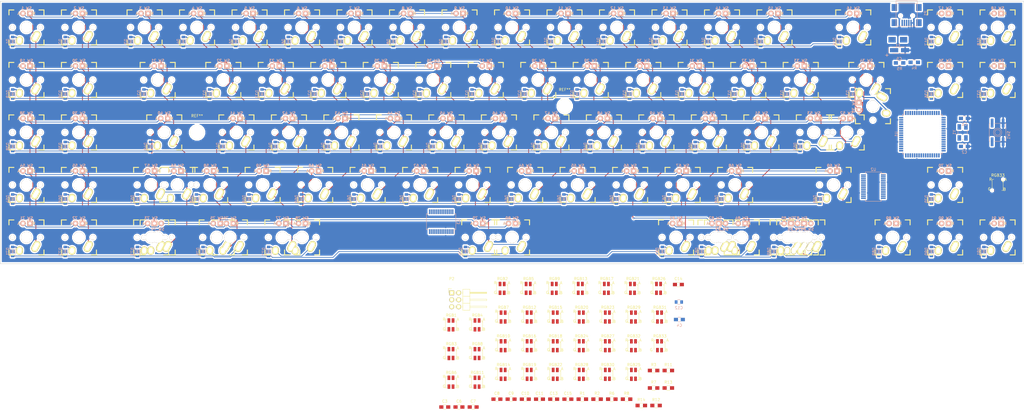
<source format=kicad_pcb>
(kicad_pcb (version 4) (host pcbnew 4.0.3-stable)
  (layers (0 F.Cu signal) (31 B.Cu signal) (34 B.Paste user hide) (35 F.Paste user hide) (36 B.SilkS user) (37 F.SilkS user) (38 B.Mask user hide) (39 F.Mask user hide) (44 Edge.Cuts user))
  (net 0 "")
  (net 1 R1)
  (net 2 "Net-(D1-Pad2)")
  (net 3 "Net-(D2-Pad2)")
  (net 4 "Net-(D3-Pad2)")
  (net 5 "Net-(D4-Pad2)")
  (net 6 "Net-(D5-Pad2)")
  (net 7 "Net-(D6-Pad2)")
  (net 8 "Net-(D7-Pad2)")
  (net 9 "Net-(D8-Pad2)")
  (net 10 "Net-(D9-Pad2)")
  (net 11 "Net-(D10-Pad2)")
  (net 12 "Net-(D11-Pad2)")
  (net 13 "Net-(D12-Pad2)")
  (net 14 "Net-(D13-Pad2)")
  (net 15 "Net-(D14-Pad2)")
  (net 16 "Net-(D15-Pad2)")
  (net 17 "Net-(D16-Pad2)")
  (net 18 "Net-(D17-Pad1)")
  (net 19 "Net-(D17-Pad2)")
  (net 20 "Net-(D18-Pad1)")
  (net 21 "Net-(D18-Pad2)")
  (net 22 R2)
  (net 23 "Net-(D19-Pad2)")
  (net 24 "Net-(D20-Pad2)")
  (net 25 "Net-(D21-Pad2)")
  (net 26 "Net-(D22-Pad2)")
  (net 27 "Net-(D23-Pad2)")
  (net 28 "Net-(D24-Pad2)")
  (net 29 "Net-(D25-Pad2)")
  (net 30 "Net-(D26-Pad2)")
  (net 31 "Net-(D27-Pad2)")
  (net 32 "Net-(D28-Pad2)")
  (net 33 "Net-(D29-Pad2)")
  (net 34 "Net-(D30-Pad2)")
  (net 35 "Net-(D31-Pad2)")
  (net 36 "Net-(D32-Pad2)")
  (net 37 "Net-(D33-Pad2)")
  (net 38 "Net-(D34-Pad2)")
  (net 39 "Net-(D36-Pad1)")
  (net 40 "Net-(D36-Pad2)")
  (net 41 "Net-(D37-Pad1)")
  (net 42 "Net-(D37-Pad2)")
  (net 43 R3)
  (net 44 "Net-(D38-Pad2)")
  (net 45 "Net-(D39-Pad2)")
  (net 46 "Net-(D40-Pad2)")
  (net 47 "Net-(D41-Pad2)")
  (net 48 "Net-(D42-Pad2)")
  (net 49 "Net-(D43-Pad2)")
  (net 50 "Net-(D44-Pad2)")
  (net 51 "Net-(D45-Pad2)")
  (net 52 "Net-(D46-Pad2)")
  (net 53 "Net-(D47-Pad2)")
  (net 54 "Net-(D48-Pad2)")
  (net 55 "Net-(D49-Pad2)")
  (net 56 "Net-(D50-Pad2)")
  (net 57 "Net-(D51-Pad2)")
  (net 58 "Net-(D53-Pad2)")
  (net 59 R4)
  (net 60 "Net-(D54-Pad2)")
  (net 61 "Net-(D55-Pad2)")
  (net 62 "Net-(D57-Pad2)")
  (net 63 "Net-(D58-Pad2)")
  (net 64 "Net-(D59-Pad2)")
  (net 65 "Net-(D60-Pad2)")
  (net 66 "Net-(D61-Pad2)")
  (net 67 "Net-(D62-Pad2)")
  (net 68 "Net-(D63-Pad2)")
  (net 69 "Net-(D64-Pad2)")
  (net 70 "Net-(D65-Pad2)")
  (net 71 "Net-(D66-Pad2)")
  (net 72 "Net-(D67-Pad2)")
  (net 73 "Net-(D68-Pad2)")
  (net 74 "Net-(D69-Pad2)")
  (net 75 "Net-(D70-Pad1)")
  (net 76 "Net-(D70-Pad2)")
  (net 77 R5)
  (net 78 "Net-(D71-Pad2)")
  (net 79 "Net-(D72-Pad2)")
  (net 80 "Net-(D73-Pad2)")
  (net 81 "Net-(D75-Pad2)")
  (net 82 "Net-(D77-Pad2)")
  (net 83 "Net-(D79-Pad2)")
  (net 84 "Net-(D81-Pad2)")
  (net 85 "Net-(D82-Pad2)")
  (net 86 "Net-(D85-Pad2)")
  (net 87 "Net-(D89-Pad1)")
  (net 88 "Net-(D89-Pad2)")
  (net 89 "Net-(D90-Pad1)")
  (net 90 "Net-(D90-Pad2)")
  (net 91 "Net-(D91-Pad1)")
  (net 92 "Net-(D91-Pad2)")
  (net 93 C1)
  (net 94 C2)
  (net 95 C3)
  (net 96 C4)
  (net 97 C5)
  (net 98 C6)
  (net 99 C7)
  (net 100 C8)
  (net 101 C9)
  (net 102 C10)
  (net 103 C11)
  (net 104 C12)
  (net 105 C13)
  (net 106 C14)
  (net 107 C15)
  (net 108 C16)
  (net 109 "Net-(SW_17-PadSW1)")
  (net 110 "Net-(SW_18-PadSW1)")
  (net 111 "Net-(SW_36-PadSW1)")
  (net 112 "Net-(SW_37-PadSW1)")
  (net 113 "Net-(SW_70-PadSW1)")
  (net 114 "Net-(SW_89-PadSW1)")
  (net 115 "Net-(SW_90-PadSW1)")
  (net 116 "Net-(SW_91-PadSW1)")
  (net 117 "Net-(C1-Pad1)")
  (net 118 GND)
  (net 119 "Net-(C2-Pad1)")
  (net 120 "Net-(C3-Pad1)")
  (net 121 "Net-(C4-Pad1)")
  (net 122 +5V)
  (net 123 "Net-(C12-Pad1)")
  (net 124 "Net-(C15-Pad1)")
  (net 125 "Net-(F1-Pad1)")
  (net 126 USB-)
  (net 127 USB+)
  (net 128 MISO)
  (net 129 SCK)
  (net 130 MOSI)
  (net 131 RESET)
  (net 132 LED_SCL)
  (net 133 LED_SDA)
  (net 134 D-)
  (net 135 D+)
  (net 136 "Net-(R6-Pad1)")
  (net 137 PWM_RED)
  (net 138 "Net-(R7-Pad1)")
  (net 139 PWM_GREEN)
  (net 140 "Net-(R8-Pad1)")
  (net 141 PWM_BLUE)
  (net 142 "Net-(R11-Pad1)")
  (net 143 "Net-(R12-Pad1)")
  (net 144 "Net-(R13-Pad1)")
  (net 145 "Net-(R14-Pad1)")
  (net 146 L_CA9)
  (net 147 L_CA1)
  (net 148 L_CA8)
  (net 149 L_CA7)
  (net 150 L_CA6)
  (net 151 L_CA5)
  (net 152 L_CA4)
  (net 153 L_CA3)
  (net 154 L_CA2)
  (net 155 "Net-(U1-Pad9)")
  (net 156 "Net-(U1-Pad10)")
  (net 157 "Net-(U1-Pad14)")
  (net 158 "Net-(U1-Pad18)")
  (net 159 "Net-(U1-Pad19)")
  (net 160 R6)
  (net 161 R7)
  (net 162 "Net-(U1-Pad34)")
  (net 163 "Net-(U1-Pad35)")
  (net 164 "Net-(U1-Pad36)")
  (net 165 "Net-(U1-Pad37)")
  (net 166 "Net-(U1-Pad38)")
  (net 167 "Net-(U1-Pad39)")
  (net 168 "Net-(U1-Pad40)")
  (net 169 AUDIO)
  (net 170 "Net-(U1-Pad42)")
  (net 171 C18)
  (net 172 C17)
  (net 173 "Net-(U2-Pad4)")
  (net 174 L_CB1)
  (net 175 L_CB2)
  (net 176 L_CB3)
  (net 177 L_CB4)
  (net 178 L_CB5)
  (net 179 L_CB6)
  (net 180 L_CB7)
  (net 181 L_CB8)
  (net 182 L_CB9)
  (net 183 "Net-(U2-Pad17)")
  (net 184 R_CA9)
  (net 185 "Net-(U3-Pad4)")
  (net 186 R_CB1)
  (net 187 R_CB2)
  (net 188 R_CB3)
  (net 189 R_CB4)
  (net 190 R_CB5)
  (net 191 R_CB6)
  (net 192 R_CB7)
  (net 193 R_CB8)
  (net 194 R_CB9)
  (net 195 "Net-(U3-Pad17)")
  (net 196 R_CA1)
  (net 197 R_CA2)
  (net 198 R_CA3)
  (net 199 R_CA4)
  (net 200 R_CA5)
  (net 201 R_CA6)
  (net 202 R_CA7)
  (net 203 R_CA8)
  (net 204 "Net-(RGB5-Pad1)")
  (net 205 "Net-(RGB7-Pad1)")
  (net 206 "Net-(RGB10-Pad1)")
  (module Mounting_Holes:MountingHole_5mm (layer F.Cu) (at 100.0125 66.675)
    (fp_text reference REF** (at 0 -6) (layer F.SilkS))
    (fp_text value MountingHole_5mm)
    (pad 1 np_thru_hole circle (at 0 0) (size 5 5) (drill 5) (layers *.Cu *.Mask F.SilkS))
  )
  (module MXALPS (layer F.Cu) (at 38.1 28.575 180)
    (fp_text reference SW_1 (at 0 7 360) (layer B.SilkS) (effects (font (thickness 0.2)) (justify mirror)))
    (fp_text value MX_LED hide)
    (fp_text user A (at 2.794 5.08 360) (layer B.SilkS) (effects (justify mirror)))
    (fp_text user K (at -2.794 5.08 360) (layer B.SilkS) (effects (justify mirror)))
    (fp_text user A (at 2.794 5.08 360) (layer F.SilkS))
    (fp_text user K (at -2.794 5.08 360) (layer F.SilkS))
    (pad "" np_thru_hole circle (at 0 0) (size 3.98781 3.98781) (drill 3.9878) (layers *.Cu *.Mask F.SilkS) (clearance 0.1524))
    (pad "" np_thru_hole circle (at -5.08 0) (size 1.70181 1.70181) (drill 1.7018) (layers *.Cu *.Mask F.SilkS) (clearance 0.1524))
    (pad "" np_thru_hole circle (at 5.08 0) (size 1.70181 1.70181) (drill 1.7018) (layers *.Cu *.Mask F.SilkS) (clearance 0.1524))
    (pad SW1 thru_hole oval (at -3.405 -3.27 330.95) (size 2.5 4.17) (drill oval 1.5 3.17) (layers *.Cu *.Mask F.SilkS) (net 93 C1))
    (pad SW2 thru_hole oval (at 2.52 -4.79 356.1) (size 2.5 3.08) (drill oval 1.5 2.08) (layers *.Cu *.Mask F.SilkS) (net 2 "Net-(D1-Pad2)"))
    (pad K thru_hole rect (at -1.27 5.08) (size 2 2) (drill 1) (layers *.Cu *.SilkS *.Mask) (net 146 L_CA9))
    (pad A thru_hole circle (at 1.27 5.08) (size 2 2) (drill 1) (layers *.Cu *.SilkS *.Mask) (net 147 L_CA1))
  )
  (module Diodes_SMD:SOD-123 (layer B.Cu) (at 33.1 33.675 90)
    (fp_text reference D1 (at 0 -1.8 90) (layer B.SilkS) (effects (justify mirror)))
    (fp_text value D hide)
    (pad 1 smd rect (at -1.635 0 270) (size 0.91 1.22) (layers B.Cu B.Paste B.Mask) (net 1 R1))
    (pad 2 smd rect (at 1.635 0 270) (size 0.91 1.22) (layers B.Cu B.Paste B.Mask) (net 2 "Net-(D1-Pad2)"))
  )
  (module MXALPS (layer F.Cu) (at 57.15 28.575 180)
    (fp_text reference SW_2 (at 0 7 360) (layer B.SilkS) (effects (font (thickness 0.2)) (justify mirror)))
    (fp_text value MX_LED hide)
    (fp_text user A (at 2.794 5.08 360) (layer B.SilkS) (effects (justify mirror)))
    (fp_text user K (at -2.794 5.08 360) (layer B.SilkS) (effects (justify mirror)))
    (fp_text user A (at 2.794 5.08 360) (layer F.SilkS))
    (fp_text user K (at -2.794 5.08 360) (layer F.SilkS))
    (pad "" np_thru_hole circle (at 0 0) (size 3.98781 3.98781) (drill 3.9878) (layers *.Cu *.Mask F.SilkS) (clearance 0.1524))
    (pad "" np_thru_hole circle (at -5.08 0) (size 1.70181 1.70181) (drill 1.7018) (layers *.Cu *.Mask F.SilkS) (clearance 0.1524))
    (pad "" np_thru_hole circle (at 5.08 0) (size 1.70181 1.70181) (drill 1.7018) (layers *.Cu *.Mask F.SilkS) (clearance 0.1524))
    (pad SW1 thru_hole oval (at -3.405 -3.27 330.95) (size 2.5 4.17) (drill oval 1.5 3.17) (layers *.Cu *.Mask F.SilkS) (net 94 C2))
    (pad SW2 thru_hole oval (at 2.52 -4.79 356.1) (size 2.5 3.08) (drill oval 1.5 2.08) (layers *.Cu *.Mask F.SilkS) (net 3 "Net-(D2-Pad2)"))
    (pad K thru_hole rect (at -1.27 5.08) (size 2 2) (drill 1) (layers *.Cu *.SilkS *.Mask) (net 148 L_CA8))
    (pad A thru_hole circle (at 1.27 5.08) (size 2 2) (drill 1) (layers *.Cu *.SilkS *.Mask) (net 147 L_CA1))
  )
  (module Diodes_SMD:SOD-123 (layer B.Cu) (at 52.15 33.675 90)
    (fp_text reference D2 (at 0 -1.8 90) (layer B.SilkS) (effects (justify mirror)))
    (fp_text value D hide)
    (pad 1 smd rect (at -1.635 0 270) (size 0.91 1.22) (layers B.Cu B.Paste B.Mask) (net 1 R1))
    (pad 2 smd rect (at 1.635 0 270) (size 0.91 1.22) (layers B.Cu B.Paste B.Mask) (net 3 "Net-(D2-Pad2)"))
  )
  (module MXALPS (layer F.Cu) (at 80.9625 28.575 180)
    (fp_text reference SW_3 (at 0 7 360) (layer B.SilkS) (effects (font (thickness 0.2)) (justify mirror)))
    (fp_text value MX_LED hide)
    (fp_text user A (at 2.794 5.08 360) (layer B.SilkS) (effects (justify mirror)))
    (fp_text user K (at -2.794 5.08 360) (layer B.SilkS) (effects (justify mirror)))
    (fp_text user A (at 2.794 5.08 360) (layer F.SilkS))
    (fp_text user K (at -2.794 5.08 360) (layer F.SilkS))
    (pad "" np_thru_hole circle (at 0 0) (size 3.98781 3.98781) (drill 3.9878) (layers *.Cu *.Mask F.SilkS) (clearance 0.1524))
    (pad "" np_thru_hole circle (at -5.08 0) (size 1.70181 1.70181) (drill 1.7018) (layers *.Cu *.Mask F.SilkS) (clearance 0.1524))
    (pad "" np_thru_hole circle (at 5.08 0) (size 1.70181 1.70181) (drill 1.7018) (layers *.Cu *.Mask F.SilkS) (clearance 0.1524))
    (pad SW1 thru_hole oval (at -3.405 -3.27 330.95) (size 2.5 4.17) (drill oval 1.5 3.17) (layers *.Cu *.Mask F.SilkS) (net 95 C3))
    (pad SW2 thru_hole oval (at 2.52 -4.79 356.1) (size 2.5 3.08) (drill oval 1.5 2.08) (layers *.Cu *.Mask F.SilkS) (net 4 "Net-(D3-Pad2)"))
    (pad K thru_hole rect (at -1.27 5.08) (size 2 2) (drill 1) (layers *.Cu *.SilkS *.Mask) (net 149 L_CA7))
    (pad A thru_hole circle (at 1.27 5.08) (size 2 2) (drill 1) (layers *.Cu *.SilkS *.Mask) (net 147 L_CA1))
  )
  (module Diodes_SMD:SOD-123 (layer B.Cu) (at 75.9625 33.675 90)
    (fp_text reference D3 (at 0 -1.8 90) (layer B.SilkS) (effects (justify mirror)))
    (fp_text value D hide)
    (pad 1 smd rect (at -1.635 0 270) (size 0.91 1.22) (layers B.Cu B.Paste B.Mask) (net 1 R1))
    (pad 2 smd rect (at 1.635 0 270) (size 0.91 1.22) (layers B.Cu B.Paste B.Mask) (net 4 "Net-(D3-Pad2)"))
  )
  (module MXALPS (layer F.Cu) (at 100.0125 28.575 180)
    (fp_text reference SW_4 (at 0 7 360) (layer B.SilkS) (effects (font (thickness 0.2)) (justify mirror)))
    (fp_text value MX_LED hide)
    (fp_text user A (at 2.794 5.08 360) (layer B.SilkS) (effects (justify mirror)))
    (fp_text user K (at -2.794 5.08 360) (layer B.SilkS) (effects (justify mirror)))
    (fp_text user A (at 2.794 5.08 360) (layer F.SilkS))
    (fp_text user K (at -2.794 5.08 360) (layer F.SilkS))
    (pad "" np_thru_hole circle (at 0 0) (size 3.98781 3.98781) (drill 3.9878) (layers *.Cu *.Mask F.SilkS) (clearance 0.1524))
    (pad "" np_thru_hole circle (at -5.08 0) (size 1.70181 1.70181) (drill 1.7018) (layers *.Cu *.Mask F.SilkS) (clearance 0.1524))
    (pad "" np_thru_hole circle (at 5.08 0) (size 1.70181 1.70181) (drill 1.7018) (layers *.Cu *.Mask F.SilkS) (clearance 0.1524))
    (pad SW1 thru_hole oval (at -3.405 -3.27 330.95) (size 2.5 4.17) (drill oval 1.5 3.17) (layers *.Cu *.Mask F.SilkS) (net 96 C4))
    (pad SW2 thru_hole oval (at 2.52 -4.79 356.1) (size 2.5 3.08) (drill oval 1.5 2.08) (layers *.Cu *.Mask F.SilkS) (net 5 "Net-(D4-Pad2)"))
    (pad K thru_hole rect (at -1.27 5.08) (size 2 2) (drill 1) (layers *.Cu *.SilkS *.Mask) (net 150 L_CA6))
    (pad A thru_hole circle (at 1.27 5.08) (size 2 2) (drill 1) (layers *.Cu *.SilkS *.Mask) (net 147 L_CA1))
  )
  (module Diodes_SMD:SOD-123 (layer B.Cu) (at 95.0125 33.675 90)
    (fp_text reference D4 (at 0 -1.8 90) (layer B.SilkS) (effects (justify mirror)))
    (fp_text value D hide)
    (pad 1 smd rect (at -1.635 0 270) (size 0.91 1.22) (layers B.Cu B.Paste B.Mask) (net 1 R1))
    (pad 2 smd rect (at 1.635 0 270) (size 0.91 1.22) (layers B.Cu B.Paste B.Mask) (net 5 "Net-(D4-Pad2)"))
  )
  (module MXALPS (layer F.Cu) (at 119.0625 28.575 180)
    (fp_text reference SW_5 (at 0 7 360) (layer B.SilkS) (effects (font (thickness 0.2)) (justify mirror)))
    (fp_text value MX_LED hide)
    (fp_text user A (at 2.794 5.08 360) (layer B.SilkS) (effects (justify mirror)))
    (fp_text user K (at -2.794 5.08 360) (layer B.SilkS) (effects (justify mirror)))
    (fp_text user A (at 2.794 5.08 360) (layer F.SilkS))
    (fp_text user K (at -2.794 5.08 360) (layer F.SilkS))
    (pad "" np_thru_hole circle (at 0 0) (size 3.98781 3.98781) (drill 3.9878) (layers *.Cu *.Mask F.SilkS) (clearance 0.1524))
    (pad "" np_thru_hole circle (at -5.08 0) (size 1.70181 1.70181) (drill 1.7018) (layers *.Cu *.Mask F.SilkS) (clearance 0.1524))
    (pad "" np_thru_hole circle (at 5.08 0) (size 1.70181 1.70181) (drill 1.7018) (layers *.Cu *.Mask F.SilkS) (clearance 0.1524))
    (pad SW1 thru_hole oval (at -3.405 -3.27 330.95) (size 2.5 4.17) (drill oval 1.5 3.17) (layers *.Cu *.Mask F.SilkS) (net 97 C5))
    (pad SW2 thru_hole oval (at 2.52 -4.79 356.1) (size 2.5 3.08) (drill oval 1.5 2.08) (layers *.Cu *.Mask F.SilkS) (net 6 "Net-(D5-Pad2)"))
    (pad K thru_hole rect (at -1.27 5.08) (size 2 2) (drill 1) (layers *.Cu *.SilkS *.Mask) (net 151 L_CA5))
    (pad A thru_hole circle (at 1.27 5.08) (size 2 2) (drill 1) (layers *.Cu *.SilkS *.Mask) (net 147 L_CA1))
  )
  (module Diodes_SMD:SOD-123 (layer B.Cu) (at 114.0625 33.675 90)
    (fp_text reference D5 (at 0 -1.8 90) (layer B.SilkS) (effects (justify mirror)))
    (fp_text value D hide)
    (pad 1 smd rect (at -1.635 0 270) (size 0.91 1.22) (layers B.Cu B.Paste B.Mask) (net 1 R1))
    (pad 2 smd rect (at 1.635 0 270) (size 0.91 1.22) (layers B.Cu B.Paste B.Mask) (net 6 "Net-(D5-Pad2)"))
  )
  (module MXALPS (layer F.Cu) (at 138.1125 28.575 180)
    (fp_text reference SW_6 (at 0 7 360) (layer B.SilkS) (effects (font (thickness 0.2)) (justify mirror)))
    (fp_text value MX_LED hide)
    (fp_text user A (at 2.794 5.08 360) (layer B.SilkS) (effects (justify mirror)))
    (fp_text user K (at -2.794 5.08 360) (layer B.SilkS) (effects (justify mirror)))
    (fp_text user A (at 2.794 5.08 360) (layer F.SilkS))
    (fp_text user K (at -2.794 5.08 360) (layer F.SilkS))
    (pad "" np_thru_hole circle (at 0 0) (size 3.98781 3.98781) (drill 3.9878) (layers *.Cu *.Mask F.SilkS) (clearance 0.1524))
    (pad "" np_thru_hole circle (at -5.08 0) (size 1.70181 1.70181) (drill 1.7018) (layers *.Cu *.Mask F.SilkS) (clearance 0.1524))
    (pad "" np_thru_hole circle (at 5.08 0) (size 1.70181 1.70181) (drill 1.7018) (layers *.Cu *.Mask F.SilkS) (clearance 0.1524))
    (pad SW1 thru_hole oval (at -3.405 -3.27 330.95) (size 2.5 4.17) (drill oval 1.5 3.17) (layers *.Cu *.Mask F.SilkS) (net 98 C6))
    (pad SW2 thru_hole oval (at 2.52 -4.79 356.1) (size 2.5 3.08) (drill oval 1.5 2.08) (layers *.Cu *.Mask F.SilkS) (net 7 "Net-(D6-Pad2)"))
    (pad K thru_hole rect (at -1.27 5.08) (size 2 2) (drill 1) (layers *.Cu *.SilkS *.Mask) (net 152 L_CA4))
    (pad A thru_hole circle (at 1.27 5.08) (size 2 2) (drill 1) (layers *.Cu *.SilkS *.Mask) (net 147 L_CA1))
  )
  (module Diodes_SMD:SOD-123 (layer B.Cu) (at 133.1125 33.675 90)
    (fp_text reference D6 (at 0 -1.8 90) (layer B.SilkS) (effects (justify mirror)))
    (fp_text value D hide)
    (pad 1 smd rect (at -1.635 0 270) (size 0.91 1.22) (layers B.Cu B.Paste B.Mask) (net 1 R1))
    (pad 2 smd rect (at 1.635 0 270) (size 0.91 1.22) (layers B.Cu B.Paste B.Mask) (net 7 "Net-(D6-Pad2)"))
  )
  (module MXALPS (layer F.Cu) (at 157.1625 28.575 180)
    (fp_text reference SW_7 (at 0 7 360) (layer B.SilkS) (effects (font (thickness 0.2)) (justify mirror)))
    (fp_text value MX_LED hide)
    (fp_text user A (at 2.794 5.08 360) (layer B.SilkS) (effects (justify mirror)))
    (fp_text user K (at -2.794 5.08 360) (layer B.SilkS) (effects (justify mirror)))
    (fp_text user A (at 2.794 5.08 360) (layer F.SilkS))
    (fp_text user K (at -2.794 5.08 360) (layer F.SilkS))
    (pad "" np_thru_hole circle (at 0 0) (size 3.98781 3.98781) (drill 3.9878) (layers *.Cu *.Mask F.SilkS) (clearance 0.1524))
    (pad "" np_thru_hole circle (at -5.08 0) (size 1.70181 1.70181) (drill 1.7018) (layers *.Cu *.Mask F.SilkS) (clearance 0.1524))
    (pad "" np_thru_hole circle (at 5.08 0) (size 1.70181 1.70181) (drill 1.7018) (layers *.Cu *.Mask F.SilkS) (clearance 0.1524))
    (pad SW1 thru_hole oval (at -3.405 -3.27 330.95) (size 2.5 4.17) (drill oval 1.5 3.17) (layers *.Cu *.Mask F.SilkS) (net 99 C7))
    (pad SW2 thru_hole oval (at 2.52 -4.79 356.1) (size 2.5 3.08) (drill oval 1.5 2.08) (layers *.Cu *.Mask F.SilkS) (net 8 "Net-(D7-Pad2)"))
    (pad K thru_hole rect (at -1.27 5.08) (size 2 2) (drill 1) (layers *.Cu *.SilkS *.Mask) (net 153 L_CA3))
    (pad A thru_hole circle (at 1.27 5.08) (size 2 2) (drill 1) (layers *.Cu *.SilkS *.Mask) (net 147 L_CA1))
  )
  (module Diodes_SMD:SOD-123 (layer B.Cu) (at 152.1625 33.675 90)
    (fp_text reference D7 (at 0 -1.8 90) (layer B.SilkS) (effects (justify mirror)))
    (fp_text value D hide)
    (pad 1 smd rect (at -1.635 0 270) (size 0.91 1.22) (layers B.Cu B.Paste B.Mask) (net 1 R1))
    (pad 2 smd rect (at 1.635 0 270) (size 0.91 1.22) (layers B.Cu B.Paste B.Mask) (net 8 "Net-(D7-Pad2)"))
  )
  (module MXALPS (layer F.Cu) (at 176.2125 28.575 180)
    (fp_text reference SW_8 (at 0 7 360) (layer B.SilkS) (effects (font (thickness 0.2)) (justify mirror)))
    (fp_text value MX_LED hide)
    (fp_text user A (at 2.794 5.08 360) (layer B.SilkS) (effects (justify mirror)))
    (fp_text user K (at -2.794 5.08 360) (layer B.SilkS) (effects (justify mirror)))
    (fp_text user A (at 2.794 5.08 360) (layer F.SilkS))
    (fp_text user K (at -2.794 5.08 360) (layer F.SilkS))
    (pad "" np_thru_hole circle (at 0 0) (size 3.98781 3.98781) (drill 3.9878) (layers *.Cu *.Mask F.SilkS) (clearance 0.1524))
    (pad "" np_thru_hole circle (at -5.08 0) (size 1.70181 1.70181) (drill 1.7018) (layers *.Cu *.Mask F.SilkS) (clearance 0.1524))
    (pad "" np_thru_hole circle (at 5.08 0) (size 1.70181 1.70181) (drill 1.7018) (layers *.Cu *.Mask F.SilkS) (clearance 0.1524))
    (pad SW1 thru_hole oval (at -3.405 -3.27 330.95) (size 2.5 4.17) (drill oval 1.5 3.17) (layers *.Cu *.Mask F.SilkS) (net 100 C8))
    (pad SW2 thru_hole oval (at 2.52 -4.79 356.1) (size 2.5 3.08) (drill oval 1.5 2.08) (layers *.Cu *.Mask F.SilkS) (net 9 "Net-(D8-Pad2)"))
    (pad K thru_hole rect (at -1.27 5.08) (size 2 2) (drill 1) (layers *.Cu *.SilkS *.Mask) (net 154 L_CA2))
    (pad A thru_hole circle (at 1.27 5.08) (size 2 2) (drill 1) (layers *.Cu *.SilkS *.Mask) (net 147 L_CA1))
  )
  (module Diodes_SMD:SOD-123 (layer B.Cu) (at 171.2125 33.675 90)
    (fp_text reference D8 (at 0 -1.8 90) (layer B.SilkS) (effects (justify mirror)))
    (fp_text value D hide)
    (pad 1 smd rect (at -1.635 0 270) (size 0.91 1.22) (layers B.Cu B.Paste B.Mask) (net 1 R1))
    (pad 2 smd rect (at 1.635 0 270) (size 0.91 1.22) (layers B.Cu B.Paste B.Mask) (net 9 "Net-(D8-Pad2)"))
  )
  (module MXALPS (layer F.Cu) (at 195.2625 28.575 180)
    (fp_text reference SW_9 (at 0 7 360) (layer B.SilkS) (effects (font (thickness 0.2)) (justify mirror)))
    (fp_text value MX_LED hide)
    (fp_text user A (at 2.794 5.08 360) (layer B.SilkS) (effects (justify mirror)))
    (fp_text user K (at -2.794 5.08 360) (layer B.SilkS) (effects (justify mirror)))
    (fp_text user A (at 2.794 5.08 360) (layer F.SilkS))
    (fp_text user K (at -2.794 5.08 360) (layer F.SilkS))
    (pad "" np_thru_hole circle (at 0 0) (size 3.98781 3.98781) (drill 3.9878) (layers *.Cu *.Mask F.SilkS) (clearance 0.1524))
    (pad "" np_thru_hole circle (at -5.08 0) (size 1.70181 1.70181) (drill 1.7018) (layers *.Cu *.Mask F.SilkS) (clearance 0.1524))
    (pad "" np_thru_hole circle (at 5.08 0) (size 1.70181 1.70181) (drill 1.7018) (layers *.Cu *.Mask F.SilkS) (clearance 0.1524))
    (pad SW1 thru_hole oval (at -3.405 -3.27 330.95) (size 2.5 4.17) (drill oval 1.5 3.17) (layers *.Cu *.Mask F.SilkS) (net 101 C9))
    (pad SW2 thru_hole oval (at 2.52 -4.79 356.1) (size 2.5 3.08) (drill oval 1.5 2.08) (layers *.Cu *.Mask F.SilkS) (net 10 "Net-(D9-Pad2)"))
    (pad K thru_hole rect (at -1.27 5.08) (size 2 2) (drill 1) (layers *.Cu *.SilkS *.Mask) (net 147 L_CA1))
    (pad A thru_hole circle (at 1.27 5.08) (size 2 2) (drill 1) (layers *.Cu *.SilkS *.Mask) (net 154 L_CA2))
  )
  (module Diodes_SMD:SOD-123 (layer B.Cu) (at 190.2625 33.675 90)
    (fp_text reference D9 (at 0 -1.8 90) (layer B.SilkS) (effects (justify mirror)))
    (fp_text value D hide)
    (pad 1 smd rect (at -1.635 0 270) (size 0.91 1.22) (layers B.Cu B.Paste B.Mask) (net 1 R1))
    (pad 2 smd rect (at 1.635 0 270) (size 0.91 1.22) (layers B.Cu B.Paste B.Mask) (net 10 "Net-(D9-Pad2)"))
  )
  (module MXALPS (layer F.Cu) (at 214.3125 28.575 180)
    (fp_text reference SW_10 (at 0 7 360) (layer B.SilkS) (effects (font (thickness 0.2)) (justify mirror)))
    (fp_text value MX_LED hide)
    (fp_text user A (at 2.794 5.08 360) (layer B.SilkS) (effects (justify mirror)))
    (fp_text user K (at -2.794 5.08 360) (layer B.SilkS) (effects (justify mirror)))
    (fp_text user A (at 2.794 5.08 360) (layer F.SilkS))
    (fp_text user K (at -2.794 5.08 360) (layer F.SilkS))
    (pad "" np_thru_hole circle (at 0 0) (size 3.98781 3.98781) (drill 3.9878) (layers *.Cu *.Mask F.SilkS) (clearance 0.1524))
    (pad "" np_thru_hole circle (at -5.08 0) (size 1.70181 1.70181) (drill 1.7018) (layers *.Cu *.Mask F.SilkS) (clearance 0.1524))
    (pad "" np_thru_hole circle (at 5.08 0) (size 1.70181 1.70181) (drill 1.7018) (layers *.Cu *.Mask F.SilkS) (clearance 0.1524))
    (pad SW1 thru_hole oval (at -3.405 -3.27 330.95) (size 2.5 4.17) (drill oval 1.5 3.17) (layers *.Cu *.Mask F.SilkS) (net 102 C10))
    (pad SW2 thru_hole oval (at 2.52 -4.79 356.1) (size 2.5 3.08) (drill oval 1.5 2.08) (layers *.Cu *.Mask F.SilkS) (net 11 "Net-(D10-Pad2)"))
    (pad K thru_hole rect (at -1.27 5.08) (size 2 2) (drill 1) (layers *.Cu *.SilkS *.Mask) (net 182 L_CB9))
    (pad A thru_hole circle (at 1.27 5.08) (size 2 2) (drill 1) (layers *.Cu *.SilkS *.Mask) (net 174 L_CB1))
  )
  (module Diodes_SMD:SOD-123 (layer B.Cu) (at 209.3125 33.675 90)
    (fp_text reference D10 (at 0 -1.8 90) (layer B.SilkS) (effects (justify mirror)))
    (fp_text value D hide)
    (pad 1 smd rect (at -1.635 0 270) (size 0.91 1.22) (layers B.Cu B.Paste B.Mask) (net 1 R1))
    (pad 2 smd rect (at 1.635 0 270) (size 0.91 1.22) (layers B.Cu B.Paste B.Mask) (net 11 "Net-(D10-Pad2)"))
  )
  (module MXALPS (layer F.Cu) (at 233.3625 28.575 180)
    (fp_text reference SW_11 (at 0 7 360) (layer B.SilkS) (effects (font (thickness 0.2)) (justify mirror)))
    (fp_text value MX_LED hide)
    (fp_text user A (at 2.794 5.08 360) (layer B.SilkS) (effects (justify mirror)))
    (fp_text user K (at -2.794 5.08 360) (layer B.SilkS) (effects (justify mirror)))
    (fp_text user A (at 2.794 5.08 360) (layer F.SilkS))
    (fp_text user K (at -2.794 5.08 360) (layer F.SilkS))
    (pad "" np_thru_hole circle (at 0 0) (size 3.98781 3.98781) (drill 3.9878) (layers *.Cu *.Mask F.SilkS) (clearance 0.1524))
    (pad "" np_thru_hole circle (at -5.08 0) (size 1.70181 1.70181) (drill 1.7018) (layers *.Cu *.Mask F.SilkS) (clearance 0.1524))
    (pad "" np_thru_hole circle (at 5.08 0) (size 1.70181 1.70181) (drill 1.7018) (layers *.Cu *.Mask F.SilkS) (clearance 0.1524))
    (pad SW1 thru_hole oval (at -3.405 -3.27 330.95) (size 2.5 4.17) (drill oval 1.5 3.17) (layers *.Cu *.Mask F.SilkS) (net 103 C11))
    (pad SW2 thru_hole oval (at 2.52 -4.79 356.1) (size 2.5 3.08) (drill oval 1.5 2.08) (layers *.Cu *.Mask F.SilkS) (net 12 "Net-(D11-Pad2)"))
    (pad K thru_hole rect (at -1.27 5.08) (size 2 2) (drill 1) (layers *.Cu *.SilkS *.Mask) (net 181 L_CB8))
    (pad A thru_hole circle (at 1.27 5.08) (size 2 2) (drill 1) (layers *.Cu *.SilkS *.Mask) (net 174 L_CB1))
  )
  (module Diodes_SMD:SOD-123 (layer B.Cu) (at 228.3625 33.675 90)
    (fp_text reference D11 (at 0 -1.8 90) (layer B.SilkS) (effects (justify mirror)))
    (fp_text value D hide)
    (pad 1 smd rect (at -1.635 0 270) (size 0.91 1.22) (layers B.Cu B.Paste B.Mask) (net 1 R1))
    (pad 2 smd rect (at 1.635 0 270) (size 0.91 1.22) (layers B.Cu B.Paste B.Mask) (net 12 "Net-(D11-Pad2)"))
  )
  (module MXALPS (layer F.Cu) (at 252.4125 28.575 180)
    (fp_text reference SW_12 (at 0 7 360) (layer B.SilkS) (effects (font (thickness 0.2)) (justify mirror)))
    (fp_text value MX_LED hide)
    (fp_text user A (at 2.794 5.08 360) (layer B.SilkS) (effects (justify mirror)))
    (fp_text user K (at -2.794 5.08 360) (layer B.SilkS) (effects (justify mirror)))
    (fp_text user A (at 2.794 5.08 360) (layer F.SilkS))
    (fp_text user K (at -2.794 5.08 360) (layer F.SilkS))
    (pad "" np_thru_hole circle (at 0 0) (size 3.98781 3.98781) (drill 3.9878) (layers *.Cu *.Mask F.SilkS) (clearance 0.1524))
    (pad "" np_thru_hole circle (at -5.08 0) (size 1.70181 1.70181) (drill 1.7018) (layers *.Cu *.Mask F.SilkS) (clearance 0.1524))
    (pad "" np_thru_hole circle (at 5.08 0) (size 1.70181 1.70181) (drill 1.7018) (layers *.Cu *.Mask F.SilkS) (clearance 0.1524))
    (pad SW1 thru_hole oval (at -3.405 -3.27 330.95) (size 2.5 4.17) (drill oval 1.5 3.17) (layers *.Cu *.Mask F.SilkS) (net 104 C12))
    (pad SW2 thru_hole oval (at 2.52 -4.79 356.1) (size 2.5 3.08) (drill oval 1.5 2.08) (layers *.Cu *.Mask F.SilkS) (net 13 "Net-(D12-Pad2)"))
    (pad K thru_hole rect (at -1.27 5.08) (size 2 2) (drill 1) (layers *.Cu *.SilkS *.Mask) (net 180 L_CB7))
    (pad A thru_hole circle (at 1.27 5.08) (size 2 2) (drill 1) (layers *.Cu *.SilkS *.Mask) (net 174 L_CB1))
  )
  (module Diodes_SMD:SOD-123 (layer B.Cu) (at 247.4125 33.675 90)
    (fp_text reference D12 (at 0 -1.8 90) (layer B.SilkS) (effects (justify mirror)))
    (fp_text value D hide)
    (pad 1 smd rect (at -1.635 0 270) (size 0.91 1.22) (layers B.Cu B.Paste B.Mask) (net 1 R1))
    (pad 2 smd rect (at 1.635 0 270) (size 0.91 1.22) (layers B.Cu B.Paste B.Mask) (net 13 "Net-(D12-Pad2)"))
  )
  (module MXALPS (layer F.Cu) (at 271.4625 28.575 180)
    (fp_text reference SW_13 (at 0 7 360) (layer B.SilkS) (effects (font (thickness 0.2)) (justify mirror)))
    (fp_text value MX_LED hide)
    (fp_text user A (at 2.794 5.08 360) (layer B.SilkS) (effects (justify mirror)))
    (fp_text user K (at -2.794 5.08 360) (layer B.SilkS) (effects (justify mirror)))
    (fp_text user A (at 2.794 5.08 360) (layer F.SilkS))
    (fp_text user K (at -2.794 5.08 360) (layer F.SilkS))
    (pad "" np_thru_hole circle (at 0 0) (size 3.98781 3.98781) (drill 3.9878) (layers *.Cu *.Mask F.SilkS) (clearance 0.1524))
    (pad "" np_thru_hole circle (at -5.08 0) (size 1.70181 1.70181) (drill 1.7018) (layers *.Cu *.Mask F.SilkS) (clearance 0.1524))
    (pad "" np_thru_hole circle (at 5.08 0) (size 1.70181 1.70181) (drill 1.7018) (layers *.Cu *.Mask F.SilkS) (clearance 0.1524))
    (pad SW1 thru_hole oval (at -3.405 -3.27 330.95) (size 2.5 4.17) (drill oval 1.5 3.17) (layers *.Cu *.Mask F.SilkS) (net 105 C13))
    (pad SW2 thru_hole oval (at 2.52 -4.79 356.1) (size 2.5 3.08) (drill oval 1.5 2.08) (layers *.Cu *.Mask F.SilkS) (net 14 "Net-(D13-Pad2)"))
    (pad K thru_hole rect (at -1.27 5.08) (size 2 2) (drill 1) (layers *.Cu *.SilkS *.Mask) (net 179 L_CB6))
    (pad A thru_hole circle (at 1.27 5.08) (size 2 2) (drill 1) (layers *.Cu *.SilkS *.Mask) (net 174 L_CB1))
  )
  (module Diodes_SMD:SOD-123 (layer B.Cu) (at 266.4625 33.675 90)
    (fp_text reference D13 (at 0 -1.8 90) (layer B.SilkS) (effects (justify mirror)))
    (fp_text value D hide)
    (pad 1 smd rect (at -1.635 0 270) (size 0.91 1.22) (layers B.Cu B.Paste B.Mask) (net 1 R1))
    (pad 2 smd rect (at 1.635 0 270) (size 0.91 1.22) (layers B.Cu B.Paste B.Mask) (net 14 "Net-(D13-Pad2)"))
  )
  (module MXALPS (layer F.Cu) (at 290.5125 28.575 180)
    (fp_text reference SW_14 (at 0 7 360) (layer B.SilkS) (effects (font (thickness 0.2)) (justify mirror)))
    (fp_text value MX_LED hide)
    (fp_text user A (at 2.794 5.08 360) (layer B.SilkS) (effects (justify mirror)))
    (fp_text user K (at -2.794 5.08 360) (layer B.SilkS) (effects (justify mirror)))
    (fp_text user A (at 2.794 5.08 360) (layer F.SilkS))
    (fp_text user K (at -2.794 5.08 360) (layer F.SilkS))
    (pad "" np_thru_hole circle (at 0 0) (size 3.98781 3.98781) (drill 3.9878) (layers *.Cu *.Mask F.SilkS) (clearance 0.1524))
    (pad "" np_thru_hole circle (at -5.08 0) (size 1.70181 1.70181) (drill 1.7018) (layers *.Cu *.Mask F.SilkS) (clearance 0.1524))
    (pad "" np_thru_hole circle (at 5.08 0) (size 1.70181 1.70181) (drill 1.7018) (layers *.Cu *.Mask F.SilkS) (clearance 0.1524))
    (pad SW1 thru_hole oval (at -3.405 -3.27 330.95) (size 2.5 4.17) (drill oval 1.5 3.17) (layers *.Cu *.Mask F.SilkS) (net 106 C14))
    (pad SW2 thru_hole oval (at 2.52 -4.79 356.1) (size 2.5 3.08) (drill oval 1.5 2.08) (layers *.Cu *.Mask F.SilkS) (net 15 "Net-(D14-Pad2)"))
    (pad K thru_hole rect (at -1.27 5.08) (size 2 2) (drill 1) (layers *.Cu *.SilkS *.Mask) (net 178 L_CB5))
    (pad A thru_hole circle (at 1.27 5.08) (size 2 2) (drill 1) (layers *.Cu *.SilkS *.Mask) (net 174 L_CB1))
  )
  (module Diodes_SMD:SOD-123 (layer B.Cu) (at 285.5125 33.675 90)
    (fp_text reference D14 (at 0 -1.8 90) (layer B.SilkS) (effects (justify mirror)))
    (fp_text value D hide)
    (pad 1 smd rect (at -1.635 0 270) (size 0.91 1.22) (layers B.Cu B.Paste B.Mask) (net 1 R1))
    (pad 2 smd rect (at 1.635 0 270) (size 0.91 1.22) (layers B.Cu B.Paste B.Mask) (net 15 "Net-(D14-Pad2)"))
  )
  (module MXALPS (layer F.Cu) (at 309.5625 28.575 180)
    (fp_text reference SW_15 (at 0 7 360) (layer B.SilkS) (effects (font (thickness 0.2)) (justify mirror)))
    (fp_text value MX_LED hide)
    (fp_text user A (at 2.794 5.08 360) (layer B.SilkS) (effects (justify mirror)))
    (fp_text user K (at -2.794 5.08 360) (layer B.SilkS) (effects (justify mirror)))
    (fp_text user A (at 2.794 5.08 360) (layer F.SilkS))
    (fp_text user K (at -2.794 5.08 360) (layer F.SilkS))
    (pad "" np_thru_hole circle (at 0 0) (size 3.98781 3.98781) (drill 3.9878) (layers *.Cu *.Mask F.SilkS) (clearance 0.1524))
    (pad "" np_thru_hole circle (at -5.08 0) (size 1.70181 1.70181) (drill 1.7018) (layers *.Cu *.Mask F.SilkS) (clearance 0.1524))
    (pad "" np_thru_hole circle (at 5.08 0) (size 1.70181 1.70181) (drill 1.7018) (layers *.Cu *.Mask F.SilkS) (clearance 0.1524))
    (pad SW1 thru_hole oval (at -3.405 -3.27 330.95) (size 2.5 4.17) (drill oval 1.5 3.17) (layers *.Cu *.Mask F.SilkS) (net 107 C15))
    (pad SW2 thru_hole oval (at 2.52 -4.79 356.1) (size 2.5 3.08) (drill oval 1.5 2.08) (layers *.Cu *.Mask F.SilkS) (net 16 "Net-(D15-Pad2)"))
    (pad K thru_hole rect (at -1.27 5.08) (size 2 2) (drill 1) (layers *.Cu *.SilkS *.Mask) (net 177 L_CB4))
    (pad A thru_hole circle (at 1.27 5.08) (size 2 2) (drill 1) (layers *.Cu *.SilkS *.Mask) (net 174 L_CB1))
  )
  (module Diodes_SMD:SOD-123 (layer B.Cu) (at 304.5625 33.675 90)
    (fp_text reference D15 (at 0 -1.8 90) (layer B.SilkS) (effects (justify mirror)))
    (fp_text value D hide)
    (pad 1 smd rect (at -1.635 0 270) (size 0.91 1.22) (layers B.Cu B.Paste B.Mask) (net 1 R1))
    (pad 2 smd rect (at 1.635 0 270) (size 0.91 1.22) (layers B.Cu B.Paste B.Mask) (net 16 "Net-(D15-Pad2)"))
  )
  (module MXALPS (layer F.Cu) (at 338.1375 28.575 180)
    (fp_text reference SW_16 (at 0 7 360) (layer B.SilkS) (effects (font (thickness 0.2)) (justify mirror)))
    (fp_text value MX_LED hide)
    (fp_text user A (at 2.794 5.08 360) (layer B.SilkS) (effects (justify mirror)))
    (fp_text user K (at -2.794 5.08 360) (layer B.SilkS) (effects (justify mirror)))
    (fp_text user A (at 2.794 5.08 360) (layer F.SilkS))
    (fp_text user K (at -2.794 5.08 360) (layer F.SilkS))
    (pad "" np_thru_hole circle (at 0 0) (size 3.98781 3.98781) (drill 3.9878) (layers *.Cu *.Mask F.SilkS) (clearance 0.1524))
    (pad "" np_thru_hole circle (at -5.08 0) (size 1.70181 1.70181) (drill 1.7018) (layers *.Cu *.Mask F.SilkS) (clearance 0.1524))
    (pad "" np_thru_hole circle (at 5.08 0) (size 1.70181 1.70181) (drill 1.7018) (layers *.Cu *.Mask F.SilkS) (clearance 0.1524))
    (pad SW1 thru_hole oval (at -3.405 -3.27 330.95) (size 2.5 4.17) (drill oval 1.5 3.17) (layers *.Cu *.Mask F.SilkS) (net 108 C16))
    (pad SW2 thru_hole oval (at 2.52 -4.79 356.1) (size 2.5 3.08) (drill oval 1.5 2.08) (layers *.Cu *.Mask F.SilkS) (net 17 "Net-(D16-Pad2)"))
    (pad K thru_hole rect (at -1.27 5.08) (size 2 2) (drill 1) (layers *.Cu *.SilkS *.Mask) (net 176 L_CB3))
    (pad A thru_hole circle (at 1.27 5.08) (size 2 2) (drill 1) (layers *.Cu *.SilkS *.Mask) (net 174 L_CB1))
  )
  (module Diodes_SMD:SOD-123 (layer B.Cu) (at 333.1375 33.675 90)
    (fp_text reference D16 (at 0 -1.8 90) (layer B.SilkS) (effects (justify mirror)))
    (fp_text value D hide)
    (pad 1 smd rect (at -1.635 0 270) (size 0.91 1.22) (layers B.Cu B.Paste B.Mask) (net 1 R1))
    (pad 2 smd rect (at 1.635 0 270) (size 0.91 1.22) (layers B.Cu B.Paste B.Mask) (net 17 "Net-(D16-Pad2)"))
  )
  (module MXALPS (layer F.Cu) (at 371.475 28.575 180)
    (fp_text reference SW_17 (at 0 7 360) (layer B.SilkS) (effects (font (thickness 0.2)) (justify mirror)))
    (fp_text value MX_LED hide)
    (fp_text user A (at 2.794 5.08 360) (layer B.SilkS) (effects (justify mirror)))
    (fp_text user K (at -2.794 5.08 360) (layer B.SilkS) (effects (justify mirror)))
    (fp_text user A (at 2.794 5.08 360) (layer F.SilkS))
    (fp_text user K (at -2.794 5.08 360) (layer F.SilkS))
    (pad "" np_thru_hole circle (at 0 0) (size 3.98781 3.98781) (drill 3.9878) (layers *.Cu *.Mask F.SilkS) (clearance 0.1524))
    (pad "" np_thru_hole circle (at -5.08 0) (size 1.70181 1.70181) (drill 1.7018) (layers *.Cu *.Mask F.SilkS) (clearance 0.1524))
    (pad "" np_thru_hole circle (at 5.08 0) (size 1.70181 1.70181) (drill 1.7018) (layers *.Cu *.Mask F.SilkS) (clearance 0.1524))
    (pad SW1 thru_hole oval (at -3.405 -3.27 330.95) (size 2.5 4.17) (drill oval 1.5 3.17) (layers *.Cu *.Mask F.SilkS) (net 109 "Net-(SW_17-PadSW1)"))
    (pad SW2 thru_hole oval (at 2.52 -4.79 356.1) (size 2.5 3.08) (drill oval 1.5 2.08) (layers *.Cu *.Mask F.SilkS) (net 19 "Net-(D17-Pad2)"))
    (pad K thru_hole rect (at -1.27 5.08) (size 2 2) (drill 1) (layers *.Cu *.SilkS *.Mask) (net 175 L_CB2))
    (pad A thru_hole circle (at 1.27 5.08) (size 2 2) (drill 1) (layers *.Cu *.SilkS *.Mask) (net 174 L_CB1))
  )
  (module Diodes_SMD:SOD-123 (layer B.Cu) (at 366.475 33.675 90)
    (fp_text reference D17 (at 0 -1.8 90) (layer B.SilkS) (effects (justify mirror)))
    (fp_text value D hide)
    (pad 1 smd rect (at -1.635 0 270) (size 0.91 1.22) (layers B.Cu B.Paste B.Mask) (net 18 "Net-(D17-Pad1)"))
    (pad 2 smd rect (at 1.635 0 270) (size 0.91 1.22) (layers B.Cu B.Paste B.Mask) (net 19 "Net-(D17-Pad2)"))
  )
  (module MXALPS (layer F.Cu) (at 390.525 28.575 180)
    (fp_text reference SW_18 (at 0 7 360) (layer B.SilkS) (effects (font (thickness 0.2)) (justify mirror)))
    (fp_text value MX_LED hide)
    (fp_text user A (at 2.794 5.08 360) (layer B.SilkS) (effects (justify mirror)))
    (fp_text user K (at -2.794 5.08 360) (layer B.SilkS) (effects (justify mirror)))
    (fp_text user A (at 2.794 5.08 360) (layer F.SilkS))
    (fp_text user K (at -2.794 5.08 360) (layer F.SilkS))
    (pad "" np_thru_hole circle (at 0 0) (size 3.98781 3.98781) (drill 3.9878) (layers *.Cu *.Mask F.SilkS) (clearance 0.1524))
    (pad "" np_thru_hole circle (at -5.08 0) (size 1.70181 1.70181) (drill 1.7018) (layers *.Cu *.Mask F.SilkS) (clearance 0.1524))
    (pad "" np_thru_hole circle (at 5.08 0) (size 1.70181 1.70181) (drill 1.7018) (layers *.Cu *.Mask F.SilkS) (clearance 0.1524))
    (pad SW1 thru_hole oval (at -3.405 -3.27 330.95) (size 2.5 4.17) (drill oval 1.5 3.17) (layers *.Cu *.Mask F.SilkS) (net 110 "Net-(SW_18-PadSW1)"))
    (pad SW2 thru_hole oval (at 2.52 -4.79 356.1) (size 2.5 3.08) (drill oval 1.5 2.08) (layers *.Cu *.Mask F.SilkS) (net 21 "Net-(D18-Pad2)"))
    (pad K thru_hole rect (at -1.27 5.08) (size 2 2) (drill 1) (layers *.Cu *.SilkS *.Mask) (net 174 L_CB1))
    (pad A thru_hole circle (at 1.27 5.08) (size 2 2) (drill 1) (layers *.Cu *.SilkS *.Mask) (net 175 L_CB2))
  )
  (module Diodes_SMD:SOD-123 (layer B.Cu) (at 385.525 33.675 90)
    (fp_text reference D18 (at 0 -1.8 90) (layer B.SilkS) (effects (justify mirror)))
    (fp_text value D hide)
    (pad 1 smd rect (at -1.635 0 270) (size 0.91 1.22) (layers B.Cu B.Paste B.Mask) (net 20 "Net-(D18-Pad1)"))
    (pad 2 smd rect (at 1.635 0 270) (size 0.91 1.22) (layers B.Cu B.Paste B.Mask) (net 21 "Net-(D18-Pad2)"))
  )
  (module MXALPS (layer F.Cu) (at 38.1 47.625 180)
    (fp_text reference SW_19 (at 0 7 360) (layer B.SilkS) (effects (font (thickness 0.2)) (justify mirror)))
    (fp_text value MX_LED hide)
    (fp_text user A (at 2.794 5.08 360) (layer B.SilkS) (effects (justify mirror)))
    (fp_text user K (at -2.794 5.08 360) (layer B.SilkS) (effects (justify mirror)))
    (fp_text user A (at 2.794 5.08 360) (layer F.SilkS))
    (fp_text user K (at -2.794 5.08 360) (layer F.SilkS))
    (pad "" np_thru_hole circle (at 0 0) (size 3.98781 3.98781) (drill 3.9878) (layers *.Cu *.Mask F.SilkS) (clearance 0.1524))
    (pad "" np_thru_hole circle (at -5.08 0) (size 1.70181 1.70181) (drill 1.7018) (layers *.Cu *.Mask F.SilkS) (clearance 0.1524))
    (pad "" np_thru_hole circle (at 5.08 0) (size 1.70181 1.70181) (drill 1.7018) (layers *.Cu *.Mask F.SilkS) (clearance 0.1524))
    (pad SW1 thru_hole oval (at -3.405 -3.27 330.95) (size 2.5 4.17) (drill oval 1.5 3.17) (layers *.Cu *.Mask F.SilkS) (net 93 C1))
    (pad SW2 thru_hole oval (at 2.52 -4.79 356.1) (size 2.5 3.08) (drill oval 1.5 2.08) (layers *.Cu *.Mask F.SilkS) (net 23 "Net-(D19-Pad2)"))
    (pad K thru_hole rect (at -1.27 5.08) (size 2 2) (drill 1) (layers *.Cu *.SilkS *.Mask) (net 146 L_CA9))
    (pad A thru_hole circle (at 1.27 5.08) (size 2 2) (drill 1) (layers *.Cu *.SilkS *.Mask) (net 154 L_CA2))
  )
  (module Diodes_SMD:SOD-123 (layer B.Cu) (at 33.1 52.725 90)
    (fp_text reference D19 (at 0 -1.8 90) (layer B.SilkS) (effects (justify mirror)))
    (fp_text value D hide)
    (pad 1 smd rect (at -1.635 0 270) (size 0.91 1.22) (layers B.Cu B.Paste B.Mask) (net 22 R2))
    (pad 2 smd rect (at 1.635 0 270) (size 0.91 1.22) (layers B.Cu B.Paste B.Mask) (net 23 "Net-(D19-Pad2)"))
  )
  (module MXALPS (layer F.Cu) (at 57.15 47.625 180)
    (fp_text reference SW_20 (at 0 7 360) (layer B.SilkS) (effects (font (thickness 0.2)) (justify mirror)))
    (fp_text value MX_LED hide)
    (fp_text user A (at 2.794 5.08 360) (layer B.SilkS) (effects (justify mirror)))
    (fp_text user K (at -2.794 5.08 360) (layer B.SilkS) (effects (justify mirror)))
    (fp_text user A (at 2.794 5.08 360) (layer F.SilkS))
    (fp_text user K (at -2.794 5.08 360) (layer F.SilkS))
    (pad "" np_thru_hole circle (at 0 0) (size 3.98781 3.98781) (drill 3.9878) (layers *.Cu *.Mask F.SilkS) (clearance 0.1524))
    (pad "" np_thru_hole circle (at -5.08 0) (size 1.70181 1.70181) (drill 1.7018) (layers *.Cu *.Mask F.SilkS) (clearance 0.1524))
    (pad "" np_thru_hole circle (at 5.08 0) (size 1.70181 1.70181) (drill 1.7018) (layers *.Cu *.Mask F.SilkS) (clearance 0.1524))
    (pad SW1 thru_hole oval (at -3.405 -3.27 330.95) (size 2.5 4.17) (drill oval 1.5 3.17) (layers *.Cu *.Mask F.SilkS) (net 94 C2))
    (pad SW2 thru_hole oval (at 2.52 -4.79 356.1) (size 2.5 3.08) (drill oval 1.5 2.08) (layers *.Cu *.Mask F.SilkS) (net 24 "Net-(D20-Pad2)"))
    (pad K thru_hole rect (at -1.27 5.08) (size 2 2) (drill 1) (layers *.Cu *.SilkS *.Mask) (net 148 L_CA8))
    (pad A thru_hole circle (at 1.27 5.08) (size 2 2) (drill 1) (layers *.Cu *.SilkS *.Mask) (net 154 L_CA2))
  )
  (module Diodes_SMD:SOD-123 (layer B.Cu) (at 52.15 52.725 90)
    (fp_text reference D20 (at 0 -1.8 90) (layer B.SilkS) (effects (justify mirror)))
    (fp_text value D hide)
    (pad 1 smd rect (at -1.635 0 270) (size 0.91 1.22) (layers B.Cu B.Paste B.Mask) (net 22 R2))
    (pad 2 smd rect (at 1.635 0 270) (size 0.91 1.22) (layers B.Cu B.Paste B.Mask) (net 24 "Net-(D20-Pad2)"))
  )
  (module MXALPS (layer F.Cu) (at 85.725 47.625 180)
    (fp_text reference SW_21 (at 0 7 360) (layer B.SilkS) (effects (font (thickness 0.2)) (justify mirror)))
    (fp_text value MX_LED hide)
    (fp_text user A (at 2.794 5.08 360) (layer B.SilkS) (effects (justify mirror)))
    (fp_text user K (at -2.794 5.08 360) (layer B.SilkS) (effects (justify mirror)))
    (fp_text user A (at 2.794 5.08 360) (layer F.SilkS))
    (fp_text user K (at -2.794 5.08 360) (layer F.SilkS))
    (pad "" np_thru_hole circle (at 0 0) (size 3.98781 3.98781) (drill 3.9878) (layers *.Cu *.Mask F.SilkS) (clearance 0.1524))
    (pad "" np_thru_hole circle (at -5.08 0) (size 1.70181 1.70181) (drill 1.7018) (layers *.Cu *.Mask F.SilkS) (clearance 0.1524))
    (pad "" np_thru_hole circle (at 5.08 0) (size 1.70181 1.70181) (drill 1.7018) (layers *.Cu *.Mask F.SilkS) (clearance 0.1524))
    (pad SW1 thru_hole oval (at -3.405 -3.27 330.95) (size 2.5 4.17) (drill oval 1.5 3.17) (layers *.Cu *.Mask F.SilkS) (net 95 C3))
    (pad SW2 thru_hole oval (at 2.52 -4.79 356.1) (size 2.5 3.08) (drill oval 1.5 2.08) (layers *.Cu *.Mask F.SilkS) (net 25 "Net-(D21-Pad2)"))
    (pad K thru_hole rect (at -1.27 5.08) (size 2 2) (drill 1) (layers *.Cu *.SilkS *.Mask) (net 149 L_CA7))
    (pad A thru_hole circle (at 1.27 5.08) (size 2 2) (drill 1) (layers *.Cu *.SilkS *.Mask) (net 154 L_CA2))
  )
  (module Diodes_SMD:SOD-123 (layer B.Cu) (at 80.725 52.725 90)
    (fp_text reference D21 (at 0 -1.8 90) (layer B.SilkS) (effects (justify mirror)))
    (fp_text value D hide)
    (pad 1 smd rect (at -1.635 0 270) (size 0.91 1.22) (layers B.Cu B.Paste B.Mask) (net 22 R2))
    (pad 2 smd rect (at 1.635 0 270) (size 0.91 1.22) (layers B.Cu B.Paste B.Mask) (net 25 "Net-(D21-Pad2)"))
  )
  (module MXALPS (layer F.Cu) (at 109.5375 47.625 180)
    (fp_text reference SW_22 (at 0 7 360) (layer B.SilkS) (effects (font (thickness 0.2)) (justify mirror)))
    (fp_text value MX_LED hide)
    (fp_text user A (at 2.794 5.08 360) (layer B.SilkS) (effects (justify mirror)))
    (fp_text user K (at -2.794 5.08 360) (layer B.SilkS) (effects (justify mirror)))
    (fp_text user A (at 2.794 5.08 360) (layer F.SilkS))
    (fp_text user K (at -2.794 5.08 360) (layer F.SilkS))
    (pad "" np_thru_hole circle (at 0 0) (size 3.98781 3.98781) (drill 3.9878) (layers *.Cu *.Mask F.SilkS) (clearance 0.1524))
    (pad "" np_thru_hole circle (at -5.08 0) (size 1.70181 1.70181) (drill 1.7018) (layers *.Cu *.Mask F.SilkS) (clearance 0.1524))
    (pad "" np_thru_hole circle (at 5.08 0) (size 1.70181 1.70181) (drill 1.7018) (layers *.Cu *.Mask F.SilkS) (clearance 0.1524))
    (pad SW1 thru_hole oval (at -3.405 -3.27 330.95) (size 2.5 4.17) (drill oval 1.5 3.17) (layers *.Cu *.Mask F.SilkS) (net 96 C4))
    (pad SW2 thru_hole oval (at 2.52 -4.79 356.1) (size 2.5 3.08) (drill oval 1.5 2.08) (layers *.Cu *.Mask F.SilkS) (net 26 "Net-(D22-Pad2)"))
    (pad K thru_hole rect (at -1.27 5.08) (size 2 2) (drill 1) (layers *.Cu *.SilkS *.Mask) (net 150 L_CA6))
    (pad A thru_hole circle (at 1.27 5.08) (size 2 2) (drill 1) (layers *.Cu *.SilkS *.Mask) (net 154 L_CA2))
  )
  (module Diodes_SMD:SOD-123 (layer B.Cu) (at 104.5375 52.725 90)
    (fp_text reference D22 (at 0 -1.8 90) (layer B.SilkS) (effects (justify mirror)))
    (fp_text value D hide)
    (pad 1 smd rect (at -1.635 0 270) (size 0.91 1.22) (layers B.Cu B.Paste B.Mask) (net 22 R2))
    (pad 2 smd rect (at 1.635 0 270) (size 0.91 1.22) (layers B.Cu B.Paste B.Mask) (net 26 "Net-(D22-Pad2)"))
  )
  (module MXALPS (layer F.Cu) (at 128.5875 47.625 180)
    (fp_text reference SW_23 (at 0 7 360) (layer B.SilkS) (effects (font (thickness 0.2)) (justify mirror)))
    (fp_text value MX_LED hide)
    (fp_text user A (at 2.794 5.08 360) (layer B.SilkS) (effects (justify mirror)))
    (fp_text user K (at -2.794 5.08 360) (layer B.SilkS) (effects (justify mirror)))
    (fp_text user A (at 2.794 5.08 360) (layer F.SilkS))
    (fp_text user K (at -2.794 5.08 360) (layer F.SilkS))
    (pad "" np_thru_hole circle (at 0 0) (size 3.98781 3.98781) (drill 3.9878) (layers *.Cu *.Mask F.SilkS) (clearance 0.1524))
    (pad "" np_thru_hole circle (at -5.08 0) (size 1.70181 1.70181) (drill 1.7018) (layers *.Cu *.Mask F.SilkS) (clearance 0.1524))
    (pad "" np_thru_hole circle (at 5.08 0) (size 1.70181 1.70181) (drill 1.7018) (layers *.Cu *.Mask F.SilkS) (clearance 0.1524))
    (pad SW1 thru_hole oval (at -3.405 -3.27 330.95) (size 2.5 4.17) (drill oval 1.5 3.17) (layers *.Cu *.Mask F.SilkS) (net 97 C5))
    (pad SW2 thru_hole oval (at 2.52 -4.79 356.1) (size 2.5 3.08) (drill oval 1.5 2.08) (layers *.Cu *.Mask F.SilkS) (net 27 "Net-(D23-Pad2)"))
    (pad K thru_hole rect (at -1.27 5.08) (size 2 2) (drill 1) (layers *.Cu *.SilkS *.Mask) (net 151 L_CA5))
    (pad A thru_hole circle (at 1.27 5.08) (size 2 2) (drill 1) (layers *.Cu *.SilkS *.Mask) (net 154 L_CA2))
  )
  (module Diodes_SMD:SOD-123 (layer B.Cu) (at 123.5875 52.725 90)
    (fp_text reference D23 (at 0 -1.8 90) (layer B.SilkS) (effects (justify mirror)))
    (fp_text value D hide)
    (pad 1 smd rect (at -1.635 0 270) (size 0.91 1.22) (layers B.Cu B.Paste B.Mask) (net 22 R2))
    (pad 2 smd rect (at 1.635 0 270) (size 0.91 1.22) (layers B.Cu B.Paste B.Mask) (net 27 "Net-(D23-Pad2)"))
  )
  (module MXALPS (layer F.Cu) (at 147.6375 47.625 180)
    (fp_text reference SW_24 (at 0 7 360) (layer B.SilkS) (effects (font (thickness 0.2)) (justify mirror)))
    (fp_text value MX_LED hide)
    (fp_text user A (at 2.794 5.08 360) (layer B.SilkS) (effects (justify mirror)))
    (fp_text user K (at -2.794 5.08 360) (layer B.SilkS) (effects (justify mirror)))
    (fp_text user A (at 2.794 5.08 360) (layer F.SilkS))
    (fp_text user K (at -2.794 5.08 360) (layer F.SilkS))
    (pad "" np_thru_hole circle (at 0 0) (size 3.98781 3.98781) (drill 3.9878) (layers *.Cu *.Mask F.SilkS) (clearance 0.1524))
    (pad "" np_thru_hole circle (at -5.08 0) (size 1.70181 1.70181) (drill 1.7018) (layers *.Cu *.Mask F.SilkS) (clearance 0.1524))
    (pad "" np_thru_hole circle (at 5.08 0) (size 1.70181 1.70181) (drill 1.7018) (layers *.Cu *.Mask F.SilkS) (clearance 0.1524))
    (pad SW1 thru_hole oval (at -3.405 -3.27 330.95) (size 2.5 4.17) (drill oval 1.5 3.17) (layers *.Cu *.Mask F.SilkS) (net 98 C6))
    (pad SW2 thru_hole oval (at 2.52 -4.79 356.1) (size 2.5 3.08) (drill oval 1.5 2.08) (layers *.Cu *.Mask F.SilkS) (net 28 "Net-(D24-Pad2)"))
    (pad K thru_hole rect (at -1.27 5.08) (size 2 2) (drill 1) (layers *.Cu *.SilkS *.Mask) (net 152 L_CA4))
    (pad A thru_hole circle (at 1.27 5.08) (size 2 2) (drill 1) (layers *.Cu *.SilkS *.Mask) (net 154 L_CA2))
  )
  (module Diodes_SMD:SOD-123 (layer B.Cu) (at 142.6375 52.725 90)
    (fp_text reference D24 (at 0 -1.8 90) (layer B.SilkS) (effects (justify mirror)))
    (fp_text value D hide)
    (pad 1 smd rect (at -1.635 0 270) (size 0.91 1.22) (layers B.Cu B.Paste B.Mask) (net 22 R2))
    (pad 2 smd rect (at 1.635 0 270) (size 0.91 1.22) (layers B.Cu B.Paste B.Mask) (net 28 "Net-(D24-Pad2)"))
  )
  (module MXALPS (layer F.Cu) (at 166.6875 47.625 180)
    (fp_text reference SW_25 (at 0 7 360) (layer B.SilkS) (effects (font (thickness 0.2)) (justify mirror)))
    (fp_text value MX_LED hide)
    (fp_text user A (at 2.794 5.08 360) (layer B.SilkS) (effects (justify mirror)))
    (fp_text user K (at -2.794 5.08 360) (layer B.SilkS) (effects (justify mirror)))
    (fp_text user A (at 2.794 5.08 360) (layer F.SilkS))
    (fp_text user K (at -2.794 5.08 360) (layer F.SilkS))
    (pad "" np_thru_hole circle (at 0 0) (size 3.98781 3.98781) (drill 3.9878) (layers *.Cu *.Mask F.SilkS) (clearance 0.1524))
    (pad "" np_thru_hole circle (at -5.08 0) (size 1.70181 1.70181) (drill 1.7018) (layers *.Cu *.Mask F.SilkS) (clearance 0.1524))
    (pad "" np_thru_hole circle (at 5.08 0) (size 1.70181 1.70181) (drill 1.7018) (layers *.Cu *.Mask F.SilkS) (clearance 0.1524))
    (pad SW1 thru_hole oval (at -3.405 -3.27 330.95) (size 2.5 4.17) (drill oval 1.5 3.17) (layers *.Cu *.Mask F.SilkS) (net 99 C7))
    (pad SW2 thru_hole oval (at 2.52 -4.79 356.1) (size 2.5 3.08) (drill oval 1.5 2.08) (layers *.Cu *.Mask F.SilkS) (net 29 "Net-(D25-Pad2)"))
    (pad K thru_hole rect (at -1.27 5.08) (size 2 2) (drill 1) (layers *.Cu *.SilkS *.Mask) (net 153 L_CA3))
    (pad A thru_hole circle (at 1.27 5.08) (size 2 2) (drill 1) (layers *.Cu *.SilkS *.Mask) (net 154 L_CA2))
  )
  (module Diodes_SMD:SOD-123 (layer B.Cu) (at 161.6875 52.725 90)
    (fp_text reference D25 (at 0 -1.8 90) (layer B.SilkS) (effects (justify mirror)))
    (fp_text value D hide)
    (pad 1 smd rect (at -1.635 0 270) (size 0.91 1.22) (layers B.Cu B.Paste B.Mask) (net 22 R2))
    (pad 2 smd rect (at 1.635 0 270) (size 0.91 1.22) (layers B.Cu B.Paste B.Mask) (net 29 "Net-(D25-Pad2)"))
  )
  (module MXALPS (layer F.Cu) (at 185.7375 47.625 180)
    (fp_text reference SW_26 (at 0 7 360) (layer B.SilkS) (effects (font (thickness 0.2)) (justify mirror)))
    (fp_text value MX_LED hide)
    (fp_text user A (at 2.794 5.08 360) (layer B.SilkS) (effects (justify mirror)))
    (fp_text user K (at -2.794 5.08 360) (layer B.SilkS) (effects (justify mirror)))
    (fp_text user A (at 2.794 5.08 360) (layer F.SilkS))
    (fp_text user K (at -2.794 5.08 360) (layer F.SilkS))
    (pad "" np_thru_hole circle (at 0 0) (size 3.98781 3.98781) (drill 3.9878) (layers *.Cu *.Mask F.SilkS) (clearance 0.1524))
    (pad "" np_thru_hole circle (at -5.08 0) (size 1.70181 1.70181) (drill 1.7018) (layers *.Cu *.Mask F.SilkS) (clearance 0.1524))
    (pad "" np_thru_hole circle (at 5.08 0) (size 1.70181 1.70181) (drill 1.7018) (layers *.Cu *.Mask F.SilkS) (clearance 0.1524))
    (pad SW1 thru_hole oval (at -3.405 -3.27 330.95) (size 2.5 4.17) (drill oval 1.5 3.17) (layers *.Cu *.Mask F.SilkS) (net 100 C8))
    (pad SW2 thru_hole oval (at 2.52 -4.79 356.1) (size 2.5 3.08) (drill oval 1.5 2.08) (layers *.Cu *.Mask F.SilkS) (net 30 "Net-(D26-Pad2)"))
    (pad K thru_hole rect (at -1.27 5.08) (size 2 2) (drill 1) (layers *.Cu *.SilkS *.Mask) (net 154 L_CA2))
    (pad A thru_hole circle (at 1.27 5.08) (size 2 2) (drill 1) (layers *.Cu *.SilkS *.Mask) (net 153 L_CA3))
  )
  (module Diodes_SMD:SOD-123 (layer B.Cu) (at 180.7375 52.725 90)
    (fp_text reference D26 (at 0 -1.8 90) (layer B.SilkS) (effects (justify mirror)))
    (fp_text value D hide)
    (pad 1 smd rect (at -1.635 0 270) (size 0.91 1.22) (layers B.Cu B.Paste B.Mask) (net 22 R2))
    (pad 2 smd rect (at 1.635 0 270) (size 0.91 1.22) (layers B.Cu B.Paste B.Mask) (net 30 "Net-(D26-Pad2)"))
  )
  (module MXALPS (layer F.Cu) (at 204.7875 47.625 180)
    (fp_text reference SW_27 (at 0 7 360) (layer B.SilkS) (effects (font (thickness 0.2)) (justify mirror)))
    (fp_text value MX_LED hide)
    (fp_text user A (at 2.794 5.08 360) (layer B.SilkS) (effects (justify mirror)))
    (fp_text user K (at -2.794 5.08 360) (layer B.SilkS) (effects (justify mirror)))
    (fp_text user A (at 2.794 5.08 360) (layer F.SilkS))
    (fp_text user K (at -2.794 5.08 360) (layer F.SilkS))
    (pad "" np_thru_hole circle (at 0 0) (size 3.98781 3.98781) (drill 3.9878) (layers *.Cu *.Mask F.SilkS) (clearance 0.1524))
    (pad "" np_thru_hole circle (at -5.08 0) (size 1.70181 1.70181) (drill 1.7018) (layers *.Cu *.Mask F.SilkS) (clearance 0.1524))
    (pad "" np_thru_hole circle (at 5.08 0) (size 1.70181 1.70181) (drill 1.7018) (layers *.Cu *.Mask F.SilkS) (clearance 0.1524))
    (pad SW1 thru_hole oval (at -3.405 -3.27 330.95) (size 2.5 4.17) (drill oval 1.5 3.17) (layers *.Cu *.Mask F.SilkS) (net 101 C9))
    (pad SW2 thru_hole oval (at 2.52 -4.79 356.1) (size 2.5 3.08) (drill oval 1.5 2.08) (layers *.Cu *.Mask F.SilkS) (net 31 "Net-(D27-Pad2)"))
    (pad K thru_hole rect (at -1.27 5.08) (size 2 2) (drill 1) (layers *.Cu *.SilkS *.Mask) (net 147 L_CA1))
    (pad A thru_hole circle (at 1.27 5.08) (size 2 2) (drill 1) (layers *.Cu *.SilkS *.Mask) (net 153 L_CA3))
  )
  (module Diodes_SMD:SOD-123 (layer B.Cu) (at 199.7875 52.725 90)
    (fp_text reference D27 (at 0 -1.8 90) (layer B.SilkS) (effects (justify mirror)))
    (fp_text value D hide)
    (pad 1 smd rect (at -1.635 0 270) (size 0.91 1.22) (layers B.Cu B.Paste B.Mask) (net 22 R2))
    (pad 2 smd rect (at 1.635 0 270) (size 0.91 1.22) (layers B.Cu B.Paste B.Mask) (net 31 "Net-(D27-Pad2)"))
  )
  (module MXALPS (layer F.Cu) (at 223.8375 47.625 180)
    (fp_text reference SW_28 (at 0 7 360) (layer B.SilkS) (effects (font (thickness 0.2)) (justify mirror)))
    (fp_text value MX_LED hide)
    (fp_text user A (at 2.794 5.08 360) (layer B.SilkS) (effects (justify mirror)))
    (fp_text user K (at -2.794 5.08 360) (layer B.SilkS) (effects (justify mirror)))
    (fp_text user A (at 2.794 5.08 360) (layer F.SilkS))
    (fp_text user K (at -2.794 5.08 360) (layer F.SilkS))
    (pad "" np_thru_hole circle (at 0 0) (size 3.98781 3.98781) (drill 3.9878) (layers *.Cu *.Mask F.SilkS) (clearance 0.1524))
    (pad "" np_thru_hole circle (at -5.08 0) (size 1.70181 1.70181) (drill 1.7018) (layers *.Cu *.Mask F.SilkS) (clearance 0.1524))
    (pad "" np_thru_hole circle (at 5.08 0) (size 1.70181 1.70181) (drill 1.7018) (layers *.Cu *.Mask F.SilkS) (clearance 0.1524))
    (pad SW1 thru_hole oval (at -3.405 -3.27 330.95) (size 2.5 4.17) (drill oval 1.5 3.17) (layers *.Cu *.Mask F.SilkS) (net 102 C10))
    (pad SW2 thru_hole oval (at 2.52 -4.79 356.1) (size 2.5 3.08) (drill oval 1.5 2.08) (layers *.Cu *.Mask F.SilkS) (net 32 "Net-(D28-Pad2)"))
    (pad K thru_hole rect (at -1.27 5.08) (size 2 2) (drill 1) (layers *.Cu *.SilkS *.Mask) (net 182 L_CB9))
    (pad A thru_hole circle (at 1.27 5.08) (size 2 2) (drill 1) (layers *.Cu *.SilkS *.Mask) (net 175 L_CB2))
  )
  (module Diodes_SMD:SOD-123 (layer B.Cu) (at 218.8375 52.725 90)
    (fp_text reference D28 (at 0 -1.8 90) (layer B.SilkS) (effects (justify mirror)))
    (fp_text value D hide)
    (pad 1 smd rect (at -1.635 0 270) (size 0.91 1.22) (layers B.Cu B.Paste B.Mask) (net 22 R2))
    (pad 2 smd rect (at 1.635 0 270) (size 0.91 1.22) (layers B.Cu B.Paste B.Mask) (net 32 "Net-(D28-Pad2)"))
  )
  (module MXALPS (layer F.Cu) (at 242.8875 47.625 180)
    (fp_text reference SW_29 (at 0 7 360) (layer B.SilkS) (effects (font (thickness 0.2)) (justify mirror)))
    (fp_text value MX_LED hide)
    (fp_text user A (at 2.794 5.08 360) (layer B.SilkS) (effects (justify mirror)))
    (fp_text user K (at -2.794 5.08 360) (layer B.SilkS) (effects (justify mirror)))
    (fp_text user A (at 2.794 5.08 360) (layer F.SilkS))
    (fp_text user K (at -2.794 5.08 360) (layer F.SilkS))
    (pad "" np_thru_hole circle (at 0 0) (size 3.98781 3.98781) (drill 3.9878) (layers *.Cu *.Mask F.SilkS) (clearance 0.1524))
    (pad "" np_thru_hole circle (at -5.08 0) (size 1.70181 1.70181) (drill 1.7018) (layers *.Cu *.Mask F.SilkS) (clearance 0.1524))
    (pad "" np_thru_hole circle (at 5.08 0) (size 1.70181 1.70181) (drill 1.7018) (layers *.Cu *.Mask F.SilkS) (clearance 0.1524))
    (pad SW1 thru_hole oval (at -3.405 -3.27 330.95) (size 2.5 4.17) (drill oval 1.5 3.17) (layers *.Cu *.Mask F.SilkS) (net 103 C11))
    (pad SW2 thru_hole oval (at 2.52 -4.79 356.1) (size 2.5 3.08) (drill oval 1.5 2.08) (layers *.Cu *.Mask F.SilkS) (net 33 "Net-(D29-Pad2)"))
    (pad K thru_hole rect (at -1.27 5.08) (size 2 2) (drill 1) (layers *.Cu *.SilkS *.Mask) (net 181 L_CB8))
    (pad A thru_hole circle (at 1.27 5.08) (size 2 2) (drill 1) (layers *.Cu *.SilkS *.Mask) (net 175 L_CB2))
  )
  (module Diodes_SMD:SOD-123 (layer B.Cu) (at 237.8875 52.725 90)
    (fp_text reference D29 (at 0 -1.8 90) (layer B.SilkS) (effects (justify mirror)))
    (fp_text value D hide)
    (pad 1 smd rect (at -1.635 0 270) (size 0.91 1.22) (layers B.Cu B.Paste B.Mask) (net 22 R2))
    (pad 2 smd rect (at 1.635 0 270) (size 0.91 1.22) (layers B.Cu B.Paste B.Mask) (net 33 "Net-(D29-Pad2)"))
  )
  (module MXALPS (layer F.Cu) (at 261.9375 47.625 180)
    (fp_text reference SW_30 (at 0 7 360) (layer B.SilkS) (effects (font (thickness 0.2)) (justify mirror)))
    (fp_text value MX_LED hide)
    (fp_text user A (at 2.794 5.08 360) (layer B.SilkS) (effects (justify mirror)))
    (fp_text user K (at -2.794 5.08 360) (layer B.SilkS) (effects (justify mirror)))
    (fp_text user A (at 2.794 5.08 360) (layer F.SilkS))
    (fp_text user K (at -2.794 5.08 360) (layer F.SilkS))
    (pad "" np_thru_hole circle (at 0 0) (size 3.98781 3.98781) (drill 3.9878) (layers *.Cu *.Mask F.SilkS) (clearance 0.1524))
    (pad "" np_thru_hole circle (at -5.08 0) (size 1.70181 1.70181) (drill 1.7018) (layers *.Cu *.Mask F.SilkS) (clearance 0.1524))
    (pad "" np_thru_hole circle (at 5.08 0) (size 1.70181 1.70181) (drill 1.7018) (layers *.Cu *.Mask F.SilkS) (clearance 0.1524))
    (pad SW1 thru_hole oval (at -3.405 -3.27 330.95) (size 2.5 4.17) (drill oval 1.5 3.17) (layers *.Cu *.Mask F.SilkS) (net 104 C12))
    (pad SW2 thru_hole oval (at 2.52 -4.79 356.1) (size 2.5 3.08) (drill oval 1.5 2.08) (layers *.Cu *.Mask F.SilkS) (net 34 "Net-(D30-Pad2)"))
    (pad K thru_hole rect (at -1.27 5.08) (size 2 2) (drill 1) (layers *.Cu *.SilkS *.Mask) (net 180 L_CB7))
    (pad A thru_hole circle (at 1.27 5.08) (size 2 2) (drill 1) (layers *.Cu *.SilkS *.Mask) (net 175 L_CB2))
  )
  (module Diodes_SMD:SOD-123 (layer B.Cu) (at 256.9375 52.725 90)
    (fp_text reference D30 (at 0 -1.8 90) (layer B.SilkS) (effects (justify mirror)))
    (fp_text value D hide)
    (pad 1 smd rect (at -1.635 0 270) (size 0.91 1.22) (layers B.Cu B.Paste B.Mask) (net 22 R2))
    (pad 2 smd rect (at 1.635 0 270) (size 0.91 1.22) (layers B.Cu B.Paste B.Mask) (net 34 "Net-(D30-Pad2)"))
  )
  (module MXALPS (layer F.Cu) (at 280.9875 47.625 180)
    (fp_text reference SW_31 (at 0 7 360) (layer B.SilkS) (effects (font (thickness 0.2)) (justify mirror)))
    (fp_text value MX_LED hide)
    (fp_text user A (at 2.794 5.08 360) (layer B.SilkS) (effects (justify mirror)))
    (fp_text user K (at -2.794 5.08 360) (layer B.SilkS) (effects (justify mirror)))
    (fp_text user A (at 2.794 5.08 360) (layer F.SilkS))
    (fp_text user K (at -2.794 5.08 360) (layer F.SilkS))
    (pad "" np_thru_hole circle (at 0 0) (size 3.98781 3.98781) (drill 3.9878) (layers *.Cu *.Mask F.SilkS) (clearance 0.1524))
    (pad "" np_thru_hole circle (at -5.08 0) (size 1.70181 1.70181) (drill 1.7018) (layers *.Cu *.Mask F.SilkS) (clearance 0.1524))
    (pad "" np_thru_hole circle (at 5.08 0) (size 1.70181 1.70181) (drill 1.7018) (layers *.Cu *.Mask F.SilkS) (clearance 0.1524))
    (pad SW1 thru_hole oval (at -3.405 -3.27 330.95) (size 2.5 4.17) (drill oval 1.5 3.17) (layers *.Cu *.Mask F.SilkS) (net 105 C13))
    (pad SW2 thru_hole oval (at 2.52 -4.79 356.1) (size 2.5 3.08) (drill oval 1.5 2.08) (layers *.Cu *.Mask F.SilkS) (net 35 "Net-(D31-Pad2)"))
    (pad K thru_hole rect (at -1.27 5.08) (size 2 2) (drill 1) (layers *.Cu *.SilkS *.Mask) (net 179 L_CB6))
    (pad A thru_hole circle (at 1.27 5.08) (size 2 2) (drill 1) (layers *.Cu *.SilkS *.Mask) (net 175 L_CB2))
  )
  (module Diodes_SMD:SOD-123 (layer B.Cu) (at 275.9875 52.725 90)
    (fp_text reference D31 (at 0 -1.8 90) (layer B.SilkS) (effects (justify mirror)))
    (fp_text value D hide)
    (pad 1 smd rect (at -1.635 0 270) (size 0.91 1.22) (layers B.Cu B.Paste B.Mask) (net 22 R2))
    (pad 2 smd rect (at 1.635 0 270) (size 0.91 1.22) (layers B.Cu B.Paste B.Mask) (net 35 "Net-(D31-Pad2)"))
  )
  (module MXALPS (layer F.Cu) (at 300.0375 47.625 180)
    (fp_text reference SW_32 (at 0 7 360) (layer B.SilkS) (effects (font (thickness 0.2)) (justify mirror)))
    (fp_text value MX_LED hide)
    (fp_text user A (at 2.794 5.08 360) (layer B.SilkS) (effects (justify mirror)))
    (fp_text user K (at -2.794 5.08 360) (layer B.SilkS) (effects (justify mirror)))
    (fp_text user A (at 2.794 5.08 360) (layer F.SilkS))
    (fp_text user K (at -2.794 5.08 360) (layer F.SilkS))
    (pad "" np_thru_hole circle (at 0 0) (size 3.98781 3.98781) (drill 3.9878) (layers *.Cu *.Mask F.SilkS) (clearance 0.1524))
    (pad "" np_thru_hole circle (at -5.08 0) (size 1.70181 1.70181) (drill 1.7018) (layers *.Cu *.Mask F.SilkS) (clearance 0.1524))
    (pad "" np_thru_hole circle (at 5.08 0) (size 1.70181 1.70181) (drill 1.7018) (layers *.Cu *.Mask F.SilkS) (clearance 0.1524))
    (pad SW1 thru_hole oval (at -3.405 -3.27 330.95) (size 2.5 4.17) (drill oval 1.5 3.17) (layers *.Cu *.Mask F.SilkS) (net 106 C14))
    (pad SW2 thru_hole oval (at 2.52 -4.79 356.1) (size 2.5 3.08) (drill oval 1.5 2.08) (layers *.Cu *.Mask F.SilkS) (net 36 "Net-(D32-Pad2)"))
    (pad K thru_hole rect (at -1.27 5.08) (size 2 2) (drill 1) (layers *.Cu *.SilkS *.Mask) (net 178 L_CB5))
    (pad A thru_hole circle (at 1.27 5.08) (size 2 2) (drill 1) (layers *.Cu *.SilkS *.Mask) (net 175 L_CB2))
  )
  (module Diodes_SMD:SOD-123 (layer B.Cu) (at 295.0375 52.725 90)
    (fp_text reference D32 (at 0 -1.8 90) (layer B.SilkS) (effects (justify mirror)))
    (fp_text value D hide)
    (pad 1 smd rect (at -1.635 0 270) (size 0.91 1.22) (layers B.Cu B.Paste B.Mask) (net 22 R2))
    (pad 2 smd rect (at 1.635 0 270) (size 0.91 1.22) (layers B.Cu B.Paste B.Mask) (net 36 "Net-(D32-Pad2)"))
  )
  (module MXALPS (layer F.Cu) (at 319.0875 47.625 180)
    (fp_text reference SW_33 (at 0 7 360) (layer B.SilkS) (effects (font (thickness 0.2)) (justify mirror)))
    (fp_text value MX_LED hide)
    (fp_text user A (at 2.794 5.08 360) (layer B.SilkS) (effects (justify mirror)))
    (fp_text user K (at -2.794 5.08 360) (layer B.SilkS) (effects (justify mirror)))
    (fp_text user A (at 2.794 5.08 360) (layer F.SilkS))
    (fp_text user K (at -2.794 5.08 360) (layer F.SilkS))
    (pad "" np_thru_hole circle (at 0 0) (size 3.98781 3.98781) (drill 3.9878) (layers *.Cu *.Mask F.SilkS) (clearance 0.1524))
    (pad "" np_thru_hole circle (at -5.08 0) (size 1.70181 1.70181) (drill 1.7018) (layers *.Cu *.Mask F.SilkS) (clearance 0.1524))
    (pad "" np_thru_hole circle (at 5.08 0) (size 1.70181 1.70181) (drill 1.7018) (layers *.Cu *.Mask F.SilkS) (clearance 0.1524))
    (pad SW1 thru_hole oval (at -3.405 -3.27 330.95) (size 2.5 4.17) (drill oval 1.5 3.17) (layers *.Cu *.Mask F.SilkS) (net 107 C15))
    (pad SW2 thru_hole oval (at 2.52 -4.79 356.1) (size 2.5 3.08) (drill oval 1.5 2.08) (layers *.Cu *.Mask F.SilkS) (net 37 "Net-(D33-Pad2)"))
    (pad K thru_hole rect (at -1.27 5.08) (size 2 2) (drill 1) (layers *.Cu *.SilkS *.Mask) (net 177 L_CB4))
    (pad A thru_hole circle (at 1.27 5.08) (size 2 2) (drill 1) (layers *.Cu *.SilkS *.Mask) (net 175 L_CB2))
  )
  (module Diodes_SMD:SOD-123 (layer B.Cu) (at 314.0875 52.725 90)
    (fp_text reference D33 (at 0 -1.8 90) (layer B.SilkS) (effects (justify mirror)))
    (fp_text value D hide)
    (pad 1 smd rect (at -1.635 0 270) (size 0.91 1.22) (layers B.Cu B.Paste B.Mask) (net 22 R2))
    (pad 2 smd rect (at 1.635 0 270) (size 0.91 1.22) (layers B.Cu B.Paste B.Mask) (net 37 "Net-(D33-Pad2)"))
  )
  (module MXALPS (layer F.Cu) (at 342.9 47.625 180)
    (fp_text reference SW_34 (at 0 7 360) (layer B.SilkS) (effects (font (thickness 0.2)) (justify mirror)))
    (fp_text value MX_LED hide)
    (fp_text user A (at 2.794 5.08 360) (layer B.SilkS) (effects (justify mirror)))
    (fp_text user K (at -2.794 5.08 360) (layer B.SilkS) (effects (justify mirror)))
    (fp_text user A (at 2.794 5.08 360) (layer F.SilkS))
    (fp_text user K (at -2.794 5.08 360) (layer F.SilkS))
    (pad "" np_thru_hole circle (at 0 0) (size 3.98781 3.98781) (drill 3.9878) (layers *.Cu *.Mask F.SilkS) (clearance 0.1524))
    (pad "" np_thru_hole circle (at -5.08 0) (size 1.70181 1.70181) (drill 1.7018) (layers *.Cu *.Mask F.SilkS) (clearance 0.1524))
    (pad "" np_thru_hole circle (at 5.08 0) (size 1.70181 1.70181) (drill 1.7018) (layers *.Cu *.Mask F.SilkS) (clearance 0.1524))
    (pad SW1 thru_hole oval (at -3.405 -3.27 330.95) (size 2.5 4.17) (drill oval 1.5 3.17) (layers *.Cu *.Mask F.SilkS) (net 108 C16))
    (pad SW2 thru_hole oval (at 2.52 -4.79 356.1) (size 2.5 3.08) (drill oval 1.5 2.08) (layers *.Cu *.Mask F.SilkS) (net 38 "Net-(D34-Pad2)"))
    (pad K thru_hole rect (at -1.27 5.08) (size 2 2) (drill 1) (layers *.Cu *.SilkS *.Mask) (net 176 L_CB3))
    (pad A thru_hole circle (at 1.27 5.08) (size 2 2) (drill 1) (layers *.Cu *.SilkS *.Mask) (net 175 L_CB2))
  )
  (module Diodes_SMD:SOD-123 (layer B.Cu) (at 337.9 52.725 90)
    (fp_text reference D34 (at 0 -1.8 90) (layer B.SilkS) (effects (justify mirror)))
    (fp_text value D hide)
    (pad 1 smd rect (at -1.635 0 270) (size 0.91 1.22) (layers B.Cu B.Paste B.Mask) (net 22 R2))
    (pad 2 smd rect (at 1.635 0 270) (size 0.91 1.22) (layers B.Cu B.Paste B.Mask) (net 38 "Net-(D34-Pad2)"))
  )
  (module MXALPS (layer F.Cu) (at 345.28125 57.15 270)
    (fp_text reference SW_35 (at 0 7 450) (layer B.SilkS) (effects (font (thickness 0.2)) (justify mirror)))
    (fp_text value MX_LED hide)
    (fp_text user A (at 2.794 5.08 450) (layer B.SilkS) (effects (justify mirror)))
    (fp_text user K (at -2.794 5.08 450) (layer B.SilkS) (effects (justify mirror)))
    (fp_text user A (at 2.794 5.08 450) (layer F.SilkS))
    (fp_text user K (at -2.794 5.08 450) (layer F.SilkS))
    (pad "" np_thru_hole circle (at 0 0 90) (size 3.98781 3.98781) (drill 3.9878) (layers *.Cu *.Mask F.SilkS) (clearance 0.1524))
    (pad "" np_thru_hole circle (at -5.08 0 90) (size 1.70181 1.70181) (drill 1.7018) (layers *.Cu *.Mask F.SilkS) (clearance 0.1524))
    (pad "" np_thru_hole circle (at 5.08 0 90) (size 1.70181 1.70181) (drill 1.7018) (layers *.Cu *.Mask F.SilkS) (clearance 0.1524))
    (pad SW1 thru_hole oval (at -3.405 -3.27 60.95) (size 2.5 4.17) (drill oval 1.5 3.17) (layers *.Cu *.Mask F.SilkS) (net 108 C16))
    (pad SW2 thru_hole oval (at 2.52 -4.79 86.1) (size 2.5 3.08) (drill oval 1.5 2.08) (layers *.Cu *.Mask F.SilkS) (net 38 "Net-(D34-Pad2)"))
    (pad K thru_hole rect (at -1.27 5.08 90) (size 2 2) (drill 1) (layers *.Cu *.SilkS *.Mask) (net 176 L_CB3))
    (pad A thru_hole circle (at 1.27 5.08 90) (size 2 2) (drill 1) (layers *.Cu *.SilkS *.Mask) (net 175 L_CB2))
  )
  (module MXALPS (layer F.Cu) (at 371.475 47.625 180)
    (fp_text reference SW_36 (at 0 7 360) (layer B.SilkS) (effects (font (thickness 0.2)) (justify mirror)))
    (fp_text value MX_LED hide)
    (fp_text user A (at 2.794 5.08 360) (layer B.SilkS) (effects (justify mirror)))
    (fp_text user K (at -2.794 5.08 360) (layer B.SilkS) (effects (justify mirror)))
    (fp_text user A (at 2.794 5.08 360) (layer F.SilkS))
    (fp_text user K (at -2.794 5.08 360) (layer F.SilkS))
    (pad "" np_thru_hole circle (at 0 0) (size 3.98781 3.98781) (drill 3.9878) (layers *.Cu *.Mask F.SilkS) (clearance 0.1524))
    (pad "" np_thru_hole circle (at -5.08 0) (size 1.70181 1.70181) (drill 1.7018) (layers *.Cu *.Mask F.SilkS) (clearance 0.1524))
    (pad "" np_thru_hole circle (at 5.08 0) (size 1.70181 1.70181) (drill 1.7018) (layers *.Cu *.Mask F.SilkS) (clearance 0.1524))
    (pad SW1 thru_hole oval (at -3.405 -3.27 330.95) (size 2.5 4.17) (drill oval 1.5 3.17) (layers *.Cu *.Mask F.SilkS) (net 111 "Net-(SW_36-PadSW1)"))
    (pad SW2 thru_hole oval (at 2.52 -4.79 356.1) (size 2.5 3.08) (drill oval 1.5 2.08) (layers *.Cu *.Mask F.SilkS) (net 40 "Net-(D36-Pad2)"))
    (pad K thru_hole rect (at -1.27 5.08) (size 2 2) (drill 1) (layers *.Cu *.SilkS *.Mask) (net 175 L_CB2))
    (pad A thru_hole circle (at 1.27 5.08) (size 2 2) (drill 1) (layers *.Cu *.SilkS *.Mask) (net 176 L_CB3))
  )
  (module Diodes_SMD:SOD-123 (layer B.Cu) (at 366.475 52.725 90)
    (fp_text reference D36 (at 0 -1.8 90) (layer B.SilkS) (effects (justify mirror)))
    (fp_text value D hide)
    (pad 1 smd rect (at -1.635 0 270) (size 0.91 1.22) (layers B.Cu B.Paste B.Mask) (net 39 "Net-(D36-Pad1)"))
    (pad 2 smd rect (at 1.635 0 270) (size 0.91 1.22) (layers B.Cu B.Paste B.Mask) (net 40 "Net-(D36-Pad2)"))
  )
  (module MXALPS (layer F.Cu) (at 390.525 47.625 180)
    (fp_text reference SW_37 (at 0 7 360) (layer B.SilkS) (effects (font (thickness 0.2)) (justify mirror)))
    (fp_text value MX_LED hide)
    (fp_text user A (at 2.794 5.08 360) (layer B.SilkS) (effects (justify mirror)))
    (fp_text user K (at -2.794 5.08 360) (layer B.SilkS) (effects (justify mirror)))
    (fp_text user A (at 2.794 5.08 360) (layer F.SilkS))
    (fp_text user K (at -2.794 5.08 360) (layer F.SilkS))
    (pad "" np_thru_hole circle (at 0 0) (size 3.98781 3.98781) (drill 3.9878) (layers *.Cu *.Mask F.SilkS) (clearance 0.1524))
    (pad "" np_thru_hole circle (at -5.08 0) (size 1.70181 1.70181) (drill 1.7018) (layers *.Cu *.Mask F.SilkS) (clearance 0.1524))
    (pad "" np_thru_hole circle (at 5.08 0) (size 1.70181 1.70181) (drill 1.7018) (layers *.Cu *.Mask F.SilkS) (clearance 0.1524))
    (pad SW1 thru_hole oval (at -3.405 -3.27 330.95) (size 2.5 4.17) (drill oval 1.5 3.17) (layers *.Cu *.Mask F.SilkS) (net 112 "Net-(SW_37-PadSW1)"))
    (pad SW2 thru_hole oval (at 2.52 -4.79 356.1) (size 2.5 3.08) (drill oval 1.5 2.08) (layers *.Cu *.Mask F.SilkS) (net 42 "Net-(D37-Pad2)"))
    (pad K thru_hole rect (at -1.27 5.08) (size 2 2) (drill 1) (layers *.Cu *.SilkS *.Mask) (net 174 L_CB1))
    (pad A thru_hole circle (at 1.27 5.08) (size 2 2) (drill 1) (layers *.Cu *.SilkS *.Mask) (net 176 L_CB3))
  )
  (module Diodes_SMD:SOD-123 (layer B.Cu) (at 385.525 52.725 90)
    (fp_text reference D37 (at 0 -1.8 90) (layer B.SilkS) (effects (justify mirror)))
    (fp_text value D hide)
    (pad 1 smd rect (at -1.635 0 270) (size 0.91 1.22) (layers B.Cu B.Paste B.Mask) (net 41 "Net-(D37-Pad1)"))
    (pad 2 smd rect (at 1.635 0 270) (size 0.91 1.22) (layers B.Cu B.Paste B.Mask) (net 42 "Net-(D37-Pad2)"))
  )
  (module MXALPS (layer F.Cu) (at 38.1 66.675 180)
    (fp_text reference SW_38 (at 0 7 360) (layer B.SilkS) (effects (font (thickness 0.2)) (justify mirror)))
    (fp_text value MX_LED hide)
    (fp_text user A (at 2.794 5.08 360) (layer B.SilkS) (effects (justify mirror)))
    (fp_text user K (at -2.794 5.08 360) (layer B.SilkS) (effects (justify mirror)))
    (fp_text user A (at 2.794 5.08 360) (layer F.SilkS))
    (fp_text user K (at -2.794 5.08 360) (layer F.SilkS))
    (pad "" np_thru_hole circle (at 0 0) (size 3.98781 3.98781) (drill 3.9878) (layers *.Cu *.Mask F.SilkS) (clearance 0.1524))
    (pad "" np_thru_hole circle (at -5.08 0) (size 1.70181 1.70181) (drill 1.7018) (layers *.Cu *.Mask F.SilkS) (clearance 0.1524))
    (pad "" np_thru_hole circle (at 5.08 0) (size 1.70181 1.70181) (drill 1.7018) (layers *.Cu *.Mask F.SilkS) (clearance 0.1524))
    (pad SW1 thru_hole oval (at -3.405 -3.27 330.95) (size 2.5 4.17) (drill oval 1.5 3.17) (layers *.Cu *.Mask F.SilkS) (net 93 C1))
    (pad SW2 thru_hole oval (at 2.52 -4.79 356.1) (size 2.5 3.08) (drill oval 1.5 2.08) (layers *.Cu *.Mask F.SilkS) (net 44 "Net-(D38-Pad2)"))
    (pad K thru_hole rect (at -1.27 5.08) (size 2 2) (drill 1) (layers *.Cu *.SilkS *.Mask) (net 146 L_CA9))
    (pad A thru_hole circle (at 1.27 5.08) (size 2 2) (drill 1) (layers *.Cu *.SilkS *.Mask) (net 153 L_CA3))
  )
  (module Diodes_SMD:SOD-123 (layer B.Cu) (at 33.1 71.775 90)
    (fp_text reference D38 (at 0 -1.8 90) (layer B.SilkS) (effects (justify mirror)))
    (fp_text value D hide)
    (pad 1 smd rect (at -1.635 0 270) (size 0.91 1.22) (layers B.Cu B.Paste B.Mask) (net 43 R3))
    (pad 2 smd rect (at 1.635 0 270) (size 0.91 1.22) (layers B.Cu B.Paste B.Mask) (net 44 "Net-(D38-Pad2)"))
  )
  (module MXALPS (layer F.Cu) (at 57.15 66.675 180)
    (fp_text reference SW_39 (at 0 7 360) (layer B.SilkS) (effects (font (thickness 0.2)) (justify mirror)))
    (fp_text value MX_LED hide)
    (fp_text user A (at 2.794 5.08 360) (layer B.SilkS) (effects (justify mirror)))
    (fp_text user K (at -2.794 5.08 360) (layer B.SilkS) (effects (justify mirror)))
    (fp_text user A (at 2.794 5.08 360) (layer F.SilkS))
    (fp_text user K (at -2.794 5.08 360) (layer F.SilkS))
    (pad "" np_thru_hole circle (at 0 0) (size 3.98781 3.98781) (drill 3.9878) (layers *.Cu *.Mask F.SilkS) (clearance 0.1524))
    (pad "" np_thru_hole circle (at -5.08 0) (size 1.70181 1.70181) (drill 1.7018) (layers *.Cu *.Mask F.SilkS) (clearance 0.1524))
    (pad "" np_thru_hole circle (at 5.08 0) (size 1.70181 1.70181) (drill 1.7018) (layers *.Cu *.Mask F.SilkS) (clearance 0.1524))
    (pad SW1 thru_hole oval (at -3.405 -3.27 330.95) (size 2.5 4.17) (drill oval 1.5 3.17) (layers *.Cu *.Mask F.SilkS) (net 94 C2))
    (pad SW2 thru_hole oval (at 2.52 -4.79 356.1) (size 2.5 3.08) (drill oval 1.5 2.08) (layers *.Cu *.Mask F.SilkS) (net 45 "Net-(D39-Pad2)"))
    (pad K thru_hole rect (at -1.27 5.08) (size 2 2) (drill 1) (layers *.Cu *.SilkS *.Mask) (net 148 L_CA8))
    (pad A thru_hole circle (at 1.27 5.08) (size 2 2) (drill 1) (layers *.Cu *.SilkS *.Mask) (net 153 L_CA3))
  )
  (module Diodes_SMD:SOD-123 (layer B.Cu) (at 52.15 71.775 90)
    (fp_text reference D39 (at 0 -1.8 90) (layer B.SilkS) (effects (justify mirror)))
    (fp_text value D hide)
    (pad 1 smd rect (at -1.635 0 270) (size 0.91 1.22) (layers B.Cu B.Paste B.Mask) (net 43 R3))
    (pad 2 smd rect (at 1.635 0 270) (size 0.91 1.22) (layers B.Cu B.Paste B.Mask) (net 45 "Net-(D39-Pad2)"))
  )
  (module MXALPS (layer F.Cu) (at 88.10625 66.675 180)
    (fp_text reference SW_40 (at 0 7 360) (layer B.SilkS) (effects (font (thickness 0.2)) (justify mirror)))
    (fp_text value MX_LED hide)
    (fp_text user A (at 2.794 5.08 360) (layer B.SilkS) (effects (justify mirror)))
    (fp_text user K (at -2.794 5.08 360) (layer B.SilkS) (effects (justify mirror)))
    (fp_text user A (at 2.794 5.08 360) (layer F.SilkS))
    (fp_text user K (at -2.794 5.08 360) (layer F.SilkS))
    (pad "" np_thru_hole circle (at 0 0) (size 3.98781 3.98781) (drill 3.9878) (layers *.Cu *.Mask F.SilkS) (clearance 0.1524))
    (pad "" np_thru_hole circle (at -5.08 0) (size 1.70181 1.70181) (drill 1.7018) (layers *.Cu *.Mask F.SilkS) (clearance 0.1524))
    (pad "" np_thru_hole circle (at 5.08 0) (size 1.70181 1.70181) (drill 1.7018) (layers *.Cu *.Mask F.SilkS) (clearance 0.1524))
    (pad SW1 thru_hole oval (at -3.405 -3.27 330.95) (size 2.5 4.17) (drill oval 1.5 3.17) (layers *.Cu *.Mask F.SilkS) (net 95 C3))
    (pad SW2 thru_hole oval (at 2.52 -4.79 356.1) (size 2.5 3.08) (drill oval 1.5 2.08) (layers *.Cu *.Mask F.SilkS) (net 46 "Net-(D40-Pad2)"))
    (pad K thru_hole rect (at -1.27 5.08) (size 2 2) (drill 1) (layers *.Cu *.SilkS *.Mask) (net 149 L_CA7))
    (pad A thru_hole circle (at 1.27 5.08) (size 2 2) (drill 1) (layers *.Cu *.SilkS *.Mask) (net 153 L_CA3))
  )
  (module Diodes_SMD:SOD-123 (layer B.Cu) (at 83.10625 71.775 90)
    (fp_text reference D40 (at 0 -1.8 90) (layer B.SilkS) (effects (justify mirror)))
    (fp_text value D hide)
    (pad 1 smd rect (at -1.635 0 270) (size 0.91 1.22) (layers B.Cu B.Paste B.Mask) (net 43 R3))
    (pad 2 smd rect (at 1.635 0 270) (size 0.91 1.22) (layers B.Cu B.Paste B.Mask) (net 46 "Net-(D40-Pad2)"))
  )
  (module MXALPS (layer F.Cu) (at 114.3 66.675 180)
    (fp_text reference SW_41 (at 0 7 360) (layer B.SilkS) (effects (font (thickness 0.2)) (justify mirror)))
    (fp_text value MX_LED hide)
    (fp_text user A (at 2.794 5.08 360) (layer B.SilkS) (effects (justify mirror)))
    (fp_text user K (at -2.794 5.08 360) (layer B.SilkS) (effects (justify mirror)))
    (fp_text user A (at 2.794 5.08 360) (layer F.SilkS))
    (fp_text user K (at -2.794 5.08 360) (layer F.SilkS))
    (pad "" np_thru_hole circle (at 0 0) (size 3.98781 3.98781) (drill 3.9878) (layers *.Cu *.Mask F.SilkS) (clearance 0.1524))
    (pad "" np_thru_hole circle (at -5.08 0) (size 1.70181 1.70181) (drill 1.7018) (layers *.Cu *.Mask F.SilkS) (clearance 0.1524))
    (pad "" np_thru_hole circle (at 5.08 0) (size 1.70181 1.70181) (drill 1.7018) (layers *.Cu *.Mask F.SilkS) (clearance 0.1524))
    (pad SW1 thru_hole oval (at -3.405 -3.27 330.95) (size 2.5 4.17) (drill oval 1.5 3.17) (layers *.Cu *.Mask F.SilkS) (net 96 C4))
    (pad SW2 thru_hole oval (at 2.52 -4.79 356.1) (size 2.5 3.08) (drill oval 1.5 2.08) (layers *.Cu *.Mask F.SilkS) (net 47 "Net-(D41-Pad2)"))
    (pad K thru_hole rect (at -1.27 5.08) (size 2 2) (drill 1) (layers *.Cu *.SilkS *.Mask) (net 150 L_CA6))
    (pad A thru_hole circle (at 1.27 5.08) (size 2 2) (drill 1) (layers *.Cu *.SilkS *.Mask) (net 153 L_CA3))
  )
  (module Diodes_SMD:SOD-123 (layer B.Cu) (at 109.3 71.775 90)
    (fp_text reference D41 (at 0 -1.8 90) (layer B.SilkS) (effects (justify mirror)))
    (fp_text value D hide)
    (pad 1 smd rect (at -1.635 0 270) (size 0.91 1.22) (layers B.Cu B.Paste B.Mask) (net 43 R3))
    (pad 2 smd rect (at 1.635 0 270) (size 0.91 1.22) (layers B.Cu B.Paste B.Mask) (net 47 "Net-(D41-Pad2)"))
  )
  (module MXALPS (layer F.Cu) (at 133.35 66.675 180)
    (fp_text reference SW_42 (at 0 7 360) (layer B.SilkS) (effects (font (thickness 0.2)) (justify mirror)))
    (fp_text value MX_LED hide)
    (fp_text user A (at 2.794 5.08 360) (layer B.SilkS) (effects (justify mirror)))
    (fp_text user K (at -2.794 5.08 360) (layer B.SilkS) (effects (justify mirror)))
    (fp_text user A (at 2.794 5.08 360) (layer F.SilkS))
    (fp_text user K (at -2.794 5.08 360) (layer F.SilkS))
    (pad "" np_thru_hole circle (at 0 0) (size 3.98781 3.98781) (drill 3.9878) (layers *.Cu *.Mask F.SilkS) (clearance 0.1524))
    (pad "" np_thru_hole circle (at -5.08 0) (size 1.70181 1.70181) (drill 1.7018) (layers *.Cu *.Mask F.SilkS) (clearance 0.1524))
    (pad "" np_thru_hole circle (at 5.08 0) (size 1.70181 1.70181) (drill 1.7018) (layers *.Cu *.Mask F.SilkS) (clearance 0.1524))
    (pad SW1 thru_hole oval (at -3.405 -3.27 330.95) (size 2.5 4.17) (drill oval 1.5 3.17) (layers *.Cu *.Mask F.SilkS) (net 97 C5))
    (pad SW2 thru_hole oval (at 2.52 -4.79 356.1) (size 2.5 3.08) (drill oval 1.5 2.08) (layers *.Cu *.Mask F.SilkS) (net 48 "Net-(D42-Pad2)"))
    (pad K thru_hole rect (at -1.27 5.08) (size 2 2) (drill 1) (layers *.Cu *.SilkS *.Mask) (net 151 L_CA5))
    (pad A thru_hole circle (at 1.27 5.08) (size 2 2) (drill 1) (layers *.Cu *.SilkS *.Mask) (net 153 L_CA3))
  )
  (module Diodes_SMD:SOD-123 (layer B.Cu) (at 128.35 71.775 90)
    (fp_text reference D42 (at 0 -1.8 90) (layer B.SilkS) (effects (justify mirror)))
    (fp_text value D hide)
    (pad 1 smd rect (at -1.635 0 270) (size 0.91 1.22) (layers B.Cu B.Paste B.Mask) (net 43 R3))
    (pad 2 smd rect (at 1.635 0 270) (size 0.91 1.22) (layers B.Cu B.Paste B.Mask) (net 48 "Net-(D42-Pad2)"))
  )
  (module MXALPS (layer F.Cu) (at 152.4 66.675 180)
    (fp_text reference SW_43 (at 0 7 360) (layer B.SilkS) (effects (font (thickness 0.2)) (justify mirror)))
    (fp_text value MX_LED hide)
    (fp_text user A (at 2.794 5.08 360) (layer B.SilkS) (effects (justify mirror)))
    (fp_text user K (at -2.794 5.08 360) (layer B.SilkS) (effects (justify mirror)))
    (fp_text user A (at 2.794 5.08 360) (layer F.SilkS))
    (fp_text user K (at -2.794 5.08 360) (layer F.SilkS))
    (pad "" np_thru_hole circle (at 0 0) (size 3.98781 3.98781) (drill 3.9878) (layers *.Cu *.Mask F.SilkS) (clearance 0.1524))
    (pad "" np_thru_hole circle (at -5.08 0) (size 1.70181 1.70181) (drill 1.7018) (layers *.Cu *.Mask F.SilkS) (clearance 0.1524))
    (pad "" np_thru_hole circle (at 5.08 0) (size 1.70181 1.70181) (drill 1.7018) (layers *.Cu *.Mask F.SilkS) (clearance 0.1524))
    (pad SW1 thru_hole oval (at -3.405 -3.27 330.95) (size 2.5 4.17) (drill oval 1.5 3.17) (layers *.Cu *.Mask F.SilkS) (net 98 C6))
    (pad SW2 thru_hole oval (at 2.52 -4.79 356.1) (size 2.5 3.08) (drill oval 1.5 2.08) (layers *.Cu *.Mask F.SilkS) (net 49 "Net-(D43-Pad2)"))
    (pad K thru_hole rect (at -1.27 5.08) (size 2 2) (drill 1) (layers *.Cu *.SilkS *.Mask) (net 152 L_CA4))
    (pad A thru_hole circle (at 1.27 5.08) (size 2 2) (drill 1) (layers *.Cu *.SilkS *.Mask) (net 153 L_CA3))
  )
  (module Diodes_SMD:SOD-123 (layer B.Cu) (at 147.4 71.775 90)
    (fp_text reference D43 (at 0 -1.8 90) (layer B.SilkS) (effects (justify mirror)))
    (fp_text value D hide)
    (pad 1 smd rect (at -1.635 0 270) (size 0.91 1.22) (layers B.Cu B.Paste B.Mask) (net 43 R3))
    (pad 2 smd rect (at 1.635 0 270) (size 0.91 1.22) (layers B.Cu B.Paste B.Mask) (net 49 "Net-(D43-Pad2)"))
  )
  (module MXALPS (layer F.Cu) (at 171.45 66.675 180)
    (fp_text reference SW_44 (at 0 7 360) (layer B.SilkS) (effects (font (thickness 0.2)) (justify mirror)))
    (fp_text value MX_LED hide)
    (fp_text user A (at 2.794 5.08 360) (layer B.SilkS) (effects (justify mirror)))
    (fp_text user K (at -2.794 5.08 360) (layer B.SilkS) (effects (justify mirror)))
    (fp_text user A (at 2.794 5.08 360) (layer F.SilkS))
    (fp_text user K (at -2.794 5.08 360) (layer F.SilkS))
    (pad "" np_thru_hole circle (at 0 0) (size 3.98781 3.98781) (drill 3.9878) (layers *.Cu *.Mask F.SilkS) (clearance 0.1524))
    (pad "" np_thru_hole circle (at -5.08 0) (size 1.70181 1.70181) (drill 1.7018) (layers *.Cu *.Mask F.SilkS) (clearance 0.1524))
    (pad "" np_thru_hole circle (at 5.08 0) (size 1.70181 1.70181) (drill 1.7018) (layers *.Cu *.Mask F.SilkS) (clearance 0.1524))
    (pad SW1 thru_hole oval (at -3.405 -3.27 330.95) (size 2.5 4.17) (drill oval 1.5 3.17) (layers *.Cu *.Mask F.SilkS) (net 99 C7))
    (pad SW2 thru_hole oval (at 2.52 -4.79 356.1) (size 2.5 3.08) (drill oval 1.5 2.08) (layers *.Cu *.Mask F.SilkS) (net 50 "Net-(D44-Pad2)"))
    (pad K thru_hole rect (at -1.27 5.08) (size 2 2) (drill 1) (layers *.Cu *.SilkS *.Mask) (net 153 L_CA3))
    (pad A thru_hole circle (at 1.27 5.08) (size 2 2) (drill 1) (layers *.Cu *.SilkS *.Mask) (net 152 L_CA4))
  )
  (module Diodes_SMD:SOD-123 (layer B.Cu) (at 166.45 71.775 90)
    (fp_text reference D44 (at 0 -1.8 90) (layer B.SilkS) (effects (justify mirror)))
    (fp_text value D hide)
    (pad 1 smd rect (at -1.635 0 270) (size 0.91 1.22) (layers B.Cu B.Paste B.Mask) (net 43 R3))
    (pad 2 smd rect (at 1.635 0 270) (size 0.91 1.22) (layers B.Cu B.Paste B.Mask) (net 50 "Net-(D44-Pad2)"))
  )
  (module MXALPS (layer F.Cu) (at 190.5 66.675 180)
    (fp_text reference SW_45 (at 0 7 360) (layer B.SilkS) (effects (font (thickness 0.2)) (justify mirror)))
    (fp_text value MX_LED hide)
    (fp_text user A (at 2.794 5.08 360) (layer B.SilkS) (effects (justify mirror)))
    (fp_text user K (at -2.794 5.08 360) (layer B.SilkS) (effects (justify mirror)))
    (fp_text user A (at 2.794 5.08 360) (layer F.SilkS))
    (fp_text user K (at -2.794 5.08 360) (layer F.SilkS))
    (pad "" np_thru_hole circle (at 0 0) (size 3.98781 3.98781) (drill 3.9878) (layers *.Cu *.Mask F.SilkS) (clearance 0.1524))
    (pad "" np_thru_hole circle (at -5.08 0) (size 1.70181 1.70181) (drill 1.7018) (layers *.Cu *.Mask F.SilkS) (clearance 0.1524))
    (pad "" np_thru_hole circle (at 5.08 0) (size 1.70181 1.70181) (drill 1.7018) (layers *.Cu *.Mask F.SilkS) (clearance 0.1524))
    (pad SW1 thru_hole oval (at -3.405 -3.27 330.95) (size 2.5 4.17) (drill oval 1.5 3.17) (layers *.Cu *.Mask F.SilkS) (net 100 C8))
    (pad SW2 thru_hole oval (at 2.52 -4.79 356.1) (size 2.5 3.08) (drill oval 1.5 2.08) (layers *.Cu *.Mask F.SilkS) (net 51 "Net-(D45-Pad2)"))
    (pad K thru_hole rect (at -1.27 5.08) (size 2 2) (drill 1) (layers *.Cu *.SilkS *.Mask) (net 154 L_CA2))
    (pad A thru_hole circle (at 1.27 5.08) (size 2 2) (drill 1) (layers *.Cu *.SilkS *.Mask) (net 152 L_CA4))
  )
  (module Diodes_SMD:SOD-123 (layer B.Cu) (at 185.5 71.775 90)
    (fp_text reference D45 (at 0 -1.8 90) (layer B.SilkS) (effects (justify mirror)))
    (fp_text value D hide)
    (pad 1 smd rect (at -1.635 0 270) (size 0.91 1.22) (layers B.Cu B.Paste B.Mask) (net 43 R3))
    (pad 2 smd rect (at 1.635 0 270) (size 0.91 1.22) (layers B.Cu B.Paste B.Mask) (net 51 "Net-(D45-Pad2)"))
  )
  (module MXALPS (layer F.Cu) (at 209.55 66.675 180)
    (fp_text reference SW_46 (at 0 7 360) (layer B.SilkS) (effects (font (thickness 0.2)) (justify mirror)))
    (fp_text value MX_LED hide)
    (fp_text user A (at 2.794 5.08 360) (layer B.SilkS) (effects (justify mirror)))
    (fp_text user K (at -2.794 5.08 360) (layer B.SilkS) (effects (justify mirror)))
    (fp_text user A (at 2.794 5.08 360) (layer F.SilkS))
    (fp_text user K (at -2.794 5.08 360) (layer F.SilkS))
    (pad "" np_thru_hole circle (at 0 0) (size 3.98781 3.98781) (drill 3.9878) (layers *.Cu *.Mask F.SilkS) (clearance 0.1524))
    (pad "" np_thru_hole circle (at -5.08 0) (size 1.70181 1.70181) (drill 1.7018) (layers *.Cu *.Mask F.SilkS) (clearance 0.1524))
    (pad "" np_thru_hole circle (at 5.08 0) (size 1.70181 1.70181) (drill 1.7018) (layers *.Cu *.Mask F.SilkS) (clearance 0.1524))
    (pad SW1 thru_hole oval (at -3.405 -3.27 330.95) (size 2.5 4.17) (drill oval 1.5 3.17) (layers *.Cu *.Mask F.SilkS) (net 101 C9))
    (pad SW2 thru_hole oval (at 2.52 -4.79 356.1) (size 2.5 3.08) (drill oval 1.5 2.08) (layers *.Cu *.Mask F.SilkS) (net 52 "Net-(D46-Pad2)"))
    (pad K thru_hole rect (at -1.27 5.08) (size 2 2) (drill 1) (layers *.Cu *.SilkS *.Mask) (net 147 L_CA1))
    (pad A thru_hole circle (at 1.27 5.08) (size 2 2) (drill 1) (layers *.Cu *.SilkS *.Mask) (net 152 L_CA4))
  )
  (module Diodes_SMD:SOD-123 (layer B.Cu) (at 204.55 71.775 90)
    (fp_text reference D46 (at 0 -1.8 90) (layer B.SilkS) (effects (justify mirror)))
    (fp_text value D hide)
    (pad 1 smd rect (at -1.635 0 270) (size 0.91 1.22) (layers B.Cu B.Paste B.Mask) (net 43 R3))
    (pad 2 smd rect (at 1.635 0 270) (size 0.91 1.22) (layers B.Cu B.Paste B.Mask) (net 52 "Net-(D46-Pad2)"))
  )
  (module MXALPS (layer F.Cu) (at 228.6 66.675 180)
    (fp_text reference SW_47 (at 0 7 360) (layer B.SilkS) (effects (font (thickness 0.2)) (justify mirror)))
    (fp_text value MX_LED hide)
    (fp_text user A (at 2.794 5.08 360) (layer B.SilkS) (effects (justify mirror)))
    (fp_text user K (at -2.794 5.08 360) (layer B.SilkS) (effects (justify mirror)))
    (fp_text user A (at 2.794 5.08 360) (layer F.SilkS))
    (fp_text user K (at -2.794 5.08 360) (layer F.SilkS))
    (pad "" np_thru_hole circle (at 0 0) (size 3.98781 3.98781) (drill 3.9878) (layers *.Cu *.Mask F.SilkS) (clearance 0.1524))
    (pad "" np_thru_hole circle (at -5.08 0) (size 1.70181 1.70181) (drill 1.7018) (layers *.Cu *.Mask F.SilkS) (clearance 0.1524))
    (pad "" np_thru_hole circle (at 5.08 0) (size 1.70181 1.70181) (drill 1.7018) (layers *.Cu *.Mask F.SilkS) (clearance 0.1524))
    (pad SW1 thru_hole oval (at -3.405 -3.27 330.95) (size 2.5 4.17) (drill oval 1.5 3.17) (layers *.Cu *.Mask F.SilkS) (net 102 C10))
    (pad SW2 thru_hole oval (at 2.52 -4.79 356.1) (size 2.5 3.08) (drill oval 1.5 2.08) (layers *.Cu *.Mask F.SilkS) (net 53 "Net-(D47-Pad2)"))
    (pad K thru_hole rect (at -1.27 5.08) (size 2 2) (drill 1) (layers *.Cu *.SilkS *.Mask) (net 182 L_CB9))
    (pad A thru_hole circle (at 1.27 5.08) (size 2 2) (drill 1) (layers *.Cu *.SilkS *.Mask) (net 176 L_CB3))
  )
  (module Diodes_SMD:SOD-123 (layer B.Cu) (at 223.6 71.775 90)
    (fp_text reference D47 (at 0 -1.8 90) (layer B.SilkS) (effects (justify mirror)))
    (fp_text value D hide)
    (pad 1 smd rect (at -1.635 0 270) (size 0.91 1.22) (layers B.Cu B.Paste B.Mask) (net 43 R3))
    (pad 2 smd rect (at 1.635 0 270) (size 0.91 1.22) (layers B.Cu B.Paste B.Mask) (net 53 "Net-(D47-Pad2)"))
  )
  (module MXALPS (layer F.Cu) (at 247.65 66.675 180)
    (fp_text reference SW_48 (at 0 7 360) (layer B.SilkS) (effects (font (thickness 0.2)) (justify mirror)))
    (fp_text value MX_LED hide)
    (fp_text user A (at 2.794 5.08 360) (layer B.SilkS) (effects (justify mirror)))
    (fp_text user K (at -2.794 5.08 360) (layer B.SilkS) (effects (justify mirror)))
    (fp_text user A (at 2.794 5.08 360) (layer F.SilkS))
    (fp_text user K (at -2.794 5.08 360) (layer F.SilkS))
    (pad "" np_thru_hole circle (at 0 0) (size 3.98781 3.98781) (drill 3.9878) (layers *.Cu *.Mask F.SilkS) (clearance 0.1524))
    (pad "" np_thru_hole circle (at -5.08 0) (size 1.70181 1.70181) (drill 1.7018) (layers *.Cu *.Mask F.SilkS) (clearance 0.1524))
    (pad "" np_thru_hole circle (at 5.08 0) (size 1.70181 1.70181) (drill 1.7018) (layers *.Cu *.Mask F.SilkS) (clearance 0.1524))
    (pad SW1 thru_hole oval (at -3.405 -3.27 330.95) (size 2.5 4.17) (drill oval 1.5 3.17) (layers *.Cu *.Mask F.SilkS) (net 103 C11))
    (pad SW2 thru_hole oval (at 2.52 -4.79 356.1) (size 2.5 3.08) (drill oval 1.5 2.08) (layers *.Cu *.Mask F.SilkS) (net 54 "Net-(D48-Pad2)"))
    (pad K thru_hole rect (at -1.27 5.08) (size 2 2) (drill 1) (layers *.Cu *.SilkS *.Mask) (net 181 L_CB8))
    (pad A thru_hole circle (at 1.27 5.08) (size 2 2) (drill 1) (layers *.Cu *.SilkS *.Mask) (net 176 L_CB3))
  )
  (module Diodes_SMD:SOD-123 (layer B.Cu) (at 242.65 71.775 90)
    (fp_text reference D48 (at 0 -1.8 90) (layer B.SilkS) (effects (justify mirror)))
    (fp_text value D hide)
    (pad 1 smd rect (at -1.635 0 270) (size 0.91 1.22) (layers B.Cu B.Paste B.Mask) (net 43 R3))
    (pad 2 smd rect (at 1.635 0 270) (size 0.91 1.22) (layers B.Cu B.Paste B.Mask) (net 54 "Net-(D48-Pad2)"))
  )
  (module MXALPS (layer F.Cu) (at 266.7 66.675 180)
    (fp_text reference SW_49 (at 0 7 360) (layer B.SilkS) (effects (font (thickness 0.2)) (justify mirror)))
    (fp_text value MX_LED hide)
    (fp_text user A (at 2.794 5.08 360) (layer B.SilkS) (effects (justify mirror)))
    (fp_text user K (at -2.794 5.08 360) (layer B.SilkS) (effects (justify mirror)))
    (fp_text user A (at 2.794 5.08 360) (layer F.SilkS))
    (fp_text user K (at -2.794 5.08 360) (layer F.SilkS))
    (pad "" np_thru_hole circle (at 0 0) (size 3.98781 3.98781) (drill 3.9878) (layers *.Cu *.Mask F.SilkS) (clearance 0.1524))
    (pad "" np_thru_hole circle (at -5.08 0) (size 1.70181 1.70181) (drill 1.7018) (layers *.Cu *.Mask F.SilkS) (clearance 0.1524))
    (pad "" np_thru_hole circle (at 5.08 0) (size 1.70181 1.70181) (drill 1.7018) (layers *.Cu *.Mask F.SilkS) (clearance 0.1524))
    (pad SW1 thru_hole oval (at -3.405 -3.27 330.95) (size 2.5 4.17) (drill oval 1.5 3.17) (layers *.Cu *.Mask F.SilkS) (net 104 C12))
    (pad SW2 thru_hole oval (at 2.52 -4.79 356.1) (size 2.5 3.08) (drill oval 1.5 2.08) (layers *.Cu *.Mask F.SilkS) (net 55 "Net-(D49-Pad2)"))
    (pad K thru_hole rect (at -1.27 5.08) (size 2 2) (drill 1) (layers *.Cu *.SilkS *.Mask) (net 180 L_CB7))
    (pad A thru_hole circle (at 1.27 5.08) (size 2 2) (drill 1) (layers *.Cu *.SilkS *.Mask) (net 176 L_CB3))
  )
  (module Diodes_SMD:SOD-123 (layer B.Cu) (at 261.7 71.775 90)
    (fp_text reference D49 (at 0 -1.8 90) (layer B.SilkS) (effects (justify mirror)))
    (fp_text value D hide)
    (pad 1 smd rect (at -1.635 0 270) (size 0.91 1.22) (layers B.Cu B.Paste B.Mask) (net 43 R3))
    (pad 2 smd rect (at 1.635 0 270) (size 0.91 1.22) (layers B.Cu B.Paste B.Mask) (net 55 "Net-(D49-Pad2)"))
  )
  (module MXALPS (layer F.Cu) (at 285.75 66.675 180)
    (fp_text reference SW_50 (at 0 7 360) (layer B.SilkS) (effects (font (thickness 0.2)) (justify mirror)))
    (fp_text value MX_LED hide)
    (fp_text user A (at 2.794 5.08 360) (layer B.SilkS) (effects (justify mirror)))
    (fp_text user K (at -2.794 5.08 360) (layer B.SilkS) (effects (justify mirror)))
    (fp_text user A (at 2.794 5.08 360) (layer F.SilkS))
    (fp_text user K (at -2.794 5.08 360) (layer F.SilkS))
    (pad "" np_thru_hole circle (at 0 0) (size 3.98781 3.98781) (drill 3.9878) (layers *.Cu *.Mask F.SilkS) (clearance 0.1524))
    (pad "" np_thru_hole circle (at -5.08 0) (size 1.70181 1.70181) (drill 1.7018) (layers *.Cu *.Mask F.SilkS) (clearance 0.1524))
    (pad "" np_thru_hole circle (at 5.08 0) (size 1.70181 1.70181) (drill 1.7018) (layers *.Cu *.Mask F.SilkS) (clearance 0.1524))
    (pad SW1 thru_hole oval (at -3.405 -3.27 330.95) (size 2.5 4.17) (drill oval 1.5 3.17) (layers *.Cu *.Mask F.SilkS) (net 105 C13))
    (pad SW2 thru_hole oval (at 2.52 -4.79 356.1) (size 2.5 3.08) (drill oval 1.5 2.08) (layers *.Cu *.Mask F.SilkS) (net 56 "Net-(D50-Pad2)"))
    (pad K thru_hole rect (at -1.27 5.08) (size 2 2) (drill 1) (layers *.Cu *.SilkS *.Mask) (net 179 L_CB6))
    (pad A thru_hole circle (at 1.27 5.08) (size 2 2) (drill 1) (layers *.Cu *.SilkS *.Mask) (net 176 L_CB3))
  )
  (module Diodes_SMD:SOD-123 (layer B.Cu) (at 280.75 71.775 90)
    (fp_text reference D50 (at 0 -1.8 90) (layer B.SilkS) (effects (justify mirror)))
    (fp_text value D hide)
    (pad 1 smd rect (at -1.635 0 270) (size 0.91 1.22) (layers B.Cu B.Paste B.Mask) (net 43 R3))
    (pad 2 smd rect (at 1.635 0 270) (size 0.91 1.22) (layers B.Cu B.Paste B.Mask) (net 56 "Net-(D50-Pad2)"))
  )
  (module MXALPS (layer F.Cu) (at 304.8 66.675 180)
    (fp_text reference SW_51 (at 0 7 360) (layer B.SilkS) (effects (font (thickness 0.2)) (justify mirror)))
    (fp_text value MX_LED hide)
    (fp_text user A (at 2.794 5.08 360) (layer B.SilkS) (effects (justify mirror)))
    (fp_text user K (at -2.794 5.08 360) (layer B.SilkS) (effects (justify mirror)))
    (fp_text user A (at 2.794 5.08 360) (layer F.SilkS))
    (fp_text user K (at -2.794 5.08 360) (layer F.SilkS))
    (pad "" np_thru_hole circle (at 0 0) (size 3.98781 3.98781) (drill 3.9878) (layers *.Cu *.Mask F.SilkS) (clearance 0.1524))
    (pad "" np_thru_hole circle (at -5.08 0) (size 1.70181 1.70181) (drill 1.7018) (layers *.Cu *.Mask F.SilkS) (clearance 0.1524))
    (pad "" np_thru_hole circle (at 5.08 0) (size 1.70181 1.70181) (drill 1.7018) (layers *.Cu *.Mask F.SilkS) (clearance 0.1524))
    (pad SW1 thru_hole oval (at -3.405 -3.27 330.95) (size 2.5 4.17) (drill oval 1.5 3.17) (layers *.Cu *.Mask F.SilkS) (net 106 C14))
    (pad SW2 thru_hole oval (at 2.52 -4.79 356.1) (size 2.5 3.08) (drill oval 1.5 2.08) (layers *.Cu *.Mask F.SilkS) (net 57 "Net-(D51-Pad2)"))
    (pad K thru_hole rect (at -1.27 5.08) (size 2 2) (drill 1) (layers *.Cu *.SilkS *.Mask) (net 178 L_CB5))
    (pad A thru_hole circle (at 1.27 5.08) (size 2 2) (drill 1) (layers *.Cu *.SilkS *.Mask) (net 176 L_CB3))
  )
  (module Diodes_SMD:SOD-123 (layer B.Cu) (at 299.8 71.775 90)
    (fp_text reference D51 (at 0 -1.8 90) (layer B.SilkS) (effects (justify mirror)))
    (fp_text value D hide)
    (pad 1 smd rect (at -1.635 0 270) (size 0.91 1.22) (layers B.Cu B.Paste B.Mask) (net 43 R3))
    (pad 2 smd rect (at 1.635 0 270) (size 0.91 1.22) (layers B.Cu B.Paste B.Mask) (net 57 "Net-(D51-Pad2)"))
  )
  (module MXALPS (layer F.Cu) (at 335.75625 66.675 180)
    (fp_text reference SW_52 (at 0 7 360) (layer B.SilkS) (effects (font (thickness 0.2)) (justify mirror)))
    (fp_text value MX_LED hide)
    (fp_text user A (at 2.794 5.08 360) (layer B.SilkS) (effects (justify mirror)))
    (fp_text user K (at -2.794 5.08 360) (layer B.SilkS) (effects (justify mirror)))
    (fp_text user A (at 2.794 5.08 360) (layer F.SilkS))
    (fp_text user K (at -2.794 5.08 360) (layer F.SilkS))
    (pad "" np_thru_hole circle (at 0 0) (size 3.98781 3.98781) (drill 3.9878) (layers *.Cu *.Mask F.SilkS) (clearance 0.1524))
    (pad "" np_thru_hole circle (at -5.08 0) (size 1.70181 1.70181) (drill 1.7018) (layers *.Cu *.Mask F.SilkS) (clearance 0.1524))
    (pad "" np_thru_hole circle (at 5.08 0) (size 1.70181 1.70181) (drill 1.7018) (layers *.Cu *.Mask F.SilkS) (clearance 0.1524))
    (pad SW1 thru_hole oval (at -3.405 -3.27 330.95) (size 2.5 4.17) (drill oval 1.5 3.17) (layers *.Cu *.Mask F.SilkS) (net 107 C15))
    (pad SW2 thru_hole oval (at 2.52 -4.79 356.1) (size 2.5 3.08) (drill oval 1.5 2.08) (layers *.Cu *.Mask F.SilkS) (net 58 "Net-(D53-Pad2)"))
    (pad K thru_hole rect (at -1.27 5.08) (size 2 2) (drill 1) (layers *.Cu *.SilkS *.Mask) (net 176 L_CB3))
    (pad A thru_hole circle (at 1.27 5.08) (size 2 2) (drill 1) (layers *.Cu *.SilkS *.Mask) (net 177 L_CB4))
  )
  (module MXALPS (layer F.Cu) (at 323.85 66.675 180)
    (fp_text reference SW_53 (at 0 7 360) (layer B.SilkS) (effects (font (thickness 0.2)) (justify mirror)))
    (fp_text value MX_LED hide)
    (fp_text user A (at 2.794 5.08 360) (layer B.SilkS) (effects (justify mirror)))
    (fp_text user K (at -2.794 5.08 360) (layer B.SilkS) (effects (justify mirror)))
    (fp_text user A (at 2.794 5.08 360) (layer F.SilkS))
    (fp_text user K (at -2.794 5.08 360) (layer F.SilkS))
    (pad "" np_thru_hole circle (at 0 0) (size 3.98781 3.98781) (drill 3.9878) (layers *.Cu *.Mask F.SilkS) (clearance 0.1524))
    (pad "" np_thru_hole circle (at -5.08 0) (size 1.70181 1.70181) (drill 1.7018) (layers *.Cu *.Mask F.SilkS) (clearance 0.1524))
    (pad "" np_thru_hole circle (at 5.08 0) (size 1.70181 1.70181) (drill 1.7018) (layers *.Cu *.Mask F.SilkS) (clearance 0.1524))
    (pad SW1 thru_hole oval (at -3.405 -3.27 330.95) (size 2.5 4.17) (drill oval 1.5 3.17) (layers *.Cu *.Mask F.SilkS) (net 107 C15))
    (pad SW2 thru_hole oval (at 2.52 -4.79 356.1) (size 2.5 3.08) (drill oval 1.5 2.08) (layers *.Cu *.Mask F.SilkS) (net 58 "Net-(D53-Pad2)"))
    (pad K thru_hole rect (at -1.27 5.08) (size 2 2) (drill 1) (layers *.Cu *.SilkS *.Mask) (net 177 L_CB4))
    (pad A thru_hole circle (at 1.27 5.08) (size 2 2) (drill 1) (layers *.Cu *.SilkS *.Mask) (net 176 L_CB3))
  )
  (module Diodes_SMD:SOD-123 (layer B.Cu) (at 318.85 71.775 90)
    (fp_text reference D53 (at 0 -1.8 90) (layer B.SilkS) (effects (justify mirror)))
    (fp_text value D hide)
    (pad 1 smd rect (at -1.635 0 270) (size 0.91 1.22) (layers B.Cu B.Paste B.Mask) (net 43 R3))
    (pad 2 smd rect (at 1.635 0 270) (size 0.91 1.22) (layers B.Cu B.Paste B.Mask) (net 58 "Net-(D53-Pad2)"))
  )
  (module MXALPS (layer F.Cu) (at 38.1 85.725 180)
    (fp_text reference SW_54 (at 0 7 360) (layer B.SilkS) (effects (font (thickness 0.2)) (justify mirror)))
    (fp_text value MX_LED hide)
    (fp_text user A (at 2.794 5.08 360) (layer B.SilkS) (effects (justify mirror)))
    (fp_text user K (at -2.794 5.08 360) (layer B.SilkS) (effects (justify mirror)))
    (fp_text user A (at 2.794 5.08 360) (layer F.SilkS))
    (fp_text user K (at -2.794 5.08 360) (layer F.SilkS))
    (pad "" np_thru_hole circle (at 0 0) (size 3.98781 3.98781) (drill 3.9878) (layers *.Cu *.Mask F.SilkS) (clearance 0.1524))
    (pad "" np_thru_hole circle (at -5.08 0) (size 1.70181 1.70181) (drill 1.7018) (layers *.Cu *.Mask F.SilkS) (clearance 0.1524))
    (pad "" np_thru_hole circle (at 5.08 0) (size 1.70181 1.70181) (drill 1.7018) (layers *.Cu *.Mask F.SilkS) (clearance 0.1524))
    (pad SW1 thru_hole oval (at -3.405 -3.27 330.95) (size 2.5 4.17) (drill oval 1.5 3.17) (layers *.Cu *.Mask F.SilkS) (net 93 C1))
    (pad SW2 thru_hole oval (at 2.52 -4.79 356.1) (size 2.5 3.08) (drill oval 1.5 2.08) (layers *.Cu *.Mask F.SilkS) (net 60 "Net-(D54-Pad2)"))
    (pad K thru_hole rect (at -1.27 5.08) (size 2 2) (drill 1) (layers *.Cu *.SilkS *.Mask) (net 146 L_CA9))
    (pad A thru_hole circle (at 1.27 5.08) (size 2 2) (drill 1) (layers *.Cu *.SilkS *.Mask) (net 152 L_CA4))
  )
  (module Diodes_SMD:SOD-123 (layer B.Cu) (at 33.1 90.825 90)
    (fp_text reference D54 (at 0 -1.8 90) (layer B.SilkS) (effects (justify mirror)))
    (fp_text value D hide)
    (pad 1 smd rect (at -1.635 0 270) (size 0.91 1.22) (layers B.Cu B.Paste B.Mask) (net 59 R4))
    (pad 2 smd rect (at 1.635 0 270) (size 0.91 1.22) (layers B.Cu B.Paste B.Mask) (net 60 "Net-(D54-Pad2)"))
  )
  (module MXALPS (layer F.Cu) (at 57.15 85.725 180)
    (fp_text reference SW_55 (at 0 7 360) (layer B.SilkS) (effects (font (thickness 0.2)) (justify mirror)))
    (fp_text value MX_LED hide)
    (fp_text user A (at 2.794 5.08 360) (layer B.SilkS) (effects (justify mirror)))
    (fp_text user K (at -2.794 5.08 360) (layer B.SilkS) (effects (justify mirror)))
    (fp_text user A (at 2.794 5.08 360) (layer F.SilkS))
    (fp_text user K (at -2.794 5.08 360) (layer F.SilkS))
    (pad "" np_thru_hole circle (at 0 0) (size 3.98781 3.98781) (drill 3.9878) (layers *.Cu *.Mask F.SilkS) (clearance 0.1524))
    (pad "" np_thru_hole circle (at -5.08 0) (size 1.70181 1.70181) (drill 1.7018) (layers *.Cu *.Mask F.SilkS) (clearance 0.1524))
    (pad "" np_thru_hole circle (at 5.08 0) (size 1.70181 1.70181) (drill 1.7018) (layers *.Cu *.Mask F.SilkS) (clearance 0.1524))
    (pad SW1 thru_hole oval (at -3.405 -3.27 330.95) (size 2.5 4.17) (drill oval 1.5 3.17) (layers *.Cu *.Mask F.SilkS) (net 94 C2))
    (pad SW2 thru_hole oval (at 2.52 -4.79 356.1) (size 2.5 3.08) (drill oval 1.5 2.08) (layers *.Cu *.Mask F.SilkS) (net 61 "Net-(D55-Pad2)"))
    (pad K thru_hole rect (at -1.27 5.08) (size 2 2) (drill 1) (layers *.Cu *.SilkS *.Mask) (net 148 L_CA8))
    (pad A thru_hole circle (at 1.27 5.08) (size 2 2) (drill 1) (layers *.Cu *.SilkS *.Mask) (net 152 L_CA4))
  )
  (module Diodes_SMD:SOD-123 (layer B.Cu) (at 52.15 90.825 90)
    (fp_text reference D55 (at 0 -1.8 90) (layer B.SilkS) (effects (justify mirror)))
    (fp_text value D hide)
    (pad 1 smd rect (at -1.635 0 270) (size 0.91 1.22) (layers B.Cu B.Paste B.Mask) (net 59 R4))
    (pad 2 smd rect (at 1.635 0 270) (size 0.91 1.22) (layers B.Cu B.Paste B.Mask) (net 61 "Net-(D55-Pad2)"))
  )
  (module MXALPS (layer F.Cu) (at 92.86875 85.725 180)
    (fp_text reference SW_56 (at 0 7 360) (layer B.SilkS) (effects (font (thickness 0.2)) (justify mirror)))
    (fp_text value MX_LED hide)
    (fp_text user A (at 2.794 5.08 360) (layer B.SilkS) (effects (justify mirror)))
    (fp_text user K (at -2.794 5.08 360) (layer B.SilkS) (effects (justify mirror)))
    (fp_text user A (at 2.794 5.08 360) (layer F.SilkS))
    (fp_text user K (at -2.794 5.08 360) (layer F.SilkS))
    (pad "" np_thru_hole circle (at 0 0) (size 3.98781 3.98781) (drill 3.9878) (layers *.Cu *.Mask F.SilkS) (clearance 0.1524))
    (pad "" np_thru_hole circle (at -5.08 0) (size 1.70181 1.70181) (drill 1.7018) (layers *.Cu *.Mask F.SilkS) (clearance 0.1524))
    (pad "" np_thru_hole circle (at 5.08 0) (size 1.70181 1.70181) (drill 1.7018) (layers *.Cu *.Mask F.SilkS) (clearance 0.1524))
    (pad SW1 thru_hole oval (at -3.405 -3.27 330.95) (size 2.5 4.17) (drill oval 1.5 3.17) (layers *.Cu *.Mask F.SilkS) (net 95 C3))
    (pad SW2 thru_hole oval (at 2.52 -4.79 356.1) (size 2.5 3.08) (drill oval 1.5 2.08) (layers *.Cu *.Mask F.SilkS) (net 62 "Net-(D57-Pad2)"))
    (pad K thru_hole rect (at -1.27 5.08) (size 2 2) (drill 1) (layers *.Cu *.SilkS *.Mask) (net 149 L_CA7))
    (pad A thru_hole circle (at 1.27 5.08) (size 2 2) (drill 1) (layers *.Cu *.SilkS *.Mask) (net 152 L_CA4))
  )
  (module MXALPS (layer F.Cu) (at 83.34375 85.725 180)
    (fp_text reference SW_57 (at 0 7 360) (layer B.SilkS) (effects (font (thickness 0.2)) (justify mirror)))
    (fp_text value MX_LED hide)
    (fp_text user A (at 2.794 5.08 360) (layer B.SilkS) (effects (justify mirror)))
    (fp_text user K (at -2.794 5.08 360) (layer B.SilkS) (effects (justify mirror)))
    (fp_text user A (at 2.794 5.08 360) (layer F.SilkS))
    (fp_text user K (at -2.794 5.08 360) (layer F.SilkS))
    (pad "" np_thru_hole circle (at 0 0) (size 3.98781 3.98781) (drill 3.9878) (layers *.Cu *.Mask F.SilkS) (clearance 0.1524))
    (pad "" np_thru_hole circle (at -5.08 0) (size 1.70181 1.70181) (drill 1.7018) (layers *.Cu *.Mask F.SilkS) (clearance 0.1524))
    (pad "" np_thru_hole circle (at 5.08 0) (size 1.70181 1.70181) (drill 1.7018) (layers *.Cu *.Mask F.SilkS) (clearance 0.1524))
    (pad SW1 thru_hole oval (at -3.405 -3.27 330.95) (size 2.5 4.17) (drill oval 1.5 3.17) (layers *.Cu *.Mask F.SilkS) (net 95 C3))
    (pad SW2 thru_hole oval (at 2.52 -4.79 356.1) (size 2.5 3.08) (drill oval 1.5 2.08) (layers *.Cu *.Mask F.SilkS) (net 62 "Net-(D57-Pad2)"))
    (pad K thru_hole rect (at -1.27 5.08) (size 2 2) (drill 1) (layers *.Cu *.SilkS *.Mask) (net 149 L_CA7))
    (pad A thru_hole circle (at 1.27 5.08) (size 2 2) (drill 1) (layers *.Cu *.SilkS *.Mask) (net 152 L_CA4))
  )
  (module Diodes_SMD:SOD-123 (layer B.Cu) (at 78.34375 90.825 90)
    (fp_text reference D57 (at 0 -1.8 90) (layer B.SilkS) (effects (justify mirror)))
    (fp_text value D hide)
    (pad 1 smd rect (at -1.635 0 270) (size 0.91 1.22) (layers B.Cu B.Paste B.Mask) (net 59 R4))
    (pad 2 smd rect (at 1.635 0 270) (size 0.91 1.22) (layers B.Cu B.Paste B.Mask) (net 62 "Net-(D57-Pad2)"))
  )
  (module MXALPS (layer F.Cu) (at 104.775 85.725 180)
    (fp_text reference SW_58 (at 0 7 360) (layer B.SilkS) (effects (font (thickness 0.2)) (justify mirror)))
    (fp_text value MX_LED hide)
    (fp_text user A (at 2.794 5.08 360) (layer B.SilkS) (effects (justify mirror)))
    (fp_text user K (at -2.794 5.08 360) (layer B.SilkS) (effects (justify mirror)))
    (fp_text user A (at 2.794 5.08 360) (layer F.SilkS))
    (fp_text user K (at -2.794 5.08 360) (layer F.SilkS))
    (pad "" np_thru_hole circle (at 0 0) (size 3.98781 3.98781) (drill 3.9878) (layers *.Cu *.Mask F.SilkS) (clearance 0.1524))
    (pad "" np_thru_hole circle (at -5.08 0) (size 1.70181 1.70181) (drill 1.7018) (layers *.Cu *.Mask F.SilkS) (clearance 0.1524))
    (pad "" np_thru_hole circle (at 5.08 0) (size 1.70181 1.70181) (drill 1.7018) (layers *.Cu *.Mask F.SilkS) (clearance 0.1524))
    (pad SW1 thru_hole oval (at -3.405 -3.27 330.95) (size 2.5 4.17) (drill oval 1.5 3.17) (layers *.Cu *.Mask F.SilkS) (net 96 C4))
    (pad SW2 thru_hole oval (at 2.52 -4.79 356.1) (size 2.5 3.08) (drill oval 1.5 2.08) (layers *.Cu *.Mask F.SilkS) (net 63 "Net-(D58-Pad2)"))
    (pad K thru_hole rect (at -1.27 5.08) (size 2 2) (drill 1) (layers *.Cu *.SilkS *.Mask) (net 150 L_CA6))
    (pad A thru_hole circle (at 1.27 5.08) (size 2 2) (drill 1) (layers *.Cu *.SilkS *.Mask) (net 152 L_CA4))
  )
  (module Diodes_SMD:SOD-123 (layer B.Cu) (at 99.775 90.825 90)
    (fp_text reference D58 (at 0 -1.8 90) (layer B.SilkS) (effects (justify mirror)))
    (fp_text value D hide)
    (pad 1 smd rect (at -1.635 0 270) (size 0.91 1.22) (layers B.Cu B.Paste B.Mask) (net 59 R4))
    (pad 2 smd rect (at 1.635 0 270) (size 0.91 1.22) (layers B.Cu B.Paste B.Mask) (net 63 "Net-(D58-Pad2)"))
  )
  (module MXALPS (layer F.Cu) (at 123.825 85.725 180)
    (fp_text reference SW_59 (at 0 7 360) (layer B.SilkS) (effects (font (thickness 0.2)) (justify mirror)))
    (fp_text value MX_LED hide)
    (fp_text user A (at 2.794 5.08 360) (layer B.SilkS) (effects (justify mirror)))
    (fp_text user K (at -2.794 5.08 360) (layer B.SilkS) (effects (justify mirror)))
    (fp_text user A (at 2.794 5.08 360) (layer F.SilkS))
    (fp_text user K (at -2.794 5.08 360) (layer F.SilkS))
    (pad "" np_thru_hole circle (at 0 0) (size 3.98781 3.98781) (drill 3.9878) (layers *.Cu *.Mask F.SilkS) (clearance 0.1524))
    (pad "" np_thru_hole circle (at -5.08 0) (size 1.70181 1.70181) (drill 1.7018) (layers *.Cu *.Mask F.SilkS) (clearance 0.1524))
    (pad "" np_thru_hole circle (at 5.08 0) (size 1.70181 1.70181) (drill 1.7018) (layers *.Cu *.Mask F.SilkS) (clearance 0.1524))
    (pad SW1 thru_hole oval (at -3.405 -3.27 330.95) (size 2.5 4.17) (drill oval 1.5 3.17) (layers *.Cu *.Mask F.SilkS) (net 97 C5))
    (pad SW2 thru_hole oval (at 2.52 -4.79 356.1) (size 2.5 3.08) (drill oval 1.5 2.08) (layers *.Cu *.Mask F.SilkS) (net 64 "Net-(D59-Pad2)"))
    (pad K thru_hole rect (at -1.27 5.08) (size 2 2) (drill 1) (layers *.Cu *.SilkS *.Mask) (net 151 L_CA5))
    (pad A thru_hole circle (at 1.27 5.08) (size 2 2) (drill 1) (layers *.Cu *.SilkS *.Mask) (net 152 L_CA4))
  )
  (module Diodes_SMD:SOD-123 (layer B.Cu) (at 118.825 90.825 90)
    (fp_text reference D59 (at 0 -1.8 90) (layer B.SilkS) (effects (justify mirror)))
    (fp_text value D hide)
    (pad 1 smd rect (at -1.635 0 270) (size 0.91 1.22) (layers B.Cu B.Paste B.Mask) (net 59 R4))
    (pad 2 smd rect (at 1.635 0 270) (size 0.91 1.22) (layers B.Cu B.Paste B.Mask) (net 64 "Net-(D59-Pad2)"))
  )
  (module MXALPS (layer F.Cu) (at 142.875 85.725 180)
    (fp_text reference SW_60 (at 0 7 360) (layer B.SilkS) (effects (font (thickness 0.2)) (justify mirror)))
    (fp_text value MX_LED hide)
    (fp_text user A (at 2.794 5.08 360) (layer B.SilkS) (effects (justify mirror)))
    (fp_text user K (at -2.794 5.08 360) (layer B.SilkS) (effects (justify mirror)))
    (fp_text user A (at 2.794 5.08 360) (layer F.SilkS))
    (fp_text user K (at -2.794 5.08 360) (layer F.SilkS))
    (pad "" np_thru_hole circle (at 0 0) (size 3.98781 3.98781) (drill 3.9878) (layers *.Cu *.Mask F.SilkS) (clearance 0.1524))
    (pad "" np_thru_hole circle (at -5.08 0) (size 1.70181 1.70181) (drill 1.7018) (layers *.Cu *.Mask F.SilkS) (clearance 0.1524))
    (pad "" np_thru_hole circle (at 5.08 0) (size 1.70181 1.70181) (drill 1.7018) (layers *.Cu *.Mask F.SilkS) (clearance 0.1524))
    (pad SW1 thru_hole oval (at -3.405 -3.27 330.95) (size 2.5 4.17) (drill oval 1.5 3.17) (layers *.Cu *.Mask F.SilkS) (net 98 C6))
    (pad SW2 thru_hole oval (at 2.52 -4.79 356.1) (size 2.5 3.08) (drill oval 1.5 2.08) (layers *.Cu *.Mask F.SilkS) (net 65 "Net-(D60-Pad2)"))
    (pad K thru_hole rect (at -1.27 5.08) (size 2 2) (drill 1) (layers *.Cu *.SilkS *.Mask) (net 152 L_CA4))
    (pad A thru_hole circle (at 1.27 5.08) (size 2 2) (drill 1) (layers *.Cu *.SilkS *.Mask) (net 151 L_CA5))
  )
  (module Diodes_SMD:SOD-123 (layer B.Cu) (at 137.875 90.825 90)
    (fp_text reference D60 (at 0 -1.8 90) (layer B.SilkS) (effects (justify mirror)))
    (fp_text value D hide)
    (pad 1 smd rect (at -1.635 0 270) (size 0.91 1.22) (layers B.Cu B.Paste B.Mask) (net 59 R4))
    (pad 2 smd rect (at 1.635 0 270) (size 0.91 1.22) (layers B.Cu B.Paste B.Mask) (net 65 "Net-(D60-Pad2)"))
  )
  (module MXALPS (layer F.Cu) (at 161.925 85.725 180)
    (fp_text reference SW_61 (at 0 7 360) (layer B.SilkS) (effects (font (thickness 0.2)) (justify mirror)))
    (fp_text value MX_LED hide)
    (fp_text user A (at 2.794 5.08 360) (layer B.SilkS) (effects (justify mirror)))
    (fp_text user K (at -2.794 5.08 360) (layer B.SilkS) (effects (justify mirror)))
    (fp_text user A (at 2.794 5.08 360) (layer F.SilkS))
    (fp_text user K (at -2.794 5.08 360) (layer F.SilkS))
    (pad "" np_thru_hole circle (at 0 0) (size 3.98781 3.98781) (drill 3.9878) (layers *.Cu *.Mask F.SilkS) (clearance 0.1524))
    (pad "" np_thru_hole circle (at -5.08 0) (size 1.70181 1.70181) (drill 1.7018) (layers *.Cu *.Mask F.SilkS) (clearance 0.1524))
    (pad "" np_thru_hole circle (at 5.08 0) (size 1.70181 1.70181) (drill 1.7018) (layers *.Cu *.Mask F.SilkS) (clearance 0.1524))
    (pad SW1 thru_hole oval (at -3.405 -3.27 330.95) (size 2.5 4.17) (drill oval 1.5 3.17) (layers *.Cu *.Mask F.SilkS) (net 99 C7))
    (pad SW2 thru_hole oval (at 2.52 -4.79 356.1) (size 2.5 3.08) (drill oval 1.5 2.08) (layers *.Cu *.Mask F.SilkS) (net 66 "Net-(D61-Pad2)"))
    (pad K thru_hole rect (at -1.27 5.08) (size 2 2) (drill 1) (layers *.Cu *.SilkS *.Mask) (net 153 L_CA3))
    (pad A thru_hole circle (at 1.27 5.08) (size 2 2) (drill 1) (layers *.Cu *.SilkS *.Mask) (net 151 L_CA5))
  )
  (module Diodes_SMD:SOD-123 (layer B.Cu) (at 156.925 90.825 90)
    (fp_text reference D61 (at 0 -1.8 90) (layer B.SilkS) (effects (justify mirror)))
    (fp_text value D hide)
    (pad 1 smd rect (at -1.635 0 270) (size 0.91 1.22) (layers B.Cu B.Paste B.Mask) (net 59 R4))
    (pad 2 smd rect (at 1.635 0 270) (size 0.91 1.22) (layers B.Cu B.Paste B.Mask) (net 66 "Net-(D61-Pad2)"))
  )
  (module MXALPS (layer F.Cu) (at 180.975 85.725 180)
    (fp_text reference SW_62 (at 0 7 360) (layer B.SilkS) (effects (font (thickness 0.2)) (justify mirror)))
    (fp_text value MX_LED hide)
    (fp_text user A (at 2.794 5.08 360) (layer B.SilkS) (effects (justify mirror)))
    (fp_text user K (at -2.794 5.08 360) (layer B.SilkS) (effects (justify mirror)))
    (fp_text user A (at 2.794 5.08 360) (layer F.SilkS))
    (fp_text user K (at -2.794 5.08 360) (layer F.SilkS))
    (pad "" np_thru_hole circle (at 0 0) (size 3.98781 3.98781) (drill 3.9878) (layers *.Cu *.Mask F.SilkS) (clearance 0.1524))
    (pad "" np_thru_hole circle (at -5.08 0) (size 1.70181 1.70181) (drill 1.7018) (layers *.Cu *.Mask F.SilkS) (clearance 0.1524))
    (pad "" np_thru_hole circle (at 5.08 0) (size 1.70181 1.70181) (drill 1.7018) (layers *.Cu *.Mask F.SilkS) (clearance 0.1524))
    (pad SW1 thru_hole oval (at -3.405 -3.27 330.95) (size 2.5 4.17) (drill oval 1.5 3.17) (layers *.Cu *.Mask F.SilkS) (net 100 C8))
    (pad SW2 thru_hole oval (at 2.52 -4.79 356.1) (size 2.5 3.08) (drill oval 1.5 2.08) (layers *.Cu *.Mask F.SilkS) (net 67 "Net-(D62-Pad2)"))
    (pad K thru_hole rect (at -1.27 5.08) (size 2 2) (drill 1) (layers *.Cu *.SilkS *.Mask) (net 154 L_CA2))
    (pad A thru_hole circle (at 1.27 5.08) (size 2 2) (drill 1) (layers *.Cu *.SilkS *.Mask) (net 151 L_CA5))
  )
  (module Diodes_SMD:SOD-123 (layer B.Cu) (at 175.975 90.825 90)
    (fp_text reference D62 (at 0 -1.8 90) (layer B.SilkS) (effects (justify mirror)))
    (fp_text value D hide)
    (pad 1 smd rect (at -1.635 0 270) (size 0.91 1.22) (layers B.Cu B.Paste B.Mask) (net 59 R4))
    (pad 2 smd rect (at 1.635 0 270) (size 0.91 1.22) (layers B.Cu B.Paste B.Mask) (net 67 "Net-(D62-Pad2)"))
  )
  (module MXALPS (layer F.Cu) (at 200.025 85.725 180)
    (fp_text reference SW_63 (at 0 7 360) (layer B.SilkS) (effects (font (thickness 0.2)) (justify mirror)))
    (fp_text value MX_LED hide)
    (fp_text user A (at 2.794 5.08 360) (layer B.SilkS) (effects (justify mirror)))
    (fp_text user K (at -2.794 5.08 360) (layer B.SilkS) (effects (justify mirror)))
    (fp_text user A (at 2.794 5.08 360) (layer F.SilkS))
    (fp_text user K (at -2.794 5.08 360) (layer F.SilkS))
    (pad "" np_thru_hole circle (at 0 0) (size 3.98781 3.98781) (drill 3.9878) (layers *.Cu *.Mask F.SilkS) (clearance 0.1524))
    (pad "" np_thru_hole circle (at -5.08 0) (size 1.70181 1.70181) (drill 1.7018) (layers *.Cu *.Mask F.SilkS) (clearance 0.1524))
    (pad "" np_thru_hole circle (at 5.08 0) (size 1.70181 1.70181) (drill 1.7018) (layers *.Cu *.Mask F.SilkS) (clearance 0.1524))
    (pad SW1 thru_hole oval (at -3.405 -3.27 330.95) (size 2.5 4.17) (drill oval 1.5 3.17) (layers *.Cu *.Mask F.SilkS) (net 101 C9))
    (pad SW2 thru_hole oval (at 2.52 -4.79 356.1) (size 2.5 3.08) (drill oval 1.5 2.08) (layers *.Cu *.Mask F.SilkS) (net 68 "Net-(D63-Pad2)"))
    (pad K thru_hole rect (at -1.27 5.08) (size 2 2) (drill 1) (layers *.Cu *.SilkS *.Mask) (net 147 L_CA1))
    (pad A thru_hole circle (at 1.27 5.08) (size 2 2) (drill 1) (layers *.Cu *.SilkS *.Mask) (net 151 L_CA5))
  )
  (module Diodes_SMD:SOD-123 (layer B.Cu) (at 195.025 90.825 90)
    (fp_text reference D63 (at 0 -1.8 90) (layer B.SilkS) (effects (justify mirror)))
    (fp_text value D hide)
    (pad 1 smd rect (at -1.635 0 270) (size 0.91 1.22) (layers B.Cu B.Paste B.Mask) (net 59 R4))
    (pad 2 smd rect (at 1.635 0 270) (size 0.91 1.22) (layers B.Cu B.Paste B.Mask) (net 68 "Net-(D63-Pad2)"))
  )
  (module MXALPS (layer F.Cu) (at 219.075 85.725 180)
    (fp_text reference SW_64 (at 0 7 360) (layer B.SilkS) (effects (font (thickness 0.2)) (justify mirror)))
    (fp_text value MX_LED hide)
    (fp_text user A (at 2.794 5.08 360) (layer B.SilkS) (effects (justify mirror)))
    (fp_text user K (at -2.794 5.08 360) (layer B.SilkS) (effects (justify mirror)))
    (fp_text user A (at 2.794 5.08 360) (layer F.SilkS))
    (fp_text user K (at -2.794 5.08 360) (layer F.SilkS))
    (pad "" np_thru_hole circle (at 0 0) (size 3.98781 3.98781) (drill 3.9878) (layers *.Cu *.Mask F.SilkS) (clearance 0.1524))
    (pad "" np_thru_hole circle (at -5.08 0) (size 1.70181 1.70181) (drill 1.7018) (layers *.Cu *.Mask F.SilkS) (clearance 0.1524))
    (pad "" np_thru_hole circle (at 5.08 0) (size 1.70181 1.70181) (drill 1.7018) (layers *.Cu *.Mask F.SilkS) (clearance 0.1524))
    (pad SW1 thru_hole oval (at -3.405 -3.27 330.95) (size 2.5 4.17) (drill oval 1.5 3.17) (layers *.Cu *.Mask F.SilkS) (net 102 C10))
    (pad SW2 thru_hole oval (at 2.52 -4.79 356.1) (size 2.5 3.08) (drill oval 1.5 2.08) (layers *.Cu *.Mask F.SilkS) (net 69 "Net-(D64-Pad2)"))
    (pad K thru_hole rect (at -1.27 5.08) (size 2 2) (drill 1) (layers *.Cu *.SilkS *.Mask) (net 182 L_CB9))
    (pad A thru_hole circle (at 1.27 5.08) (size 2 2) (drill 1) (layers *.Cu *.SilkS *.Mask) (net 177 L_CB4))
  )
  (module Diodes_SMD:SOD-123 (layer B.Cu) (at 214.075 90.825 90)
    (fp_text reference D64 (at 0 -1.8 90) (layer B.SilkS) (effects (justify mirror)))
    (fp_text value D hide)
    (pad 1 smd rect (at -1.635 0 270) (size 0.91 1.22) (layers B.Cu B.Paste B.Mask) (net 59 R4))
    (pad 2 smd rect (at 1.635 0 270) (size 0.91 1.22) (layers B.Cu B.Paste B.Mask) (net 69 "Net-(D64-Pad2)"))
  )
  (module MXALPS (layer F.Cu) (at 238.125 85.725 180)
    (fp_text reference SW_65 (at 0 7 360) (layer B.SilkS) (effects (font (thickness 0.2)) (justify mirror)))
    (fp_text value MX_LED hide)
    (fp_text user A (at 2.794 5.08 360) (layer B.SilkS) (effects (justify mirror)))
    (fp_text user K (at -2.794 5.08 360) (layer B.SilkS) (effects (justify mirror)))
    (fp_text user A (at 2.794 5.08 360) (layer F.SilkS))
    (fp_text user K (at -2.794 5.08 360) (layer F.SilkS))
    (pad "" np_thru_hole circle (at 0 0) (size 3.98781 3.98781) (drill 3.9878) (layers *.Cu *.Mask F.SilkS) (clearance 0.1524))
    (pad "" np_thru_hole circle (at -5.08 0) (size 1.70181 1.70181) (drill 1.7018) (layers *.Cu *.Mask F.SilkS) (clearance 0.1524))
    (pad "" np_thru_hole circle (at 5.08 0) (size 1.70181 1.70181) (drill 1.7018) (layers *.Cu *.Mask F.SilkS) (clearance 0.1524))
    (pad SW1 thru_hole oval (at -3.405 -3.27 330.95) (size 2.5 4.17) (drill oval 1.5 3.17) (layers *.Cu *.Mask F.SilkS) (net 103 C11))
    (pad SW2 thru_hole oval (at 2.52 -4.79 356.1) (size 2.5 3.08) (drill oval 1.5 2.08) (layers *.Cu *.Mask F.SilkS) (net 70 "Net-(D65-Pad2)"))
    (pad K thru_hole rect (at -1.27 5.08) (size 2 2) (drill 1) (layers *.Cu *.SilkS *.Mask) (net 181 L_CB8))
    (pad A thru_hole circle (at 1.27 5.08) (size 2 2) (drill 1) (layers *.Cu *.SilkS *.Mask) (net 177 L_CB4))
  )
  (module Diodes_SMD:SOD-123 (layer B.Cu) (at 233.125 90.825 90)
    (fp_text reference D65 (at 0 -1.8 90) (layer B.SilkS) (effects (justify mirror)))
    (fp_text value D hide)
    (pad 1 smd rect (at -1.635 0 270) (size 0.91 1.22) (layers B.Cu B.Paste B.Mask) (net 59 R4))
    (pad 2 smd rect (at 1.635 0 270) (size 0.91 1.22) (layers B.Cu B.Paste B.Mask) (net 70 "Net-(D65-Pad2)"))
  )
  (module MXALPS (layer F.Cu) (at 257.175 85.725 180)
    (fp_text reference SW_66 (at 0 7 360) (layer B.SilkS) (effects (font (thickness 0.2)) (justify mirror)))
    (fp_text value MX_LED hide)
    (fp_text user A (at 2.794 5.08 360) (layer B.SilkS) (effects (justify mirror)))
    (fp_text user K (at -2.794 5.08 360) (layer B.SilkS) (effects (justify mirror)))
    (fp_text user A (at 2.794 5.08 360) (layer F.SilkS))
    (fp_text user K (at -2.794 5.08 360) (layer F.SilkS))
    (pad "" np_thru_hole circle (at 0 0) (size 3.98781 3.98781) (drill 3.9878) (layers *.Cu *.Mask F.SilkS) (clearance 0.1524))
    (pad "" np_thru_hole circle (at -5.08 0) (size 1.70181 1.70181) (drill 1.7018) (layers *.Cu *.Mask F.SilkS) (clearance 0.1524))
    (pad "" np_thru_hole circle (at 5.08 0) (size 1.70181 1.70181) (drill 1.7018) (layers *.Cu *.Mask F.SilkS) (clearance 0.1524))
    (pad SW1 thru_hole oval (at -3.405 -3.27 330.95) (size 2.5 4.17) (drill oval 1.5 3.17) (layers *.Cu *.Mask F.SilkS) (net 104 C12))
    (pad SW2 thru_hole oval (at 2.52 -4.79 356.1) (size 2.5 3.08) (drill oval 1.5 2.08) (layers *.Cu *.Mask F.SilkS) (net 71 "Net-(D66-Pad2)"))
    (pad K thru_hole rect (at -1.27 5.08) (size 2 2) (drill 1) (layers *.Cu *.SilkS *.Mask) (net 180 L_CB7))
    (pad A thru_hole circle (at 1.27 5.08) (size 2 2) (drill 1) (layers *.Cu *.SilkS *.Mask) (net 177 L_CB4))
  )
  (module Diodes_SMD:SOD-123 (layer B.Cu) (at 252.175 90.825 90)
    (fp_text reference D66 (at 0 -1.8 90) (layer B.SilkS) (effects (justify mirror)))
    (fp_text value D hide)
    (pad 1 smd rect (at -1.635 0 270) (size 0.91 1.22) (layers B.Cu B.Paste B.Mask) (net 59 R4))
    (pad 2 smd rect (at 1.635 0 270) (size 0.91 1.22) (layers B.Cu B.Paste B.Mask) (net 71 "Net-(D66-Pad2)"))
  )
  (module MXALPS (layer F.Cu) (at 276.225 85.725 180)
    (fp_text reference SW_67 (at 0 7 360) (layer B.SilkS) (effects (font (thickness 0.2)) (justify mirror)))
    (fp_text value MX_LED hide)
    (fp_text user A (at 2.794 5.08 360) (layer B.SilkS) (effects (justify mirror)))
    (fp_text user K (at -2.794 5.08 360) (layer B.SilkS) (effects (justify mirror)))
    (fp_text user A (at 2.794 5.08 360) (layer F.SilkS))
    (fp_text user K (at -2.794 5.08 360) (layer F.SilkS))
    (pad "" np_thru_hole circle (at 0 0) (size 3.98781 3.98781) (drill 3.9878) (layers *.Cu *.Mask F.SilkS) (clearance 0.1524))
    (pad "" np_thru_hole circle (at -5.08 0) (size 1.70181 1.70181) (drill 1.7018) (layers *.Cu *.Mask F.SilkS) (clearance 0.1524))
    (pad "" np_thru_hole circle (at 5.08 0) (size 1.70181 1.70181) (drill 1.7018) (layers *.Cu *.Mask F.SilkS) (clearance 0.1524))
    (pad SW1 thru_hole oval (at -3.405 -3.27 330.95) (size 2.5 4.17) (drill oval 1.5 3.17) (layers *.Cu *.Mask F.SilkS) (net 105 C13))
    (pad SW2 thru_hole oval (at 2.52 -4.79 356.1) (size 2.5 3.08) (drill oval 1.5 2.08) (layers *.Cu *.Mask F.SilkS) (net 72 "Net-(D67-Pad2)"))
    (pad K thru_hole rect (at -1.27 5.08) (size 2 2) (drill 1) (layers *.Cu *.SilkS *.Mask) (net 179 L_CB6))
    (pad A thru_hole circle (at 1.27 5.08) (size 2 2) (drill 1) (layers *.Cu *.SilkS *.Mask) (net 177 L_CB4))
  )
  (module Diodes_SMD:SOD-123 (layer B.Cu) (at 271.225 90.825 90)
    (fp_text reference D67 (at 0 -1.8 90) (layer B.SilkS) (effects (justify mirror)))
    (fp_text value D hide)
    (pad 1 smd rect (at -1.635 0 270) (size 0.91 1.22) (layers B.Cu B.Paste B.Mask) (net 59 R4))
    (pad 2 smd rect (at 1.635 0 270) (size 0.91 1.22) (layers B.Cu B.Paste B.Mask) (net 72 "Net-(D67-Pad2)"))
  )
  (module MXALPS (layer F.Cu) (at 295.275 85.725 180)
    (fp_text reference SW_68 (at 0 7 360) (layer B.SilkS) (effects (font (thickness 0.2)) (justify mirror)))
    (fp_text value MX_LED hide)
    (fp_text user A (at 2.794 5.08 360) (layer B.SilkS) (effects (justify mirror)))
    (fp_text user K (at -2.794 5.08 360) (layer B.SilkS) (effects (justify mirror)))
    (fp_text user A (at 2.794 5.08 360) (layer F.SilkS))
    (fp_text user K (at -2.794 5.08 360) (layer F.SilkS))
    (pad "" np_thru_hole circle (at 0 0) (size 3.98781 3.98781) (drill 3.9878) (layers *.Cu *.Mask F.SilkS) (clearance 0.1524))
    (pad "" np_thru_hole circle (at -5.08 0) (size 1.70181 1.70181) (drill 1.7018) (layers *.Cu *.Mask F.SilkS) (clearance 0.1524))
    (pad "" np_thru_hole circle (at 5.08 0) (size 1.70181 1.70181) (drill 1.7018) (layers *.Cu *.Mask F.SilkS) (clearance 0.1524))
    (pad SW1 thru_hole oval (at -3.405 -3.27 330.95) (size 2.5 4.17) (drill oval 1.5 3.17) (layers *.Cu *.Mask F.SilkS) (net 106 C14))
    (pad SW2 thru_hole oval (at 2.52 -4.79 356.1) (size 2.5 3.08) (drill oval 1.5 2.08) (layers *.Cu *.Mask F.SilkS) (net 73 "Net-(D68-Pad2)"))
    (pad K thru_hole rect (at -1.27 5.08) (size 2 2) (drill 1) (layers *.Cu *.SilkS *.Mask) (net 178 L_CB5))
    (pad A thru_hole circle (at 1.27 5.08) (size 2 2) (drill 1) (layers *.Cu *.SilkS *.Mask) (net 177 L_CB4))
  )
  (module Diodes_SMD:SOD-123 (layer B.Cu) (at 290.275 90.825 90)
    (fp_text reference D68 (at 0 -1.8 90) (layer B.SilkS) (effects (justify mirror)))
    (fp_text value D hide)
    (pad 1 smd rect (at -1.635 0 270) (size 0.91 1.22) (layers B.Cu B.Paste B.Mask) (net 59 R4))
    (pad 2 smd rect (at 1.635 0 270) (size 0.91 1.22) (layers B.Cu B.Paste B.Mask) (net 73 "Net-(D68-Pad2)"))
  )
  (module MXALPS (layer F.Cu) (at 330.99375 85.725 180)
    (fp_text reference SW_69 (at 0 7 360) (layer B.SilkS) (effects (font (thickness 0.2)) (justify mirror)))
    (fp_text value MX_LED hide)
    (fp_text user A (at 2.794 5.08 360) (layer B.SilkS) (effects (justify mirror)))
    (fp_text user K (at -2.794 5.08 360) (layer B.SilkS) (effects (justify mirror)))
    (fp_text user A (at 2.794 5.08 360) (layer F.SilkS))
    (fp_text user K (at -2.794 5.08 360) (layer F.SilkS))
    (pad "" np_thru_hole circle (at 0 0) (size 3.98781 3.98781) (drill 3.9878) (layers *.Cu *.Mask F.SilkS) (clearance 0.1524))
    (pad "" np_thru_hole circle (at -5.08 0) (size 1.70181 1.70181) (drill 1.7018) (layers *.Cu *.Mask F.SilkS) (clearance 0.1524))
    (pad "" np_thru_hole circle (at 5.08 0) (size 1.70181 1.70181) (drill 1.7018) (layers *.Cu *.Mask F.SilkS) (clearance 0.1524))
    (pad SW1 thru_hole oval (at -3.405 -3.27 330.95) (size 2.5 4.17) (drill oval 1.5 3.17) (layers *.Cu *.Mask F.SilkS) (net 107 C15))
    (pad SW2 thru_hole oval (at 2.52 -4.79 356.1) (size 2.5 3.08) (drill oval 1.5 2.08) (layers *.Cu *.Mask F.SilkS) (net 74 "Net-(D69-Pad2)"))
    (pad K thru_hole rect (at -1.27 5.08) (size 2 2) (drill 1) (layers *.Cu *.SilkS *.Mask) (net 177 L_CB4))
    (pad A thru_hole circle (at 1.27 5.08) (size 2 2) (drill 1) (layers *.Cu *.SilkS *.Mask) (net 178 L_CB5))
  )
  (module Diodes_SMD:SOD-123 (layer B.Cu) (at 325.99375 90.825 90)
    (fp_text reference D69 (at 0 -1.8 90) (layer B.SilkS) (effects (justify mirror)))
    (fp_text value D hide)
    (pad 1 smd rect (at -1.635 0 270) (size 0.91 1.22) (layers B.Cu B.Paste B.Mask) (net 59 R4))
    (pad 2 smd rect (at 1.635 0 270) (size 0.91 1.22) (layers B.Cu B.Paste B.Mask) (net 74 "Net-(D69-Pad2)"))
  )
  (module MXALPS (layer F.Cu) (at 371.475 85.725 180)
    (fp_text reference SW_70 (at 0 7 360) (layer B.SilkS) (effects (font (thickness 0.2)) (justify mirror)))
    (fp_text value MX_LED hide)
    (fp_text user A (at 2.794 5.08 360) (layer B.SilkS) (effects (justify mirror)))
    (fp_text user K (at -2.794 5.08 360) (layer B.SilkS) (effects (justify mirror)))
    (fp_text user A (at 2.794 5.08 360) (layer F.SilkS))
    (fp_text user K (at -2.794 5.08 360) (layer F.SilkS))
    (pad "" np_thru_hole circle (at 0 0) (size 3.98781 3.98781) (drill 3.9878) (layers *.Cu *.Mask F.SilkS) (clearance 0.1524))
    (pad "" np_thru_hole circle (at -5.08 0) (size 1.70181 1.70181) (drill 1.7018) (layers *.Cu *.Mask F.SilkS) (clearance 0.1524))
    (pad "" np_thru_hole circle (at 5.08 0) (size 1.70181 1.70181) (drill 1.7018) (layers *.Cu *.Mask F.SilkS) (clearance 0.1524))
    (pad SW1 thru_hole oval (at -3.405 -3.27 330.95) (size 2.5 4.17) (drill oval 1.5 3.17) (layers *.Cu *.Mask F.SilkS) (net 113 "Net-(SW_70-PadSW1)"))
    (pad SW2 thru_hole oval (at 2.52 -4.79 356.1) (size 2.5 3.08) (drill oval 1.5 2.08) (layers *.Cu *.Mask F.SilkS) (net 76 "Net-(D70-Pad2)"))
    (pad K thru_hole rect (at -1.27 5.08) (size 2 2) (drill 1) (layers *.Cu *.SilkS *.Mask) (net 175 L_CB2))
    (pad A thru_hole circle (at 1.27 5.08) (size 2 2) (drill 1) (layers *.Cu *.SilkS *.Mask) (net 178 L_CB5))
  )
  (module Diodes_SMD:SOD-123 (layer B.Cu) (at 366.475 90.825 90)
    (fp_text reference D70 (at 0 -1.8 90) (layer B.SilkS) (effects (justify mirror)))
    (fp_text value D hide)
    (pad 1 smd rect (at -1.635 0 270) (size 0.91 1.22) (layers B.Cu B.Paste B.Mask) (net 75 "Net-(D70-Pad1)"))
    (pad 2 smd rect (at 1.635 0 270) (size 0.91 1.22) (layers B.Cu B.Paste B.Mask) (net 76 "Net-(D70-Pad2)"))
  )
  (module MXALPS (layer F.Cu) (at 38.1 104.775 180)
    (fp_text reference SW_71 (at 0 7 360) (layer B.SilkS) (effects (font (thickness 0.2)) (justify mirror)))
    (fp_text value MX_LED hide)
    (fp_text user A (at 2.794 5.08 360) (layer B.SilkS) (effects (justify mirror)))
    (fp_text user K (at -2.794 5.08 360) (layer B.SilkS) (effects (justify mirror)))
    (fp_text user A (at 2.794 5.08 360) (layer F.SilkS))
    (fp_text user K (at -2.794 5.08 360) (layer F.SilkS))
    (pad "" np_thru_hole circle (at 0 0) (size 3.98781 3.98781) (drill 3.9878) (layers *.Cu *.Mask F.SilkS) (clearance 0.1524))
    (pad "" np_thru_hole circle (at -5.08 0) (size 1.70181 1.70181) (drill 1.7018) (layers *.Cu *.Mask F.SilkS) (clearance 0.1524))
    (pad "" np_thru_hole circle (at 5.08 0) (size 1.70181 1.70181) (drill 1.7018) (layers *.Cu *.Mask F.SilkS) (clearance 0.1524))
    (pad SW1 thru_hole oval (at -3.405 -3.27 330.95) (size 2.5 4.17) (drill oval 1.5 3.17) (layers *.Cu *.Mask F.SilkS) (net 93 C1))
    (pad SW2 thru_hole oval (at 2.52 -4.79 356.1) (size 2.5 3.08) (drill oval 1.5 2.08) (layers *.Cu *.Mask F.SilkS) (net 78 "Net-(D71-Pad2)"))
    (pad K thru_hole rect (at -1.27 5.08) (size 2 2) (drill 1) (layers *.Cu *.SilkS *.Mask) (net 146 L_CA9))
    (pad A thru_hole circle (at 1.27 5.08) (size 2 2) (drill 1) (layers *.Cu *.SilkS *.Mask) (net 151 L_CA5))
  )
  (module Diodes_SMD:SOD-123 (layer B.Cu) (at 33.1 109.875 90)
    (fp_text reference D71 (at 0 -1.8 90) (layer B.SilkS) (effects (justify mirror)))
    (fp_text value D hide)
    (pad 1 smd rect (at -1.635 0 270) (size 0.91 1.22) (layers B.Cu B.Paste B.Mask) (net 77 R5))
    (pad 2 smd rect (at 1.635 0 270) (size 0.91 1.22) (layers B.Cu B.Paste B.Mask) (net 78 "Net-(D71-Pad2)"))
  )
  (module MXALPS (layer F.Cu) (at 57.15 104.775 180)
    (fp_text reference SW_72 (at 0 7 360) (layer B.SilkS) (effects (font (thickness 0.2)) (justify mirror)))
    (fp_text value MX_LED hide)
    (fp_text user A (at 2.794 5.08 360) (layer B.SilkS) (effects (justify mirror)))
    (fp_text user K (at -2.794 5.08 360) (layer B.SilkS) (effects (justify mirror)))
    (fp_text user A (at 2.794 5.08 360) (layer F.SilkS))
    (fp_text user K (at -2.794 5.08 360) (layer F.SilkS))
    (pad "" np_thru_hole circle (at 0 0) (size 3.98781 3.98781) (drill 3.9878) (layers *.Cu *.Mask F.SilkS) (clearance 0.1524))
    (pad "" np_thru_hole circle (at -5.08 0) (size 1.70181 1.70181) (drill 1.7018) (layers *.Cu *.Mask F.SilkS) (clearance 0.1524))
    (pad "" np_thru_hole circle (at 5.08 0) (size 1.70181 1.70181) (drill 1.7018) (layers *.Cu *.Mask F.SilkS) (clearance 0.1524))
    (pad SW1 thru_hole oval (at -3.405 -3.27 330.95) (size 2.5 4.17) (drill oval 1.5 3.17) (layers *.Cu *.Mask F.SilkS) (net 94 C2))
    (pad SW2 thru_hole oval (at 2.52 -4.79 356.1) (size 2.5 3.08) (drill oval 1.5 2.08) (layers *.Cu *.Mask F.SilkS) (net 79 "Net-(D72-Pad2)"))
    (pad K thru_hole rect (at -1.27 5.08) (size 2 2) (drill 1) (layers *.Cu *.SilkS *.Mask) (net 148 L_CA8))
    (pad A thru_hole circle (at 1.27 5.08) (size 2 2) (drill 1) (layers *.Cu *.SilkS *.Mask) (net 151 L_CA5))
  )
  (module Diodes_SMD:SOD-123 (layer B.Cu) (at 52.15 109.875 90)
    (fp_text reference D72 (at 0 -1.8 90) (layer B.SilkS) (effects (justify mirror)))
    (fp_text value D hide)
    (pad 1 smd rect (at -1.635 0 270) (size 0.91 1.22) (layers B.Cu B.Paste B.Mask) (net 77 R5))
    (pad 2 smd rect (at 1.635 0 270) (size 0.91 1.22) (layers B.Cu B.Paste B.Mask) (net 79 "Net-(D72-Pad2)"))
  )
  (module MXALPS (layer F.Cu) (at 83.34375 104.775 180)
    (fp_text reference SW_73 (at 0 7 360) (layer B.SilkS) (effects (font (thickness 0.2)) (justify mirror)))
    (fp_text value MX_LED hide)
    (fp_text user A (at 2.794 5.08 360) (layer B.SilkS) (effects (justify mirror)))
    (fp_text user K (at -2.794 5.08 360) (layer B.SilkS) (effects (justify mirror)))
    (fp_text user A (at 2.794 5.08 360) (layer F.SilkS))
    (fp_text user K (at -2.794 5.08 360) (layer F.SilkS))
    (pad "" np_thru_hole circle (at 0 0) (size 3.98781 3.98781) (drill 3.9878) (layers *.Cu *.Mask F.SilkS) (clearance 0.1524))
    (pad "" np_thru_hole circle (at -5.08 0) (size 1.70181 1.70181) (drill 1.7018) (layers *.Cu *.Mask F.SilkS) (clearance 0.1524))
    (pad "" np_thru_hole circle (at 5.08 0) (size 1.70181 1.70181) (drill 1.7018) (layers *.Cu *.Mask F.SilkS) (clearance 0.1524))
    (pad SW1 thru_hole oval (at -3.405 -3.27 330.95) (size 2.5 4.17) (drill oval 1.5 3.17) (layers *.Cu *.Mask F.SilkS) (net 95 C3))
    (pad SW2 thru_hole oval (at 2.52 -4.79 356.1) (size 2.5 3.08) (drill oval 1.5 2.08) (layers *.Cu *.Mask F.SilkS) (net 80 "Net-(D73-Pad2)"))
    (pad K thru_hole rect (at -1.27 5.08) (size 2 2) (drill 1) (layers *.Cu *.SilkS *.Mask) (net 149 L_CA7))
    (pad A thru_hole circle (at 1.27 5.08) (size 2 2) (drill 1) (layers *.Cu *.SilkS *.Mask) (net 151 L_CA5))
  )
  (module Diodes_SMD:SOD-123 (layer B.Cu) (at 78.34375 109.875 90)
    (fp_text reference D73 (at 0 -1.8 90) (layer B.SilkS) (effects (justify mirror)))
    (fp_text value D hide)
    (pad 1 smd rect (at -1.635 0 270) (size 0.91 1.22) (layers B.Cu B.Paste B.Mask) (net 77 R5))
    (pad 2 smd rect (at 1.635 0 270) (size 0.91 1.22) (layers B.Cu B.Paste B.Mask) (net 80 "Net-(D73-Pad2)"))
  )
  (module MXALPS (layer F.Cu) (at 107.15625 104.775 180)
    (fp_text reference SW_75 (at 0 7 360) (layer B.SilkS) (effects (font (thickness 0.2)) (justify mirror)))
    (fp_text value MX_LED hide)
    (fp_text user A (at 2.794 5.08 360) (layer B.SilkS) (effects (justify mirror)))
    (fp_text user K (at -2.794 5.08 360) (layer B.SilkS) (effects (justify mirror)))
    (fp_text user A (at 2.794 5.08 360) (layer F.SilkS))
    (fp_text user K (at -2.794 5.08 360) (layer F.SilkS))
    (pad "" np_thru_hole circle (at 0 0) (size 3.98781 3.98781) (drill 3.9878) (layers *.Cu *.Mask F.SilkS) (clearance 0.1524))
    (pad "" np_thru_hole circle (at -5.08 0) (size 1.70181 1.70181) (drill 1.7018) (layers *.Cu *.Mask F.SilkS) (clearance 0.1524))
    (pad "" np_thru_hole circle (at 5.08 0) (size 1.70181 1.70181) (drill 1.7018) (layers *.Cu *.Mask F.SilkS) (clearance 0.1524))
    (pad SW1 thru_hole oval (at -3.405 -3.27 330.95) (size 2.5 4.17) (drill oval 1.5 3.17) (layers *.Cu *.Mask F.SilkS) (net 96 C4))
    (pad SW2 thru_hole oval (at 2.52 -4.79 356.1) (size 2.5 3.08) (drill oval 1.5 2.08) (layers *.Cu *.Mask F.SilkS) (net 81 "Net-(D75-Pad2)"))
    (pad K thru_hole rect (at -1.27 5.08) (size 2 2) (drill 1) (layers *.Cu *.SilkS *.Mask) (net 150 L_CA6))
    (pad A thru_hole circle (at 1.27 5.08) (size 2 2) (drill 1) (layers *.Cu *.SilkS *.Mask) (net 151 L_CA5))
  )
  (module Diodes_SMD:SOD-123 (layer B.Cu) (at 102.15625 109.875 90)
    (fp_text reference D75 (at 0 -1.8 90) (layer B.SilkS) (effects (justify mirror)))
    (fp_text value D hide)
    (pad 1 smd rect (at -1.635 0 270) (size 0.91 1.22) (layers B.Cu B.Paste B.Mask) (net 77 R5))
    (pad 2 smd rect (at 1.635 0 270) (size 0.91 1.22) (layers B.Cu B.Paste B.Mask) (net 81 "Net-(D75-Pad2)"))
  )
  (module MXALPS (layer F.Cu) (at 111.91875 104.775 180)
    (fp_text reference SW_76 (at 0 7 360) (layer B.SilkS) (effects (font (thickness 0.2)) (justify mirror)))
    (fp_text value MX_LED hide)
    (fp_text user A (at 2.794 5.08 360) (layer B.SilkS) (effects (justify mirror)))
    (fp_text user K (at -2.794 5.08 360) (layer B.SilkS) (effects (justify mirror)))
    (fp_text user A (at 2.794 5.08 360) (layer F.SilkS))
    (fp_text user K (at -2.794 5.08 360) (layer F.SilkS))
    (pad "" np_thru_hole circle (at 0 0) (size 3.98781 3.98781) (drill 3.9878) (layers *.Cu *.Mask F.SilkS) (clearance 0.1524))
    (pad "" np_thru_hole circle (at -5.08 0) (size 1.70181 1.70181) (drill 1.7018) (layers *.Cu *.Mask F.SilkS) (clearance 0.1524))
    (pad "" np_thru_hole circle (at 5.08 0) (size 1.70181 1.70181) (drill 1.7018) (layers *.Cu *.Mask F.SilkS) (clearance 0.1524))
    (pad SW1 thru_hole oval (at -3.405 -3.27 330.95) (size 2.5 4.17) (drill oval 1.5 3.17) (layers *.Cu *.Mask F.SilkS) (net 81 "Net-(D75-Pad2)"))
    (pad SW2 thru_hole oval (at 2.52 -4.79 356.1) (size 2.5 3.08) (drill oval 1.5 2.08) (layers *.Cu *.Mask F.SilkS) (net 96 C4))
    (pad K thru_hole rect (at -1.27 5.08) (size 2 2) (drill 1) (layers *.Cu *.SilkS *.Mask) (net 150 L_CA6))
    (pad A thru_hole circle (at 1.27 5.08) (size 2 2) (drill 1) (layers *.Cu *.SilkS *.Mask) (net 151 L_CA5))
  )
  (module MXALPS (layer F.Cu) (at 130.96875 104.775 180)
    (fp_text reference SW_77 (at 0 7 360) (layer B.SilkS) (effects (font (thickness 0.2)) (justify mirror)))
    (fp_text value MX_LED hide)
    (fp_text user A (at 2.794 5.08 360) (layer B.SilkS) (effects (justify mirror)))
    (fp_text user K (at -2.794 5.08 360) (layer B.SilkS) (effects (justify mirror)))
    (fp_text user A (at 2.794 5.08 360) (layer F.SilkS))
    (fp_text user K (at -2.794 5.08 360) (layer F.SilkS))
    (pad "" np_thru_hole circle (at 0 0) (size 3.98781 3.98781) (drill 3.9878) (layers *.Cu *.Mask F.SilkS) (clearance 0.1524))
    (pad "" np_thru_hole circle (at -5.08 0) (size 1.70181 1.70181) (drill 1.7018) (layers *.Cu *.Mask F.SilkS) (clearance 0.1524))
    (pad "" np_thru_hole circle (at 5.08 0) (size 1.70181 1.70181) (drill 1.7018) (layers *.Cu *.Mask F.SilkS) (clearance 0.1524))
    (pad SW1 thru_hole oval (at -3.405 -3.27 330.95) (size 2.5 4.17) (drill oval 1.5 3.17) (layers *.Cu *.Mask F.SilkS) (net 97 C5))
    (pad SW2 thru_hole oval (at 2.52 -4.79 356.1) (size 2.5 3.08) (drill oval 1.5 2.08) (layers *.Cu *.Mask F.SilkS) (net 82 "Net-(D77-Pad2)"))
    (pad K thru_hole rect (at -1.27 5.08) (size 2 2) (drill 1) (layers *.Cu *.SilkS *.Mask) (net 151 L_CA5))
    (pad A thru_hole circle (at 1.27 5.08) (size 2 2) (drill 1) (layers *.Cu *.SilkS *.Mask) (net 150 L_CA6))
  )
  (module Diodes_SMD:SOD-123 (layer B.Cu) (at 125.96875 109.875 90)
    (fp_text reference D77 (at 0 -1.8 90) (layer B.SilkS) (effects (justify mirror)))
    (fp_text value D hide)
    (pad 1 smd rect (at -1.635 0 270) (size 0.91 1.22) (layers B.Cu B.Paste B.Mask) (net 77 R5))
    (pad 2 smd rect (at 1.635 0 270) (size 0.91 1.22) (layers B.Cu B.Paste B.Mask) (net 82 "Net-(D77-Pad2)"))
  )
  (module MXALPS (layer F.Cu) (at 138.1125 104.775 180)
    (fp_text reference SW_78 (at 0 7 360) (layer B.SilkS) (effects (font (thickness 0.2)) (justify mirror)))
    (fp_text value MX_LED hide)
    (fp_text user A (at 2.794 5.08 360) (layer B.SilkS) (effects (justify mirror)))
    (fp_text user K (at -2.794 5.08 360) (layer B.SilkS) (effects (justify mirror)))
    (fp_text user A (at 2.794 5.08 360) (layer F.SilkS))
    (fp_text user K (at -2.794 5.08 360) (layer F.SilkS))
    (pad "" np_thru_hole circle (at 0 0) (size 3.98781 3.98781) (drill 3.9878) (layers *.Cu *.Mask F.SilkS) (clearance 0.1524))
    (pad "" np_thru_hole circle (at -5.08 0) (size 1.70181 1.70181) (drill 1.7018) (layers *.Cu *.Mask F.SilkS) (clearance 0.1524))
    (pad "" np_thru_hole circle (at 5.08 0) (size 1.70181 1.70181) (drill 1.7018) (layers *.Cu *.Mask F.SilkS) (clearance 0.1524))
    (pad SW1 thru_hole oval (at -3.405 -3.27 330.95) (size 2.5 4.17) (drill oval 1.5 3.17) (layers *.Cu *.Mask F.SilkS) (net 82 "Net-(D77-Pad2)"))
    (pad SW2 thru_hole oval (at 2.52 -4.79 356.1) (size 2.5 3.08) (drill oval 1.5 2.08) (layers *.Cu *.Mask F.SilkS) (net 97 C5))
    (pad K thru_hole rect (at -1.27 5.08) (size 2 2) (drill 1) (layers *.Cu *.SilkS *.Mask) (net 151 L_CA5))
    (pad A thru_hole circle (at 1.27 5.08) (size 2 2) (drill 1) (layers *.Cu *.SilkS *.Mask) (net 150 L_CA6))
  )
  (module MXALPS (layer F.Cu) (at 202.40625 104.775 180)
    (fp_text reference SW_79 (at 0 7 360) (layer B.SilkS) (effects (font (thickness 0.2)) (justify mirror)))
    (fp_text value MX_LED hide)
    (fp_text user A (at 2.794 5.08 360) (layer B.SilkS) (effects (justify mirror)))
    (fp_text user K (at -2.794 5.08 360) (layer B.SilkS) (effects (justify mirror)))
    (fp_text user A (at 2.794 5.08 360) (layer F.SilkS))
    (fp_text user K (at -2.794 5.08 360) (layer F.SilkS))
    (pad "" np_thru_hole circle (at 0 0) (size 3.98781 3.98781) (drill 3.9878) (layers *.Cu *.Mask F.SilkS) (clearance 0.1524))
    (pad "" np_thru_hole circle (at -5.08 0) (size 1.70181 1.70181) (drill 1.7018) (layers *.Cu *.Mask F.SilkS) (clearance 0.1524))
    (pad "" np_thru_hole circle (at 5.08 0) (size 1.70181 1.70181) (drill 1.7018) (layers *.Cu *.Mask F.SilkS) (clearance 0.1524))
    (pad SW1 thru_hole oval (at -3.405 -3.27 330.95) (size 2.5 4.17) (drill oval 1.5 3.17) (layers *.Cu *.Mask F.SilkS) (net 101 C9))
    (pad SW2 thru_hole oval (at 2.52 -4.79 356.1) (size 2.5 3.08) (drill oval 1.5 2.08) (layers *.Cu *.Mask F.SilkS) (net 83 "Net-(D79-Pad2)"))
    (pad K thru_hole rect (at -1.27 5.08) (size 2 2) (drill 1) (layers *.Cu *.SilkS *.Mask) (net 147 L_CA1))
    (pad A thru_hole circle (at 1.27 5.08) (size 2 2) (drill 1) (layers *.Cu *.SilkS *.Mask) (net 150 L_CA6))
  )
  (module Diodes_SMD:SOD-123 (layer B.Cu) (at 197.40625 109.875 90)
    (fp_text reference D79 (at 0 -1.8 90) (layer B.SilkS) (effects (justify mirror)))
    (fp_text value D hide)
    (pad 1 smd rect (at -1.635 0 270) (size 0.91 1.22) (layers B.Cu B.Paste B.Mask) (net 77 R5))
    (pad 2 smd rect (at 1.635 0 270) (size 0.91 1.22) (layers B.Cu B.Paste B.Mask) (net 83 "Net-(D79-Pad2)"))
  )
  (module MXALPS (layer F.Cu) (at 214.3125 104.775 180)
    (fp_text reference SW_80 (at 0 7 360) (layer B.SilkS) (effects (font (thickness 0.2)) (justify mirror)))
    (fp_text value MX_LED hide)
    (fp_text user A (at 2.794 5.08 360) (layer B.SilkS) (effects (justify mirror)))
    (fp_text user K (at -2.794 5.08 360) (layer B.SilkS) (effects (justify mirror)))
    (fp_text user A (at 2.794 5.08 360) (layer F.SilkS))
    (fp_text user K (at -2.794 5.08 360) (layer F.SilkS))
    (pad "" np_thru_hole circle (at 0 0) (size 3.98781 3.98781) (drill 3.9878) (layers *.Cu *.Mask F.SilkS) (clearance 0.1524))
    (pad "" np_thru_hole circle (at -5.08 0) (size 1.70181 1.70181) (drill 1.7018) (layers *.Cu *.Mask F.SilkS) (clearance 0.1524))
    (pad "" np_thru_hole circle (at 5.08 0) (size 1.70181 1.70181) (drill 1.7018) (layers *.Cu *.Mask F.SilkS) (clearance 0.1524))
    (pad SW1 thru_hole oval (at -3.405 -3.27 330.95) (size 2.5 4.17) (drill oval 1.5 3.17) (layers *.Cu *.Mask F.SilkS) (net 101 C9))
    (pad SW2 thru_hole oval (at 2.52 -4.79 356.1) (size 2.5 3.08) (drill oval 1.5 2.08) (layers *.Cu *.Mask F.SilkS) (net 83 "Net-(D79-Pad2)"))
    (pad K thru_hole rect (at -1.27 5.08) (size 2 2) (drill 1) (layers *.Cu *.SilkS *.Mask) (net 147 L_CA1))
    (pad A thru_hole circle (at 1.27 5.08) (size 2 2) (drill 1) (layers *.Cu *.SilkS *.Mask) (net 150 L_CA6))
  )
  (module MXALPS (layer F.Cu) (at 273.84375 104.775 180)
    (fp_text reference SW_81 (at 0 7 360) (layer B.SilkS) (effects (font (thickness 0.2)) (justify mirror)))
    (fp_text value MX_LED hide)
    (fp_text user A (at 2.794 5.08 360) (layer B.SilkS) (effects (justify mirror)))
    (fp_text user K (at -2.794 5.08 360) (layer B.SilkS) (effects (justify mirror)))
    (fp_text user A (at 2.794 5.08 360) (layer F.SilkS))
    (fp_text user K (at -2.794 5.08 360) (layer F.SilkS))
    (pad "" np_thru_hole circle (at 0 0) (size 3.98781 3.98781) (drill 3.9878) (layers *.Cu *.Mask F.SilkS) (clearance 0.1524))
    (pad "" np_thru_hole circle (at -5.08 0) (size 1.70181 1.70181) (drill 1.7018) (layers *.Cu *.Mask F.SilkS) (clearance 0.1524))
    (pad "" np_thru_hole circle (at 5.08 0) (size 1.70181 1.70181) (drill 1.7018) (layers *.Cu *.Mask F.SilkS) (clearance 0.1524))
    (pad SW1 thru_hole oval (at -3.405 -3.27 330.95) (size 2.5 4.17) (drill oval 1.5 3.17) (layers *.Cu *.Mask F.SilkS) (net 105 C13))
    (pad SW2 thru_hole oval (at 2.52 -4.79 356.1) (size 2.5 3.08) (drill oval 1.5 2.08) (layers *.Cu *.Mask F.SilkS) (net 84 "Net-(D81-Pad2)"))
    (pad K thru_hole rect (at -1.27 5.08) (size 2 2) (drill 1) (layers *.Cu *.SilkS *.Mask) (net 179 L_CB6))
    (pad A thru_hole circle (at 1.27 5.08) (size 2 2) (drill 1) (layers *.Cu *.SilkS *.Mask) (net 178 L_CB5))
  )
  (module Diodes_SMD:SOD-123 (layer B.Cu) (at 268.84375 109.875 90)
    (fp_text reference D81 (at 0 -1.8 90) (layer B.SilkS) (effects (justify mirror)))
    (fp_text value D hide)
    (pad 1 smd rect (at -1.635 0 270) (size 0.91 1.22) (layers B.Cu B.Paste B.Mask) (net 77 R5))
    (pad 2 smd rect (at 1.635 0 270) (size 0.91 1.22) (layers B.Cu B.Paste B.Mask) (net 84 "Net-(D81-Pad2)"))
  )
  (module MXALPS (layer F.Cu) (at 288.13125 104.775 180)
    (fp_text reference SW_82 (at 0 7 360) (layer B.SilkS) (effects (font (thickness 0.2)) (justify mirror)))
    (fp_text value MX_LED hide)
    (fp_text user A (at 2.794 5.08 360) (layer B.SilkS) (effects (justify mirror)))
    (fp_text user K (at -2.794 5.08 360) (layer B.SilkS) (effects (justify mirror)))
    (fp_text user A (at 2.794 5.08 360) (layer F.SilkS))
    (fp_text user K (at -2.794 5.08 360) (layer F.SilkS))
    (pad "" np_thru_hole circle (at 0 0) (size 3.98781 3.98781) (drill 3.9878) (layers *.Cu *.Mask F.SilkS) (clearance 0.1524))
    (pad "" np_thru_hole circle (at -5.08 0) (size 1.70181 1.70181) (drill 1.7018) (layers *.Cu *.Mask F.SilkS) (clearance 0.1524))
    (pad "" np_thru_hole circle (at 5.08 0) (size 1.70181 1.70181) (drill 1.7018) (layers *.Cu *.Mask F.SilkS) (clearance 0.1524))
    (pad SW1 thru_hole oval (at -3.405 -3.27 330.95) (size 2.5 4.17) (drill oval 1.5 3.17) (layers *.Cu *.Mask F.SilkS) (net 106 C14))
    (pad SW2 thru_hole oval (at 2.52 -4.79 356.1) (size 2.5 3.08) (drill oval 1.5 2.08) (layers *.Cu *.Mask F.SilkS) (net 85 "Net-(D82-Pad2)"))
    (pad K thru_hole rect (at -1.27 5.08) (size 2 2) (drill 1) (layers *.Cu *.SilkS *.Mask) (net 178 L_CB5))
    (pad A thru_hole circle (at 1.27 5.08) (size 2 2) (drill 1) (layers *.Cu *.SilkS *.Mask) (net 180 L_CB7))
  )
  (module Diodes_SMD:SOD-123 (layer B.Cu) (at 283.13125 109.875 90)
    (fp_text reference D82 (at 0 -1.8 90) (layer B.SilkS) (effects (justify mirror)))
    (fp_text value D hide)
    (pad 1 smd rect (at -1.635 0 270) (size 0.91 1.22) (layers B.Cu B.Paste B.Mask) (net 77 R5))
    (pad 2 smd rect (at 1.635 0 270) (size 0.91 1.22) (layers B.Cu B.Paste B.Mask) (net 85 "Net-(D82-Pad2)"))
  )
  (module MXALPS (layer F.Cu) (at 297.65625 104.775 180)
    (fp_text reference SW_84 (at 0 7 360) (layer B.SilkS) (effects (font (thickness 0.2)) (justify mirror)))
    (fp_text value MX_LED hide)
    (fp_text user A (at 2.794 5.08 360) (layer B.SilkS) (effects (justify mirror)))
    (fp_text user K (at -2.794 5.08 360) (layer B.SilkS) (effects (justify mirror)))
    (fp_text user A (at 2.794 5.08 360) (layer F.SilkS))
    (fp_text user K (at -2.794 5.08 360) (layer F.SilkS))
    (pad "" np_thru_hole circle (at 0 0) (size 3.98781 3.98781) (drill 3.9878) (layers *.Cu *.Mask F.SilkS) (clearance 0.1524))
    (pad "" np_thru_hole circle (at -5.08 0) (size 1.70181 1.70181) (drill 1.7018) (layers *.Cu *.Mask F.SilkS) (clearance 0.1524))
    (pad "" np_thru_hole circle (at 5.08 0) (size 1.70181 1.70181) (drill 1.7018) (layers *.Cu *.Mask F.SilkS) (clearance 0.1524))
    (pad SW1 thru_hole oval (at -3.405 -3.27 330.95) (size 2.5 4.17) (drill oval 1.5 3.17) (layers *.Cu *.Mask F.SilkS) (net 85 "Net-(D82-Pad2)"))
    (pad SW2 thru_hole oval (at 2.52 -4.79 356.1) (size 2.5 3.08) (drill oval 1.5 2.08) (layers *.Cu *.Mask F.SilkS) (net 106 C14))
    (pad K thru_hole rect (at -1.27 5.08) (size 2 2) (drill 1) (layers *.Cu *.SilkS *.Mask) (net 178 L_CB5))
    (pad A thru_hole circle (at 1.27 5.08) (size 2 2) (drill 1) (layers *.Cu *.SilkS *.Mask) (net 180 L_CB7))
  )
  (module MXALPS (layer F.Cu) (at 314.325 104.775 180)
    (fp_text reference SW_85 (at 0 7 360) (layer B.SilkS) (effects (font (thickness 0.2)) (justify mirror)))
    (fp_text value MX_LED hide)
    (fp_text user A (at 2.794 5.08 360) (layer B.SilkS) (effects (justify mirror)))
    (fp_text user K (at -2.794 5.08 360) (layer B.SilkS) (effects (justify mirror)))
    (fp_text user A (at 2.794 5.08 360) (layer F.SilkS))
    (fp_text user K (at -2.794 5.08 360) (layer F.SilkS))
    (pad "" np_thru_hole circle (at 0 0) (size 3.98781 3.98781) (drill 3.9878) (layers *.Cu *.Mask F.SilkS) (clearance 0.1524))
    (pad "" np_thru_hole circle (at -5.08 0) (size 1.70181 1.70181) (drill 1.7018) (layers *.Cu *.Mask F.SilkS) (clearance 0.1524))
    (pad "" np_thru_hole circle (at 5.08 0) (size 1.70181 1.70181) (drill 1.7018) (layers *.Cu *.Mask F.SilkS) (clearance 0.1524))
    (pad SW1 thru_hole oval (at -3.405 -3.27 330.95) (size 2.5 4.17) (drill oval 1.5 3.17) (layers *.Cu *.Mask F.SilkS) (net 107 C15))
    (pad SW2 thru_hole oval (at 2.52 -4.79 356.1) (size 2.5 3.08) (drill oval 1.5 2.08) (layers *.Cu *.Mask F.SilkS) (net 86 "Net-(D85-Pad2)"))
    (pad K thru_hole rect (at -1.27 5.08) (size 2 2) (drill 1) (layers *.Cu *.SilkS *.Mask) (net 177 L_CB4))
    (pad A thru_hole circle (at 1.27 5.08) (size 2 2) (drill 1) (layers *.Cu *.SilkS *.Mask) (net 180 L_CB7))
  )
  (module Diodes_SMD:SOD-123 (layer B.Cu) (at 309.325 109.875 90)
    (fp_text reference D85 (at 0 -1.8 90) (layer B.SilkS) (effects (justify mirror)))
    (fp_text value D hide)
    (pad 1 smd rect (at -1.635 0 270) (size 0.91 1.22) (layers B.Cu B.Paste B.Mask) (net 77 R5))
    (pad 2 smd rect (at 1.635 0 270) (size 0.91 1.22) (layers B.Cu B.Paste B.Mask) (net 86 "Net-(D85-Pad2)"))
  )
  (module MXALPS (layer F.Cu) (at 319.0875 104.775 180)
    (fp_text reference SW_87 (at 0 7 360) (layer B.SilkS) (effects (font (thickness 0.2)) (justify mirror)))
    (fp_text value MX_LED hide)
    (fp_text user A (at 2.794 5.08 360) (layer B.SilkS) (effects (justify mirror)))
    (fp_text user K (at -2.794 5.08 360) (layer B.SilkS) (effects (justify mirror)))
    (fp_text user A (at 2.794 5.08 360) (layer F.SilkS))
    (fp_text user K (at -2.794 5.08 360) (layer F.SilkS))
    (pad "" np_thru_hole circle (at 0 0) (size 3.98781 3.98781) (drill 3.9878) (layers *.Cu *.Mask F.SilkS) (clearance 0.1524))
    (pad "" np_thru_hole circle (at -5.08 0) (size 1.70181 1.70181) (drill 1.7018) (layers *.Cu *.Mask F.SilkS) (clearance 0.1524))
    (pad "" np_thru_hole circle (at 5.08 0) (size 1.70181 1.70181) (drill 1.7018) (layers *.Cu *.Mask F.SilkS) (clearance 0.1524))
    (pad SW1 thru_hole oval (at -3.405 -3.27 330.95) (size 1.9 3.47) (drill oval 1.5 3.17) (layers *.Cu *.Mask F.SilkS) (net 86 "Net-(D85-Pad2)"))
    (pad SW2 thru_hole oval (at 2.52 -4.79 356.1) (size 2 2.58) (drill oval 1.5 2.08) (layers *.Cu *.Mask F.SilkS) (net 107 C15))
    (pad K thru_hole rect (at -1.27 5.08) (size 2 2) (drill 1) (layers *.Cu *.SilkS *.Mask) (net 177 L_CB4))
    (pad A thru_hole circle (at 1.27 5.08) (size 2 2) (drill 1) (layers *.Cu *.SilkS *.Mask) (net 180 L_CB7))
  )
  (module MXALPS (layer F.Cu) (at 352.425 104.775 180)
    (fp_text reference SW_89 (at 0 7 360) (layer B.SilkS) (effects (font (thickness 0.2)) (justify mirror)))
    (fp_text value MX_LED hide)
    (fp_text user A (at 2.794 5.08 360) (layer B.SilkS) (effects (justify mirror)))
    (fp_text user K (at -2.794 5.08 360) (layer B.SilkS) (effects (justify mirror)))
    (fp_text user A (at 2.794 5.08 360) (layer F.SilkS))
    (fp_text user K (at -2.794 5.08 360) (layer F.SilkS))
    (pad "" np_thru_hole circle (at 0 0) (size 3.98781 3.98781) (drill 3.9878) (layers *.Cu *.Mask F.SilkS) (clearance 0.1524))
    (pad "" np_thru_hole circle (at -5.08 0) (size 1.70181 1.70181) (drill 1.7018) (layers *.Cu *.Mask F.SilkS) (clearance 0.1524))
    (pad "" np_thru_hole circle (at 5.08 0) (size 1.70181 1.70181) (drill 1.7018) (layers *.Cu *.Mask F.SilkS) (clearance 0.1524))
    (pad SW1 thru_hole oval (at -3.405 -3.27 330.95) (size 2.5 4.17) (drill oval 1.5 3.17) (layers *.Cu *.Mask F.SilkS) (net 114 "Net-(SW_89-PadSW1)"))
    (pad SW2 thru_hole oval (at 2.52 -4.79 356.1) (size 2.5 3.08) (drill oval 1.5 2.08) (layers *.Cu *.Mask F.SilkS) (net 88 "Net-(D89-Pad2)"))
    (pad K thru_hole rect (at -1.27 5.08) (size 2 2) (drill 1) (layers *.Cu *.SilkS *.Mask) (net 176 L_CB3))
    (pad A thru_hole circle (at 1.27 5.08) (size 2 2) (drill 1) (layers *.Cu *.SilkS *.Mask) (net 180 L_CB7))
  )
  (module Diodes_SMD:SOD-123 (layer B.Cu) (at 347.425 109.875 90)
    (fp_text reference D89 (at 0 -1.8 90) (layer B.SilkS) (effects (justify mirror)))
    (fp_text value D hide)
    (pad 1 smd rect (at -1.635 0 270) (size 0.91 1.22) (layers B.Cu B.Paste B.Mask) (net 87 "Net-(D89-Pad1)"))
    (pad 2 smd rect (at 1.635 0 270) (size 0.91 1.22) (layers B.Cu B.Paste B.Mask) (net 88 "Net-(D89-Pad2)"))
  )
  (module MXALPS (layer F.Cu) (at 371.475 104.775 180)
    (fp_text reference SW_90 (at 0 7 360) (layer B.SilkS) (effects (font (thickness 0.2)) (justify mirror)))
    (fp_text value MX_LED hide)
    (fp_text user A (at 2.794 5.08 360) (layer B.SilkS) (effects (justify mirror)))
    (fp_text user K (at -2.794 5.08 360) (layer B.SilkS) (effects (justify mirror)))
    (fp_text user A (at 2.794 5.08 360) (layer F.SilkS))
    (fp_text user K (at -2.794 5.08 360) (layer F.SilkS))
    (pad "" np_thru_hole circle (at 0 0) (size 3.98781 3.98781) (drill 3.9878) (layers *.Cu *.Mask F.SilkS) (clearance 0.1524))
    (pad "" np_thru_hole circle (at -5.08 0) (size 1.70181 1.70181) (drill 1.7018) (layers *.Cu *.Mask F.SilkS) (clearance 0.1524))
    (pad "" np_thru_hole circle (at 5.08 0) (size 1.70181 1.70181) (drill 1.7018) (layers *.Cu *.Mask F.SilkS) (clearance 0.1524))
    (pad SW1 thru_hole oval (at -3.405 -3.27 330.95) (size 2.5 4.17) (drill oval 1.5 3.17) (layers *.Cu *.Mask F.SilkS) (net 115 "Net-(SW_90-PadSW1)"))
    (pad SW2 thru_hole oval (at 2.52 -4.79 356.1) (size 2.5 3.08) (drill oval 1.5 2.08) (layers *.Cu *.Mask F.SilkS) (net 90 "Net-(D90-Pad2)"))
    (pad K thru_hole rect (at -1.27 5.08) (size 2 2) (drill 1) (layers *.Cu *.SilkS *.Mask) (net 175 L_CB2))
    (pad A thru_hole circle (at 1.27 5.08) (size 2 2) (drill 1) (layers *.Cu *.SilkS *.Mask) (net 180 L_CB7))
  )
  (module Diodes_SMD:SOD-123 (layer B.Cu) (at 366.475 109.875 90)
    (fp_text reference D90 (at 0 -1.8 90) (layer B.SilkS) (effects (justify mirror)))
    (fp_text value D hide)
    (pad 1 smd rect (at -1.635 0 270) (size 0.91 1.22) (layers B.Cu B.Paste B.Mask) (net 89 "Net-(D90-Pad1)"))
    (pad 2 smd rect (at 1.635 0 270) (size 0.91 1.22) (layers B.Cu B.Paste B.Mask) (net 90 "Net-(D90-Pad2)"))
  )
  (module MXALPS (layer F.Cu) (at 390.525 104.775 180)
    (fp_text reference SW_91 (at 0 7 360) (layer B.SilkS) (effects (font (thickness 0.2)) (justify mirror)))
    (fp_text value MX_LED hide)
    (fp_text user A (at 2.794 5.08 360) (layer B.SilkS) (effects (justify mirror)))
    (fp_text user K (at -2.794 5.08 360) (layer B.SilkS) (effects (justify mirror)))
    (fp_text user A (at 2.794 5.08 360) (layer F.SilkS))
    (fp_text user K (at -2.794 5.08 360) (layer F.SilkS))
    (pad "" np_thru_hole circle (at 0 0) (size 3.98781 3.98781) (drill 3.9878) (layers *.Cu *.Mask F.SilkS) (clearance 0.1524))
    (pad "" np_thru_hole circle (at -5.08 0) (size 1.70181 1.70181) (drill 1.7018) (layers *.Cu *.Mask F.SilkS) (clearance 0.1524))
    (pad "" np_thru_hole circle (at 5.08 0) (size 1.70181 1.70181) (drill 1.7018) (layers *.Cu *.Mask F.SilkS) (clearance 0.1524))
    (pad SW1 thru_hole oval (at -3.405 -3.27 330.95) (size 2.5 4.17) (drill oval 1.5 3.17) (layers *.Cu *.Mask F.SilkS) (net 116 "Net-(SW_91-PadSW1)"))
    (pad SW2 thru_hole oval (at 2.52 -4.79 356.1) (size 2.5 3.08) (drill oval 1.5 2.08) (layers *.Cu *.Mask F.SilkS) (net 92 "Net-(D91-Pad2)"))
    (pad K thru_hole rect (at -1.27 5.08) (size 2 2) (drill 1) (layers *.Cu *.SilkS *.Mask) (net 174 L_CB1))
    (pad A thru_hole circle (at 1.27 5.08) (size 2 2) (drill 1) (layers *.Cu *.SilkS *.Mask) (net 180 L_CB7))
  )
  (module Diodes_SMD:SOD-123 (layer B.Cu) (at 385.525 109.875 90)
    (fp_text reference D91 (at 0 -1.8 90) (layer B.SilkS) (effects (justify mirror)))
    (fp_text value D hide)
    (pad 1 smd rect (at -1.635 0 270) (size 0.91 1.22) (layers B.Cu B.Paste B.Mask) (net 91 "Net-(D91-Pad1)"))
    (pad 2 smd rect (at 1.635 0 270) (size 0.91 1.22) (layers B.Cu B.Paste B.Mask) (net 92 "Net-(D91-Pad2)"))
  )
  (module Keyboard:MXALPS_REVERSE_LED (layer F.Cu) (at 85.725 104.775 180)
    (fp_text reference SW_74 (at 0 3 180) (layer B.SilkS) (effects (font (thickness 0.2)) (justify mirror)))
    (fp_text value MX_LED hide)
    (pad "" np_thru_hole circle (at 0 0 180) (size 3.98781 3.98781) (drill 3.9878) (layers *.Cu *.Mask F.SilkS) (clearance 0.1524))
    (pad "" np_thru_hole circle (at -5.08 0 180) (size 1.70181 1.70181) (drill 1.7018) (layers *.Cu *.Mask F.SilkS) (clearance 0.1524))
    (pad "" np_thru_hole circle (at 5.08 0 180) (size 1.70181 1.70181) (drill 1.7018) (layers *.Cu *.Mask F.SilkS) (clearance 0.1524))
    (pad SW1 thru_hole oval (at -3.405 -3.27 150.95) (size 2.5 4.17) (drill oval 1.5 3.17) (layers *.Cu *.Mask F.SilkS) (net 95 C3))
    (pad SW2 thru_hole oval (at 2.52 -4.79 176.1) (size 2.5 3.08) (drill oval 1.5 2.08) (layers *.Cu *.Mask F.SilkS) (net 80 "Net-(D73-Pad2)"))
    (pad A thru_hole circle (at -1.27 5.08 180) (size 2 2) (drill 1) (layers *.Cu *.SilkS *.Mask) (net 151 L_CA5))
    (pad K thru_hole rect (at 1.27 5.08 180) (size 2 2) (drill 1) (layers *.Cu *.SilkS *.Mask) (net 149 L_CA7))
  )
  (module Keyboard:MXALPS_REVERSE_LED (layer F.Cu) (at 290.5125 104.775 180)
    (fp_text reference SW_83 (at 0 3 180) (layer B.SilkS) (effects (font (thickness 0.2)) (justify mirror)))
    (fp_text value MX_LED hide)
    (pad "" np_thru_hole circle (at 0 0 180) (size 3.98781 3.98781) (drill 3.9878) (layers *.Cu *.Mask F.SilkS) (clearance 0.1524))
    (pad "" np_thru_hole circle (at -5.08 0 180) (size 1.70181 1.70181) (drill 1.7018) (layers *.Cu *.Mask F.SilkS) (clearance 0.1524))
    (pad "" np_thru_hole circle (at 5.08 0 180) (size 1.70181 1.70181) (drill 1.7018) (layers *.Cu *.Mask F.SilkS) (clearance 0.1524))
    (pad SW1 thru_hole oval (at -3.405 -3.27 150.95) (size 2.5 4.17) (drill oval 1.5 3.17) (layers *.Cu *.Mask F.SilkS) (net 106 C14))
    (pad SW2 thru_hole oval (at 2.52 -4.79 176.1) (size 2.5 3.08) (drill oval 1.5 2.08) (layers *.Cu *.Mask F.SilkS) (net 85 "Net-(D82-Pad2)"))
    (pad A thru_hole circle (at -1.27 5.08 180) (size 2 2) (drill 1) (layers *.Cu *.SilkS *.Mask) (net 180 L_CB7))
    (pad K thru_hole rect (at 1.27 5.08 180) (size 2 2) (drill 1) (layers *.Cu *.SilkS *.Mask) (net 178 L_CB5))
  )
  (module Keyboard:MXALPS_REVERSE_LED (layer F.Cu) (at 316.70625 104.775 180)
    (fp_text reference SW_86 (at 0 3 180) (layer B.SilkS) (effects (font (thickness 0.2)) (justify mirror)))
    (fp_text value MX_LED hide)
    (pad "" np_thru_hole circle (at 0 0 180) (size 3.98781 3.98781) (drill 3.9878) (layers *.Cu *.Mask F.SilkS) (clearance 0.1524))
    (pad "" np_thru_hole circle (at -5.08 0 180) (size 1.70181 1.70181) (drill 1.7018) (layers *.Cu *.Mask F.SilkS) (clearance 0.1524))
    (pad "" np_thru_hole circle (at 5.08 0 180) (size 1.70181 1.70181) (drill 1.7018) (layers *.Cu *.Mask F.SilkS) (clearance 0.1524))
    (pad SW1 thru_hole oval (at -3.405 -3.27 150.95) (size 1.9 3.47) (drill oval 1.5 3.17) (layers *.Cu *.Mask F.SilkS) (net 107 C15))
    (pad SW2 thru_hole oval (at 2.52 -4.79 176.1) (size 2 2.58) (drill oval 1.5 2.08) (layers *.Cu *.Mask F.SilkS) (net 86 "Net-(D85-Pad2)"))
    (pad A thru_hole circle (at -1.27 5.08 180) (size 2 2) (drill 1) (layers *.Cu *.SilkS *.Mask) (net 180 L_CB7))
    (pad K thru_hole rect (at 1.27 5.08 180) (size 2 2) (drill 1) (layers *.Cu *.SilkS *.Mask) (net 177 L_CB4))
  )
  (module Keyboard:MXALPS_REVERSE_LED (layer F.Cu) (at 321.46875 104.775 180)
    (fp_text reference SW_88 (at 0 3 180) (layer B.SilkS) (effects (font (thickness 0.2)) (justify mirror)))
    (fp_text value MX_LED hide)
    (pad "" np_thru_hole circle (at 0 0 180) (size 3.98781 3.98781) (drill 3.9878) (layers *.Cu *.Mask F.SilkS) (clearance 0.1524))
    (pad "" np_thru_hole circle (at -5.08 0 180) (size 1.70181 1.70181) (drill 1.7018) (layers *.Cu *.Mask F.SilkS) (clearance 0.1524))
    (pad "" np_thru_hole circle (at 5.08 0 180) (size 1.70181 1.70181) (drill 1.7018) (layers *.Cu *.Mask F.SilkS) (clearance 0.1524))
    (pad SW1 thru_hole oval (at -3.405 -3.27 150.95) (size 2.5 4.17) (drill oval 1.5 3.17) (layers *.Cu *.Mask F.SilkS) (net 86 "Net-(D85-Pad2)"))
    (pad SW2 thru_hole oval (at 2.52 -4.79 176.1) (size 2.5 3.08) (drill oval 1.5 2.08) (layers *.Cu *.Mask F.SilkS) (net 107 C15))
    (pad A thru_hole circle (at -1.27 5.08 180) (size 2 2) (drill 1) (layers *.Cu *.SilkS *.Mask) (net 180 L_CB7))
    (pad K thru_hole rect (at 1.27 5.08 180) (size 2 2) (drill 1) (layers *.Cu *.SilkS *.Mask) (net 177 L_CB4))
  )
  (module Capacitors_SMD:C_0805_HandSoldering (layer B.Cu) (at 378.46 61.595)
    (fp_text reference C1 (at 0 2.1) (layer B.SilkS) (effects (justify mirror)))
    (fp_text value 18pF)
    (pad 1 smd rect (at -1.25 0) (size 1.5 1.25) (layers B.Cu B.Paste B.Mask) (net 117 "Net-(C1-Pad1)"))
    (pad 2 smd rect (at 1.25 0) (size 1.5 1.25) (layers B.Cu B.Paste B.Mask) (net 118 GND))
  )
  (module Capacitors_SMD:C_0805_HandSoldering (layer B.Cu) (at 378.46 71.755)
    (fp_text reference C2 (at 0 2.1) (layer B.SilkS) (effects (justify mirror)))
    (fp_text value 18pF)
    (pad 1 smd rect (at -1.25 0) (size 1.5 1.25) (layers B.Cu B.Paste B.Mask) (net 119 "Net-(C2-Pad1)"))
    (pad 2 smd rect (at 1.25 0) (size 1.5 1.25) (layers B.Cu B.Paste B.Mask) (net 118 GND))
  )
  (module Capacitors_SMD:C_0805_HandSoldering (layer B.Cu) (at 275.044001 134.574)
    (fp_text reference C4 (at 0 2.1) (layer B.SilkS) (effects (justify mirror)))
    (fp_text value 1µF)
    (pad 1 smd rect (at -1.25 0) (size 1.5 1.25) (layers B.Cu B.Paste B.Mask) (net 121 "Net-(C4-Pad1)"))
    (pad 2 smd rect (at 1.25 0) (size 1.5 1.25) (layers B.Cu B.Paste B.Mask) (net 118 GND))
  )
  (module Capacitors_Tantalum_SMD:TantalC_SizeA_EIA-3216_HandSoldering (layer B.Cu) (at 354.965 36.83)
    (fp_text reference C5 (at -0.20066 3.0988) (layer B.SilkS) (effects (justify mirror)))
    (fp_text value 4.7µF)
    (fp_text user + (at -4.59994 1.80086) (layer B.SilkS) (effects (justify mirror)))
    (pad 2 smd rect (at 1.99898 0) (size 2.99974 1.50114) (layers B.Cu B.Paste B.Mask) (net 118 GND))
    (pad 1 smd rect (at -1.99898 0) (size 2.99974 1.50114) (layers B.Cu B.Paste B.Mask) (net 122 +5V))
  )
  (module Capacitors_SMD:C_0805 (layer B.Cu) (at 274.861857 128.224)
    (fp_text reference C12 (at 0 2.1) (layer B.SilkS) (effects (justify mirror)))
    (fp_text value 0.1µF)
    (pad 1 smd rect (at -1 0) (size 1 1.25) (layers B.Cu B.Paste B.Mask) (net 123 "Net-(C12-Pad1)"))
    (pad 2 smd rect (at 1 0) (size 1 1.25) (layers B.Cu B.Paste B.Mask) (net 118 GND))
  )
  (module Fuse_Holders_and_Fuses:Fuse_SMD1206_HandSoldering (layer B.Cu) (at 354.33 33.02)
    (fp_text reference F1 (at -0.0508 2.19964) (layer B.SilkS) (effects (justify mirror)))
    (fp_text value FP_Small)
    (pad 1 smd rect (at -2.08534 0 270) (size 2.02946 2.65176) (layers B.Cu B.Paste B.Mask) (net 125 "Net-(F1-Pad1)"))
    (pad 2 smd rect (at 2.08534 0 270) (size 2.02946 2.65176) (layers B.Cu B.Paste B.Mask) (net 122 +5V))
  )
  (module Connect:USB_Mini-B (layer B.Cu) (at 357.505 23.495 270)
    (fp_text reference P1 (at 0 -6.90118 270) (layer B.SilkS) (effects (justify mirror)))
    (fp_text value USB_B)
    (pad 1 smd rect (at 3.44932 1.6002 270) (size 2.30124 0.50038) (layers B.Cu B.Paste B.Mask) (net 125 "Net-(F1-Pad1)"))
    (pad 2 smd rect (at 3.44932 0.8001 270) (size 2.30124 0.50038) (layers B.Cu B.Paste B.Mask) (net 126 USB-))
    (pad 3 smd rect (at 3.44932 0 270) (size 2.30124 0.50038) (layers B.Cu B.Paste B.Mask) (net 127 USB+))
    (pad 4 smd rect (at 3.44932 -0.8001 270) (size 2.30124 0.50038) (layers B.Cu B.Paste B.Mask) (net 118 GND))
    (pad 5 smd rect (at 3.44932 -1.6002 270) (size 2.30124 0.50038) (layers B.Cu B.Paste B.Mask) (net 118 GND))
    (pad 6 smd rect (at 3.35026 4.45008 270) (size 2.49936 1.99898) (layers B.Cu B.Paste B.Mask))
    (pad 6 smd rect (at -2.14884 4.45008 270) (size 2.49936 1.99898) (layers B.Cu B.Paste B.Mask))
    (pad 6 smd rect (at 3.35026 -4.45008 270) (size 2.49936 1.99898) (layers B.Cu B.Paste B.Mask))
    (pad 6 smd rect (at -2.14884 -4.45008 270) (size 2.49936 1.99898) (layers B.Cu B.Paste B.Mask))
    (pad "" np_thru_hole circle (at 0.8509 2.19964 270) (size 0.89916 0.89916) (drill 0.89916) (layers *.Cu *.Mask B.SilkS))
    (pad "" np_thru_hole circle (at 0.8509 -2.19964 270) (size 0.89916 0.89916) (drill 0.89916) (layers *.Cu *.Mask B.SilkS))
  )
  (module Pin_Headers:Pin_Header_Angled_2x03 (layer F.Cu) (at 192.412333 124.874)
    (fp_text reference P2 (at 0 -5.1) (layer F.SilkS))
    (fp_text value CONN_02X03)
    (pad 1 thru_hole rect (at 0 0) (size 1.7272 1.7272) (drill 1.016) (layers *.Cu *.Mask F.SilkS) (net 128 MISO))
    (pad 2 thru_hole oval (at 2.54 0) (size 1.7272 1.7272) (drill 1.016) (layers *.Cu *.Mask F.SilkS) (net 122 +5V))
    (pad 3 thru_hole oval (at 0 2.54) (size 1.7272 1.7272) (drill 1.016) (layers *.Cu *.Mask F.SilkS) (net 129 SCK))
    (pad 4 thru_hole oval (at 2.54 2.54) (size 1.7272 1.7272) (drill 1.016) (layers *.Cu *.Mask F.SilkS) (net 130 MOSI))
    (pad 5 thru_hole oval (at 0 5.08) (size 1.7272 1.7272) (drill 1.016) (layers *.Cu *.Mask F.SilkS) (net 131 RESET))
    (pad 6 thru_hole oval (at 2.54 5.08) (size 1.7272 1.7272) (drill 1.016) (layers *.Cu *.Mask F.SilkS) (net 118 GND))
  )
  (module Resistors_SMD:R_0805_HandSoldering (layer B.Cu) (at 360.294002 41.248999)
    (fp_text reference R4 (at 0 2.1) (layer B.SilkS) (effects (justify mirror)))
    (fp_text value 22Ω)
    (pad 1 smd rect (at -1.35 0) (size 1.5 1.3) (layers B.Cu B.Paste B.Mask) (net 134 D-))
    (pad 2 smd rect (at 1.35 0) (size 1.5 1.3) (layers B.Cu B.Paste B.Mask) (net 126 USB-))
  )
  (module Resistors_SMD:R_0805_HandSoldering (layer B.Cu) (at 354.944002 41.448999)
    (fp_text reference R5 (at 0 2.1) (layer B.SilkS) (effects (justify mirror)))
    (fp_text value 22Ω)
    (pad 1 smd rect (at -1.35 0) (size 1.5 1.3) (layers B.Cu B.Paste B.Mask) (net 135 D+))
    (pad 2 smd rect (at 1.35 0) (size 1.5 1.3) (layers B.Cu B.Paste B.Mask) (net 127 USB+))
  )
  (module Keyboard:SMP4-RGB-PIPE (layer F.Cu) (at 390.525 85.725)
    (fp_text reference RGB33 (at 0.1 -3.5) (layer F.SilkS))
    (fp_text value Led_RGB_CA)
    (fp_text user R (at -2.6 -2) (layer F.SilkS))
    (fp_text user B (at 2.5 1.6) (layer F.SilkS))
    (fp_text user G (at -3 1.5) (layer F.SilkS))
    (fp_text user A (at 2.9 -2) (layer F.SilkS))
    (pad 1 smd rect (at 0.75 -1.6 90) (size 1.6 1) (layers F.Cu F.Paste F.Mask) (net 122 +5V))
    (pad 2 smd rect (at -0.75 -1.6 90) (size 1.6 1) (layers F.Cu F.Paste F.Mask) (net 136 "Net-(R6-Pad1)"))
    (pad 4 smd rect (at 0.75 1.6 90) (size 1.6 1) (layers F.Cu F.Paste F.Mask) (net 140 "Net-(R8-Pad1)"))
    (pad 3 smd rect (at -0.75 1.6 90) (size 1.6 1) (layers F.Cu F.Paste F.Mask) (net 138 "Net-(R7-Pad1)"))
    (pad "" np_thru_hole circle (at 2 -2 90) (size 0.6096 0.6096) (drill 0.6096) (layers *.Cu *.Mask F.SilkS))
    (pad "" np_thru_hole circle (at -2 2 90) (size 0.6096 0.6096) (drill 0.6096) (layers *.Cu *.Mask F.SilkS))
  )
  (module Buttons_Switches_SMD:SW_SPST_EVQP0 (layer B.Cu) (at 390.525 66.675 90)
    (fp_text reference SW1 (at -1 4 90) (layer B.SilkS) (effects (justify mirror)))
    (fp_text value SW_PUSH)
    (pad 1 smd rect (at 3.4 2 90) (size 3.2 1) (layers B.Cu B.Paste B.Mask) (net 118 GND))
    (pad 1 smd rect (at -3.4 2 90) (size 3.2 1) (layers B.Cu B.Paste B.Mask) (net 118 GND))
    (pad 2 smd rect (at -3.4 -2 90) (size 3.2 1) (layers B.Cu B.Paste B.Mask) (net 131 RESET))
    (pad 2 smd rect (at 3.4 -2 90) (size 3.2 1) (layers B.Cu B.Paste B.Mask) (net 131 RESET))
  )
  (module Housings_QFP:TQFP-64_14x14mm_Pitch0.8mm (layer B.Cu) (at 363.22 67.31 270)
    (fp_text reference U1 (at 0 9.45 270) (layer B.SilkS) (effects (justify mirror)))
    (fp_text value AT90USB1286)
    (pad 1 smd rect (at -7.7 6 270) (size 1.5 0.55) (layers B.Cu B.Paste B.Mask) (net 101 C9))
    (pad 2 smd rect (at -7.7 5.2 270) (size 1.5 0.55) (layers B.Cu B.Paste B.Mask) (net 102 C10))
    (pad 3 smd rect (at -7.7 4.4 270) (size 1.5 0.55) (layers B.Cu B.Paste B.Mask) (net 122 +5V))
    (pad 4 smd rect (at -7.7 3.6 270) (size 1.5 0.55) (layers B.Cu B.Paste B.Mask) (net 134 D-))
    (pad 5 smd rect (at -7.7 2.8 270) (size 1.5 0.55) (layers B.Cu B.Paste B.Mask) (net 135 D+))
    (pad 6 smd rect (at -7.7 2 270) (size 1.5 0.55) (layers B.Cu B.Paste B.Mask) (net 118 GND))
    (pad 7 smd rect (at -7.7 1.2 270) (size 1.5 0.55) (layers B.Cu B.Paste B.Mask) (net 120 "Net-(C3-Pad1)"))
    (pad 8 smd rect (at -7.7 0.4 270) (size 1.5 0.55) (layers B.Cu B.Paste B.Mask) (net 122 +5V))
    (pad 9 smd rect (at -7.7 -0.4 270) (size 1.5 0.55) (layers B.Cu B.Paste B.Mask) (net 155 "Net-(U1-Pad9)"))
    (pad 10 smd rect (at -7.7 -1.2 270) (size 1.5 0.55) (layers B.Cu B.Paste B.Mask) (net 156 "Net-(U1-Pad10)"))
    (pad 11 smd rect (at -7.7 -2 270) (size 1.5 0.55) (layers B.Cu B.Paste B.Mask) (net 129 SCK))
    (pad 12 smd rect (at -7.7 -2.8 270) (size 1.5 0.55) (layers B.Cu B.Paste B.Mask) (net 130 MOSI))
    (pad 13 smd rect (at -7.7 -3.6 270) (size 1.5 0.55) (layers B.Cu B.Paste B.Mask) (net 128 MISO))
    (pad 14 smd rect (at -7.7 -4.4 270) (size 1.5 0.55) (layers B.Cu B.Paste B.Mask) (net 157 "Net-(U1-Pad14)"))
    (pad 15 smd rect (at -7.7 -5.2 270) (size 1.5 0.55) (layers B.Cu B.Paste B.Mask) (net 137 PWM_RED))
    (pad 16 smd rect (at -7.7 -6 270) (size 1.5 0.55) (layers B.Cu B.Paste B.Mask) (net 139 PWM_GREEN))
    (pad 17 smd rect (at -6 -7.7 180) (size 1.5 0.55) (layers B.Cu B.Paste B.Mask) (net 141 PWM_BLUE))
    (pad 18 smd rect (at -5.2 -7.7 180) (size 1.5 0.55) (layers B.Cu B.Paste B.Mask) (net 158 "Net-(U1-Pad18)"))
    (pad 19 smd rect (at -4.4 -7.7 180) (size 1.5 0.55) (layers B.Cu B.Paste B.Mask) (net 159 "Net-(U1-Pad19)"))
    (pad 20 smd rect (at -3.6 -7.7 180) (size 1.5 0.55) (layers B.Cu B.Paste B.Mask) (net 131 RESET))
    (pad 21 smd rect (at -2.8 -7.7 180) (size 1.5 0.55) (layers B.Cu B.Paste B.Mask) (net 122 +5V))
    (pad 22 smd rect (at -2 -7.7 180) (size 1.5 0.55) (layers B.Cu B.Paste B.Mask) (net 118 GND))
    (pad 23 smd rect (at -1.2 -7.7 180) (size 1.5 0.55) (layers B.Cu B.Paste B.Mask) (net 119 "Net-(C2-Pad1)"))
    (pad 24 smd rect (at -0.4 -7.7 180) (size 1.5 0.55) (layers B.Cu B.Paste B.Mask) (net 117 "Net-(C1-Pad1)"))
    (pad 25 smd rect (at 0.4 -7.7 180) (size 1.5 0.55) (layers B.Cu B.Paste B.Mask) (net 132 LED_SCL))
    (pad 26 smd rect (at 1.2 -7.7 180) (size 1.5 0.55) (layers B.Cu B.Paste B.Mask) (net 133 LED_SDA))
    (pad 27 smd rect (at 2 -7.7 180) (size 1.5 0.55) (layers B.Cu B.Paste B.Mask) (net 1 R1))
    (pad 28 smd rect (at 2.8 -7.7 180) (size 1.5 0.55) (layers B.Cu B.Paste B.Mask) (net 22 R2))
    (pad 29 smd rect (at 3.6 -7.7 180) (size 1.5 0.55) (layers B.Cu B.Paste B.Mask) (net 43 R3))
    (pad 30 smd rect (at 4.4 -7.7 180) (size 1.5 0.55) (layers B.Cu B.Paste B.Mask) (net 59 R4))
    (pad 31 smd rect (at 5.2 -7.7 180) (size 1.5 0.55) (layers B.Cu B.Paste B.Mask) (net 77 R5))
    (pad 32 smd rect (at 6 -7.7 180) (size 1.5 0.55) (layers B.Cu B.Paste B.Mask) (net 160 R6))
    (pad 33 smd rect (at 7.7 -6 270) (size 1.5 0.55) (layers B.Cu B.Paste B.Mask) (net 161 R7))
    (pad 34 smd rect (at 7.7 -5.2 270) (size 1.5 0.55) (layers B.Cu B.Paste B.Mask) (net 162 "Net-(U1-Pad34)"))
    (pad 35 smd rect (at 7.7 -4.4 270) (size 1.5 0.55) (layers B.Cu B.Paste B.Mask) (net 163 "Net-(U1-Pad35)"))
    (pad 36 smd rect (at 7.7 -3.6 270) (size 1.5 0.55) (layers B.Cu B.Paste B.Mask) (net 164 "Net-(U1-Pad36)"))
    (pad 37 smd rect (at 7.7 -2.8 270) (size 1.5 0.55) (layers B.Cu B.Paste B.Mask) (net 165 "Net-(U1-Pad37)"))
    (pad 38 smd rect (at 7.7 -2 270) (size 1.5 0.55) (layers B.Cu B.Paste B.Mask) (net 166 "Net-(U1-Pad38)"))
    (pad 39 smd rect (at 7.7 -1.2 270) (size 1.5 0.55) (layers B.Cu B.Paste B.Mask) (net 167 "Net-(U1-Pad39)"))
    (pad 40 smd rect (at 7.7 -0.4 270) (size 1.5 0.55) (layers B.Cu B.Paste B.Mask) (net 168 "Net-(U1-Pad40)"))
    (pad 41 smd rect (at 7.7 0.4 270) (size 1.5 0.55) (layers B.Cu B.Paste B.Mask) (net 169 AUDIO))
    (pad 42 smd rect (at 7.7 1.2 270) (size 1.5 0.55) (layers B.Cu B.Paste B.Mask) (net 170 "Net-(U1-Pad42)"))
    (pad 43 smd rect (at 7.7 2 270) (size 1.5 0.55) (layers B.Cu B.Paste B.Mask) (net 118 GND))
    (pad 44 smd rect (at 7.7 2.8 270) (size 1.5 0.55) (layers B.Cu B.Paste B.Mask) (net 100 C8))
    (pad 45 smd rect (at 7.7 3.6 270) (size 1.5 0.55) (layers B.Cu B.Paste B.Mask) (net 99 C7))
    (pad 46 smd rect (at 7.7 4.4 270) (size 1.5 0.55) (layers B.Cu B.Paste B.Mask) (net 98 C6))
    (pad 47 smd rect (at 7.7 5.2 270) (size 1.5 0.55) (layers B.Cu B.Paste B.Mask) (net 97 C5))
    (pad 48 smd rect (at 7.7 6 270) (size 1.5 0.55) (layers B.Cu B.Paste B.Mask) (net 96 C4))
    (pad 49 smd rect (at 6 7.7 180) (size 1.5 0.55) (layers B.Cu B.Paste B.Mask) (net 95 C3))
    (pad 50 smd rect (at 5.2 7.7 180) (size 1.5 0.55) (layers B.Cu B.Paste B.Mask) (net 94 C2))
    (pad 51 smd rect (at 4.4 7.7 180) (size 1.5 0.55) (layers B.Cu B.Paste B.Mask) (net 93 C1))
    (pad 52 smd rect (at 3.6 7.7 180) (size 1.5 0.55) (layers B.Cu B.Paste B.Mask) (net 122 +5V))
    (pad 53 smd rect (at 2.8 7.7 180) (size 1.5 0.55) (layers B.Cu B.Paste B.Mask) (net 118 GND))
    (pad 54 smd rect (at 2 7.7 180) (size 1.5 0.55) (layers B.Cu B.Paste B.Mask) (net 171 C18))
    (pad 55 smd rect (at 1.2 7.7 180) (size 1.5 0.55) (layers B.Cu B.Paste B.Mask) (net 172 C17))
    (pad 56 smd rect (at 0.4 7.7 180) (size 1.5 0.55) (layers B.Cu B.Paste B.Mask) (net 108 C16))
    (pad 57 smd rect (at -0.4 7.7 180) (size 1.5 0.55) (layers B.Cu B.Paste B.Mask) (net 107 C15))
    (pad 58 smd rect (at -1.2 7.7 180) (size 1.5 0.55) (layers B.Cu B.Paste B.Mask) (net 106 C14))
    (pad 59 smd rect (at -2 7.7 180) (size 1.5 0.55) (layers B.Cu B.Paste B.Mask) (net 105 C13))
    (pad 60 smd rect (at -2.8 7.7 180) (size 1.5 0.55) (layers B.Cu B.Paste B.Mask) (net 104 C12))
    (pad 61 smd rect (at -3.6 7.7 180) (size 1.5 0.55) (layers B.Cu B.Paste B.Mask) (net 103 C11))
    (pad 62 smd rect (at -4.4 7.7 180) (size 1.5 0.55) (layers B.Cu B.Paste B.Mask) (net 121 "Net-(C4-Pad1)"))
    (pad 63 smd rect (at -5.2 7.7 180) (size 1.5 0.55) (layers B.Cu B.Paste B.Mask) (net 118 GND))
    (pad 64 smd rect (at -6 7.7 180) (size 1.5 0.55) (layers B.Cu B.Paste B.Mask) (net 122 +5V))
  )
  (module Housings_SSOP:SSOP-28_5.3x10.2mm_Pitch0.65mm (layer B.Cu) (at 345.44 86.36 180)
    (fp_text reference U2 (at 0 6.25 180) (layer B.SilkS) (effects (justify mirror)))
    (fp_text value IS31FL3731)
    (pad 1 smd rect (at -3.6 4.225 180) (size 1.75 0.45) (layers B.Cu B.Paste B.Mask) (net 146 L_CA9))
    (pad 2 smd rect (at -3.6 3.575 180) (size 1.75 0.45) (layers B.Cu B.Paste B.Mask) (net 122 +5V))
    (pad 3 smd rect (at -3.6 2.925 180) (size 1.75 0.45) (layers B.Cu B.Paste B.Mask) (net 142 "Net-(R11-Pad1)"))
    (pad 4 smd rect (at -3.6 2.275 180) (size 1.75 0.45) (layers B.Cu B.Paste B.Mask) (net 173 "Net-(U2-Pad4)"))
    (pad 5 smd rect (at -3.6 1.625 180) (size 1.75 0.45) (layers B.Cu B.Paste B.Mask) (net 118 GND))
    (pad 6 smd rect (at -3.6 0.975 180) (size 1.75 0.45) (layers B.Cu B.Paste B.Mask) (net 143 "Net-(R12-Pad1)"))
    (pad 7 smd rect (at -3.6 0.325 180) (size 1.75 0.45) (layers B.Cu B.Paste B.Mask) (net 174 L_CB1))
    (pad 8 smd rect (at -3.6 -0.325 180) (size 1.75 0.45) (layers B.Cu B.Paste B.Mask) (net 175 L_CB2))
    (pad 9 smd rect (at -3.6 -0.975 180) (size 1.75 0.45) (layers B.Cu B.Paste B.Mask) (net 176 L_CB3))
    (pad 10 smd rect (at -3.6 -1.625 180) (size 1.75 0.45) (layers B.Cu B.Paste B.Mask) (net 177 L_CB4))
    (pad 11 smd rect (at -3.6 -2.275 180) (size 1.75 0.45) (layers B.Cu B.Paste B.Mask) (net 178 L_CB5))
    (pad 12 smd rect (at -3.6 -2.925 180) (size 1.75 0.45) (layers B.Cu B.Paste B.Mask) (net 179 L_CB6))
    (pad 13 smd rect (at -3.6 -3.575 180) (size 1.75 0.45) (layers B.Cu B.Paste B.Mask) (net 180 L_CB7))
    (pad 14 smd rect (at -3.6 -4.225 180) (size 1.75 0.45) (layers B.Cu B.Paste B.Mask) (net 181 L_CB8))
    (pad 15 smd rect (at 3.6 -4.225 180) (size 1.75 0.45) (layers B.Cu B.Paste B.Mask) (net 182 L_CB9))
    (pad 16 smd rect (at 3.6 -3.575 180) (size 1.75 0.45) (layers B.Cu B.Paste B.Mask) (net 123 "Net-(C12-Pad1)"))
    (pad 17 smd rect (at 3.6 -2.925 180) (size 1.75 0.45) (layers B.Cu B.Paste B.Mask) (net 183 "Net-(U2-Pad17)"))
    (pad 18 smd rect (at 3.6 -2.275 180) (size 1.75 0.45) (layers B.Cu B.Paste B.Mask) (net 118 GND))
    (pad 19 smd rect (at 3.6 -1.625 180) (size 1.75 0.45) (layers B.Cu B.Paste B.Mask) (net 133 LED_SDA))
    (pad 20 smd rect (at 3.6 -0.975 180) (size 1.75 0.45) (layers B.Cu B.Paste B.Mask) (net 132 LED_SCL))
    (pad 21 smd rect (at 3.6 -0.325 180) (size 1.75 0.45) (layers B.Cu B.Paste B.Mask) (net 147 L_CA1))
    (pad 22 smd rect (at 3.6 0.325 180) (size 1.75 0.45) (layers B.Cu B.Paste B.Mask) (net 154 L_CA2))
    (pad 23 smd rect (at 3.6 0.975 180) (size 1.75 0.45) (layers B.Cu B.Paste B.Mask) (net 153 L_CA3))
    (pad 24 smd rect (at 3.6 1.625 180) (size 1.75 0.45) (layers B.Cu B.Paste B.Mask) (net 152 L_CA4))
    (pad 25 smd rect (at 3.6 2.275 180) (size 1.75 0.45) (layers B.Cu B.Paste B.Mask) (net 151 L_CA5))
    (pad 26 smd rect (at 3.6 2.925 180) (size 1.75 0.45) (layers B.Cu B.Paste B.Mask) (net 150 L_CA6))
    (pad 27 smd rect (at 3.6 3.575 180) (size 1.75 0.45) (layers B.Cu B.Paste B.Mask) (net 149 L_CA7))
    (pad 28 smd rect (at 3.6 4.225 180) (size 1.75 0.45) (layers B.Cu B.Paste B.Mask) (net 148 L_CA8))
  )
  (module Housings_SSOP:SSOP-28_5.3x10.2mm_Pitch0.65mm (layer B.Cu) (at 188.595 99.06 90)
    (fp_text reference U3 (at 0 6.25 90) (layer B.SilkS) (effects (justify mirror)))
    (fp_text value IS31FL3731)
    (pad 1 smd rect (at -3.6 4.225 90) (size 1.75 0.45) (layers B.Cu B.Paste B.Mask) (net 184 R_CA9))
    (pad 2 smd rect (at -3.6 3.575 90) (size 1.75 0.45) (layers B.Cu B.Paste B.Mask) (net 122 +5V))
    (pad 3 smd rect (at -3.6 2.925 90) (size 1.75 0.45) (layers B.Cu B.Paste B.Mask) (net 144 "Net-(R13-Pad1)"))
    (pad 4 smd rect (at -3.6 2.275 90) (size 1.75 0.45) (layers B.Cu B.Paste B.Mask) (net 185 "Net-(U3-Pad4)"))
    (pad 5 smd rect (at -3.6 1.625 90) (size 1.75 0.45) (layers B.Cu B.Paste B.Mask) (net 118 GND))
    (pad 6 smd rect (at -3.6 0.975 90) (size 1.75 0.45) (layers B.Cu B.Paste B.Mask) (net 145 "Net-(R14-Pad1)"))
    (pad 7 smd rect (at -3.6 0.325 90) (size 1.75 0.45) (layers B.Cu B.Paste B.Mask) (net 186 R_CB1))
    (pad 8 smd rect (at -3.6 -0.325 90) (size 1.75 0.45) (layers B.Cu B.Paste B.Mask) (net 187 R_CB2))
    (pad 9 smd rect (at -3.6 -0.975 90) (size 1.75 0.45) (layers B.Cu B.Paste B.Mask) (net 188 R_CB3))
    (pad 10 smd rect (at -3.6 -1.625 90) (size 1.75 0.45) (layers B.Cu B.Paste B.Mask) (net 189 R_CB4))
    (pad 11 smd rect (at -3.6 -2.275 90) (size 1.75 0.45) (layers B.Cu B.Paste B.Mask) (net 190 R_CB5))
    (pad 12 smd rect (at -3.6 -2.925 90) (size 1.75 0.45) (layers B.Cu B.Paste B.Mask) (net 191 R_CB6))
    (pad 13 smd rect (at -3.6 -3.575 90) (size 1.75 0.45) (layers B.Cu B.Paste B.Mask) (net 192 R_CB7))
    (pad 14 smd rect (at -3.6 -4.225 90) (size 1.75 0.45) (layers B.Cu B.Paste B.Mask) (net 193 R_CB8))
    (pad 15 smd rect (at 3.6 -4.225 90) (size 1.75 0.45) (layers B.Cu B.Paste B.Mask) (net 194 R_CB9))
    (pad 16 smd rect (at 3.6 -3.575 90) (size 1.75 0.45) (layers B.Cu B.Paste B.Mask) (net 124 "Net-(C15-Pad1)"))
    (pad 17 smd rect (at 3.6 -2.925 90) (size 1.75 0.45) (layers B.Cu B.Paste B.Mask) (net 195 "Net-(U3-Pad17)"))
    (pad 18 smd rect (at 3.6 -2.275 90) (size 1.75 0.45) (layers B.Cu B.Paste B.Mask) (net 122 +5V))
    (pad 19 smd rect (at 3.6 -1.625 90) (size 1.75 0.45) (layers B.Cu B.Paste B.Mask) (net 133 LED_SDA))
    (pad 20 smd rect (at 3.6 -0.975 90) (size 1.75 0.45) (layers B.Cu B.Paste B.Mask) (net 132 LED_SCL))
    (pad 21 smd rect (at 3.6 -0.325 90) (size 1.75 0.45) (layers B.Cu B.Paste B.Mask) (net 196 R_CA1))
    (pad 22 smd rect (at 3.6 0.325 90) (size 1.75 0.45) (layers B.Cu B.Paste B.Mask) (net 197 R_CA2))
    (pad 23 smd rect (at 3.6 0.975 90) (size 1.75 0.45) (layers B.Cu B.Paste B.Mask) (net 198 R_CA3))
    (pad 24 smd rect (at 3.6 1.625 90) (size 1.75 0.45) (layers B.Cu B.Paste B.Mask) (net 199 R_CA4))
    (pad 25 smd rect (at 3.6 2.275 90) (size 1.75 0.45) (layers B.Cu B.Paste B.Mask) (net 200 R_CA5))
    (pad 26 smd rect (at 3.6 2.925 90) (size 1.75 0.45) (layers B.Cu B.Paste B.Mask) (net 201 R_CA6))
    (pad 27 smd rect (at 3.6 3.575 90) (size 1.75 0.45) (layers B.Cu B.Paste B.Mask) (net 202 R_CA7))
    (pad 28 smd rect (at 3.6 4.225 90) (size 1.75 0.45) (layers B.Cu B.Paste B.Mask) (net 203 R_CA8))
  )
  (module Crystals:Crystal_SMD_5032_4Pads (layer B.Cu) (at 377.825 66.675 270)
    (fp_text reference Y1 (at 0 3 270) (layer B.SilkS) (effects (justify mirror)))
    (fp_text value 16Mhz)
    (pad 1 smd rect (at -2 -1.2 270) (size 2 1.3) (layers B.Cu B.Paste B.Mask) (net 117 "Net-(C1-Pad1)"))
    (pad 3 smd rect (at 2 -1.2 270) (size 2 1.3) (layers B.Cu B.Paste B.Mask))
    (pad 2 smd rect (at 2 1.2 270) (size 2 1.3) (layers B.Cu B.Paste B.Mask) (net 119 "Net-(C2-Pad1)"))
    (pad 3 smd rect (at -2 1.2 270) (size 2 1.3) (layers B.Cu B.Paste B.Mask))
  )
  (module Mounting_Holes:MountingHole_5mm (layer F.Cu) (at 233.426 57.15)
    (fp_text reference REF** (at 0 -6) (layer F.SilkS))
    (fp_text value MountingHole_5mm)
    (pad 1 np_thru_hole circle (at 0 0) (size 5 5) (drill 5) (layers *.Cu *.Mask F.SilkS))
  )
  (module Resistors_SMD:R_0805_HandSoldering (layer F.Cu) (at 265.684001 159.424)
    (fp_text reference R7 (at 0 -2.1) (layer F.SilkS))
    (fp_text value 4.7kΩ)
    (pad 1 smd rect (at -1.35 0) (size 1.5 1.3) (layers F.Cu F.Paste F.Mask) (net 138 "Net-(R7-Pad1)"))
    (pad 2 smd rect (at 1.35 0) (size 1.5 1.3) (layers F.Cu F.Paste F.Mask) (net 139 PWM_GREEN))
  )
  (module Keyboard:SMP4-RGB (layer F.Cu) (at 192.155191 136.524)
    (fp_text reference RGB1 (at 0.1 -3.5) (layer F.SilkS))
    (fp_text value Led_RGB_CA)
    (fp_text user R (at -2.5 -2) (layer F.SilkS))
    (fp_text user B (at 2.5 1.6) (layer F.SilkS))
    (fp_text user G (at -2.5 1.5) (layer F.SilkS))
    (fp_text user A (at 2.5 -2) (layer F.SilkS))
    (pad 1 smd rect (at 0.75 -1.6 90) (size 1.6 1) (layers F.Cu F.Paste F.Mask) (net 196 R_CA1))
    (pad 2 smd rect (at -0.75 -1.6 90) (size 1.6 1) (layers F.Cu F.Paste F.Mask) (net 196 R_CA1))
    (pad 4 smd rect (at 0.75 1.6 90) (size 1.6 1) (layers F.Cu F.Paste F.Mask) (net 199 R_CA4))
    (pad 3 smd rect (at -0.75 1.6 90) (size 1.6 1) (layers F.Cu F.Paste F.Mask) (net 198 R_CA3))
  )
  (module Keyboard:SMP4-RGB (layer F.Cu) (at 210.715191 123.274)
    (fp_text reference RGB2 (at 0.1 -3.5) (layer F.SilkS))
    (fp_text value Led_RGB_CA)
    (fp_text user R (at -2.5 -2) (layer F.SilkS))
    (fp_text user B (at 2.5 1.6) (layer F.SilkS))
    (fp_text user G (at -2.5 1.5) (layer F.SilkS))
    (fp_text user A (at 2.5 -2) (layer F.SilkS))
    (pad 1 smd rect (at 0.75 -1.6 90) (size 1.6 1) (layers F.Cu F.Paste F.Mask) (net 197 R_CA2))
    (pad 2 smd rect (at -0.75 -1.6 90) (size 1.6 1) (layers F.Cu F.Paste F.Mask) (net 196 R_CA1))
    (pad 4 smd rect (at 0.75 1.6 90) (size 1.6 1) (layers F.Cu F.Paste F.Mask) (net 199 R_CA4))
    (pad 3 smd rect (at -0.75 1.6 90) (size 1.6 1) (layers F.Cu F.Paste F.Mask) (net 197 R_CA2))
  )
  (module Keyboard:SMP4-RGB (layer F.Cu) (at 192.155191 146.924)
    (fp_text reference RGB3 (at 0.1 -3.5) (layer F.SilkS))
    (fp_text value Led_RGB_CA)
    (fp_text user R (at -2.5 -2) (layer F.SilkS))
    (fp_text user B (at 2.5 1.6) (layer F.SilkS))
    (fp_text user G (at -2.5 1.5) (layer F.SilkS))
    (fp_text user A (at 2.5 -2) (layer F.SilkS))
    (pad 1 smd rect (at 0.75 -1.6 90) (size 1.6 1) (layers F.Cu F.Paste F.Mask) (net 198 R_CA3))
    (pad 2 smd rect (at -0.75 -1.6 90) (size 1.6 1) (layers F.Cu F.Paste F.Mask) (net 196 R_CA1))
    (pad 4 smd rect (at 0.75 1.6 90) (size 1.6 1) (layers F.Cu F.Paste F.Mask) (net 198 R_CA3))
    (pad 3 smd rect (at -0.75 1.6 90) (size 1.6 1) (layers F.Cu F.Paste F.Mask) (net 197 R_CA2))
  )
  (module Keyboard:SMP4-RGB (layer F.Cu) (at 201.615191 136.524)
    (fp_text reference RGB4 (at 0.1 -3.5) (layer F.SilkS))
    (fp_text value Led_RGB_CA)
    (fp_text user R (at -2.5 -2) (layer F.SilkS))
    (fp_text user B (at 2.5 1.6) (layer F.SilkS))
    (fp_text user G (at -2.5 1.5) (layer F.SilkS))
    (fp_text user A (at 2.5 -2) (layer F.SilkS))
    (pad 1 smd rect (at 0.75 -1.6 90) (size 1.6 1) (layers F.Cu F.Paste F.Mask) (net 199 R_CA4))
    (pad 2 smd rect (at -0.75 -1.6 90) (size 1.6 1) (layers F.Cu F.Paste F.Mask) (net 196 R_CA1))
    (pad 4 smd rect (at 0.75 1.6 90) (size 1.6 1) (layers F.Cu F.Paste F.Mask) (net 198 R_CA3))
    (pad 3 smd rect (at -0.75 1.6 90) (size 1.6 1) (layers F.Cu F.Paste F.Mask) (net 197 R_CA2))
  )
  (module Keyboard:SMP4-RGB (layer F.Cu) (at 220.175191 123.274)
    (fp_text reference RGB5 (at 0.1 -3.5) (layer F.SilkS))
    (fp_text value Led_RGB_CA)
    (fp_text user R (at -2.5 -2) (layer F.SilkS))
    (fp_text user B (at 2.5 1.6) (layer F.SilkS))
    (fp_text user G (at -2.5 1.5) (layer F.SilkS))
    (fp_text user A (at 2.5 -2) (layer F.SilkS))
    (pad 1 smd rect (at 0.75 -1.6 90) (size 1.6 1) (layers F.Cu F.Paste F.Mask) (net 204 "Net-(RGB5-Pad1)"))
    (pad 2 smd rect (at -0.75 -1.6 90) (size 1.6 1) (layers F.Cu F.Paste F.Mask) (net 196 R_CA1))
    (pad 4 smd rect (at 0.75 1.6 90) (size 1.6 1) (layers F.Cu F.Paste F.Mask) (net 198 R_CA3))
    (pad 3 smd rect (at -0.75 1.6 90) (size 1.6 1) (layers F.Cu F.Paste F.Mask) (net 197 R_CA2))
  )
  (module Keyboard:SMP4-RGB (layer F.Cu) (at 192.155191 157.324)
    (fp_text reference RGB6 (at 0.1 -3.5) (layer F.SilkS))
    (fp_text value Led_RGB_CA)
    (fp_text user R (at -2.5 -2) (layer F.SilkS))
    (fp_text user B (at 2.5 1.6) (layer F.SilkS))
    (fp_text user G (at -2.5 1.5) (layer F.SilkS))
    (fp_text user A (at 2.5 -2) (layer F.SilkS))
    (pad 1 smd rect (at 0.75 -1.6 90) (size 1.6 1) (layers F.Cu F.Paste F.Mask) (net 201 R_CA6))
    (pad 2 smd rect (at -0.75 -1.6 90) (size 1.6 1) (layers F.Cu F.Paste F.Mask) (net 196 R_CA1))
    (pad 4 smd rect (at 0.75 1.6 90) (size 1.6 1) (layers F.Cu F.Paste F.Mask) (net 198 R_CA3))
    (pad 3 smd rect (at -0.75 1.6 90) (size 1.6 1) (layers F.Cu F.Paste F.Mask) (net 197 R_CA2))
  )
  (module Keyboard:SMP4-RGB (layer F.Cu) (at 211.075191 133.674)
    (fp_text reference RGB7 (at 0.1 -3.5) (layer F.SilkS))
    (fp_text value Led_RGB_CA)
    (fp_text user R (at -2.5 -2) (layer F.SilkS))
    (fp_text user B (at 2.5 1.6) (layer F.SilkS))
    (fp_text user G (at -2.5 1.5) (layer F.SilkS))
    (fp_text user A (at 2.5 -2) (layer F.SilkS))
    (pad 1 smd rect (at 0.75 -1.6 90) (size 1.6 1) (layers F.Cu F.Paste F.Mask) (net 205 "Net-(RGB7-Pad1)"))
    (pad 2 smd rect (at -0.75 -1.6 90) (size 1.6 1) (layers F.Cu F.Paste F.Mask) (net 196 R_CA1))
    (pad 4 smd rect (at 0.75 1.6 90) (size 1.6 1) (layers F.Cu F.Paste F.Mask) (net 198 R_CA3))
    (pad 3 smd rect (at -0.75 1.6 90) (size 1.6 1) (layers F.Cu F.Paste F.Mask) (net 197 R_CA2))
  )
  (module Keyboard:SMP4-RGB (layer F.Cu) (at 201.615191 146.924)
    (fp_text reference RGB8 (at 0.1 -3.5) (layer F.SilkS))
    (fp_text value Led_RGB_CA)
    (fp_text user R (at -2.5 -2) (layer F.SilkS))
    (fp_text user B (at 2.5 1.6) (layer F.SilkS))
    (fp_text user G (at -2.5 1.5) (layer F.SilkS))
    (fp_text user A (at 2.5 -2) (layer F.SilkS))
    (pad 1 smd rect (at 0.75 -1.6 90) (size 1.6 1) (layers F.Cu F.Paste F.Mask) (net 203 R_CA8))
    (pad 2 smd rect (at -0.75 -1.6 90) (size 1.6 1) (layers F.Cu F.Paste F.Mask) (net 196 R_CA1))
    (pad 4 smd rect (at 0.75 1.6 90) (size 1.6 1) (layers F.Cu F.Paste F.Mask) (net 198 R_CA3))
    (pad 3 smd rect (at -0.75 1.6 90) (size 1.6 1) (layers F.Cu F.Paste F.Mask) (net 197 R_CA2))
  )
  (module Keyboard:SMP4-RGB (layer F.Cu) (at 229.635191 123.274)
    (fp_text reference RGB9 (at 0.1 -3.5) (layer F.SilkS))
    (fp_text value Led_RGB_CA)
    (fp_text user R (at -2.5 -2) (layer F.SilkS))
    (fp_text user B (at 2.5 1.6) (layer F.SilkS))
    (fp_text user G (at -2.5 1.5) (layer F.SilkS))
    (fp_text user A (at 2.5 -2) (layer F.SilkS))
    (pad 1 smd rect (at 0.75 -1.6 90) (size 1.6 1) (layers F.Cu F.Paste F.Mask) (net 196 R_CA1))
    (pad 2 smd rect (at -0.75 -1.6 90) (size 1.6 1) (layers F.Cu F.Paste F.Mask) (net 184 R_CA9))
    (pad 4 smd rect (at 0.75 1.6 90) (size 1.6 1) (layers F.Cu F.Paste F.Mask) (net 202 R_CA7))
    (pad 3 smd rect (at -0.75 1.6 90) (size 1.6 1) (layers F.Cu F.Paste F.Mask) (net 203 R_CA8))
  )
  (module Keyboard:SMP4-RGB (layer F.Cu) (at 211.075191 144.074)
    (fp_text reference RGB10 (at 0.1 -3.5) (layer F.SilkS))
    (fp_text value Led_RGB_CA)
    (fp_text user R (at -2.5 -2) (layer F.SilkS))
    (fp_text user B (at 2.5 1.6) (layer F.SilkS))
    (fp_text user G (at -2.5 1.5) (layer F.SilkS))
    (fp_text user A (at 2.5 -2) (layer F.SilkS))
    (pad 1 smd rect (at 0.75 -1.6 90) (size 1.6 1) (layers F.Cu F.Paste F.Mask) (net 206 "Net-(RGB10-Pad1)"))
    (pad 2 smd rect (at -0.75 -1.6 90) (size 1.6 1) (layers F.Cu F.Paste F.Mask) (net 184 R_CA9))
    (pad 4 smd rect (at 0.75 1.6 90) (size 1.6 1) (layers F.Cu F.Paste F.Mask) (net 202 R_CA7))
    (pad 3 smd rect (at -0.75 1.6 90) (size 1.6 1) (layers F.Cu F.Paste F.Mask) (net 203 R_CA8))
  )
  (module Keyboard:SMP4-RGB (layer F.Cu) (at 201.615191 157.324)
    (fp_text reference RGB11 (at 0.1 -3.5) (layer F.SilkS))
    (fp_text value Led_RGB_CA)
    (fp_text user R (at -2.5 -2) (layer F.SilkS))
    (fp_text user B (at 2.5 1.6) (layer F.SilkS))
    (fp_text user G (at -2.5 1.5) (layer F.SilkS))
    (fp_text user A (at 2.5 -2) (layer F.SilkS))
    (pad 1 smd rect (at 0.75 -1.6 90) (size 1.6 1) (layers F.Cu F.Paste F.Mask) (net 198 R_CA3))
    (pad 2 smd rect (at -0.75 -1.6 90) (size 1.6 1) (layers F.Cu F.Paste F.Mask) (net 184 R_CA9))
    (pad 4 smd rect (at 0.75 1.6 90) (size 1.6 1) (layers F.Cu F.Paste F.Mask) (net 202 R_CA7))
    (pad 3 smd rect (at -0.75 1.6 90) (size 1.6 1) (layers F.Cu F.Paste F.Mask) (net 203 R_CA8))
  )
  (module Keyboard:SMP4-RGB (layer F.Cu) (at 220.535191 133.674)
    (fp_text reference RGB12 (at 0.1 -3.5) (layer F.SilkS))
    (fp_text value Led_RGB_CA)
    (fp_text user R (at -2.5 -2) (layer F.SilkS))
    (fp_text user B (at 2.5 1.6) (layer F.SilkS))
    (fp_text user G (at -2.5 1.5) (layer F.SilkS))
    (fp_text user A (at 2.5 -2) (layer F.SilkS))
    (pad 1 smd rect (at 0.75 -1.6 90) (size 1.6 1) (layers F.Cu F.Paste F.Mask) (net 199 R_CA4))
    (pad 2 smd rect (at -0.75 -1.6 90) (size 1.6 1) (layers F.Cu F.Paste F.Mask) (net 184 R_CA9))
    (pad 4 smd rect (at 0.75 1.6 90) (size 1.6 1) (layers F.Cu F.Paste F.Mask) (net 202 R_CA7))
    (pad 3 smd rect (at -0.75 1.6 90) (size 1.6 1) (layers F.Cu F.Paste F.Mask) (net 203 R_CA8))
  )
  (module Keyboard:SMP4-RGB (layer F.Cu) (at 239.095191 123.274)
    (fp_text reference RGB13 (at 0.1 -3.5) (layer F.SilkS))
    (fp_text value Led_RGB_CA)
    (fp_text user R (at -2.5 -2) (layer F.SilkS))
    (fp_text user B (at 2.5 1.6) (layer F.SilkS))
    (fp_text user G (at -2.5 1.5) (layer F.SilkS))
    (fp_text user A (at 2.5 -2) (layer F.SilkS))
    (pad 1 smd rect (at 0.75 -1.6 90) (size 1.6 1) (layers F.Cu F.Paste F.Mask) (net 200 R_CA5))
    (pad 2 smd rect (at -0.75 -1.6 90) (size 1.6 1) (layers F.Cu F.Paste F.Mask) (net 184 R_CA9))
    (pad 4 smd rect (at 0.75 1.6 90) (size 1.6 1) (layers F.Cu F.Paste F.Mask) (net 202 R_CA7))
    (pad 3 smd rect (at -0.75 1.6 90) (size 1.6 1) (layers F.Cu F.Paste F.Mask) (net 203 R_CA8))
  )
  (module Keyboard:SMP4-RGB (layer F.Cu) (at 211.075191 154.474)
    (fp_text reference RGB14 (at 0.1 -3.5) (layer F.SilkS))
    (fp_text value Led_RGB_CA)
    (fp_text user R (at -2.5 -2) (layer F.SilkS))
    (fp_text user B (at 2.5 1.6) (layer F.SilkS))
    (fp_text user G (at -2.5 1.5) (layer F.SilkS))
    (fp_text user A (at 2.5 -2) (layer F.SilkS))
    (pad 1 smd rect (at 0.75 -1.6 90) (size 1.6 1) (layers F.Cu F.Paste F.Mask) (net 201 R_CA6))
    (pad 2 smd rect (at -0.75 -1.6 90) (size 1.6 1) (layers F.Cu F.Paste F.Mask) (net 184 R_CA9))
    (pad 4 smd rect (at 0.75 1.6 90) (size 1.6 1) (layers F.Cu F.Paste F.Mask) (net 202 R_CA7))
    (pad 3 smd rect (at -0.75 1.6 90) (size 1.6 1) (layers F.Cu F.Paste F.Mask) (net 203 R_CA8))
  )
  (module Keyboard:SMP4-RGB (layer F.Cu) (at 229.995191 133.674)
    (fp_text reference RGB15 (at 0.1 -3.5) (layer F.SilkS))
    (fp_text value Led_RGB_CA)
    (fp_text user R (at -2.5 -2) (layer F.SilkS))
    (fp_text user B (at 2.5 1.6) (layer F.SilkS))
    (fp_text user G (at -2.5 1.5) (layer F.SilkS))
    (fp_text user A (at 2.5 -2) (layer F.SilkS))
    (pad 1 smd rect (at 0.75 -1.6 90) (size 1.6 1) (layers F.Cu F.Paste F.Mask) (net 202 R_CA7))
    (pad 2 smd rect (at -0.75 -1.6 90) (size 1.6 1) (layers F.Cu F.Paste F.Mask) (net 184 R_CA9))
    (pad 4 smd rect (at 0.75 1.6 90) (size 1.6 1) (layers F.Cu F.Paste F.Mask) (net 201 R_CA6))
    (pad 3 smd rect (at -0.75 1.6 90) (size 1.6 1) (layers F.Cu F.Paste F.Mask) (net 203 R_CA8))
  )
  (module Keyboard:SMP4-RGB (layer F.Cu) (at 220.535191 144.074)
    (fp_text reference RGB16 (at 0.1 -3.5) (layer F.SilkS))
    (fp_text value Led_RGB_CA)
    (fp_text user R (at -2.5 -2) (layer F.SilkS))
    (fp_text user B (at 2.5 1.6) (layer F.SilkS))
    (fp_text user G (at -2.5 1.5) (layer F.SilkS))
    (fp_text user A (at 2.5 -2) (layer F.SilkS))
    (pad 1 smd rect (at 0.75 -1.6 90) (size 1.6 1) (layers F.Cu F.Paste F.Mask) (net 203 R_CA8))
    (pad 2 smd rect (at -0.75 -1.6 90) (size 1.6 1) (layers F.Cu F.Paste F.Mask) (net 184 R_CA9))
    (pad 4 smd rect (at 0.75 1.6 90) (size 1.6 1) (layers F.Cu F.Paste F.Mask) (net 201 R_CA6))
    (pad 3 smd rect (at -0.75 1.6 90) (size 1.6 1) (layers F.Cu F.Paste F.Mask) (net 202 R_CA7))
  )
  (module Keyboard:SMP4-RGB (layer F.Cu) (at 248.555191 123.274)
    (fp_text reference RGB17 (at 0.1 -3.5) (layer F.SilkS))
    (fp_text value Led_RGB_CA)
    (fp_text user R (at -2.5 -2) (layer F.SilkS))
    (fp_text user B (at 2.5 1.6) (layer F.SilkS))
    (fp_text user G (at -2.5 1.5) (layer F.SilkS))
    (fp_text user A (at 2.5 -2) (layer F.SilkS))
    (pad 1 smd rect (at 0.75 -1.6 90) (size 1.6 1) (layers F.Cu F.Paste F.Mask) (net 187 R_CB2))
    (pad 2 smd rect (at -0.75 -1.6 90) (size 1.6 1) (layers F.Cu F.Paste F.Mask) (net 186 R_CB1))
    (pad 4 smd rect (at 0.75 1.6 90) (size 1.6 1) (layers F.Cu F.Paste F.Mask) (net 189 R_CB4))
    (pad 3 smd rect (at -0.75 1.6 90) (size 1.6 1) (layers F.Cu F.Paste F.Mask) (net 188 R_CB3))
  )
  (module Keyboard:SMP4-RGB (layer F.Cu) (at 229.995191 144.074)
    (fp_text reference RGB18 (at 0.1 -3.5) (layer F.SilkS))
    (fp_text value Led_RGB_CA)
    (fp_text user R (at -2.5 -2) (layer F.SilkS))
    (fp_text user B (at 2.5 1.6) (layer F.SilkS))
    (fp_text user G (at -2.5 1.5) (layer F.SilkS))
    (fp_text user A (at 2.5 -2) (layer F.SilkS))
    (pad 1 smd rect (at 0.75 -1.6 90) (size 1.6 1) (layers F.Cu F.Paste F.Mask) (net 188 R_CB3))
    (pad 2 smd rect (at -0.75 -1.6 90) (size 1.6 1) (layers F.Cu F.Paste F.Mask) (net 186 R_CB1))
    (pad 4 smd rect (at 0.75 1.6 90) (size 1.6 1) (layers F.Cu F.Paste F.Mask) (net 189 R_CB4))
    (pad 3 smd rect (at -0.75 1.6 90) (size 1.6 1) (layers F.Cu F.Paste F.Mask) (net 187 R_CB2))
  )
  (module Keyboard:SMP4-RGB (layer F.Cu) (at 220.535191 154.474)
    (fp_text reference RGB19 (at 0.1 -3.5) (layer F.SilkS))
    (fp_text value Led_RGB_CA)
    (fp_text user R (at -2.5 -2) (layer F.SilkS))
    (fp_text user B (at 2.5 1.6) (layer F.SilkS))
    (fp_text user G (at -2.5 1.5) (layer F.SilkS))
    (fp_text user A (at 2.5 -2) (layer F.SilkS))
    (pad 1 smd rect (at 0.75 -1.6 90) (size 1.6 1) (layers F.Cu F.Paste F.Mask) (net 189 R_CB4))
    (pad 2 smd rect (at -0.75 -1.6 90) (size 1.6 1) (layers F.Cu F.Paste F.Mask) (net 186 R_CB1))
    (pad 4 smd rect (at 0.75 1.6 90) (size 1.6 1) (layers F.Cu F.Paste F.Mask) (net 188 R_CB3))
    (pad 3 smd rect (at -0.75 1.6 90) (size 1.6 1) (layers F.Cu F.Paste F.Mask) (net 187 R_CB2))
  )
  (module Keyboard:SMP4-RGB (layer F.Cu) (at 239.455191 133.674)
    (fp_text reference RGB20 (at 0.1 -3.5) (layer F.SilkS))
    (fp_text value Led_RGB_CA)
    (fp_text user R (at -2.5 -2) (layer F.SilkS))
    (fp_text user B (at 2.5 1.6) (layer F.SilkS))
    (fp_text user G (at -2.5 1.5) (layer F.SilkS))
    (fp_text user A (at 2.5 -2) (layer F.SilkS))
    (pad 1 smd rect (at 0.75 -1.6 90) (size 1.6 1) (layers F.Cu F.Paste F.Mask) (net 190 R_CB5))
    (pad 2 smd rect (at -0.75 -1.6 90) (size 1.6 1) (layers F.Cu F.Paste F.Mask) (net 186 R_CB1))
    (pad 4 smd rect (at 0.75 1.6 90) (size 1.6 1) (layers F.Cu F.Paste F.Mask) (net 188 R_CB3))
    (pad 3 smd rect (at -0.75 1.6 90) (size 1.6 1) (layers F.Cu F.Paste F.Mask) (net 187 R_CB2))
  )
  (module Keyboard:SMP4-RGB (layer F.Cu) (at 258.015191 123.274)
    (fp_text reference RGB21 (at 0.1 -3.5) (layer F.SilkS))
    (fp_text value Led_RGB_CA)
    (fp_text user R (at -2.5 -2) (layer F.SilkS))
    (fp_text user B (at 2.5 1.6) (layer F.SilkS))
    (fp_text user G (at -2.5 1.5) (layer F.SilkS))
    (fp_text user A (at 2.5 -2) (layer F.SilkS))
    (pad 1 smd rect (at 0.75 -1.6 90) (size 1.6 1) (layers F.Cu F.Paste F.Mask) (net 191 R_CB6))
    (pad 2 smd rect (at -0.75 -1.6 90) (size 1.6 1) (layers F.Cu F.Paste F.Mask) (net 186 R_CB1))
    (pad 4 smd rect (at 0.75 1.6 90) (size 1.6 1) (layers F.Cu F.Paste F.Mask) (net 188 R_CB3))
    (pad 3 smd rect (at -0.75 1.6 90) (size 1.6 1) (layers F.Cu F.Paste F.Mask) (net 187 R_CB2))
  )
  (module Keyboard:SMP4-RGB (layer F.Cu) (at 229.995191 154.474)
    (fp_text reference RGB22 (at 0.1 -3.5) (layer F.SilkS))
    (fp_text value Led_RGB_CA)
    (fp_text user R (at -2.5 -2) (layer F.SilkS))
    (fp_text user B (at 2.5 1.6) (layer F.SilkS))
    (fp_text user G (at -2.5 1.5) (layer F.SilkS))
    (fp_text user A (at 2.5 -2) (layer F.SilkS))
    (pad 1 smd rect (at 0.75 -1.6 90) (size 1.6 1) (layers F.Cu F.Paste F.Mask) (net 192 R_CB7))
    (pad 2 smd rect (at -0.75 -1.6 90) (size 1.6 1) (layers F.Cu F.Paste F.Mask) (net 186 R_CB1))
    (pad 4 smd rect (at 0.75 1.6 90) (size 1.6 1) (layers F.Cu F.Paste F.Mask) (net 188 R_CB3))
    (pad 3 smd rect (at -0.75 1.6 90) (size 1.6 1) (layers F.Cu F.Paste F.Mask) (net 187 R_CB2))
  )
  (module Keyboard:SMP4-RGB (layer F.Cu) (at 248.915191 133.674)
    (fp_text reference RGB23 (at 0.1 -3.5) (layer F.SilkS))
    (fp_text value Led_RGB_CA)
    (fp_text user R (at -2.5 -2) (layer F.SilkS))
    (fp_text user B (at 2.5 1.6) (layer F.SilkS))
    (fp_text user G (at -2.5 1.5) (layer F.SilkS))
    (fp_text user A (at 2.5 -2) (layer F.SilkS))
    (pad 1 smd rect (at 0.75 -1.6 90) (size 1.6 1) (layers F.Cu F.Paste F.Mask) (net 193 R_CB8))
    (pad 2 smd rect (at -0.75 -1.6 90) (size 1.6 1) (layers F.Cu F.Paste F.Mask) (net 186 R_CB1))
    (pad 4 smd rect (at 0.75 1.6 90) (size 1.6 1) (layers F.Cu F.Paste F.Mask) (net 188 R_CB3))
    (pad 3 smd rect (at -0.75 1.6 90) (size 1.6 1) (layers F.Cu F.Paste F.Mask) (net 187 R_CB2))
  )
  (module Keyboard:SMP4-RGB (layer F.Cu) (at 239.455191 144.074)
    (fp_text reference RGB24 (at 0.1 -3.5) (layer F.SilkS))
    (fp_text value Led_RGB_CA)
    (fp_text user R (at -2.5 -2) (layer F.SilkS))
    (fp_text user B (at 2.5 1.6) (layer F.SilkS))
    (fp_text user G (at -2.5 1.5) (layer F.SilkS))
    (fp_text user A (at 2.5 -2) (layer F.SilkS))
    (pad 1 smd rect (at 0.75 -1.6 90) (size 1.6 1) (layers F.Cu F.Paste F.Mask) (net 194 R_CB9))
    (pad 2 smd rect (at -0.75 -1.6 90) (size 1.6 1) (layers F.Cu F.Paste F.Mask) (net 186 R_CB1))
    (pad 4 smd rect (at 0.75 1.6 90) (size 1.6 1) (layers F.Cu F.Paste F.Mask) (net 188 R_CB3))
    (pad 3 smd rect (at -0.75 1.6 90) (size 1.6 1) (layers F.Cu F.Paste F.Mask) (net 187 R_CB2))
  )
  (module Keyboard:SMP4-RGB (layer F.Cu) (at 267.475191 123.274)
    (fp_text reference RGB26 (at 0.1 -3.5) (layer F.SilkS))
    (fp_text value Led_RGB_CA)
    (fp_text user R (at -2.5 -2) (layer F.SilkS))
    (fp_text user B (at 2.5 1.6) (layer F.SilkS))
    (fp_text user G (at -2.5 1.5) (layer F.SilkS))
    (fp_text user A (at 2.5 -2) (layer F.SilkS))
    (pad 1 smd rect (at 0.75 -1.6 90) (size 1.6 1) (layers F.Cu F.Paste F.Mask) (net 187 R_CB2))
    (pad 2 smd rect (at -0.75 -1.6 90) (size 1.6 1) (layers F.Cu F.Paste F.Mask) (net 194 R_CB9))
    (pad 4 smd rect (at 0.75 1.6 90) (size 1.6 1) (layers F.Cu F.Paste F.Mask) (net 192 R_CB7))
    (pad 3 smd rect (at -0.75 1.6 90) (size 1.6 1) (layers F.Cu F.Paste F.Mask) (net 193 R_CB8))
  )
  (module Keyboard:SMP4-RGB (layer F.Cu) (at 248.915191 144.074)
    (fp_text reference RGB27 (at 0.1 -3.5) (layer F.SilkS))
    (fp_text value Led_RGB_CA)
    (fp_text user R (at -2.5 -2) (layer F.SilkS))
    (fp_text user B (at 2.5 1.6) (layer F.SilkS))
    (fp_text user G (at -2.5 1.5) (layer F.SilkS))
    (fp_text user A (at 2.5 -2) (layer F.SilkS))
    (pad 1 smd rect (at 0.75 -1.6 90) (size 1.6 1) (layers F.Cu F.Paste F.Mask) (net 188 R_CB3))
    (pad 2 smd rect (at -0.75 -1.6 90) (size 1.6 1) (layers F.Cu F.Paste F.Mask) (net 194 R_CB9))
    (pad 4 smd rect (at 0.75 1.6 90) (size 1.6 1) (layers F.Cu F.Paste F.Mask) (net 192 R_CB7))
    (pad 3 smd rect (at -0.75 1.6 90) (size 1.6 1) (layers F.Cu F.Paste F.Mask) (net 193 R_CB8))
  )
  (module Keyboard:SMP4-RGB (layer F.Cu) (at 239.455191 154.474)
    (fp_text reference RGB28 (at 0.1 -3.5) (layer F.SilkS))
    (fp_text value Led_RGB_CA)
    (fp_text user R (at -2.5 -2) (layer F.SilkS))
    (fp_text user B (at 2.5 1.6) (layer F.SilkS))
    (fp_text user G (at -2.5 1.5) (layer F.SilkS))
    (fp_text user A (at 2.5 -2) (layer F.SilkS))
    (pad 1 smd rect (at 0.75 -1.6 90) (size 1.6 1) (layers F.Cu F.Paste F.Mask) (net 189 R_CB4))
    (pad 2 smd rect (at -0.75 -1.6 90) (size 1.6 1) (layers F.Cu F.Paste F.Mask) (net 194 R_CB9))
    (pad 4 smd rect (at 0.75 1.6 90) (size 1.6 1) (layers F.Cu F.Paste F.Mask) (net 192 R_CB7))
    (pad 3 smd rect (at -0.75 1.6 90) (size 1.6 1) (layers F.Cu F.Paste F.Mask) (net 193 R_CB8))
  )
  (module Keyboard:SMP4-RGB (layer F.Cu) (at 258.375191 133.674)
    (fp_text reference RGB29 (at 0.1 -3.5) (layer F.SilkS))
    (fp_text value Led_RGB_CA)
    (fp_text user R (at -2.5 -2) (layer F.SilkS))
    (fp_text user B (at 2.5 1.6) (layer F.SilkS))
    (fp_text user G (at -2.5 1.5) (layer F.SilkS))
    (fp_text user A (at 2.5 -2) (layer F.SilkS))
    (pad 1 smd rect (at 0.75 -1.6 90) (size 1.6 1) (layers F.Cu F.Paste F.Mask) (net 190 R_CB5))
    (pad 2 smd rect (at -0.75 -1.6 90) (size 1.6 1) (layers F.Cu F.Paste F.Mask) (net 194 R_CB9))
    (pad 4 smd rect (at 0.75 1.6 90) (size 1.6 1) (layers F.Cu F.Paste F.Mask) (net 192 R_CB7))
    (pad 3 smd rect (at -0.75 1.6 90) (size 1.6 1) (layers F.Cu F.Paste F.Mask) (net 193 R_CB8))
  )
  (module Keyboard:SMP4-RGB (layer F.Cu) (at 248.915191 154.474)
    (fp_text reference RGB30 (at 0.1 -3.5) (layer F.SilkS))
    (fp_text value Led_RGB_CA)
    (fp_text user R (at -2.5 -2) (layer F.SilkS))
    (fp_text user B (at 2.5 1.6) (layer F.SilkS))
    (fp_text user G (at -2.5 1.5) (layer F.SilkS))
    (fp_text user A (at 2.5 -2) (layer F.SilkS))
    (pad 1 smd rect (at 0.75 -1.6 90) (size 1.6 1) (layers F.Cu F.Paste F.Mask) (net 191 R_CB6))
    (pad 2 smd rect (at -0.75 -1.6 90) (size 1.6 1) (layers F.Cu F.Paste F.Mask) (net 194 R_CB9))
    (pad 4 smd rect (at 0.75 1.6 90) (size 1.6 1) (layers F.Cu F.Paste F.Mask) (net 192 R_CB7))
    (pad 3 smd rect (at -0.75 1.6 90) (size 1.6 1) (layers F.Cu F.Paste F.Mask) (net 193 R_CB8))
  )
  (module Keyboard:SMP4-RGB (layer F.Cu) (at 267.835191 133.674)
    (fp_text reference RGB31 (at 0.1 -3.5) (layer F.SilkS))
    (fp_text value Led_RGB_CA)
    (fp_text user R (at -2.5 -2) (layer F.SilkS))
    (fp_text user B (at 2.5 1.6) (layer F.SilkS))
    (fp_text user G (at -2.5 1.5) (layer F.SilkS))
    (fp_text user A (at 2.5 -2) (layer F.SilkS))
    (pad 1 smd rect (at 0.75 -1.6 90) (size 1.6 1) (layers F.Cu F.Paste F.Mask) (net 192 R_CB7))
    (pad 2 smd rect (at -0.75 -1.6 90) (size 1.6 1) (layers F.Cu F.Paste F.Mask) (net 194 R_CB9))
    (pad 4 smd rect (at 0.75 1.6 90) (size 1.6 1) (layers F.Cu F.Paste F.Mask) (net 191 R_CB6))
    (pad 3 smd rect (at -0.75 1.6 90) (size 1.6 1) (layers F.Cu F.Paste F.Mask) (net 193 R_CB8))
  )
  (module Keyboard:SMP4-RGB (layer F.Cu) (at 258.375191 144.074)
    (fp_text reference RGB32 (at 0.1 -3.5) (layer F.SilkS))
    (fp_text value Led_RGB_CA)
    (fp_text user R (at -2.5 -2) (layer F.SilkS))
    (fp_text user B (at 2.5 1.6) (layer F.SilkS))
    (fp_text user G (at -2.5 1.5) (layer F.SilkS))
    (fp_text user A (at 2.5 -2) (layer F.SilkS))
    (pad 1 smd rect (at 0.75 -1.6 90) (size 1.6 1) (layers F.Cu F.Paste F.Mask) (net 193 R_CB8))
    (pad 2 smd rect (at -0.75 -1.6 90) (size 1.6 1) (layers F.Cu F.Paste F.Mask) (net 194 R_CB9))
    (pad 4 smd rect (at 0.75 1.6 90) (size 1.6 1) (layers F.Cu F.Paste F.Mask) (net 191 R_CB6))
    (pad 3 smd rect (at -0.75 1.6 90) (size 1.6 1) (layers F.Cu F.Paste F.Mask) (net 192 R_CB7))
  )
  (module Keyboard:SMP4-RGB-PIPE (layer F.Cu) (at 267.835191 144.074)
    (fp_text reference RGB33 (at 0.1 -3.5) (layer F.SilkS))
    (fp_text value Led_RGB_CA)
    (fp_text user R (at -2.6 -2) (layer F.SilkS))
    (fp_text user B (at 2.5 1.6) (layer F.SilkS))
    (fp_text user G (at -3 1.5) (layer F.SilkS))
    (fp_text user A (at 2.9 -2) (layer F.SilkS))
    (pad 1 smd rect (at 0.75 -1.6 90) (size 1.6 1) (layers F.Cu F.Paste F.Mask) (net 122 +5V))
    (pad 2 smd rect (at -0.75 -1.6 90) (size 1.6 1) (layers F.Cu F.Paste F.Mask) (net 136 "Net-(R6-Pad1)"))
    (pad 4 smd rect (at 0.75 1.6 90) (size 1.6 1) (layers F.Cu F.Paste F.Mask) (net 140 "Net-(R8-Pad1)"))
    (pad 3 smd rect (at -0.75 1.6 90) (size 1.6 1) (layers F.Cu F.Paste F.Mask) (net 138 "Net-(R7-Pad1)"))
    (pad "" np_thru_hole circle (at 2 -2 90) (size 0.6096 0.6096) (drill 0.6096) (layers *.Cu *.Mask F.SilkS))
    (pad "" np_thru_hole circle (at -2 2 90) (size 0.6096 0.6096) (drill 0.6096) (layers *.Cu *.Mask F.SilkS))
  )
  (module Keyboard:SMP4-RGB (layer F.Cu) (at 258.375191 154.474)
    (fp_text reference RGB25 (at 0.1 -3.5) (layer F.SilkS))
    (fp_text value Led_RGB_CA)
    (fp_text user R (at -2.5 -2) (layer F.SilkS))
    (fp_text user B (at 2.5 1.6) (layer F.SilkS))
    (fp_text user G (at -2.5 1.5) (layer F.SilkS))
    (fp_text user A (at 2.5 -2) (layer F.SilkS))
    (pad 1 smd rect (at 0.75 -1.6 90) (size 1.6 1) (layers F.Cu F.Paste F.Mask) (net 186 R_CB1))
    (pad 2 smd rect (at -0.75 -1.6 90) (size 1.6 1) (layers F.Cu F.Paste F.Mask) (net 194 R_CB9))
    (pad 4 smd rect (at 0.75 1.6 90) (size 1.6 1) (layers F.Cu F.Paste F.Mask) (net 192 R_CB7))
    (pad 3 smd rect (at -0.75 1.6 90) (size 1.6 1) (layers F.Cu F.Paste F.Mask) (net 193 R_CB8))
  )
  (module Capacitors_SMD:C_0805_HandSoldering (layer F.Cu) (at 189.904001 166.324)
    (fp_text reference C3 (at 0 -2.1) (layer F.SilkS))
    (fp_text value 0.1µF)
    (pad 1 smd rect (at -1.25 0) (size 1.5 1.25) (layers F.Cu F.Paste F.Mask) (net 120 "Net-(C3-Pad1)"))
    (pad 2 smd rect (at 1.25 0) (size 1.5 1.25) (layers F.Cu F.Paste F.Mask) (net 118 GND))
  )
  (module Capacitors_SMD:C_0805_HandSoldering (layer F.Cu) (at 195.054001 166.324)
    (fp_text reference C6 (at 0 -2.1) (layer F.SilkS))
    (fp_text value 0.1µF)
    (pad 1 smd rect (at -1.25 0) (size 1.5 1.25) (layers F.Cu F.Paste F.Mask) (net 122 +5V))
    (pad 2 smd rect (at 1.25 0) (size 1.5 1.25) (layers F.Cu F.Paste F.Mask) (net 118 GND))
  )
  (module Capacitors_SMD:C_0805_HandSoldering (layer F.Cu) (at 200.204001 166.324)
    (fp_text reference C7 (at 0 -2.1) (layer F.SilkS))
    (fp_text value 0.1µF)
    (pad 1 smd rect (at -1.25 0) (size 1.5 1.25) (layers F.Cu F.Paste F.Mask) (net 122 +5V))
    (pad 2 smd rect (at 1.25 0) (size 1.5 1.25) (layers F.Cu F.Paste F.Mask) (net 118 GND))
  )
  (module Capacitors_SMD:C_0805_HandSoldering (layer F.Cu) (at 208.824001 163.474)
    (fp_text reference C8 (at 0 -2.1) (layer F.SilkS))
    (fp_text value 0.1µF)
    (pad 1 smd rect (at -1.25 0) (size 1.5 1.25) (layers F.Cu F.Paste F.Mask) (net 122 +5V))
    (pad 2 smd rect (at 1.25 0) (size 1.5 1.25) (layers F.Cu F.Paste F.Mask) (net 118 GND))
  )
  (module Capacitors_SMD:C_0805_HandSoldering (layer F.Cu) (at 213.974001 163.474)
    (fp_text reference C9 (at 0 -2.1) (layer F.SilkS))
    (fp_text value 0.1µF)
    (pad 1 smd rect (at -1.25 0) (size 1.5 1.25) (layers F.Cu F.Paste F.Mask) (net 122 +5V))
    (pad 2 smd rect (at 1.25 0) (size 1.5 1.25) (layers F.Cu F.Paste F.Mask) (net 118 GND))
  )
  (module Capacitors_SMD:C_0805_HandSoldering (layer F.Cu) (at 219.124001 163.474)
    (fp_text reference C10 (at 0 -2.1) (layer F.SilkS))
    (fp_text value 1µF)
    (pad 1 smd rect (at -1.25 0) (size 1.5 1.25) (layers F.Cu F.Paste F.Mask) (net 122 +5V))
    (pad 2 smd rect (at 1.25 0) (size 1.5 1.25) (layers F.Cu F.Paste F.Mask) (net 118 GND))
  )
  (module Capacitors_SMD:C_0805_HandSoldering (layer F.Cu) (at 224.274001 163.474)
    (fp_text reference C11 (at 0 -2.1) (layer F.SilkS))
    (fp_text value 0.1µF)
    (pad 1 smd rect (at -1.25 0) (size 1.5 1.25) (layers F.Cu F.Paste F.Mask) (net 122 +5V))
    (pad 2 smd rect (at 1.25 0) (size 1.5 1.25) (layers F.Cu F.Paste F.Mask) (net 118 GND))
  )
  (module Capacitors_SMD:C_0805_HandSoldering (layer F.Cu) (at 229.424001 163.474)
    (fp_text reference C13 (at 0 -2.1) (layer F.SilkS))
    (fp_text value 1µF)
    (pad 1 smd rect (at -1.25 0) (size 1.5 1.25) (layers F.Cu F.Paste F.Mask) (net 122 +5V))
    (pad 2 smd rect (at 1.25 0) (size 1.5 1.25) (layers F.Cu F.Paste F.Mask) (net 118 GND))
  )
  (module Capacitors_SMD:C_0805_HandSoldering (layer F.Cu) (at 274.684001 121.874)
    (fp_text reference C14 (at 0 -2.1) (layer F.SilkS))
    (fp_text value 0.1µF)
    (pad 1 smd rect (at -1.25 0) (size 1.5 1.25) (layers F.Cu F.Paste F.Mask) (net 122 +5V))
    (pad 2 smd rect (at 1.25 0) (size 1.5 1.25) (layers F.Cu F.Paste F.Mask) (net 118 GND))
  )
  (module Capacitors_SMD:C_0805_HandSoldering (layer F.Cu) (at 234.574001 163.474)
    (fp_text reference C15 (at 0 -2.1) (layer F.SilkS))
    (fp_text value 0.1µF)
    (pad 1 smd rect (at -1.25 0) (size 1.5 1.25) (layers F.Cu F.Paste F.Mask) (net 124 "Net-(C15-Pad1)"))
    (pad 2 smd rect (at 1.25 0) (size 1.5 1.25) (layers F.Cu F.Paste F.Mask) (net 118 GND))
  )
  (module Resistors_SMD:R_0805_HandSoldering (layer F.Cu) (at 239.824001 163.474)
    (fp_text reference R1 (at 0 -2.1) (layer F.SilkS))
    (fp_text value 10kΩ)
    (pad 1 smd rect (at -1.35 0) (size 1.5 1.3) (layers F.Cu F.Paste F.Mask) (net 122 +5V))
    (pad 2 smd rect (at 1.35 0) (size 1.5 1.3) (layers F.Cu F.Paste F.Mask) (net 131 RESET))
  )
  (module Resistors_SMD:R_0805_HandSoldering (layer F.Cu) (at 245.174001 163.474)
    (fp_text reference R2 (at 0 -2.1) (layer F.SilkS))
    (fp_text value 4.7kΩ)
    (pad 1 smd rect (at -1.35 0) (size 1.5 1.3) (layers F.Cu F.Paste F.Mask) (net 122 +5V))
    (pad 2 smd rect (at 1.35 0) (size 1.5 1.3) (layers F.Cu F.Paste F.Mask) (net 132 LED_SCL))
  )
  (module Resistors_SMD:R_0805_HandSoldering (layer F.Cu) (at 265.684001 153.074)
    (fp_text reference R3 (at 0 -2.1) (layer F.SilkS))
    (fp_text value 4.7kΩ)
    (pad 1 smd rect (at -1.35 0) (size 1.5 1.3) (layers F.Cu F.Paste F.Mask) (net 122 +5V))
    (pad 2 smd rect (at 1.35 0) (size 1.5 1.3) (layers F.Cu F.Paste F.Mask) (net 133 LED_SDA))
  )
  (module Resistors_SMD:R_0805_HandSoldering (layer F.Cu) (at 250.524001 163.474)
    (fp_text reference R6 (at 0 -2.1) (layer F.SilkS))
    (fp_text value 4.7kΩ)
    (pad 1 smd rect (at -1.35 0) (size 1.5 1.3) (layers F.Cu F.Paste F.Mask) (net 136 "Net-(R6-Pad1)"))
    (pad 2 smd rect (at 1.35 0) (size 1.5 1.3) (layers F.Cu F.Paste F.Mask) (net 137 PWM_RED))
  )
  (module Resistors_SMD:R_0805_HandSoldering (layer F.Cu) (at 255.874001 163.474)
    (fp_text reference R8 (at 0 -2.1) (layer F.SilkS))
    (fp_text value 4.7kΩ)
    (pad 1 smd rect (at -1.35 0) (size 1.5 1.3) (layers F.Cu F.Paste F.Mask) (net 140 "Net-(R8-Pad1)"))
    (pad 2 smd rect (at 1.35 0) (size 1.5 1.3) (layers F.Cu F.Paste F.Mask) (net 141 PWM_BLUE))
  )
  (module Resistors_SMD:R_0805_HandSoldering (layer F.Cu) (at 271.034001 153.074)
    (fp_text reference R11 (at 0 -2.1) (layer F.SilkS))
    (fp_text value 10KΩ)
    (pad 1 smd rect (at -1.35 0) (size 1.5 1.3) (layers F.Cu F.Paste F.Mask) (net 142 "Net-(R11-Pad1)"))
    (pad 2 smd rect (at 1.35 0) (size 1.5 1.3) (layers F.Cu F.Paste F.Mask) (net 122 +5V))
  )
  (module Resistors_SMD:R_0805_HandSoldering (layer F.Cu) (at 266.574001 165.774)
    (fp_text reference R12 (at 0 -2.1) (layer F.SilkS))
    (fp_text value 20KΩ)
    (pad 1 smd rect (at -1.35 0) (size 1.5 1.3) (layers F.Cu F.Paste F.Mask) (net 143 "Net-(R12-Pad1)"))
    (pad 2 smd rect (at 1.35 0) (size 1.5 1.3) (layers F.Cu F.Paste F.Mask) (net 118 GND))
  )
  (module Resistors_SMD:R_0805_HandSoldering (layer F.Cu) (at 271.034001 159.424)
    (fp_text reference R13 (at 0 -2.1) (layer F.SilkS))
    (fp_text value 10KΩ)
    (pad 1 smd rect (at -1.35 0) (size 1.5 1.3) (layers F.Cu F.Paste F.Mask) (net 144 "Net-(R13-Pad1)"))
    (pad 2 smd rect (at 1.35 0) (size 1.5 1.3) (layers F.Cu F.Paste F.Mask) (net 122 +5V))
  )
  (module Resistors_SMD:R_0805_HandSoldering (layer F.Cu) (at 261.224001 165.774)
    (fp_text reference R14 (at 0 -2.1) (layer F.SilkS))
    (fp_text value 20KΩ)
    (pad 1 smd rect (at -1.35 0) (size 1.5 1.3) (layers F.Cu F.Paste F.Mask) (net 145 "Net-(R14-Pad1)"))
    (pad 2 smd rect (at 1.35 0) (size 1.5 1.3) (layers F.Cu F.Paste F.Mask) (net 118 GND))
  )
  (gr_line (start 400.05 19.05) (end 28.575 19.05) (layer Edge.Cuts) (width 0.15))
  (gr_line (start 400.05 114.3) (end 400.05 19.05) (layer Edge.Cuts) (width 0.15))
  (gr_line (start 28.575 114.3) (end 400.05 114.3) (layer Edge.Cuts) (width 0.15))
  (gr_line (start 28.575 19.05) (end 28.575 114.3) (layer Edge.Cuts) (width 0.15))
  (segment (start 304.5625 35.31) (end 322.769666 35.31) (width 0.254) (layer B.Cu) (net 1))
  (segment (start 322.769666 35.31) (end 323.573767 34.505899) (width 0.254) (layer B.Cu) (net 1))
  (segment (start 323.573767 34.505899) (end 331.469399 34.505899) (width 0.254) (layer B.Cu) (net 1))
  (segment (start 331.469399 34.505899) (end 332.2735 35.31) (width 0.254) (layer B.Cu) (net 1))
  (segment (start 332.2735 35.31) (end 333.1375 35.31) (width 0.254) (layer B.Cu) (net 1))
  (segment (start 285.5125 35.31) (end 304.5625 35.31) (width 0.254) (layer B.Cu) (net 1))
  (segment (start 266.4625 35.31) (end 285.5125 35.31) (width 0.254) (layer B.Cu) (net 1))
  (segment (start 247.4125 35.31) (end 266.4625 35.31) (width 0.254) (layer B.Cu) (net 1))
  (segment (start 228.3625 35.31) (end 247.4125 35.31) (width 0.254) (layer B.Cu) (net 1))
  (segment (start 209.3125 35.31) (end 228.3625 35.31) (width 0.254) (layer B.Cu) (net 1))
  (segment (start 190.2625 35.31) (end 209.3125 35.31) (width 0.254) (layer B.Cu) (net 1))
  (segment (start 171.2125 35.31) (end 190.2625 35.31) (width 0.254) (layer B.Cu) (net 1))
  (segment (start 152.1625 35.31) (end 171.2125 35.31) (width 0.254) (layer B.Cu) (net 1))
  (segment (start 133.1125 35.31) (end 152.1625 35.31) (width 0.254) (layer B.Cu) (net 1))
  (segment (start 114.0625 35.31) (end 133.1125 35.31) (width 0.254) (layer B.Cu) (net 1))
  (segment (start 52.15 35.31) (end 75.9625 35.31) (width 0.254) (layer B.Cu) (net 1))
  (segment (start 33.1 35.31) (end 52.15 35.31) (width 0.254) (layer B.Cu) (net 1))
  (segment (start 95.0125 35.31) (end 114.0625 35.31) (width 0.254) (layer B.Cu) (net 1))
  (segment (start 75.9625 35.31) (end 95.0125 35.31) (width 0.254) (layer B.Cu) (net 1))
  (segment (start 33.1 32.04) (end 34.255 32.04) (width 0.381) (layer B.Cu) (net 2))
  (segment (start 34.255 32.04) (end 35.58 33.365) (width 0.381) (layer B.Cu) (net 2))
  (segment (start 52.15 32.04) (end 53.305 32.04) (width 0.381) (layer B.Cu) (net 3))
  (segment (start 53.305 32.04) (end 54.63 33.365) (width 0.381) (layer B.Cu) (net 3))
  (segment (start 75.9625 32.04) (end 77.1175 32.04) (width 0.381) (layer B.Cu) (net 4))
  (segment (start 77.1175 32.04) (end 78.4425 33.365) (width 0.381) (layer B.Cu) (net 4))
  (segment (start 95.0125 32.04) (end 96.1675 32.04) (width 0.381) (layer B.Cu) (net 5))
  (segment (start 96.1675 32.04) (end 97.4925 33.365) (width 0.381) (layer B.Cu) (net 5))
  (segment (start 114.0625 32.04) (end 115.2175 32.04) (width 0.381) (layer B.Cu) (net 6))
  (segment (start 115.2175 32.04) (end 116.5425 33.365) (width 0.381) (layer B.Cu) (net 6))
  (segment (start 133.1125 32.04) (end 134.2675 32.04) (width 0.381) (layer B.Cu) (net 7))
  (segment (start 134.2675 32.04) (end 135.5925 33.365) (width 0.381) (layer B.Cu) (net 7))
  (segment (start 152.1625 32.04) (end 153.3175 32.04) (width 0.381) (layer B.Cu) (net 8))
  (segment (start 153.3175 32.04) (end 154.6425 33.365) (width 0.381) (layer B.Cu) (net 8))
  (segment (start 171.2125 32.04) (end 172.3675 32.04) (width 0.381) (layer B.Cu) (net 9))
  (segment (start 172.3675 32.04) (end 173.6925 33.365) (width 0.381) (layer B.Cu) (net 9))
  (segment (start 190.2625 32.04) (end 191.4175 32.04) (width 0.381) (layer B.Cu) (net 10))
  (segment (start 191.4175 32.04) (end 192.7425 33.365) (width 0.381) (layer B.Cu) (net 10))
  (segment (start 209.3125 32.04) (end 210.4675 32.04) (width 0.381) (layer B.Cu) (net 11))
  (segment (start 210.4675 32.04) (end 211.7925 33.365) (width 0.381) (layer B.Cu) (net 11))
  (segment (start 228.3625 32.04) (end 229.5175 32.04) (width 0.381) (layer B.Cu) (net 12))
  (segment (start 229.5175 32.04) (end 230.8425 33.365) (width 0.381) (layer B.Cu) (net 12))
  (segment (start 247.4125 32.04) (end 248.5675 32.04) (width 0.381) (layer B.Cu) (net 13))
  (segment (start 248.5675 32.04) (end 249.8925 33.365) (width 0.381) (layer B.Cu) (net 13))
  (segment (start 266.4625 32.04) (end 267.6175 32.04) (width 0.381) (layer B.Cu) (net 14))
  (segment (start 267.6175 32.04) (end 268.9425 33.365) (width 0.381) (layer B.Cu) (net 14))
  (segment (start 285.5125 32.04) (end 286.6675 32.04) (width 0.381) (layer B.Cu) (net 15))
  (segment (start 286.6675 32.04) (end 287.9925 33.365) (width 0.381) (layer B.Cu) (net 15))
  (segment (start 304.5625 32.04) (end 305.7175 32.04) (width 0.381) (layer B.Cu) (net 16))
  (segment (start 305.7175 32.04) (end 307.0425 33.365) (width 0.381) (layer B.Cu) (net 16))
  (segment (start 333.1375 32.04) (end 334.2925 32.04) (width 0.381) (layer B.Cu) (net 17))
  (segment (start 334.2925 32.04) (end 335.6175 33.365) (width 0.381) (layer B.Cu) (net 17))
  (segment (start 366.475 32.04) (end 367.63 32.04) (width 0.381) (layer B.Cu) (net 19))
  (segment (start 367.63 32.04) (end 368.955 33.365) (width 0.381) (layer B.Cu) (net 19))
  (segment (start 385.525 32.04) (end 386.68 32.04) (width 0.381) (layer B.Cu) (net 21))
  (segment (start 386.68 32.04) (end 388.005 33.365) (width 0.381) (layer B.Cu) (net 21))
  (segment (start 218.8375 54.36) (end 229.046211 54.36) (width 0.254) (layer B.Cu) (net 22))
  (segment (start 237.7325 54.36) (end 237.8875 54.36) (width 0.254) (layer B.Cu) (net 22))
  (segment (start 229.046211 54.36) (end 229.755211 53.651) (width 0.254) (layer B.Cu) (net 22))
  (segment (start 229.755211 53.651) (end 237.0235 53.651) (width 0.254) (layer B.Cu) (net 22))
  (segment (start 237.0235 53.651) (end 237.7325 54.36) (width 0.254) (layer B.Cu) (net 22))
  (segment (start 337.9 54.36) (end 314.0875 54.36) (width 0.254) (layer B.Cu) (net 22))
  (segment (start 295.0375 54.36) (end 314.0875 54.36) (width 0.254) (layer B.Cu) (net 22))
  (segment (start 275.9875 54.36) (end 295.0375 54.36) (width 0.254) (layer B.Cu) (net 22))
  (segment (start 256.9375 54.36) (end 275.9875 54.36) (width 0.254) (layer B.Cu) (net 22))
  (segment (start 237.8875 54.36) (end 256.9375 54.36) (width 0.254) (layer B.Cu) (net 22))
  (segment (start 199.7875 54.36) (end 218.8375 54.36) (width 0.254) (layer B.Cu) (net 22))
  (segment (start 180.7375 54.36) (end 183.776536 54.36) (width 0.254) (layer B.Cu) (net 22))
  (segment (start 183.776536 54.36) (end 199.7875 54.36) (width 0.254) (layer B.Cu) (net 22))
  (segment (start 161.6875 54.36) (end 180.7375 54.36) (width 0.254) (layer B.Cu) (net 22))
  (segment (start 142.6375 54.36) (end 161.6875 54.36) (width 0.254) (layer B.Cu) (net 22))
  (segment (start 123.5875 54.36) (end 142.6375 54.36) (width 0.254) (layer B.Cu) (net 22))
  (segment (start 104.5375 54.36) (end 123.5875 54.36) (width 0.254) (layer B.Cu) (net 22))
  (segment (start 80.725 54.36) (end 104.5375 54.36) (width 0.254) (layer B.Cu) (net 22))
  (segment (start 52.15 54.36) (end 80.725 54.36) (width 0.254) (layer B.Cu) (net 22))
  (segment (start 33.1 54.36) (end 52.15 54.36) (width 0.254) (layer B.Cu) (net 22))
  (segment (start 33.1 51.09) (end 34.255 51.09) (width 0.381) (layer B.Cu) (net 23))
  (segment (start 34.255 51.09) (end 35.58 52.415) (width 0.381) (layer B.Cu) (net 23))
  (segment (start 52.15 51.09) (end 53.305 51.09) (width 0.381) (layer B.Cu) (net 24))
  (segment (start 53.305 51.09) (end 54.63 52.415) (width 0.381) (layer B.Cu) (net 24))
  (segment (start 80.725 51.09) (end 81.88 51.09) (width 0.381) (layer B.Cu) (net 25))
  (segment (start 81.88 51.09) (end 83.205 52.415) (width 0.381) (layer B.Cu) (net 25))
  (segment (start 104.5375 51.09) (end 105.6925 51.09) (width 0.381) (layer B.Cu) (net 26))
  (segment (start 105.6925 51.09) (end 107.0175 52.415) (width 0.381) (layer B.Cu) (net 26))
  (segment (start 123.5875 51.09) (end 124.7425 51.09) (width 0.381) (layer B.Cu) (net 27))
  (segment (start 124.7425 51.09) (end 126.0675 52.415) (width 0.381) (layer B.Cu) (net 27))
  (segment (start 142.6375 51.09) (end 143.7925 51.09) (width 0.381) (layer B.Cu) (net 28))
  (segment (start 143.7925 51.09) (end 145.1175 52.415) (width 0.381) (layer B.Cu) (net 28))
  (segment (start 161.6875 51.09) (end 162.8425 51.09) (width 0.381) (layer B.Cu) (net 29))
  (segment (start 162.8425 51.09) (end 164.1675 52.415) (width 0.381) (layer B.Cu) (net 29))
  (segment (start 180.7375 51.09) (end 181.8925 51.09) (width 0.381) (layer B.Cu) (net 30))
  (segment (start 181.8925 51.09) (end 183.2175 52.415) (width 0.381) (layer B.Cu) (net 30))
  (segment (start 199.7875 51.09) (end 200.9425 51.09) (width 0.381) (layer B.Cu) (net 31))
  (segment (start 200.9425 51.09) (end 202.2675 52.415) (width 0.381) (layer B.Cu) (net 31))
  (segment (start 218.8375 51.09) (end 219.9925 51.09) (width 0.381) (layer B.Cu) (net 32))
  (segment (start 219.9925 51.09) (end 221.3175 52.415) (width 0.381) (layer B.Cu) (net 32))
  (segment (start 237.8875 51.09) (end 239.0425 51.09) (width 0.381) (layer B.Cu) (net 33))
  (segment (start 239.0425 51.09) (end 240.3675 52.415) (width 0.381) (layer B.Cu) (net 33))
  (segment (start 256.9375 51.09) (end 258.0925 51.09) (width 0.381) (layer B.Cu) (net 34))
  (segment (start 258.0925 51.09) (end 259.4175 52.415) (width 0.381) (layer B.Cu) (net 34))
  (segment (start 275.9875 51.09) (end 277.1425 51.09) (width 0.381) (layer B.Cu) (net 35))
  (segment (start 277.1425 51.09) (end 278.4675 52.415) (width 0.381) (layer B.Cu) (net 35))
  (segment (start 295.0375 51.09) (end 296.1925 51.09) (width 0.381) (layer B.Cu) (net 36))
  (segment (start 296.1925 51.09) (end 297.5175 52.415) (width 0.381) (layer B.Cu) (net 36))
  (segment (start 314.0875 51.09) (end 315.2425 51.09) (width 0.381) (layer B.Cu) (net 37))
  (segment (start 315.2425 51.09) (end 316.5675 52.415) (width 0.381) (layer B.Cu) (net 37))
  (segment (start 337.9 51.09) (end 339.055 51.09) (width 0.381) (layer B.Cu) (net 38))
  (segment (start 339.055 51.09) (end 340.38 52.415) (width 0.381) (layer B.Cu) (net 38))
  (segment (start 340.38 52.415) (end 341.981154 54.016154) (width 0.381) (layer B.Cu) (net 38))
  (segment (start 341.981154 54.016154) (end 345.738688 54.016154) (width 0.381) (layer B.Cu) (net 38))
  (segment (start 345.738688 54.016154) (end 350.039633 58.317099) (width 0.381) (layer B.Cu) (net 38))
  (segment (start 350.039633 58.317099) (end 350.07125 58.317099) (width 0.381) (layer B.Cu) (net 38))
  (segment (start 350.07125 58.317099) (end 350.07125 59.67) (width 0.381) (layer B.Cu) (net 38))
  (segment (start 366.475 51.09) (end 367.63 51.09) (width 0.381) (layer B.Cu) (net 40))
  (segment (start 367.63 51.09) (end 368.955 52.415) (width 0.381) (layer B.Cu) (net 40))
  (segment (start 385.525 51.09) (end 386.68 51.09) (width 0.381) (layer B.Cu) (net 42))
  (segment (start 386.68 51.09) (end 388.005 52.415) (width 0.381) (layer B.Cu) (net 42))
  (segment (start 299.8 73.41) (end 300.664 73.41) (width 0.254) (layer B.Cu) (net 43))
  (segment (start 300.664 73.41) (end 318.85 73.41) (width 0.254) (layer B.Cu) (net 43))
  (segment (start 280.75 73.41) (end 299.8 73.41) (width 0.254) (layer B.Cu) (net 43))
  (segment (start 261.7 73.41) (end 280.75 73.41) (width 0.254) (layer B.Cu) (net 43))
  (segment (start 242.65 73.41) (end 261.7 73.41) (width 0.254) (layer B.Cu) (net 43))
  (segment (start 223.6 73.41) (end 242.65 73.41) (width 0.254) (layer B.Cu) (net 43))
  (segment (start 204.55 73.41) (end 223.6 73.41) (width 0.254) (layer B.Cu) (net 43))
  (segment (start 185.5 73.41) (end 204.55 73.41) (width 0.254) (layer B.Cu) (net 43))
  (segment (start 166.45 73.41) (end 185.5 73.41) (width 0.254) (layer B.Cu) (net 43))
  (segment (start 147.4 73.41) (end 166.45 73.41) (width 0.254) (layer B.Cu) (net 43))
  (segment (start 128.35 73.41) (end 147.4 73.41) (width 0.254) (layer B.Cu) (net 43))
  (segment (start 109.3 73.41) (end 128.35 73.41) (width 0.254) (layer B.Cu) (net 43))
  (segment (start 83.10625 73.41) (end 109.3 73.41) (width 0.254) (layer B.Cu) (net 43))
  (segment (start 52.15 73.41) (end 83.10625 73.41) (width 0.254) (layer B.Cu) (net 43))
  (segment (start 33.1 73.41) (end 52.15 73.41) (width 0.254) (layer B.Cu) (net 43))
  (segment (start 33.1 70.14) (end 34.255 70.14) (width 0.381) (layer B.Cu) (net 44))
  (segment (start 34.255 70.14) (end 35.58 71.465) (width 0.381) (layer B.Cu) (net 44))
  (segment (start 52.15 70.14) (end 53.305 70.14) (width 0.381) (layer B.Cu) (net 45))
  (segment (start 53.305 70.14) (end 54.63 71.465) (width 0.381) (layer B.Cu) (net 45))
  (segment (start 83.10625 70.14) (end 84.26125 70.14) (width 0.381) (layer B.Cu) (net 46))
  (segment (start 84.26125 70.14) (end 85.58625 71.465) (width 0.381) (layer B.Cu) (net 46))
  (segment (start 109.3 70.14) (end 110.455 70.14) (width 0.381) (layer B.Cu) (net 47))
  (segment (start 110.455 70.14) (end 111.78 71.465) (width 0.381) (layer B.Cu) (net 47))
  (segment (start 128.35 70.14) (end 129.505 70.14) (width 0.381) (layer B.Cu) (net 48))
  (segment (start 129.505 70.14) (end 130.83 71.465) (width 0.381) (layer B.Cu) (net 48))
  (segment (start 147.4 70.14) (end 148.555 70.14) (width 0.381) (layer B.Cu) (net 49))
  (segment (start 148.555 70.14) (end 149.88 71.465) (width 0.381) (layer B.Cu) (net 49))
  (segment (start 166.45 70.14) (end 167.605 70.14) (width 0.381) (layer B.Cu) (net 50))
  (segment (start 167.605 70.14) (end 168.93 71.465) (width 0.381) (layer B.Cu) (net 50))
  (segment (start 185.5 70.14) (end 186.655 70.14) (width 0.381) (layer B.Cu) (net 51))
  (segment (start 186.655 70.14) (end 187.98 71.465) (width 0.381) (layer B.Cu) (net 51))
  (segment (start 204.55 70.14) (end 205.705 70.14) (width 0.381) (layer B.Cu) (net 52))
  (segment (start 205.705 70.14) (end 207.03 71.465) (width 0.381) (layer B.Cu) (net 52))
  (segment (start 223.6 70.14) (end 224.755 70.14) (width 0.381) (layer B.Cu) (net 53))
  (segment (start 224.755 70.14) (end 226.08 71.465) (width 0.381) (layer B.Cu) (net 53))
  (segment (start 242.65 70.14) (end 243.805 70.14) (width 0.381) (layer B.Cu) (net 54))
  (segment (start 243.805 70.14) (end 245.13 71.465) (width 0.381) (layer B.Cu) (net 54))
  (segment (start 261.7 70.14) (end 262.855 70.14) (width 0.381) (layer B.Cu) (net 55))
  (segment (start 262.855 70.14) (end 264.18 71.465) (width 0.381) (layer B.Cu) (net 55))
  (segment (start 280.75 70.14) (end 281.905 70.14) (width 0.381) (layer B.Cu) (net 56))
  (segment (start 281.905 70.14) (end 283.23 71.465) (width 0.381) (layer B.Cu) (net 56))
  (segment (start 299.8 70.14) (end 300.955 70.14) (width 0.381) (layer B.Cu) (net 57))
  (segment (start 300.955 70.14) (end 302.28 71.465) (width 0.381) (layer B.Cu) (net 57))
  (segment (start 321.33 71.465) (end 324.792017 71.465) (width 0.381) (layer B.Cu) (net 58))
  (segment (start 324.792017 71.465) (end 326.377417 73.0504) (width 0.381) (layer B.Cu) (net 58))
  (segment (start 326.377417 73.0504) (end 331.65085 73.0504) (width 0.381) (layer B.Cu) (net 58))
  (segment (start 331.65085 73.0504) (end 332.13764 72.56361) (width 0.381) (layer B.Cu) (net 58))
  (segment (start 332.13764 72.56361) (end 333.23625 71.465) (width 0.381) (layer B.Cu) (net 58))
  (segment (start 318.85 70.14) (end 320.005 70.14) (width 0.381) (layer B.Cu) (net 58))
  (segment (start 320.005 70.14) (end 321.33 71.465) (width 0.381) (layer B.Cu) (net 58))
  (segment (start 252.175 92.46) (end 271.225 92.46) (width 0.254) (layer B.Cu) (net 59))
  (segment (start 271.225 92.46) (end 290.275 92.46) (width 0.254) (layer B.Cu) (net 59))
  (segment (start 290.275 92.46) (end 325.99375 92.46) (width 0.254) (layer B.Cu) (net 59))
  (segment (start 99.775 92.46) (end 118.825 92.46) (width 0.254) (layer B.Cu) (net 59))
  (segment (start 118.825 92.46) (end 137.875 92.46) (width 0.254) (layer B.Cu) (net 59))
  (segment (start 137.875 92.46) (end 138.739 92.46) (width 0.254) (layer B.Cu) (net 59))
  (segment (start 138.739 92.46) (end 156.925 92.46) (width 0.254) (layer B.Cu) (net 59))
  (segment (start 156.925 92.46) (end 175.975 92.46) (width 0.254) (layer B.Cu) (net 59))
  (segment (start 195.025 92.46) (end 175.975 92.46) (width 0.254) (layer B.Cu) (net 59))
  (segment (start 214.075 92.46) (end 195.025 92.46) (width 0.254) (layer B.Cu) (net 59))
  (segment (start 233.125 92.46) (end 215.956516 92.46) (width 0.254) (layer B.Cu) (net 59))
  (segment (start 215.956516 92.46) (end 214.075 92.46) (width 0.254) (layer B.Cu) (net 59))
  (segment (start 252.175 92.46) (end 233.125 92.46) (width 0.254) (layer B.Cu) (net 59))
  (segment (start 78.34375 92.46) (end 99.775 92.46) (width 0.254) (layer B.Cu) (net 59))
  (segment (start 52.15 92.46) (end 78.34375 92.46) (width 0.254) (layer B.Cu) (net 59))
  (segment (start 33.1 92.46) (end 52.15 92.46) (width 0.254) (layer B.Cu) (net 59))
  (segment (start 33.1 89.19) (end 34.255 89.19) (width 0.381) (layer B.Cu) (net 60))
  (segment (start 34.255 89.19) (end 35.58 90.515) (width 0.381) (layer B.Cu) (net 60))
  (segment (start 52.15 89.19) (end 53.305 89.19) (width 0.381) (layer B.Cu) (net 61))
  (segment (start 53.305 89.19) (end 54.63 90.515) (width 0.381) (layer B.Cu) (net 61))
  (segment (start 90.34875 90.515) (end 88.92446 91.93929) (width 0.381) (layer B.Cu) (net 62))
  (segment (start 88.92446 91.93929) (end 82.24804 91.93929) (width 0.381) (layer B.Cu) (net 62))
  (segment (start 82.24804 91.93929) (end 81.898282 91.589532) (width 0.381) (layer B.Cu) (net 62))
  (segment (start 81.898282 91.589532) (end 80.82375 90.515) (width 0.381) (layer B.Cu) (net 62))
  (segment (start 78.34375 89.19) (end 79.49875 89.19) (width 0.381) (layer B.Cu) (net 62))
  (segment (start 79.49875 89.19) (end 80.82375 90.515) (width 0.381) (layer B.Cu) (net 62))
  (segment (start 99.775 89.19) (end 100.93 89.19) (width 0.381) (layer B.Cu) (net 63))
  (segment (start 100.93 89.19) (end 102.255 90.515) (width 0.381) (layer B.Cu) (net 63))
  (segment (start 118.825 89.19) (end 119.98 89.19) (width 0.381) (layer B.Cu) (net 64))
  (segment (start 119.98 89.19) (end 121.305 90.515) (width 0.381) (layer B.Cu) (net 64))
  (segment (start 137.875 89.19) (end 139.03 89.19) (width 0.381) (layer B.Cu) (net 65))
  (segment (start 139.03 89.19) (end 140.355 90.515) (width 0.381) (layer B.Cu) (net 65))
  (segment (start 156.925 89.19) (end 158.08 89.19) (width 0.381) (layer B.Cu) (net 66))
  (segment (start 158.08 89.19) (end 159.405 90.515) (width 0.381) (layer B.Cu) (net 66))
  (segment (start 175.975 89.19) (end 177.13 89.19) (width 0.381) (layer B.Cu) (net 67))
  (segment (start 177.13 89.19) (end 178.455 90.515) (width 0.381) (layer B.Cu) (net 67))
  (segment (start 195.025 89.19) (end 196.18 89.19) (width 0.381) (layer B.Cu) (net 68))
  (segment (start 196.18 89.19) (end 197.505 90.515) (width 0.381) (layer B.Cu) (net 68))
  (segment (start 214.075 89.19) (end 215.23 89.19) (width 0.381) (layer B.Cu) (net 69))
  (segment (start 215.23 89.19) (end 216.555 90.515) (width 0.381) (layer B.Cu) (net 69))
  (segment (start 233.125 89.19) (end 234.28 89.19) (width 0.381) (layer B.Cu) (net 70))
  (segment (start 234.28 89.19) (end 235.605 90.515) (width 0.381) (layer B.Cu) (net 70))
  (segment (start 252.175 89.19) (end 253.33 89.19) (width 0.381) (layer B.Cu) (net 71))
  (segment (start 253.33 89.19) (end 254.655 90.515) (width 0.381) (layer B.Cu) (net 71))
  (segment (start 271.225 89.19) (end 272.38 89.19) (width 0.381) (layer B.Cu) (net 72))
  (segment (start 272.38 89.19) (end 273.705 90.515) (width 0.381) (layer B.Cu) (net 72))
  (segment (start 290.275 89.19) (end 291.43 89.19) (width 0.381) (layer B.Cu) (net 73))
  (segment (start 291.43 89.19) (end 292.755 90.515) (width 0.381) (layer B.Cu) (net 73))
  (segment (start 325.99375 89.19) (end 327.14875 89.19) (width 0.381) (layer B.Cu) (net 74))
  (segment (start 327.14875 89.19) (end 328.47375 90.515) (width 0.381) (layer B.Cu) (net 74))
  (segment (start 366.475 89.19) (end 367.63 89.19) (width 0.381) (layer B.Cu) (net 76))
  (segment (start 367.63 89.19) (end 368.955 90.515) (width 0.381) (layer B.Cu) (net 76))
  (segment (start 197.40625 111.51) (end 248.970556 111.51) (width 0.254) (layer B.Cu) (net 77))
  (segment (start 248.970556 111.51) (end 250.574757 109.905799) (width 0.254) (layer B.Cu) (net 77))
  (segment (start 250.574757 109.905799) (end 266.375549 109.905799) (width 0.254) (layer B.Cu) (net 77))
  (segment (start 266.375549 109.905799) (end 267.97975 111.51) (width 0.254) (layer B.Cu) (net 77))
  (segment (start 267.97975 111.51) (end 268.84375 111.51) (width 0.254) (layer B.Cu) (net 77))
  (segment (start 125.96875 111.51) (end 126.83275 111.51) (width 0.254) (layer B.Cu) (net 77))
  (segment (start 196.54225 111.51) (end 197.40625 111.51) (width 0.254) (layer B.Cu) (net 77))
  (segment (start 126.83275 111.51) (end 127.342535 112.019785) (width 0.254) (layer B.Cu) (net 77))
  (segment (start 127.342535 112.019785) (end 149.364247 112.019785) (width 0.254) (layer B.Cu) (net 77))
  (segment (start 149.364247 112.019785) (end 151.478233 109.905799) (width 0.254) (layer B.Cu) (net 77))
  (segment (start 151.478233 109.905799) (end 194.938049 109.905799) (width 0.254) (layer B.Cu) (net 77))
  (segment (start 194.938049 109.905799) (end 196.54225 111.51) (width 0.254) (layer B.Cu) (net 77))
  (segment (start 283.13125 111.51) (end 283.833346 111.51) (width 0.254) (layer B.Cu) (net 77))
  (segment (start 283.833346 111.51) (end 284.262566 111.93922) (width 0.254) (layer B.Cu) (net 77))
  (segment (start 284.262566 111.93922) (end 284.269239 111.932547) (width 0.254) (layer B.Cu) (net 77))
  (segment (start 284.269239 111.932547) (end 308.038453 111.932547) (width 0.254) (layer B.Cu) (net 77))
  (segment (start 308.038453 111.932547) (end 308.461 111.51) (width 0.254) (layer B.Cu) (net 77))
  (segment (start 308.461 111.51) (end 309.325 111.51) (width 0.254) (layer B.Cu) (net 77))
  (segment (start 268.84375 111.51) (end 283.13125 111.51) (width 0.254) (layer B.Cu) (net 77))
  (segment (start 102.15625 111.51) (end 105.917492 111.51) (width 0.254) (layer B.Cu) (net 77))
  (segment (start 105.917492 111.51) (end 106.324844 111.917352) (width 0.254) (layer B.Cu) (net 77))
  (segment (start 106.324844 111.917352) (end 112.097991 111.917352) (width 0.254) (layer B.Cu) (net 77))
  (segment (start 112.097991 111.917352) (end 112.505343 111.51) (width 0.254) (layer B.Cu) (net 77))
  (segment (start 112.505343 111.51) (end 125.10475 111.51) (width 0.254) (layer B.Cu) (net 77))
  (segment (start 125.10475 111.51) (end 125.96875 111.51) (width 0.254) (layer B.Cu) (net 77))
  (segment (start 78.34375 111.51) (end 102.15625 111.51) (width 0.254) (layer B.Cu) (net 77))
  (segment (start 52.15 111.51) (end 78.34375 111.51) (width 0.254) (layer B.Cu) (net 77))
  (segment (start 33.1 111.51) (end 52.15 111.51) (width 0.254) (layer B.Cu) (net 77))
  (segment (start 33.1 108.24) (end 34.255 108.24) (width 0.381) (layer B.Cu) (net 78))
  (segment (start 34.255 108.24) (end 35.58 109.565) (width 0.381) (layer B.Cu) (net 78))
  (segment (start 52.15 108.24) (end 53.305 108.24) (width 0.381) (layer B.Cu) (net 79))
  (segment (start 53.305 108.24) (end 54.63 109.565) (width 0.381) (layer B.Cu) (net 79))
  (segment (start 80.82375 109.565) (end 83.205 109.565) (width 0.254) (layer B.Cu) (net 80))
  (segment (start 78.34375 108.24) (end 79.49875 108.24) (width 0.254) (layer B.Cu) (net 80))
  (segment (start 79.49875 108.24) (end 80.82375 109.565) (width 0.254) (layer B.Cu) (net 80))
  (segment (start 106.531392 111.460142) (end 111.908608 111.460142) (width 0.254) (layer B.Cu) (net 81))
  (segment (start 104.63625 109.565) (end 106.531392 111.460142) (width 0.254) (layer B.Cu) (net 81))
  (segment (start 111.908608 111.460142) (end 113.81956 109.54919) (width 0.254) (layer B.Cu) (net 81))
  (segment (start 113.81956 109.54919) (end 115.32375 108.045) (width 0.254) (layer B.Cu) (net 81))
  (segment (start 102.15625 108.24) (end 103.31125 108.24) (width 0.254) (layer B.Cu) (net 81))
  (segment (start 103.31125 108.24) (end 104.63625 109.565) (width 0.254) (layer B.Cu) (net 81))
  (segment (start 137.999925 111.562575) (end 140.01331 109.54919) (width 0.254) (layer B.Cu) (net 82))
  (segment (start 128.44875 109.565) (end 130.446325 111.562575) (width 0.254) (layer B.Cu) (net 82))
  (segment (start 130.446325 111.562575) (end 137.999925 111.562575) (width 0.254) (layer B.Cu) (net 82))
  (segment (start 140.01331 109.54919) (end 141.5175 108.045) (width 0.254) (layer B.Cu) (net 82))
  (segment (start 125.96875 108.24) (end 127.12375 108.24) (width 0.254) (layer B.Cu) (net 82))
  (segment (start 127.12375 108.24) (end 128.44875 109.565) (width 0.254) (layer B.Cu) (net 82))
  (segment (start 199.88625 109.565) (end 201.01445 110.6932) (width 0.254) (layer B.Cu) (net 83))
  (segment (start 201.01445 110.6932) (end 210.6643 110.6932) (width 0.254) (layer B.Cu) (net 83))
  (segment (start 210.6643 110.6932) (end 210.69389 110.66361) (width 0.254) (layer B.Cu) (net 83))
  (segment (start 210.69389 110.66361) (end 211.7925 109.565) (width 0.254) (layer B.Cu) (net 83))
  (segment (start 197.40625 108.24) (end 198.56125 108.24) (width 0.254) (layer B.Cu) (net 83))
  (segment (start 198.56125 108.24) (end 199.88625 109.565) (width 0.254) (layer B.Cu) (net 83))
  (segment (start 268.84375 108.24) (end 269.99875 108.24) (width 0.254) (layer B.Cu) (net 84))
  (segment (start 269.99875 108.24) (end 271.32375 109.565) (width 0.254) (layer B.Cu) (net 84))
  (segment (start 287.9925 109.565) (end 289.902837 111.475337) (width 0.254) (layer B.Cu) (net 85))
  (segment (start 289.902837 111.475337) (end 297.630913 111.475337) (width 0.254) (layer B.Cu) (net 85))
  (segment (start 297.630913 111.475337) (end 299.55706 109.54919) (width 0.254) (layer B.Cu) (net 85))
  (segment (start 299.55706 109.54919) (end 301.06125 108.045) (width 0.254) (layer B.Cu) (net 85))
  (segment (start 285.61125 109.565) (end 287.9925 109.565) (width 0.254) (layer B.Cu) (net 85))
  (segment (start 283.13125 108.24) (end 284.28625 108.24) (width 0.254) (layer B.Cu) (net 85))
  (segment (start 284.28625 108.24) (end 285.61125 109.565) (width 0.254) (layer B.Cu) (net 85))
  (segment (start 311.805 109.565) (end 313.735048 111.495048) (width 0.254) (layer B.Cu) (net 86))
  (segment (start 313.735048 111.495048) (end 321.423702 111.495048) (width 0.254) (layer B.Cu) (net 86))
  (segment (start 321.423702 111.495048) (end 323.36956 109.54919) (width 0.254) (layer B.Cu) (net 86))
  (segment (start 323.36956 109.54919) (end 324.87375 108.045) (width 0.254) (layer B.Cu) (net 86))
  (segment (start 322.4925 108.045) (end 324.87375 108.045) (width 0.254) (layer B.Cu) (net 86))
  (segment (start 311.805 109.565) (end 314.18625 109.565) (width 0.254) (layer B.Cu) (net 86))
  (segment (start 311.805 109.565) (end 312.9047 109.565) (width 0.254) (layer B.Cu) (net 86))
  (segment (start 312.9047 109.565) (end 312.9384 109.5987) (width 0.254) (layer B.Cu) (net 86))
  (segment (start 309.325 108.24) (end 310.48 108.24) (width 0.254) (layer B.Cu) (net 86))
  (segment (start 310.48 108.24) (end 311.805 109.565) (width 0.254) (layer B.Cu) (net 86))
  (segment (start 347.425 108.24) (end 348.58 108.24) (width 0.381) (layer B.Cu) (net 88))
  (segment (start 348.58 108.24) (end 349.905 109.565) (width 0.381) (layer B.Cu) (net 88))
  (segment (start 366.475 108.24) (end 367.63 108.24) (width 0.381) (layer B.Cu) (net 90))
  (segment (start 367.63 108.24) (end 368.955 109.565) (width 0.381) (layer B.Cu) (net 90))
  (segment (start 385.525 108.24) (end 386.68 108.24) (width 0.381) (layer B.Cu) (net 92))
  (segment (start 386.68 108.24) (end 388.005 109.565) (width 0.381) (layer B.Cu) (net 92))
  (segment (start 41.505 108.045) (end 41.505 88.995) (width 0.254) (layer F.Cu) (net 93))
  (segment (start 41.505 88.995) (end 41.505 69.945) (width 0.254) (layer F.Cu) (net 93))
  (segment (start 41.505 69.945) (end 41.505 66.601962) (width 0.254) (layer F.Cu) (net 93))
  (segment (start 41.505 66.601962) (end 41.505 50.895) (width 0.254) (layer F.Cu) (net 93))
  (segment (start 41.505 31.845) (end 41.505 50.895) (width 0.254) (layer F.Cu) (net 93))
  (segment (start 60.555 108.045) (end 60.555 88.995) (width 0.254) (layer F.Cu) (net 94))
  (segment (start 60.555 88.995) (end 60.555 69.945) (width 0.254) (layer F.Cu) (net 94))
  (segment (start 60.555 69.945) (end 60.555 50.895) (width 0.254) (layer F.Cu) (net 94))
  (segment (start 60.555 31.845) (end 60.555 50.895) (width 0.254) (layer F.Cu) (net 94))
  (segment (start 89.13 50.895) (end 89.13 36.6075) (width 0.254) (layer F.Cu) (net 95))
  (segment (start 89.13 36.6075) (end 84.3675 31.845) (width 0.254) (layer F.Cu) (net 95))
  (segment (start 91.51125 69.945) (end 91.51125 53.27625) (width 0.254) (layer F.Cu) (net 95))
  (segment (start 91.51125 53.27625) (end 89.13 50.895) (width 0.254) (layer F.Cu) (net 95))
  (segment (start 96.27375 88.995) (end 96.27375 74.7075) (width 0.254) (layer F.Cu) (net 95))
  (segment (start 96.27375 74.7075) (end 91.51125 69.945) (width 0.254) (layer F.Cu) (net 95))
  (segment (start 89.13 108.045) (end 90.63419 106.54081) (width 0.254) (layer F.Cu) (net 95))
  (segment (start 96.27375 101.054288) (end 96.27375 91.004178) (width 0.254) (layer F.Cu) (net 95))
  (segment (start 90.63419 106.54081) (end 90.787228 106.54081) (width 0.254) (layer F.Cu) (net 95))
  (segment (start 96.27375 91.004178) (end 96.27375 88.995) (width 0.254) (layer F.Cu) (net 95))
  (segment (start 90.787228 106.54081) (end 96.27375 101.054288) (width 0.254) (layer F.Cu) (net 95))
  (segment (start 86.74875 108.045) (end 89.13 108.045) (width 0.254) (layer B.Cu) (net 95))
  (segment (start 86.74875 88.995) (end 87.144994 88.995) (width 0.254) (layer B.Cu) (net 95))
  (segment (start 87.144994 88.995) (end 87.829414 88.31058) (width 0.254) (layer B.Cu) (net 95))
  (segment (start 87.829414 88.31058) (end 95.754824 88.31058) (width 0.254) (layer B.Cu) (net 95))
  (segment (start 95.754824 88.31058) (end 96.27375 88.829506) (width 0.254) (layer B.Cu) (net 95))
  (segment (start 96.27375 88.829506) (end 96.27375 88.995) (width 0.254) (layer B.Cu) (net 95))
  (segment (start 110.56125 108.045) (end 112.091135 108.045) (width 0.254) (layer F.Cu) (net 96))
  (segment (start 112.091135 108.045) (end 114.518951 105.617184) (width 0.254) (layer F.Cu) (net 96))
  (segment (start 114.518951 105.617184) (end 114.518951 95.333951) (width 0.254) (layer F.Cu) (net 96))
  (segment (start 114.518951 95.333951) (end 109.169984 89.984984) (width 0.254) (layer F.Cu) (net 96))
  (segment (start 109.169984 89.984984) (end 108.18 88.995) (width 0.254) (layer F.Cu) (net 96))
  (segment (start 108.18 88.995) (end 109.68419 87.49081) (width 0.254) (layer F.Cu) (net 96))
  (segment (start 109.68419 87.49081) (end 109.837228 87.49081) (width 0.254) (layer F.Cu) (net 96))
  (segment (start 109.837228 87.49081) (end 117.705 79.623038) (width 0.254) (layer F.Cu) (net 96))
  (segment (start 117.705 79.623038) (end 117.705 71.954178) (width 0.254) (layer F.Cu) (net 96))
  (segment (start 117.705 71.954178) (end 117.705 69.945) (width 0.254) (layer F.Cu) (net 96))
  (segment (start 117.705 69.945) (end 117.705 55.6575) (width 0.254) (layer F.Cu) (net 96))
  (segment (start 117.705 55.6575) (end 112.9425 50.895) (width 0.254) (layer F.Cu) (net 96))
  (segment (start 112.9425 50.895) (end 112.9425 41.37) (width 0.254) (layer F.Cu) (net 96))
  (segment (start 112.9425 41.37) (end 103.4175 31.845) (width 0.254) (layer F.Cu) (net 96))
  (segment (start 110.56125 108.045) (end 110.56125 108.4025) (width 0.254) (layer B.Cu) (net 96))
  (segment (start 110.56125 108.4025) (end 109.39875 109.565) (width 0.254) (layer B.Cu) (net 96))
  (segment (start 131.9925 50.895) (end 131.9925 41.37) (width 0.254) (layer F.Cu) (net 97))
  (segment (start 131.9925 41.37) (end 122.4675 31.845) (width 0.254) (layer F.Cu) (net 97))
  (segment (start 136.755 69.945) (end 136.755 55.6575) (width 0.254) (layer F.Cu) (net 97))
  (segment (start 136.755 55.6575) (end 131.9925 50.895) (width 0.254) (layer F.Cu) (net 97))
  (segment (start 127.23 88.995) (end 128.73419 87.49081) (width 0.254) (layer F.Cu) (net 97))
  (segment (start 128.73419 87.49081) (end 128.887228 87.49081) (width 0.254) (layer F.Cu) (net 97))
  (segment (start 128.887228 87.49081) (end 136.755 79.623038) (width 0.254) (layer F.Cu) (net 97))
  (segment (start 136.755 79.623038) (end 136.755 71.954178) (width 0.254) (layer F.Cu) (net 97))
  (segment (start 136.755 71.954178) (end 136.755 69.945) (width 0.254) (layer F.Cu) (net 97))
  (segment (start 134.37375 108.045) (end 134.37375 96.13875) (width 0.254) (layer F.Cu) (net 97))
  (segment (start 134.37375 96.13875) (end 127.23 88.995) (width 0.254) (layer F.Cu) (net 97))
  (segment (start 134.37375 108.045) (end 134.37375 108.34625) (width 0.254) (layer B.Cu) (net 97))
  (segment (start 134.37375 108.34625) (end 135.5925 109.565) (width 0.254) (layer B.Cu) (net 97))
  (segment (start 146.28 88.995) (end 147.78419 87.49081) (width 0.254) (layer F.Cu) (net 98))
  (segment (start 147.78419 87.49081) (end 147.937228 87.49081) (width 0.254) (layer F.Cu) (net 98))
  (segment (start 147.937228 87.49081) (end 155.805 79.623038) (width 0.254) (layer F.Cu) (net 98))
  (segment (start 155.805 79.623038) (end 155.805 71.954178) (width 0.254) (layer F.Cu) (net 98))
  (segment (start 155.805 71.954178) (end 155.805 69.945) (width 0.254) (layer F.Cu) (net 98))
  (segment (start 155.805 69.945) (end 155.805 55.6575) (width 0.254) (layer F.Cu) (net 98))
  (segment (start 155.805 55.6575) (end 151.0425 50.895) (width 0.254) (layer F.Cu) (net 98))
  (segment (start 141.5175 31.845) (end 151.0425 41.37) (width 0.254) (layer F.Cu) (net 98))
  (segment (start 151.0425 41.37) (end 151.0425 50.895) (width 0.254) (layer F.Cu) (net 98))
  (segment (start 170.0925 50.895) (end 170.0925 41.37) (width 0.254) (layer F.Cu) (net 99))
  (segment (start 170.0925 41.37) (end 160.5675 31.845) (width 0.254) (layer F.Cu) (net 99))
  (segment (start 174.855 69.945) (end 174.855 55.6575) (width 0.254) (layer F.Cu) (net 99))
  (segment (start 174.855 55.6575) (end 170.0925 50.895) (width 0.254) (layer F.Cu) (net 99))
  (segment (start 165.33 88.995) (end 166.83419 87.49081) (width 0.254) (layer F.Cu) (net 99))
  (segment (start 166.83419 87.49081) (end 166.987228 87.49081) (width 0.254) (layer F.Cu) (net 99))
  (segment (start 166.987228 87.49081) (end 174.855 79.623038) (width 0.254) (layer F.Cu) (net 99))
  (segment (start 174.855 79.623038) (end 174.855 71.954178) (width 0.254) (layer F.Cu) (net 99))
  (segment (start 174.855 71.954178) (end 174.855 69.945) (width 0.254) (layer F.Cu) (net 99))
  (segment (start 189.1425 50.895) (end 189.1425 41.37) (width 0.254) (layer F.Cu) (net 100))
  (segment (start 189.1425 41.37) (end 179.6175 31.845) (width 0.254) (layer F.Cu) (net 100))
  (segment (start 193.905 69.945) (end 193.905 55.6575) (width 0.254) (layer F.Cu) (net 100))
  (segment (start 193.905 55.6575) (end 189.1425 50.895) (width 0.254) (layer F.Cu) (net 100))
  (segment (start 184.38 88.995) (end 185.88419 87.49081) (width 0.254) (layer F.Cu) (net 100))
  (segment (start 185.88419 87.49081) (end 186.037228 87.49081) (width 0.254) (layer F.Cu) (net 100))
  (segment (start 186.037228 87.49081) (end 193.905 79.623038) (width 0.254) (layer F.Cu) (net 100))
  (segment (start 193.905 79.623038) (end 193.905 71.954178) (width 0.254) (layer F.Cu) (net 100))
  (segment (start 193.905 71.954178) (end 193.905 69.945) (width 0.254) (layer F.Cu) (net 100))
  (segment (start 205.81125 108.045) (end 205.81125 91.37625) (width 0.254) (layer F.Cu) (net 101))
  (segment (start 205.81125 91.37625) (end 203.43 88.995) (width 0.254) (layer F.Cu) (net 101))
  (segment (start 203.43 88.995) (end 204.93419 87.49081) (width 0.254) (layer F.Cu) (net 101))
  (segment (start 204.93419 87.49081) (end 205.087228 87.49081) (width 0.254) (layer F.Cu) (net 101))
  (segment (start 205.087228 87.49081) (end 212.955 79.623038) (width 0.254) (layer F.Cu) (net 101))
  (segment (start 212.955 79.623038) (end 212.955 71.954178) (width 0.254) (layer F.Cu) (net 101))
  (segment (start 212.955 71.954178) (end 212.955 69.945) (width 0.254) (layer F.Cu) (net 101))
  (segment (start 212.955 69.945) (end 212.955 55.6575) (width 0.254) (layer F.Cu) (net 101))
  (segment (start 212.955 55.6575) (end 208.1925 50.895) (width 0.254) (layer F.Cu) (net 101))
  (segment (start 208.1925 50.895) (end 208.1925 41.37) (width 0.254) (layer F.Cu) (net 101))
  (segment (start 208.1925 41.37) (end 198.6675 31.845) (width 0.254) (layer F.Cu) (net 101))
  (segment (start 205.81125 108.045) (end 206.555975 107.300275) (width 0.254) (layer B.Cu) (net 101))
  (segment (start 206.555975 107.300275) (end 216.98611 107.300275) (width 0.254) (layer B.Cu) (net 101))
  (segment (start 216.98611 107.300275) (end 217.7175 108.031665) (width 0.254) (layer B.Cu) (net 101))
  (segment (start 217.7175 108.031665) (end 217.7175 108.045) (width 0.254) (layer B.Cu) (net 101))
  (segment (start 232.005 69.945) (end 232.005 60.652583) (width 0.254) (layer F.Cu) (net 102))
  (segment (start 227.2425 52.904178) (end 227.2425 50.895) (width 0.254) (layer F.Cu) (net 102))
  (segment (start 232.005 60.652583) (end 227.2425 55.890083) (width 0.254) (layer F.Cu) (net 102))
  (segment (start 227.2425 55.890083) (end 227.2425 52.904178) (width 0.254) (layer F.Cu) (net 102))
  (segment (start 222.48 88.995) (end 223.98419 87.49081) (width 0.254) (layer F.Cu) (net 102))
  (segment (start 223.98419 87.49081) (end 224.137228 87.49081) (width 0.254) (layer F.Cu) (net 102))
  (segment (start 224.137228 87.49081) (end 232.005 79.623038) (width 0.254) (layer F.Cu) (net 102))
  (segment (start 232.005 79.623038) (end 232.005 71.954178) (width 0.254) (layer F.Cu) (net 102))
  (segment (start 232.005 71.954178) (end 232.005 69.945) (width 0.254) (layer F.Cu) (net 102))
  (segment (start 227.2425 50.895) (end 227.2425 41.37) (width 0.254) (layer F.Cu) (net 102))
  (segment (start 227.2425 41.37) (end 217.7175 31.845) (width 0.254) (layer F.Cu) (net 102))
  (segment (start 241.53 88.995) (end 243.03419 87.49081) (width 0.254) (layer F.Cu) (net 103))
  (segment (start 243.03419 87.49081) (end 243.187228 87.49081) (width 0.254) (layer F.Cu) (net 103))
  (segment (start 243.187228 87.49081) (end 251.055 79.623038) (width 0.254) (layer F.Cu) (net 103))
  (segment (start 251.055 79.623038) (end 251.055 71.954178) (width 0.254) (layer F.Cu) (net 103))
  (segment (start 251.055 71.954178) (end 251.055 69.945) (width 0.254) (layer F.Cu) (net 103))
  (segment (start 251.055 69.945) (end 251.055 55.6575) (width 0.254) (layer F.Cu) (net 103))
  (segment (start 251.055 55.6575) (end 246.2925 50.895) (width 0.254) (layer F.Cu) (net 103))
  (segment (start 246.2925 50.895) (end 246.2925 41.37) (width 0.254) (layer F.Cu) (net 103))
  (segment (start 246.2925 41.37) (end 236.7675 31.845) (width 0.254) (layer F.Cu) (net 103))
  (segment (start 260.58 88.995) (end 262.08419 87.49081) (width 0.254) (layer F.Cu) (net 104))
  (segment (start 262.08419 87.49081) (end 262.237228 87.49081) (width 0.254) (layer F.Cu) (net 104))
  (segment (start 262.237228 87.49081) (end 270.105 79.623038) (width 0.254) (layer F.Cu) (net 104))
  (segment (start 270.105 79.623038) (end 270.105 71.954178) (width 0.254) (layer F.Cu) (net 104))
  (segment (start 270.105 71.954178) (end 270.105 69.945) (width 0.254) (layer F.Cu) (net 104))
  (segment (start 270.105 69.945) (end 270.105 55.6575) (width 0.254) (layer F.Cu) (net 104))
  (segment (start 270.105 55.6575) (end 265.3425 50.895) (width 0.254) (layer F.Cu) (net 104))
  (segment (start 265.3425 50.895) (end 265.3425 41.37) (width 0.254) (layer F.Cu) (net 104))
  (segment (start 265.3425 41.37) (end 255.8175 31.845) (width 0.254) (layer F.Cu) (net 104))
  (segment (start 277.24875 108.045) (end 277.24875 91.37625) (width 0.254) (layer F.Cu) (net 105))
  (segment (start 277.24875 91.37625) (end 279.63 88.995) (width 0.254) (layer F.Cu) (net 105))
  (segment (start 279.63 88.995) (end 281.13419 87.49081) (width 0.254) (layer F.Cu) (net 105))
  (segment (start 281.13419 87.49081) (end 281.287228 87.49081) (width 0.254) (layer F.Cu) (net 105))
  (segment (start 281.287228 87.49081) (end 289.155 79.623038) (width 0.254) (layer F.Cu) (net 105))
  (segment (start 289.155 79.623038) (end 289.155 71.954178) (width 0.254) (layer F.Cu) (net 105))
  (segment (start 289.155 71.954178) (end 289.155 69.945) (width 0.254) (layer F.Cu) (net 105))
  (segment (start 289.155 69.945) (end 289.155 55.6575) (width 0.254) (layer F.Cu) (net 105))
  (segment (start 289.155 55.6575) (end 284.3925 50.895) (width 0.254) (layer F.Cu) (net 105))
  (segment (start 284.3925 50.895) (end 284.3925 41.37) (width 0.254) (layer F.Cu) (net 105))
  (segment (start 284.3925 41.37) (end 274.8675 31.845) (width 0.254) (layer F.Cu) (net 105))
  (segment (start 295.13625 109.565) (end 296.535475 109.565) (width 0.254) (layer F.Cu) (net 106))
  (segment (start 296.535475 109.565) (end 300.256451 105.844024) (width 0.254) (layer F.Cu) (net 106))
  (segment (start 300.256451 105.844024) (end 300.256451 90.571451) (width 0.254) (layer F.Cu) (net 106))
  (segment (start 300.256451 90.571451) (end 299.669984 89.984984) (width 0.254) (layer F.Cu) (net 106))
  (segment (start 299.669984 89.984984) (end 298.68 88.995) (width 0.254) (layer F.Cu) (net 106))
  (segment (start 298.68 88.995) (end 300.18419 87.49081) (width 0.254) (layer F.Cu) (net 106))
  (segment (start 300.18419 87.49081) (end 300.337228 87.49081) (width 0.254) (layer F.Cu) (net 106))
  (segment (start 300.337228 87.49081) (end 308.205 79.623038) (width 0.254) (layer F.Cu) (net 106))
  (segment (start 308.205 79.623038) (end 308.205 71.954178) (width 0.254) (layer F.Cu) (net 106))
  (segment (start 308.205 71.954178) (end 308.205 69.945) (width 0.254) (layer F.Cu) (net 106))
  (segment (start 308.205 69.945) (end 308.205 55.6575) (width 0.254) (layer F.Cu) (net 106))
  (segment (start 308.205 55.6575) (end 303.4425 50.895) (width 0.254) (layer F.Cu) (net 106))
  (segment (start 303.4425 50.895) (end 303.4425 41.37) (width 0.254) (layer F.Cu) (net 106))
  (segment (start 303.4425 41.37) (end 293.9175 31.845) (width 0.254) (layer F.Cu) (net 106))
  (segment (start 293.9175 108.045) (end 293.9175 108.34625) (width 0.254) (layer B.Cu) (net 106))
  (segment (start 293.9175 108.34625) (end 295.13625 109.565) (width 0.254) (layer B.Cu) (net 106))
  (segment (start 291.53625 108.045) (end 291.53625 107.700638) (width 0.254) (layer B.Cu) (net 106))
  (segment (start 291.53625 107.700638) (end 291.782089 107.454799) (width 0.254) (layer B.Cu) (net 106))
  (segment (start 291.782089 107.454799) (end 293.530411 107.454799) (width 0.254) (layer B.Cu) (net 106))
  (segment (start 293.530411 107.454799) (end 293.9175 107.841888) (width 0.254) (layer B.Cu) (net 106))
  (segment (start 293.9175 107.841888) (end 293.9175 108.045) (width 0.254) (layer B.Cu) (net 106))
  (segment (start 327.255 69.945) (end 327.255 67.935822) (width 0.254) (layer F.Cu) (net 107))
  (segment (start 327.255 67.935822) (end 326.450201 67.131023) (width 0.254) (layer F.Cu) (net 107))
  (segment (start 326.450201 67.131023) (end 326.450201 54.852701) (width 0.254) (layer F.Cu) (net 107))
  (segment (start 326.450201 54.852701) (end 323.482484 51.884984) (width 0.254) (layer F.Cu) (net 107))
  (segment (start 323.482484 51.884984) (end 322.4925 50.895) (width 0.254) (layer F.Cu) (net 107))
  (segment (start 322.4925 50.895) (end 322.4925 41.37) (width 0.254) (layer F.Cu) (net 107))
  (segment (start 322.4925 41.37) (end 312.9675 31.845) (width 0.254) (layer F.Cu) (net 107))
  (segment (start 339.16125 69.945) (end 335.083045 69.945) (width 0.254) (layer B.Cu) (net 107))
  (segment (start 335.083045 69.945) (end 334.016847 68.878802) (width 0.254) (layer B.Cu) (net 107))
  (segment (start 334.016847 68.878802) (end 328.321198 68.878802) (width 0.254) (layer B.Cu) (net 107))
  (segment (start 328.321198 68.878802) (end 327.255 69.945) (width 0.254) (layer B.Cu) (net 107))
  (segment (start 334.39875 88.995) (end 334.39875 74.7075) (width 0.254) (layer F.Cu) (net 107))
  (segment (start 334.39875 74.7075) (end 339.16125 69.945) (width 0.254) (layer F.Cu) (net 107))
  (segment (start 327.4314 111.0742) (end 334.39875 104.10685) (width 0.254) (layer F.Cu) (net 107))
  (segment (start 334.39875 104.10685) (end 334.39875 88.995) (width 0.254) (layer F.Cu) (net 107))
  (segment (start 318.94875 109.565) (end 320.45795 111.0742) (width 0.254) (layer F.Cu) (net 107))
  (segment (start 320.45795 111.0742) (end 327.4314 111.0742) (width 0.254) (layer F.Cu) (net 107))
  (segment (start 320.11125 108.045) (end 318.981733 108.045) (width 0.254) (layer B.Cu) (net 107))
  (segment (start 318.981733 108.045) (end 318.94875 108.077983) (width 0.254) (layer B.Cu) (net 107))
  (segment (start 318.94875 108.077983) (end 318.94875 109.565) (width 0.254) (layer B.Cu) (net 107))
  (segment (start 320.11125 108.045) (end 319.378663 107.312413) (width 0.254) (layer B.Cu) (net 107))
  (segment (start 319.378663 107.312413) (end 318.462587 107.312413) (width 0.254) (layer B.Cu) (net 107))
  (segment (start 318.462587 107.312413) (end 317.73 108.045) (width 0.254) (layer B.Cu) (net 107))
  (segment (start 316.5675 109.565) (end 318.94875 109.565) (width 0.254) (layer B.Cu) (net 107))
  (segment (start 316.5675 109.565) (end 316.5675 109.2075) (width 0.254) (layer B.Cu) (net 107))
  (segment (start 316.5675 109.2075) (end 317.73 108.045) (width 0.254) (layer B.Cu) (net 107))
  (segment (start 346.305 50.895) (end 346.305 36.6075) (width 0.254) (layer F.Cu) (net 108))
  (segment (start 346.305 36.6075) (end 341.5425 31.845) (width 0.254) (layer F.Cu) (net 108))
  (segment (start 346.305 50.895) (end 348.55125 53.14125) (width 0.381) (layer B.Cu) (net 108))
  (segment (start 348.55125 53.14125) (end 348.55125 53.745) (width 0.381) (layer B.Cu) (net 108))
  (segment (start 39.37 99.695) (end 39.37 87.894678) (width 0.254) (layer F.Cu) (net 146))
  (segment (start 39.37 87.894678) (end 40.424106 86.840572) (width 0.254) (layer F.Cu) (net 146))
  (segment (start 40.424106 86.840572) (end 40.424106 82.953106) (width 0.254) (layer F.Cu) (net 146))
  (segment (start 40.424106 82.953106) (end 39.37 81.899) (width 0.254) (layer F.Cu) (net 146))
  (segment (start 39.37 81.899) (end 39.37 80.645) (width 0.254) (layer F.Cu) (net 146))
  (segment (start 39.37 80.645) (end 39.37 68.844678) (width 0.254) (layer F.Cu) (net 146))
  (segment (start 39.37 68.844678) (end 40.424106 67.790572) (width 0.254) (layer F.Cu) (net 146))
  (segment (start 40.424106 67.790572) (end 40.424106 63.903106) (width 0.254) (layer F.Cu) (net 146))
  (segment (start 40.424106 63.903106) (end 39.37 62.849) (width 0.254) (layer F.Cu) (net 146))
  (segment (start 39.37 62.849) (end 39.37 61.595) (width 0.254) (layer F.Cu) (net 146))
  (segment (start 39.37 42.545) (end 39.37 45.455322) (width 0.254) (layer F.Cu) (net 146))
  (segment (start 39.37 45.455322) (end 40.424106 46.509428) (width 0.254) (layer F.Cu) (net 146))
  (segment (start 40.424106 49.421051) (end 39.37 50.475157) (width 0.254) (layer F.Cu) (net 146))
  (segment (start 39.37 60.341) (end 39.37 61.595) (width 0.254) (layer F.Cu) (net 146))
  (segment (start 40.424106 46.509428) (end 40.424106 49.421051) (width 0.254) (layer F.Cu) (net 146))
  (segment (start 39.37 50.475157) (end 39.37 60.341) (width 0.254) (layer F.Cu) (net 146))
  (segment (start 39.37 23.495) (end 39.37 24.749) (width 0.254) (layer F.Cu) (net 146))
  (segment (start 39.37 24.749) (end 40.424106 25.803106) (width 0.254) (layer F.Cu) (net 146))
  (segment (start 40.424106 25.803106) (end 40.424106 30.371051) (width 0.254) (layer F.Cu) (net 146))
  (segment (start 40.424106 30.371051) (end 39.37 31.425157) (width 0.254) (layer F.Cu) (net 146))
  (segment (start 39.37 31.425157) (end 39.37 41.291) (width 0.254) (layer F.Cu) (net 146))
  (segment (start 39.37 41.291) (end 39.37 42.545) (width 0.254) (layer F.Cu) (net 146))
  (segment (start 203.67625 99.695) (end 203.67625 98.441) (width 0.254) (layer F.Cu) (net 147))
  (segment (start 203.67625 98.441) (end 201.017059 95.781809) (width 0.254) (layer F.Cu) (net 147))
  (segment (start 202.349106 82.953106) (end 201.295 81.899) (width 0.254) (layer F.Cu) (net 147))
  (segment (start 201.017059 95.781809) (end 201.017059 88.172619) (width 0.254) (layer F.Cu) (net 147))
  (segment (start 201.017059 88.172619) (end 202.349106 86.840572) (width 0.254) (layer F.Cu) (net 147))
  (segment (start 202.349106 86.840572) (end 202.349106 82.953106) (width 0.254) (layer F.Cu) (net 147))
  (segment (start 201.295 81.899) (end 201.295 80.645) (width 0.254) (layer F.Cu) (net 147))
  (segment (start 203.67625 99.695) (end 204.93025 99.695) (width 0.254) (layer B.Cu) (net 147))
  (segment (start 204.93025 99.695) (end 206.260451 98.364799) (width 0.254) (layer B.Cu) (net 147))
  (segment (start 215.5825 98.441) (end 215.5825 99.695) (width 0.254) (layer B.Cu) (net 147))
  (segment (start 206.260451 98.364799) (end 215.506299 98.364799) (width 0.254) (layer B.Cu) (net 147))
  (segment (start 215.506299 98.364799) (end 215.5825 98.441) (width 0.254) (layer B.Cu) (net 147))
  (segment (start 201.295 80.645) (end 201.295 71.598038) (width 0.254) (layer F.Cu) (net 147))
  (segment (start 201.295 71.598038) (end 210.82 62.073038) (width 0.254) (layer F.Cu) (net 147))
  (segment (start 210.82 62.073038) (end 210.82 61.595) (width 0.254) (layer F.Cu) (net 147))
  (segment (start 210.82 61.595) (end 210.82 60.341) (width 0.254) (layer F.Cu) (net 147))
  (segment (start 210.82 60.341) (end 205.994 55.515) (width 0.254) (layer F.Cu) (net 147))
  (segment (start 205.994 55.515) (end 205.994 49.858178) (width 0.254) (layer F.Cu) (net 147))
  (segment (start 205.994 49.858178) (end 207.111606 48.740572) (width 0.254) (layer F.Cu) (net 147))
  (segment (start 207.111606 48.740572) (end 207.111606 44.853106) (width 0.254) (layer F.Cu) (net 147))
  (segment (start 207.111606 44.853106) (end 206.0575 43.799) (width 0.254) (layer F.Cu) (net 147))
  (segment (start 206.0575 43.799) (end 206.0575 42.545) (width 0.254) (layer F.Cu) (net 147))
  (segment (start 206.0575 42.545) (end 206.0575 41.291) (width 0.254) (layer F.Cu) (net 147))
  (segment (start 204.201465 41.214799) (end 196.378072 33.391406) (width 0.254) (layer F.Cu) (net 147))
  (segment (start 206.0575 41.291) (end 205.981299 41.214799) (width 0.254) (layer F.Cu) (net 147))
  (segment (start 205.981299 41.214799) (end 204.201465 41.214799) (width 0.254) (layer F.Cu) (net 147))
  (segment (start 196.378072 33.391406) (end 196.378072 30.899106) (width 0.254) (layer F.Cu) (net 147))
  (segment (start 196.378072 30.899106) (end 197.586606 29.690572) (width 0.254) (layer F.Cu) (net 147))
  (segment (start 197.586606 29.690572) (end 197.586606 25.803106) (width 0.254) (layer F.Cu) (net 147))
  (segment (start 197.586606 25.803106) (end 196.5325 24.749) (width 0.254) (layer F.Cu) (net 147))
  (segment (start 196.5325 24.749) (end 196.5325 23.495) (width 0.254) (layer F.Cu) (net 147))
  (segment (start 174.9425 23.495) (end 176.272701 24.825201) (width 0.254) (layer B.Cu) (net 147))
  (segment (start 176.272701 24.825201) (end 196.456299 24.825201) (width 0.254) (layer B.Cu) (net 147))
  (segment (start 196.456299 24.825201) (end 196.5325 24.749) (width 0.254) (layer B.Cu) (net 147))
  (segment (start 196.5325 24.749) (end 196.5325 23.495) (width 0.254) (layer B.Cu) (net 147))
  (segment (start 155.8925 23.495) (end 157.222701 24.825201) (width 0.254) (layer B.Cu) (net 147))
  (segment (start 173.612299 24.825201) (end 173.942501 24.494999) (width 0.254) (layer B.Cu) (net 147))
  (segment (start 157.222701 24.825201) (end 173.612299 24.825201) (width 0.254) (layer B.Cu) (net 147))
  (segment (start 173.942501 24.494999) (end 174.9425 23.495) (width 0.254) (layer B.Cu) (net 147))
  (segment (start 136.8425 23.495) (end 138.172701 24.825201) (width 0.254) (layer B.Cu) (net 147))
  (segment (start 138.172701 24.825201) (end 154.562299 24.825201) (width 0.254) (layer B.Cu) (net 147))
  (segment (start 154.562299 24.825201) (end 154.892501 24.494999) (width 0.254) (layer B.Cu) (net 147))
  (segment (start 154.892501 24.494999) (end 155.8925 23.495) (width 0.254) (layer B.Cu) (net 147))
  (segment (start 117.7925 23.495) (end 119.122701 24.825201) (width 0.254) (layer B.Cu) (net 147))
  (segment (start 119.122701 24.825201) (end 135.512299 24.825201) (width 0.254) (layer B.Cu) (net 147))
  (segment (start 135.512299 24.825201) (end 135.842501 24.494999) (width 0.254) (layer B.Cu) (net 147))
  (segment (start 135.842501 24.494999) (end 136.8425 23.495) (width 0.254) (layer B.Cu) (net 147))
  (segment (start 98.7425 23.495) (end 100.072701 24.825201) (width 0.254) (layer B.Cu) (net 147))
  (segment (start 100.072701 24.825201) (end 116.462299 24.825201) (width 0.254) (layer B.Cu) (net 147))
  (segment (start 116.462299 24.825201) (end 116.792501 24.494999) (width 0.254) (layer B.Cu) (net 147))
  (segment (start 116.792501 24.494999) (end 117.7925 23.495) (width 0.254) (layer B.Cu) (net 147))
  (segment (start 79.6925 23.495) (end 81.022701 24.825201) (width 0.254) (layer B.Cu) (net 147))
  (segment (start 81.022701 24.825201) (end 97.412299 24.825201) (width 0.254) (layer B.Cu) (net 147))
  (segment (start 97.412299 24.825201) (end 97.742501 24.494999) (width 0.254) (layer B.Cu) (net 147))
  (segment (start 97.742501 24.494999) (end 98.7425 23.495) (width 0.254) (layer B.Cu) (net 147))
  (segment (start 55.88 23.495) (end 57.210201 24.825201) (width 0.254) (layer B.Cu) (net 147))
  (segment (start 57.210201 24.825201) (end 78.362299 24.825201) (width 0.254) (layer B.Cu) (net 147))
  (segment (start 78.362299 24.825201) (end 78.692501 24.494999) (width 0.254) (layer B.Cu) (net 147))
  (segment (start 78.692501 24.494999) (end 79.6925 23.495) (width 0.254) (layer B.Cu) (net 147))
  (segment (start 36.83 23.495) (end 38.160201 24.825201) (width 0.254) (layer B.Cu) (net 147))
  (segment (start 38.160201 24.825201) (end 54.549799 24.825201) (width 0.254) (layer B.Cu) (net 147))
  (segment (start 54.549799 24.825201) (end 54.880001 24.494999) (width 0.254) (layer B.Cu) (net 147))
  (segment (start 54.880001 24.494999) (end 55.88 23.495) (width 0.254) (layer B.Cu) (net 147))
  (segment (start 58.42 42.545) (end 58.42 30.744678) (width 0.254) (layer F.Cu) (net 148))
  (segment (start 59.474106 25.803106) (end 58.42 24.749) (width 0.254) (layer F.Cu) (net 148))
  (segment (start 58.42 30.744678) (end 59.474106 29.690572) (width 0.254) (layer F.Cu) (net 148))
  (segment (start 59.474106 29.690572) (end 59.474106 25.803106) (width 0.254) (layer F.Cu) (net 148))
  (segment (start 58.42 24.749) (end 58.42 23.495) (width 0.254) (layer F.Cu) (net 148))
  (segment (start 58.42 61.595) (end 58.42 49.794678) (width 0.254) (layer F.Cu) (net 148))
  (segment (start 58.42 49.794678) (end 59.474106 48.740572) (width 0.254) (layer F.Cu) (net 148))
  (segment (start 59.474106 48.740572) (end 59.474106 44.853106) (width 0.254) (layer F.Cu) (net 148))
  (segment (start 59.474106 44.853106) (end 58.42 43.799) (width 0.254) (layer F.Cu) (net 148))
  (segment (start 58.42 43.799) (end 58.42 42.545) (width 0.254) (layer F.Cu) (net 148))
  (segment (start 58.42 80.645) (end 58.42 68.844678) (width 0.254) (layer F.Cu) (net 148))
  (segment (start 59.474106 63.903106) (end 58.42 62.849) (width 0.254) (layer F.Cu) (net 148))
  (segment (start 58.42 68.844678) (end 59.474106 67.790572) (width 0.254) (layer F.Cu) (net 148))
  (segment (start 59.474106 67.790572) (end 59.474106 63.903106) (width 0.254) (layer F.Cu) (net 148))
  (segment (start 58.42 62.849) (end 58.42 61.595) (width 0.254) (layer F.Cu) (net 148))
  (segment (start 58.42 99.695) (end 58.42 87.894678) (width 0.254) (layer F.Cu) (net 148))
  (segment (start 58.42 87.894678) (end 59.474106 86.840572) (width 0.254) (layer F.Cu) (net 148))
  (segment (start 59.474106 86.840572) (end 59.474106 82.953106) (width 0.254) (layer F.Cu) (net 148))
  (segment (start 58.42 81.899) (end 58.42 80.645) (width 0.254) (layer F.Cu) (net 148))
  (segment (start 59.474106 82.953106) (end 58.42 81.899) (width 0.254) (layer F.Cu) (net 148))
  (segment (start 89.37625 61.595) (end 89.37625 55.000149) (width 0.254) (layer F.Cu) (net 149))
  (segment (start 86.885849 49.903829) (end 88.049106 48.740572) (width 0.254) (layer F.Cu) (net 149))
  (segment (start 89.37625 55.000149) (end 86.885849 52.509748) (width 0.254) (layer F.Cu) (net 149))
  (segment (start 86.885849 52.509748) (end 86.885849 49.903829) (width 0.254) (layer F.Cu) (net 149))
  (segment (start 88.049106 48.740572) (end 88.049106 44.853106) (width 0.254) (layer F.Cu) (net 149))
  (segment (start 88.049106 44.853106) (end 86.995 43.799) (width 0.254) (layer F.Cu) (net 149))
  (segment (start 86.995 43.799) (end 86.995 42.545) (width 0.254) (layer F.Cu) (net 149))
  (segment (start 86.995 42.545) (end 86.995 38.361278) (width 0.254) (layer F.Cu) (net 149))
  (segment (start 86.995 38.361278) (end 82.078072 33.44435) (width 0.254) (layer F.Cu) (net 149))
  (segment (start 83.286606 29.690572) (end 83.286606 25.803106) (width 0.254) (layer F.Cu) (net 149))
  (segment (start 82.078072 33.44435) (end 82.078072 30.899106) (width 0.254) (layer F.Cu) (net 149))
  (segment (start 82.078072 30.899106) (end 83.286606 29.690572) (width 0.254) (layer F.Cu) (net 149))
  (segment (start 83.286606 25.803106) (end 82.2325 24.749) (width 0.254) (layer F.Cu) (net 149))
  (segment (start 82.2325 24.749) (end 82.2325 23.495) (width 0.254) (layer F.Cu) (net 149))
  (segment (start 84.455 99.695) (end 84.455 88.053428) (width 0.254) (layer F.Cu) (net 149))
  (segment (start 84.455 88.053428) (end 85.667856 86.840572) (width 0.254) (layer F.Cu) (net 149))
  (segment (start 85.667856 86.840572) (end 85.667856 82.953106) (width 0.254) (layer F.Cu) (net 149))
  (segment (start 85.667856 82.953106) (end 84.61375 81.899) (width 0.254) (layer F.Cu) (net 149))
  (segment (start 84.61375 81.899) (end 84.61375 80.645) (width 0.254) (layer F.Cu) (net 149))
  (segment (start 84.61375 80.645) (end 85.86775 80.645) (width 0.254) (layer B.Cu) (net 149))
  (segment (start 94.13875 79.391) (end 94.13875 80.645) (width 0.254) (layer B.Cu) (net 149))
  (segment (start 85.86775 80.645) (end 87.197951 79.314799) (width 0.254) (layer B.Cu) (net 149))
  (segment (start 87.197951 79.314799) (end 94.062549 79.314799) (width 0.254) (layer B.Cu) (net 149))
  (segment (start 94.062549 79.314799) (end 94.13875 79.391) (width 0.254) (layer B.Cu) (net 149))
  (segment (start 84.61375 80.645) (end 84.61375 77.71333) (width 0.254) (layer F.Cu) (net 149))
  (segment (start 84.61375 77.71333) (end 83.593182 76.692762) (width 0.254) (layer F.Cu) (net 149))
  (segment (start 83.593182 76.692762) (end 83.593182 67.856106) (width 0.254) (layer F.Cu) (net 149))
  (segment (start 83.593182 67.856106) (end 89.37625 62.073038) (width 0.254) (layer F.Cu) (net 149))
  (segment (start 89.37625 62.073038) (end 89.37625 61.595) (width 0.254) (layer F.Cu) (net 149))
  (segment (start 136.8425 99.695) (end 138.172701 98.364799) (width 0.254) (layer B.Cu) (net 150))
  (segment (start 138.172701 98.364799) (end 199.806049 98.364799) (width 0.254) (layer B.Cu) (net 150))
  (segment (start 199.806049 98.364799) (end 200.136251 98.695001) (width 0.254) (layer B.Cu) (net 150))
  (segment (start 200.136251 98.695001) (end 201.13625 99.695) (width 0.254) (layer B.Cu) (net 150))
  (segment (start 201.13625 99.695) (end 202.466451 101.025201) (width 0.254) (layer B.Cu) (net 150))
  (segment (start 202.466451 101.025201) (end 211.712299 101.025201) (width 0.254) (layer B.Cu) (net 150))
  (segment (start 211.712299 101.025201) (end 212.042501 100.694999) (width 0.254) (layer B.Cu) (net 150))
  (segment (start 212.042501 100.694999) (end 213.0425 99.695) (width 0.254) (layer B.Cu) (net 150))
  (segment (start 110.8075 42.545) (end 110.8075 41.291) (width 0.254) (layer F.Cu) (net 150))
  (segment (start 101.078652 30.948526) (end 102.336606 29.690572) (width 0.254) (layer F.Cu) (net 150))
  (segment (start 110.8075 41.291) (end 110.731299 41.214799) (width 0.254) (layer F.Cu) (net 150))
  (segment (start 110.731299 41.214799) (end 108.863524 41.214799) (width 0.254) (layer F.Cu) (net 150))
  (segment (start 108.863524 41.214799) (end 101.078652 33.429927) (width 0.254) (layer F.Cu) (net 150))
  (segment (start 101.078652 33.429927) (end 101.078652 30.948526) (width 0.254) (layer F.Cu) (net 150))
  (segment (start 102.336606 29.690572) (end 102.336606 25.803106) (width 0.254) (layer F.Cu) (net 150))
  (segment (start 101.2825 24.749) (end 101.2825 23.495) (width 0.254) (layer F.Cu) (net 150))
  (segment (start 102.336606 25.803106) (end 101.2825 24.749) (width 0.254) (layer F.Cu) (net 150))
  (segment (start 115.57 61.595) (end 115.57 58.216931) (width 0.254) (layer F.Cu) (net 150))
  (segment (start 111.861606 48.740572) (end 111.861606 44.853106) (width 0.254) (layer F.Cu) (net 150))
  (segment (start 111.861606 44.853106) (end 110.8075 43.799) (width 0.254) (layer F.Cu) (net 150))
  (segment (start 115.57 58.216931) (end 110.430361 53.077292) (width 0.254) (layer F.Cu) (net 150))
  (segment (start 110.430361 53.077292) (end 110.430361 50.171817) (width 0.254) (layer F.Cu) (net 150))
  (segment (start 110.430361 50.171817) (end 111.861606 48.740572) (width 0.254) (layer F.Cu) (net 150))
  (segment (start 110.8075 43.799) (end 110.8075 42.545) (width 0.254) (layer F.Cu) (net 150))
  (segment (start 106.045 80.645) (end 107.130851 79.559149) (width 0.254) (layer F.Cu) (net 150))
  (segment (start 107.130851 79.559149) (end 107.130851 70.512187) (width 0.254) (layer F.Cu) (net 150))
  (segment (start 107.130851 70.512187) (end 115.57 62.073038) (width 0.254) (layer F.Cu) (net 150))
  (segment (start 115.57 62.073038) (end 115.57 61.595) (width 0.254) (layer F.Cu) (net 150))
  (segment (start 129.69875 99.695) (end 131.028951 98.364799) (width 0.254) (layer B.Cu) (net 150))
  (segment (start 131.028951 98.364799) (end 135.512299 98.364799) (width 0.254) (layer B.Cu) (net 150))
  (segment (start 135.512299 98.364799) (end 135.842501 98.695001) (width 0.254) (layer B.Cu) (net 150))
  (segment (start 135.842501 98.695001) (end 136.8425 99.695) (width 0.254) (layer B.Cu) (net 150))
  (segment (start 108.42625 99.695) (end 108.42625 93.195011) (width 0.254) (layer F.Cu) (net 150))
  (segment (start 107.099106 82.953106) (end 106.045 81.899) (width 0.254) (layer F.Cu) (net 150))
  (segment (start 106.045 81.899) (end 106.045 80.645) (width 0.254) (layer F.Cu) (net 150))
  (segment (start 108.42625 93.195011) (end 105.987493 90.756254) (width 0.254) (layer F.Cu) (net 150))
  (segment (start 105.987493 90.756254) (end 105.987493 87.952185) (width 0.254) (layer F.Cu) (net 150))
  (segment (start 105.987493 87.952185) (end 107.099106 86.840572) (width 0.254) (layer F.Cu) (net 150))
  (segment (start 107.099106 86.840572) (end 107.099106 82.953106) (width 0.254) (layer F.Cu) (net 150))
  (segment (start 108.42625 99.695) (end 108.42625 98.441) (width 0.254) (layer B.Cu) (net 150))
  (segment (start 108.42625 98.441) (end 108.502451 98.364799) (width 0.254) (layer B.Cu) (net 150))
  (segment (start 108.502451 98.364799) (end 113.112549 98.364799) (width 0.254) (layer B.Cu) (net 150))
  (segment (start 113.112549 98.364799) (end 113.18875 98.441) (width 0.254) (layer B.Cu) (net 150))
  (segment (start 113.18875 98.441) (end 113.18875 99.695) (width 0.254) (layer B.Cu) (net 150))
  (segment (start 129.69875 99.695) (end 113.18875 99.695) (width 0.254) (layer B.Cu) (net 150))
  (segment (start 129.8575 42.545) (end 129.8575 41.291) (width 0.254) (layer F.Cu) (net 151))
  (segment (start 129.8575 41.291) (end 129.781299 41.214799) (width 0.254) (layer F.Cu) (net 151))
  (segment (start 129.781299 41.214799) (end 127.940816 41.214799) (width 0.254) (layer F.Cu) (net 151))
  (segment (start 127.940816 41.214799) (end 120.178072 33.452055) (width 0.254) (layer F.Cu) (net 151))
  (segment (start 120.178072 33.452055) (end 120.178072 30.899106) (width 0.254) (layer F.Cu) (net 151))
  (segment (start 120.178072 30.899106) (end 121.386606 29.690572) (width 0.254) (layer F.Cu) (net 151))
  (segment (start 120.3325 24.749) (end 120.3325 23.495) (width 0.254) (layer F.Cu) (net 151))
  (segment (start 121.386606 29.690572) (end 121.386606 25.803106) (width 0.254) (layer F.Cu) (net 151))
  (segment (start 121.386606 25.803106) (end 120.3325 24.749) (width 0.254) (layer F.Cu) (net 151))
  (segment (start 110.64875 99.695) (end 111.978951 101.025201) (width 0.254) (layer B.Cu) (net 151))
  (segment (start 111.978951 101.025201) (end 132.162549 101.025201) (width 0.254) (layer B.Cu) (net 151))
  (segment (start 132.162549 101.025201) (end 132.23875 100.949) (width 0.254) (layer B.Cu) (net 151))
  (segment (start 132.23875 100.949) (end 132.23875 99.695) (width 0.254) (layer B.Cu) (net 151))
  (segment (start 139.3825 99.695) (end 139.3825 100.949) (width 0.254) (layer B.Cu) (net 151))
  (segment (start 139.3825 100.949) (end 139.306299 101.025201) (width 0.254) (layer B.Cu) (net 151))
  (segment (start 139.306299 101.025201) (end 134.822951 101.025201) (width 0.254) (layer B.Cu) (net 151))
  (segment (start 134.822951 101.025201) (end 133.49275 99.695) (width 0.254) (layer B.Cu) (net 151))
  (segment (start 133.49275 99.695) (end 132.23875 99.695) (width 0.254) (layer B.Cu) (net 151))
  (segment (start 86.995 99.695) (end 105.88625 99.695) (width 0.254) (layer B.Cu) (net 151))
  (segment (start 82.07375 99.695) (end 83.073749 100.694999) (width 0.254) (layer B.Cu) (net 151))
  (segment (start 83.073749 100.694999) (end 83.073749 100.908111) (width 0.254) (layer B.Cu) (net 151))
  (segment (start 83.073749 100.908111) (end 83.190839 101.025201) (width 0.254) (layer B.Cu) (net 151))
  (segment (start 85.995001 100.908111) (end 85.995001 100.694999) (width 0.254) (layer B.Cu) (net 151))
  (segment (start 83.190839 101.025201) (end 85.877911 101.025201) (width 0.254) (layer B.Cu) (net 151))
  (segment (start 85.877911 101.025201) (end 85.995001 100.908111) (width 0.254) (layer B.Cu) (net 151))
  (segment (start 85.995001 100.694999) (end 86.995 99.695) (width 0.254) (layer B.Cu) (net 151))
  (segment (start 134.62 61.595) (end 134.62 60.341) (width 0.254) (layer F.Cu) (net 151))
  (segment (start 134.62 60.341) (end 129.886863 55.607863) (width 0.254) (layer F.Cu) (net 151))
  (segment (start 129.886863 50.016541) (end 130.911606 48.991798) (width 0.254) (layer F.Cu) (net 151))
  (segment (start 129.886863 55.607863) (end 129.886863 50.016541) (width 0.254) (layer F.Cu) (net 151))
  (segment (start 130.911606 48.991798) (end 130.911606 44.853106) (width 0.254) (layer F.Cu) (net 151))
  (segment (start 130.911606 44.853106) (end 129.8575 43.799) (width 0.254) (layer F.Cu) (net 151))
  (segment (start 129.8575 43.799) (end 129.8575 42.545) (width 0.254) (layer F.Cu) (net 151))
  (segment (start 125.095 80.645) (end 125.095 71.598038) (width 0.254) (layer F.Cu) (net 151))
  (segment (start 125.095 71.598038) (end 134.62 62.073038) (width 0.254) (layer F.Cu) (net 151))
  (segment (start 134.62 62.073038) (end 134.62 61.595) (width 0.254) (layer F.Cu) (net 151))
  (segment (start 105.88625 99.695) (end 107.216451 101.025201) (width 0.254) (layer B.Cu) (net 151))
  (segment (start 107.216451 101.025201) (end 109.690411 101.025201) (width 0.254) (layer B.Cu) (net 151))
  (segment (start 109.690411 101.025201) (end 110.64875 100.066862) (width 0.254) (layer B.Cu) (net 151))
  (segment (start 110.64875 100.066862) (end 110.64875 99.695) (width 0.254) (layer B.Cu) (net 151))
  (segment (start 139.3825 99.695) (end 139.3825 98.441) (width 0.254) (layer F.Cu) (net 151))
  (segment (start 139.3825 98.441) (end 138.391622 97.450122) (width 0.254) (layer F.Cu) (net 151))
  (segment (start 138.391622 97.450122) (end 138.391622 86.876416) (width 0.254) (layer F.Cu) (net 151))
  (segment (start 138.391622 86.876416) (end 141.605 83.663038) (width 0.254) (layer F.Cu) (net 151))
  (segment (start 141.605 82.059213) (end 141.605 80.645) (width 0.254) (layer F.Cu) (net 151))
  (segment (start 141.605 83.663038) (end 141.605 82.059213) (width 0.254) (layer F.Cu) (net 151))
  (segment (start 125.095 80.645) (end 141.605 80.645) (width 0.254) (layer B.Cu) (net 151))
  (segment (start 141.605 80.645) (end 142.935201 81.975201) (width 0.254) (layer B.Cu) (net 151))
  (segment (start 142.935201 81.975201) (end 159.324799 81.975201) (width 0.254) (layer B.Cu) (net 151))
  (segment (start 159.324799 81.975201) (end 159.655001 81.644999) (width 0.254) (layer B.Cu) (net 151))
  (segment (start 159.655001 81.644999) (end 160.655 80.645) (width 0.254) (layer B.Cu) (net 151))
  (segment (start 160.655 80.645) (end 161.985201 81.975201) (width 0.254) (layer B.Cu) (net 151))
  (segment (start 161.985201 81.975201) (end 178.374799 81.975201) (width 0.254) (layer B.Cu) (net 151))
  (segment (start 178.374799 81.975201) (end 178.705001 81.644999) (width 0.254) (layer B.Cu) (net 151))
  (segment (start 178.705001 81.644999) (end 179.705 80.645) (width 0.254) (layer B.Cu) (net 151))
  (segment (start 179.705 80.645) (end 181.035201 81.975201) (width 0.254) (layer B.Cu) (net 151))
  (segment (start 181.035201 81.975201) (end 197.424799 81.975201) (width 0.254) (layer B.Cu) (net 151))
  (segment (start 197.424799 81.975201) (end 197.755001 81.644999) (width 0.254) (layer B.Cu) (net 151))
  (segment (start 197.755001 81.644999) (end 198.755 80.645) (width 0.254) (layer B.Cu) (net 151))
  (segment (start 55.88 99.695) (end 57.210201 101.025201) (width 0.254) (layer B.Cu) (net 151))
  (segment (start 80.743549 101.025201) (end 81.073751 100.694999) (width 0.254) (layer B.Cu) (net 151))
  (segment (start 57.210201 101.025201) (end 80.743549 101.025201) (width 0.254) (layer B.Cu) (net 151))
  (segment (start 81.073751 100.694999) (end 82.07375 99.695) (width 0.254) (layer B.Cu) (net 151))
  (segment (start 36.83 99.695) (end 38.160201 101.025201) (width 0.254) (layer B.Cu) (net 151))
  (segment (start 38.160201 101.025201) (end 54.549799 101.025201) (width 0.254) (layer B.Cu) (net 151))
  (segment (start 54.549799 101.025201) (end 54.880001 100.694999) (width 0.254) (layer B.Cu) (net 151))
  (segment (start 54.880001 100.694999) (end 55.88 99.695) (width 0.254) (layer B.Cu) (net 151))
  (segment (start 148.9075 42.545) (end 148.9075 41.291) (width 0.254) (layer F.Cu) (net 152))
  (segment (start 148.9075 41.291) (end 148.831299 41.214799) (width 0.254) (layer F.Cu) (net 152))
  (segment (start 139.228072 30.899106) (end 140.436606 29.690572) (width 0.254) (layer F.Cu) (net 152))
  (segment (start 148.831299 41.214799) (end 147.259799 41.214799) (width 0.254) (layer F.Cu) (net 152))
  (segment (start 139.228072 33.183072) (end 139.228072 30.899106) (width 0.254) (layer F.Cu) (net 152))
  (segment (start 147.259799 41.214799) (end 139.228072 33.183072) (width 0.254) (layer F.Cu) (net 152))
  (segment (start 140.436606 29.690572) (end 140.436606 25.803106) (width 0.254) (layer F.Cu) (net 152))
  (segment (start 140.436606 25.803106) (end 139.3825 24.749) (width 0.254) (layer F.Cu) (net 152))
  (segment (start 139.3825 24.749) (end 139.3825 23.495) (width 0.254) (layer F.Cu) (net 152))
  (segment (start 122.555 80.645) (end 123.885201 79.314799) (width 0.254) (layer B.Cu) (net 152))
  (segment (start 123.885201 79.314799) (end 144.068799 79.314799) (width 0.254) (layer B.Cu) (net 152))
  (segment (start 144.068799 79.314799) (end 144.145 79.391) (width 0.254) (layer B.Cu) (net 152))
  (segment (start 144.145 79.391) (end 144.145 80.645) (width 0.254) (layer B.Cu) (net 152))
  (segment (start 103.505 80.645) (end 104.835201 81.975201) (width 0.254) (layer B.Cu) (net 152))
  (segment (start 104.835201 81.975201) (end 121.224799 81.975201) (width 0.254) (layer B.Cu) (net 152))
  (segment (start 121.224799 81.975201) (end 121.555001 81.644999) (width 0.254) (layer B.Cu) (net 152))
  (segment (start 121.555001 81.644999) (end 122.555 80.645) (width 0.254) (layer B.Cu) (net 152))
  (segment (start 91.59875 80.645) (end 92.928951 81.975201) (width 0.254) (layer B.Cu) (net 152))
  (segment (start 92.928951 81.975201) (end 102.174799 81.975201) (width 0.254) (layer B.Cu) (net 152))
  (segment (start 102.174799 81.975201) (end 102.505001 81.644999) (width 0.254) (layer B.Cu) (net 152))
  (segment (start 102.505001 81.644999) (end 103.505 80.645) (width 0.254) (layer B.Cu) (net 152))
  (segment (start 82.07375 80.645) (end 83.403951 81.975201) (width 0.254) (layer B.Cu) (net 152))
  (segment (start 90.598751 81.644999) (end 91.59875 80.645) (width 0.254) (layer B.Cu) (net 152))
  (segment (start 83.403951 81.975201) (end 90.268549 81.975201) (width 0.254) (layer B.Cu) (net 152))
  (segment (start 90.268549 81.975201) (end 90.598751 81.644999) (width 0.254) (layer B.Cu) (net 152))
  (segment (start 153.67 61.595) (end 153.67 57.852418) (width 0.254) (layer F.Cu) (net 152))
  (segment (start 153.67 57.852418) (end 148.708987 52.891405) (width 0.254) (layer F.Cu) (net 152))
  (segment (start 148.708987 52.891405) (end 148.708987 49.993191) (width 0.254) (layer F.Cu) (net 152))
  (segment (start 149.961606 44.853106) (end 148.9075 43.799) (width 0.254) (layer F.Cu) (net 152))
  (segment (start 148.708987 49.993191) (end 149.961606 48.740572) (width 0.254) (layer F.Cu) (net 152))
  (segment (start 148.9075 43.799) (end 148.9075 42.545) (width 0.254) (layer F.Cu) (net 152))
  (segment (start 149.961606 48.740572) (end 149.961606 44.853106) (width 0.254) (layer F.Cu) (net 152))
  (segment (start 144.145 80.645) (end 144.145 71.598038) (width 0.254) (layer F.Cu) (net 152))
  (segment (start 144.145 71.598038) (end 153.67 62.073038) (width 0.254) (layer F.Cu) (net 152))
  (segment (start 153.67 62.073038) (end 153.67 61.595) (width 0.254) (layer F.Cu) (net 152))
  (segment (start 153.67 61.595) (end 170.18 61.595) (width 0.254) (layer B.Cu) (net 152))
  (segment (start 170.18 61.595) (end 171.510201 62.925201) (width 0.254) (layer B.Cu) (net 152))
  (segment (start 171.510201 62.925201) (end 187.899799 62.925201) (width 0.254) (layer B.Cu) (net 152))
  (segment (start 187.899799 62.925201) (end 188.230001 62.594999) (width 0.254) (layer B.Cu) (net 152))
  (segment (start 188.230001 62.594999) (end 189.23 61.595) (width 0.254) (layer B.Cu) (net 152))
  (segment (start 189.23 61.595) (end 190.560201 62.925201) (width 0.254) (layer B.Cu) (net 152))
  (segment (start 190.560201 62.925201) (end 206.949799 62.925201) (width 0.254) (layer B.Cu) (net 152))
  (segment (start 206.949799 62.925201) (end 207.280001 62.594999) (width 0.254) (layer B.Cu) (net 152))
  (segment (start 207.280001 62.594999) (end 208.28 61.595) (width 0.254) (layer B.Cu) (net 152))
  (segment (start 55.88 80.645) (end 57.210201 81.975201) (width 0.254) (layer B.Cu) (net 152))
  (segment (start 57.210201 81.975201) (end 80.743549 81.975201) (width 0.254) (layer B.Cu) (net 152))
  (segment (start 81.073751 81.644999) (end 82.07375 80.645) (width 0.254) (layer B.Cu) (net 152))
  (segment (start 80.743549 81.975201) (end 81.073751 81.644999) (width 0.254) (layer B.Cu) (net 152))
  (segment (start 36.83 80.645) (end 38.160201 81.975201) (width 0.254) (layer B.Cu) (net 152))
  (segment (start 38.160201 81.975201) (end 54.549799 81.975201) (width 0.254) (layer B.Cu) (net 152))
  (segment (start 54.549799 81.975201) (end 54.880001 81.644999) (width 0.254) (layer B.Cu) (net 152))
  (segment (start 54.880001 81.644999) (end 55.88 80.645) (width 0.254) (layer B.Cu) (net 152))
  (segment (start 172.72 61.595) (end 172.72 60.341) (width 0.254) (layer F.Cu) (net 153))
  (segment (start 172.72 60.341) (end 167.797652 55.418652) (width 0.254) (layer F.Cu) (net 153))
  (segment (start 167.797652 49.954526) (end 169.011606 48.740572) (width 0.254) (layer F.Cu) (net 153))
  (segment (start 169.011606 48.740572) (end 169.011606 44.853106) (width 0.254) (layer F.Cu) (net 153))
  (segment (start 167.797652 55.418652) (end 167.797652 49.954526) (width 0.254) (layer F.Cu) (net 153))
  (segment (start 169.011606 44.853106) (end 167.9575 43.799) (width 0.254) (layer F.Cu) (net 153))
  (segment (start 167.9575 43.799) (end 167.9575 42.545) (width 0.254) (layer F.Cu) (net 153))
  (segment (start 167.9575 42.545) (end 167.9575 41.291) (width 0.254) (layer F.Cu) (net 153))
  (segment (start 158.115 33.02) (end 158.115 31.062178) (width 0.254) (layer F.Cu) (net 153))
  (segment (start 167.9575 41.291) (end 167.881299 41.214799) (width 0.254) (layer F.Cu) (net 153))
  (segment (start 167.881299 41.214799) (end 166.309799 41.214799) (width 0.254) (layer F.Cu) (net 153))
  (segment (start 166.309799 41.214799) (end 158.115 33.02) (width 0.254) (layer F.Cu) (net 153))
  (segment (start 158.4325 24.749) (end 158.4325 23.495) (width 0.254) (layer F.Cu) (net 153))
  (segment (start 158.115 31.062178) (end 159.486606 29.690572) (width 0.254) (layer F.Cu) (net 153))
  (segment (start 159.486606 29.690572) (end 159.486606 25.803106) (width 0.254) (layer F.Cu) (net 153))
  (segment (start 159.486606 25.803106) (end 158.4325 24.749) (width 0.254) (layer F.Cu) (net 153))
  (segment (start 163.195 80.645) (end 163.195 71.598038) (width 0.254) (layer F.Cu) (net 153))
  (segment (start 163.195 71.598038) (end 172.72 62.073038) (width 0.254) (layer F.Cu) (net 153))
  (segment (start 172.72 62.073038) (end 172.72 61.595) (width 0.254) (layer F.Cu) (net 153))
  (segment (start 184.4675 42.545) (end 185.797701 41.214799) (width 0.254) (layer B.Cu) (net 153))
  (segment (start 185.797701 41.214799) (end 202.187299 41.214799) (width 0.254) (layer B.Cu) (net 153))
  (segment (start 202.187299 41.214799) (end 202.517501 41.545001) (width 0.254) (layer B.Cu) (net 153))
  (segment (start 202.517501 41.545001) (end 203.5175 42.545) (width 0.254) (layer B.Cu) (net 153))
  (segment (start 184.4675 42.545) (end 167.9575 42.545) (width 0.254) (layer B.Cu) (net 153))
  (segment (start 86.83625 61.595) (end 88.166451 62.925201) (width 0.254) (layer B.Cu) (net 153))
  (segment (start 88.166451 62.925201) (end 111.699799 62.925201) (width 0.254) (layer B.Cu) (net 153))
  (segment (start 111.699799 62.925201) (end 112.030001 62.594999) (width 0.254) (layer B.Cu) (net 153))
  (segment (start 112.030001 62.594999) (end 113.03 61.595) (width 0.254) (layer B.Cu) (net 153))
  (segment (start 113.03 61.595) (end 114.360201 62.925201) (width 0.254) (layer B.Cu) (net 153))
  (segment (start 114.360201 62.925201) (end 130.749799 62.925201) (width 0.254) (layer B.Cu) (net 153))
  (segment (start 130.749799 62.925201) (end 131.080001 62.594999) (width 0.254) (layer B.Cu) (net 153))
  (segment (start 131.080001 62.594999) (end 132.08 61.595) (width 0.254) (layer B.Cu) (net 153))
  (segment (start 151.13 61.595) (end 152.460201 60.264799) (width 0.254) (layer B.Cu) (net 153))
  (segment (start 152.460201 60.264799) (end 172.643799 60.264799) (width 0.254) (layer B.Cu) (net 153))
  (segment (start 172.643799 60.264799) (end 172.72 60.341) (width 0.254) (layer B.Cu) (net 153))
  (segment (start 172.72 60.341) (end 172.72 61.595) (width 0.254) (layer B.Cu) (net 153))
  (segment (start 132.08 61.595) (end 133.410201 62.925201) (width 0.254) (layer B.Cu) (net 153))
  (segment (start 133.410201 62.925201) (end 149.799799 62.925201) (width 0.254) (layer B.Cu) (net 153))
  (segment (start 150.130001 62.594999) (end 151.13 61.595) (width 0.254) (layer B.Cu) (net 153))
  (segment (start 149.799799 62.925201) (end 150.130001 62.594999) (width 0.254) (layer B.Cu) (net 153))
  (segment (start 55.88 61.595) (end 57.210201 62.925201) (width 0.254) (layer B.Cu) (net 153))
  (segment (start 57.210201 62.925201) (end 85.506049 62.925201) (width 0.254) (layer B.Cu) (net 153))
  (segment (start 85.506049 62.925201) (end 85.836251 62.594999) (width 0.254) (layer B.Cu) (net 153))
  (segment (start 85.836251 62.594999) (end 86.83625 61.595) (width 0.254) (layer B.Cu) (net 153))
  (segment (start 36.83 61.595) (end 38.160201 62.925201) (width 0.254) (layer B.Cu) (net 153))
  (segment (start 38.160201 62.925201) (end 54.549799 62.925201) (width 0.254) (layer B.Cu) (net 153))
  (segment (start 54.549799 62.925201) (end 54.880001 62.594999) (width 0.254) (layer B.Cu) (net 153))
  (segment (start 54.880001 62.594999) (end 55.88 61.595) (width 0.254) (layer B.Cu) (net 153))
  (segment (start 187.0075 42.545) (end 187.0075 41.291) (width 0.254) (layer F.Cu) (net 154))
  (segment (start 187.0075 41.291) (end 186.931299 41.214799) (width 0.254) (layer F.Cu) (net 154))
  (segment (start 186.931299 41.214799) (end 185.359799 41.214799) (width 0.254) (layer F.Cu) (net 154))
  (segment (start 177.328072 33.183072) (end 177.328072 31.278072) (width 0.254) (layer F.Cu) (net 154))
  (segment (start 185.359799 41.214799) (end 177.328072 33.183072) (width 0.254) (layer F.Cu) (net 154))
  (segment (start 177.328072 31.278072) (end 178.536606 30.069538) (width 0.254) (layer F.Cu) (net 154))
  (segment (start 178.536606 30.069538) (end 178.536606 25.803106) (width 0.254) (layer F.Cu) (net 154))
  (segment (start 178.536606 25.803106) (end 177.4825 24.749) (width 0.254) (layer F.Cu) (net 154))
  (segment (start 177.4825 24.749) (end 177.4825 23.495) (width 0.254) (layer F.Cu) (net 154))
  (segment (start 182.245 80.645) (end 182.245 71.598038) (width 0.254) (layer F.Cu) (net 154))
  (segment (start 182.245 71.598038) (end 191.77 62.073038) (width 0.254) (layer F.Cu) (net 154))
  (segment (start 191.77 62.073038) (end 191.77 61.595) (width 0.254) (layer F.Cu) (net 154))
  (segment (start 165.4175 42.545) (end 166.747701 43.875201) (width 0.254) (layer B.Cu) (net 154))
  (segment (start 166.747701 43.875201) (end 185.677299 43.875201) (width 0.254) (layer B.Cu) (net 154))
  (segment (start 185.677299 43.875201) (end 187.0075 42.545) (width 0.254) (layer B.Cu) (net 154))
  (segment (start 146.3675 42.545) (end 147.697701 43.875201) (width 0.254) (layer B.Cu) (net 154))
  (segment (start 147.697701 43.875201) (end 164.087299 43.875201) (width 0.254) (layer B.Cu) (net 154))
  (segment (start 164.087299 43.875201) (end 164.417501 43.544999) (width 0.254) (layer B.Cu) (net 154))
  (segment (start 164.417501 43.544999) (end 165.4175 42.545) (width 0.254) (layer B.Cu) (net 154))
  (segment (start 127.3175 42.545) (end 128.647701 43.875201) (width 0.254) (layer B.Cu) (net 154))
  (segment (start 128.647701 43.875201) (end 145.037299 43.875201) (width 0.254) (layer B.Cu) (net 154))
  (segment (start 145.037299 43.875201) (end 145.367501 43.544999) (width 0.254) (layer B.Cu) (net 154))
  (segment (start 145.367501 43.544999) (end 146.3675 42.545) (width 0.254) (layer B.Cu) (net 154))
  (segment (start 108.2675 42.545) (end 109.597701 43.875201) (width 0.254) (layer B.Cu) (net 154))
  (segment (start 109.597701 43.875201) (end 125.987299 43.875201) (width 0.254) (layer B.Cu) (net 154))
  (segment (start 125.987299 43.875201) (end 126.317501 43.544999) (width 0.254) (layer B.Cu) (net 154))
  (segment (start 126.317501 43.544999) (end 127.3175 42.545) (width 0.254) (layer B.Cu) (net 154))
  (segment (start 84.455 42.545) (end 85.785201 43.875201) (width 0.254) (layer B.Cu) (net 154))
  (segment (start 85.785201 43.875201) (end 106.937299 43.875201) (width 0.254) (layer B.Cu) (net 154))
  (segment (start 106.937299 43.875201) (end 107.267501 43.544999) (width 0.254) (layer B.Cu) (net 154))
  (segment (start 107.267501 43.544999) (end 108.2675 42.545) (width 0.254) (layer B.Cu) (net 154))
  (segment (start 187.0075 42.545) (end 187.0075 45.455322) (width 0.254) (layer F.Cu) (net 154))
  (segment (start 187.0075 45.455322) (end 188.061606 46.509428) (width 0.254) (layer F.Cu) (net 154))
  (segment (start 188.061606 48.772819) (end 186.922331 49.912094) (width 0.254) (layer F.Cu) (net 154))
  (segment (start 188.061606 46.509428) (end 188.061606 48.772819) (width 0.254) (layer F.Cu) (net 154))
  (segment (start 186.922331 49.912094) (end 186.922331 55.493331) (width 0.254) (layer F.Cu) (net 154))
  (segment (start 186.922331 55.493331) (end 191.77 60.341) (width 0.254) (layer F.Cu) (net 154))
  (segment (start 191.77 60.341) (end 191.77 61.595) (width 0.254) (layer F.Cu) (net 154))
  (segment (start 177.4825 23.495) (end 193.9925 23.495) (width 0.254) (layer B.Cu) (net 154))
  (segment (start 55.88 42.545) (end 57.210201 43.875201) (width 0.254) (layer B.Cu) (net 154))
  (segment (start 83.124799 43.875201) (end 83.455001 43.544999) (width 0.254) (layer B.Cu) (net 154))
  (segment (start 57.210201 43.875201) (end 83.124799 43.875201) (width 0.254) (layer B.Cu) (net 154))
  (segment (start 83.455001 43.544999) (end 84.455 42.545) (width 0.254) (layer B.Cu) (net 154))
  (segment (start 36.83 42.545) (end 38.160201 43.875201) (width 0.254) (layer B.Cu) (net 154))
  (segment (start 38.160201 43.875201) (end 54.549799 43.875201) (width 0.254) (layer B.Cu) (net 154))
  (segment (start 54.549799 43.875201) (end 54.880001 43.544999) (width 0.254) (layer B.Cu) (net 154))
  (segment (start 54.880001 43.544999) (end 55.88 42.545) (width 0.254) (layer B.Cu) (net 154))
  (segment (start 308.2925 23.495) (end 306.962299 24.825201) (width 0.254) (layer B.Cu) (net 174))
  (segment (start 306.962299 24.825201) (end 290.572701 24.825201) (width 0.254) (layer B.Cu) (net 174))
  (segment (start 290.572701 24.825201) (end 290.242499 24.494999) (width 0.254) (layer B.Cu) (net 174))
  (segment (start 290.242499 24.494999) (end 289.2425 23.495) (width 0.254) (layer B.Cu) (net 174))
  (segment (start 336.8675 23.495) (end 335.537299 24.825201) (width 0.254) (layer B.Cu) (net 174))
  (segment (start 335.537299 24.825201) (end 309.622701 24.825201) (width 0.254) (layer B.Cu) (net 174))
  (segment (start 309.622701 24.825201) (end 309.292499 24.494999) (width 0.254) (layer B.Cu) (net 174))
  (segment (start 309.292499 24.494999) (end 308.2925 23.495) (width 0.254) (layer B.Cu) (net 174))
  (segment (start 270.1925 23.495) (end 271.522701 24.825201) (width 0.254) (layer B.Cu) (net 174))
  (segment (start 271.522701 24.825201) (end 287.912299 24.825201) (width 0.254) (layer B.Cu) (net 174))
  (segment (start 287.912299 24.825201) (end 288.242501 24.494999) (width 0.254) (layer B.Cu) (net 174))
  (segment (start 288.242501 24.494999) (end 289.2425 23.495) (width 0.254) (layer B.Cu) (net 174))
  (segment (start 251.1425 23.495) (end 252.472701 24.825201) (width 0.254) (layer B.Cu) (net 174))
  (segment (start 252.472701 24.825201) (end 268.862299 24.825201) (width 0.254) (layer B.Cu) (net 174))
  (segment (start 268.862299 24.825201) (end 269.192501 24.494999) (width 0.254) (layer B.Cu) (net 174))
  (segment (start 269.192501 24.494999) (end 270.1925 23.495) (width 0.254) (layer B.Cu) (net 174))
  (segment (start 232.0925 23.495) (end 233.422701 24.825201) (width 0.254) (layer B.Cu) (net 174))
  (segment (start 233.422701 24.825201) (end 249.812299 24.825201) (width 0.254) (layer B.Cu) (net 174))
  (segment (start 249.812299 24.825201) (end 250.142501 24.494999) (width 0.254) (layer B.Cu) (net 174))
  (segment (start 250.142501 24.494999) (end 251.1425 23.495) (width 0.254) (layer B.Cu) (net 174))
  (segment (start 213.0425 23.495) (end 214.372701 24.825201) (width 0.254) (layer B.Cu) (net 174))
  (segment (start 214.372701 24.825201) (end 230.762299 24.825201) (width 0.254) (layer B.Cu) (net 174))
  (segment (start 230.762299 24.825201) (end 231.092501 24.494999) (width 0.254) (layer B.Cu) (net 174))
  (segment (start 231.092501 24.494999) (end 232.0925 23.495) (width 0.254) (layer B.Cu) (net 174))
  (segment (start 340.20125 58.42) (end 338.78296 57.00171) (width 0.254) (layer F.Cu) (net 175))
  (segment (start 338.78296 57.00171) (end 338.78296 48.410078) (width 0.254) (layer F.Cu) (net 175))
  (segment (start 338.78296 48.410078) (end 341.63 45.563038) (width 0.254) (layer F.Cu) (net 175))
  (segment (start 341.63 45.563038) (end 341.63 43.959213) (width 0.254) (layer F.Cu) (net 175))
  (segment (start 341.63 43.959213) (end 341.63 42.545) (width 0.254) (layer F.Cu) (net 175))
  (segment (start 317.8175 42.545) (end 316.487299 43.875201) (width 0.254) (layer B.Cu) (net 175))
  (segment (start 316.487299 43.875201) (end 300.097701 43.875201) (width 0.254) (layer B.Cu) (net 175))
  (segment (start 300.097701 43.875201) (end 299.767499 43.544999) (width 0.254) (layer B.Cu) (net 175))
  (segment (start 299.767499 43.544999) (end 298.7675 42.545) (width 0.254) (layer B.Cu) (net 175))
  (segment (start 341.63 42.545) (end 340.299799 43.875201) (width 0.254) (layer B.Cu) (net 175))
  (segment (start 340.299799 43.875201) (end 319.147701 43.875201) (width 0.254) (layer B.Cu) (net 175))
  (segment (start 319.147701 43.875201) (end 318.817499 43.544999) (width 0.254) (layer B.Cu) (net 175))
  (segment (start 318.817499 43.544999) (end 317.8175 42.545) (width 0.254) (layer B.Cu) (net 175))
  (segment (start 279.7175 42.545) (end 281.047701 43.875201) (width 0.254) (layer B.Cu) (net 175))
  (segment (start 281.047701 43.875201) (end 297.437299 43.875201) (width 0.254) (layer B.Cu) (net 175))
  (segment (start 297.437299 43.875201) (end 297.767501 43.544999) (width 0.254) (layer B.Cu) (net 175))
  (segment (start 297.767501 43.544999) (end 298.7675 42.545) (width 0.254) (layer B.Cu) (net 175))
  (segment (start 260.6675 42.545) (end 261.997701 43.875201) (width 0.254) (layer B.Cu) (net 175))
  (segment (start 261.997701 43.875201) (end 278.387299 43.875201) (width 0.254) (layer B.Cu) (net 175))
  (segment (start 278.387299 43.875201) (end 278.717501 43.544999) (width 0.254) (layer B.Cu) (net 175))
  (segment (start 278.717501 43.544999) (end 279.7175 42.545) (width 0.254) (layer B.Cu) (net 175))
  (segment (start 222.5675 42.545) (end 223.897701 43.875201) (width 0.254) (layer B.Cu) (net 175))
  (segment (start 223.897701 43.875201) (end 240.287299 43.875201) (width 0.254) (layer B.Cu) (net 175))
  (segment (start 240.287299 43.875201) (end 240.617501 43.544999) (width 0.254) (layer B.Cu) (net 175))
  (segment (start 240.617501 43.544999) (end 241.6175 42.545) (width 0.254) (layer B.Cu) (net 175))
  (segment (start 241.6175 42.545) (end 242.947701 43.875201) (width 0.254) (layer B.Cu) (net 175))
  (segment (start 242.947701 43.875201) (end 259.337299 43.875201) (width 0.254) (layer B.Cu) (net 175))
  (segment (start 259.337299 43.875201) (end 259.667501 43.544999) (width 0.254) (layer B.Cu) (net 175))
  (segment (start 259.667501 43.544999) (end 260.6675 42.545) (width 0.254) (layer B.Cu) (net 175))
  (segment (start 337.02625 61.595) (end 338.994948 61.595) (width 0.254) (layer F.Cu) (net 176))
  (segment (start 338.994948 61.595) (end 341.531451 59.058497) (width 0.254) (layer F.Cu) (net 176))
  (segment (start 341.45525 55.88) (end 340.20125 55.88) (width 0.254) (layer F.Cu) (net 176))
  (segment (start 341.531451 59.058497) (end 341.531451 55.956201) (width 0.254) (layer F.Cu) (net 176))
  (segment (start 341.531451 55.956201) (end 341.45525 55.88) (width 0.254) (layer F.Cu) (net 176))
  (segment (start 345.224106 44.853106) (end 344.17 43.799) (width 0.254) (layer F.Cu) (net 176))
  (segment (start 341.45525 55.88) (end 341.97704 55.35821) (width 0.254) (layer F.Cu) (net 176))
  (segment (start 341.97704 55.35821) (end 341.97704 51.987638) (width 0.254) (layer F.Cu) (net 176))
  (segment (start 341.97704 51.987638) (end 345.224106 48.740572) (width 0.254) (layer F.Cu) (net 176))
  (segment (start 344.17 43.799) (end 344.17 42.545) (width 0.254) (layer F.Cu) (net 176))
  (segment (start 345.224106 48.740572) (end 345.224106 44.853106) (width 0.254) (layer F.Cu) (net 176))
  (segment (start 344.17 42.545) (end 344.17 38.607569) (width 0.254) (layer F.Cu) (net 176))
  (segment (start 344.17 38.607569) (end 339.235955 33.673524) (width 0.254) (layer F.Cu) (net 176))
  (segment (start 339.235955 33.673524) (end 339.235955 30.916223) (width 0.254) (layer F.Cu) (net 176))
  (segment (start 339.235955 30.916223) (end 340.461606 29.690572) (width 0.254) (layer F.Cu) (net 176))
  (segment (start 340.461606 29.690572) (end 340.461606 25.803106) (width 0.254) (layer F.Cu) (net 176))
  (segment (start 340.461606 25.803106) (end 339.4075 24.749) (width 0.254) (layer F.Cu) (net 176))
  (segment (start 339.4075 24.749) (end 339.4075 23.495) (width 0.254) (layer F.Cu) (net 176))
  (segment (start 322.58 61.595) (end 323.910201 62.925201) (width 0.254) (layer B.Cu) (net 176))
  (segment (start 323.910201 62.925201) (end 336.950049 62.925201) (width 0.254) (layer B.Cu) (net 176))
  (segment (start 336.950049 62.925201) (end 337.02625 62.849) (width 0.254) (layer B.Cu) (net 176))
  (segment (start 337.02625 62.849) (end 337.02625 61.595) (width 0.254) (layer B.Cu) (net 176))
  (segment (start 303.53 61.595) (end 302.199799 62.925201) (width 0.254) (layer B.Cu) (net 176))
  (segment (start 302.199799 62.925201) (end 285.810201 62.925201) (width 0.254) (layer B.Cu) (net 176))
  (segment (start 285.810201 62.925201) (end 285.479999 62.594999) (width 0.254) (layer B.Cu) (net 176))
  (segment (start 285.479999 62.594999) (end 284.48 61.595) (width 0.254) (layer B.Cu) (net 176))
  (segment (start 322.58 61.595) (end 321.249799 62.925201) (width 0.254) (layer B.Cu) (net 176))
  (segment (start 321.249799 62.925201) (end 304.860201 62.925201) (width 0.254) (layer B.Cu) (net 176))
  (segment (start 304.860201 62.925201) (end 304.529999 62.594999) (width 0.254) (layer B.Cu) (net 176))
  (segment (start 304.529999 62.594999) (end 303.53 61.595) (width 0.254) (layer B.Cu) (net 176))
  (segment (start 265.43 61.595) (end 266.760201 62.925201) (width 0.254) (layer B.Cu) (net 176))
  (segment (start 266.760201 62.925201) (end 283.149799 62.925201) (width 0.254) (layer B.Cu) (net 176))
  (segment (start 283.149799 62.925201) (end 283.480001 62.594999) (width 0.254) (layer B.Cu) (net 176))
  (segment (start 283.480001 62.594999) (end 284.48 61.595) (width 0.254) (layer B.Cu) (net 176))
  (segment (start 246.38 61.595) (end 247.710201 62.925201) (width 0.254) (layer B.Cu) (net 176))
  (segment (start 247.710201 62.925201) (end 264.099799 62.925201) (width 0.254) (layer B.Cu) (net 176))
  (segment (start 264.430001 62.594999) (end 265.43 61.595) (width 0.254) (layer B.Cu) (net 176))
  (segment (start 264.099799 62.925201) (end 264.430001 62.594999) (width 0.254) (layer B.Cu) (net 176))
  (segment (start 227.33 61.595) (end 228.660201 62.925201) (width 0.254) (layer B.Cu) (net 176))
  (segment (start 228.660201 62.925201) (end 245.049799 62.925201) (width 0.254) (layer B.Cu) (net 176))
  (segment (start 245.049799 62.925201) (end 245.380001 62.594999) (width 0.254) (layer B.Cu) (net 176))
  (segment (start 245.380001 62.594999) (end 246.38 61.595) (width 0.254) (layer B.Cu) (net 176))
  (segment (start 332.26375 80.645) (end 332.26375 75.851557) (width 0.254) (layer F.Cu) (net 177))
  (segment (start 332.26375 75.851557) (end 335.372096 72.743211) (width 0.254) (layer F.Cu) (net 177))
  (segment (start 335.372096 72.743211) (end 335.372096 69.730524) (width 0.254) (layer F.Cu) (net 177))
  (segment (start 333.432144 62.649106) (end 333.486251 62.594999) (width 0.254) (layer F.Cu) (net 177))
  (segment (start 335.372096 69.730524) (end 333.432144 67.790572) (width 0.254) (layer F.Cu) (net 177))
  (segment (start 333.432144 67.790572) (end 333.432144 62.649106) (width 0.254) (layer F.Cu) (net 177))
  (segment (start 333.486251 62.594999) (end 334.48625 61.595) (width 0.254) (layer F.Cu) (net 177))
  (segment (start 325.12 61.595) (end 325.12 60.341) (width 0.254) (layer F.Cu) (net 177))
  (segment (start 325.12 60.341) (end 320.203072 55.424072) (width 0.254) (layer F.Cu) (net 177))
  (segment (start 320.203072 55.424072) (end 320.203072 49.949106) (width 0.254) (layer F.Cu) (net 177))
  (segment (start 320.203072 49.949106) (end 321.411606 48.740572) (width 0.254) (layer F.Cu) (net 177))
  (segment (start 321.411606 48.740572) (end 321.411606 44.853106) (width 0.254) (layer F.Cu) (net 177))
  (segment (start 321.411606 44.853106) (end 320.3575 43.799) (width 0.254) (layer F.Cu) (net 177))
  (segment (start 320.3575 43.799) (end 320.3575 42.545) (width 0.254) (layer F.Cu) (net 177))
  (segment (start 325.12 61.595) (end 334.48625 61.595) (width 0.254) (layer B.Cu) (net 177))
  (segment (start 320.3575 42.545) (end 320.3575 41.291) (width 0.254) (layer F.Cu) (net 177))
  (segment (start 311.886606 29.690572) (end 311.886606 25.803106) (width 0.254) (layer F.Cu) (net 177))
  (segment (start 320.3575 41.291) (end 320.281299 41.214799) (width 0.254) (layer F.Cu) (net 177))
  (segment (start 320.281299 41.214799) (end 318.514347 41.214799) (width 0.254) (layer F.Cu) (net 177))
  (segment (start 311.886606 25.803106) (end 310.8325 24.749) (width 0.254) (layer F.Cu) (net 177))
  (segment (start 310.8325 24.749) (end 310.8325 23.495) (width 0.254) (layer F.Cu) (net 177))
  (segment (start 318.514347 41.214799) (end 310.678072 33.378524) (width 0.254) (layer F.Cu) (net 177))
  (segment (start 310.678072 33.378524) (end 310.678072 30.899106) (width 0.254) (layer F.Cu) (net 177))
  (segment (start 310.678072 30.899106) (end 311.886606 29.690572) (width 0.254) (layer F.Cu) (net 177))
  (segment (start 294.005 80.645) (end 295.335201 81.975201) (width 0.254) (layer B.Cu) (net 177))
  (segment (start 295.335201 81.975201) (end 332.187549 81.975201) (width 0.254) (layer B.Cu) (net 177))
  (segment (start 332.187549 81.975201) (end 332.26375 81.899) (width 0.254) (layer B.Cu) (net 177))
  (segment (start 332.26375 81.899) (end 332.26375 80.645) (width 0.254) (layer B.Cu) (net 177))
  (segment (start 315.43625 99.695) (end 315.848802 99.695) (width 0.254) (layer B.Cu) (net 177))
  (segment (start 315.848802 99.695) (end 317.179003 101.025201) (width 0.254) (layer B.Cu) (net 177))
  (segment (start 320.122549 101.025201) (end 320.19875 100.949) (width 0.254) (layer B.Cu) (net 177))
  (segment (start 317.179003 101.025201) (end 320.122549 101.025201) (width 0.254) (layer B.Cu) (net 177))
  (segment (start 320.19875 100.949) (end 320.19875 99.695) (width 0.254) (layer B.Cu) (net 177))
  (segment (start 274.955 80.645) (end 276.285201 81.975201) (width 0.254) (layer B.Cu) (net 177))
  (segment (start 276.285201 81.975201) (end 292.674799 81.975201) (width 0.254) (layer B.Cu) (net 177))
  (segment (start 292.674799 81.975201) (end 293.005001 81.644999) (width 0.254) (layer B.Cu) (net 177))
  (segment (start 293.005001 81.644999) (end 294.005 80.645) (width 0.254) (layer B.Cu) (net 177))
  (segment (start 255.905 80.645) (end 257.235201 81.975201) (width 0.254) (layer B.Cu) (net 177))
  (segment (start 257.235201 81.975201) (end 273.624799 81.975201) (width 0.254) (layer B.Cu) (net 177))
  (segment (start 273.624799 81.975201) (end 273.955001 81.644999) (width 0.254) (layer B.Cu) (net 177))
  (segment (start 273.955001 81.644999) (end 274.955 80.645) (width 0.254) (layer B.Cu) (net 177))
  (segment (start 236.855 80.645) (end 238.185201 81.975201) (width 0.254) (layer B.Cu) (net 177))
  (segment (start 254.574799 81.975201) (end 254.905001 81.644999) (width 0.254) (layer B.Cu) (net 177))
  (segment (start 238.185201 81.975201) (end 254.574799 81.975201) (width 0.254) (layer B.Cu) (net 177))
  (segment (start 254.905001 81.644999) (end 255.905 80.645) (width 0.254) (layer B.Cu) (net 177))
  (segment (start 217.805 80.645) (end 219.135201 81.975201) (width 0.254) (layer B.Cu) (net 177))
  (segment (start 235.524799 81.975201) (end 235.855001 81.644999) (width 0.254) (layer B.Cu) (net 177))
  (segment (start 219.135201 81.975201) (end 235.524799 81.975201) (width 0.254) (layer B.Cu) (net 177))
  (segment (start 235.855001 81.644999) (end 236.855 80.645) (width 0.254) (layer B.Cu) (net 177))
  (segment (start 298.92625 99.695) (end 298.92625 98.441) (width 0.254) (layer F.Cu) (net 178))
  (segment (start 298.92625 98.441) (end 296.545 96.05975) (width 0.254) (layer F.Cu) (net 178))
  (segment (start 296.545 96.05975) (end 296.545 87.894678) (width 0.254) (layer F.Cu) (net 178))
  (segment (start 296.545 87.894678) (end 297.599106 86.840572) (width 0.254) (layer F.Cu) (net 178))
  (segment (start 301.3075 42.545) (end 301.3075 45.455322) (width 0.254) (layer F.Cu) (net 178))
  (segment (start 301.3075 45.455322) (end 302.361606 46.509428) (width 0.254) (layer F.Cu) (net 178))
  (segment (start 302.361606 48.919122) (end 300.948321 50.332407) (width 0.254) (layer F.Cu) (net 178))
  (segment (start 300.948321 55.219321) (end 306.07 60.341) (width 0.254) (layer F.Cu) (net 178))
  (segment (start 302.361606 46.509428) (end 302.361606 48.919122) (width 0.254) (layer F.Cu) (net 178))
  (segment (start 300.948321 50.332407) (end 300.948321 55.219321) (width 0.254) (layer F.Cu) (net 178))
  (segment (start 306.07 60.341) (end 306.07 61.595) (width 0.254) (layer F.Cu) (net 178))
  (segment (start 297.599106 86.840572) (end 297.599106 82.953106) (width 0.254) (layer F.Cu) (net 178))
  (segment (start 296.545 81.899) (end 296.545 80.645) (width 0.254) (layer F.Cu) (net 178))
  (segment (start 297.599106 82.953106) (end 296.545 81.899) (width 0.254) (layer F.Cu) (net 178))
  (segment (start 296.545 80.645) (end 296.545 71.598038) (width 0.254) (layer F.Cu) (net 178))
  (segment (start 296.545 71.598038) (end 306.07 62.073038) (width 0.254) (layer F.Cu) (net 178))
  (segment (start 306.07 62.073038) (end 306.07 61.595) (width 0.254) (layer F.Cu) (net 178))
  (segment (start 296.545 80.645) (end 329.72375 80.645) (width 0.254) (layer B.Cu) (net 178))
  (segment (start 301.3075 42.545) (end 301.3075 43.566066) (width 0.254) (layer F.Cu) (net 178))
  (segment (start 300.097701 42.356267) (end 300.097701 41.906503) (width 0.254) (layer F.Cu) (net 178))
  (segment (start 301.3075 43.566066) (end 300.097701 42.356267) (width 0.254) (layer F.Cu) (net 178))
  (segment (start 300.097701 41.906503) (end 299.405997 41.214799) (width 0.254) (layer F.Cu) (net 178))
  (segment (start 292.836606 29.690572) (end 292.836606 25.803106) (width 0.254) (layer F.Cu) (net 178))
  (segment (start 299.405997 41.214799) (end 298.956233 41.214799) (width 0.254) (layer F.Cu) (net 178))
  (segment (start 298.956233 41.214799) (end 291.702211 33.960777) (width 0.254) (layer F.Cu) (net 178))
  (segment (start 291.702211 33.960777) (end 291.702211 30.824967) (width 0.254) (layer F.Cu) (net 178))
  (segment (start 291.702211 30.824967) (end 292.836606 29.690572) (width 0.254) (layer F.Cu) (net 178))
  (segment (start 292.836606 25.803106) (end 291.7825 24.749) (width 0.254) (layer F.Cu) (net 178))
  (segment (start 291.7825 24.749) (end 291.7825 23.495) (width 0.254) (layer F.Cu) (net 178))
  (segment (start 289.2425 99.695) (end 289.813802 99.695) (width 0.254) (layer B.Cu) (net 178))
  (segment (start 289.813802 99.695) (end 291.144003 101.025201) (width 0.254) (layer B.Cu) (net 178))
  (segment (start 291.144003 101.025201) (end 298.850049 101.025201) (width 0.254) (layer B.Cu) (net 178))
  (segment (start 298.850049 101.025201) (end 298.92625 100.949) (width 0.254) (layer B.Cu) (net 178))
  (segment (start 298.92625 100.949) (end 298.92625 99.695) (width 0.254) (layer B.Cu) (net 178))
  (segment (start 272.57375 99.695) (end 273.903951 101.025201) (width 0.254) (layer B.Cu) (net 178))
  (segment (start 273.903951 101.025201) (end 289.166299 101.025201) (width 0.254) (layer B.Cu) (net 178))
  (segment (start 289.166299 101.025201) (end 289.2425 100.949) (width 0.254) (layer B.Cu) (net 178))
  (segment (start 289.2425 100.949) (end 289.2425 99.695) (width 0.254) (layer B.Cu) (net 178))
  (segment (start 282.2575 42.545) (end 281.814873 42.545) (width 0.254) (layer F.Cu) (net 179))
  (segment (start 272.538035 30.939143) (end 273.786606 29.690572) (width 0.254) (layer F.Cu) (net 179))
  (segment (start 273.786606 29.690572) (end 273.786606 25.803106) (width 0.254) (layer F.Cu) (net 179))
  (segment (start 281.814873 42.545) (end 272.538035 33.268162) (width 0.254) (layer F.Cu) (net 179))
  (segment (start 272.538035 33.268162) (end 272.538035 30.939143) (width 0.254) (layer F.Cu) (net 179))
  (segment (start 273.786606 25.803106) (end 272.7325 24.749) (width 0.254) (layer F.Cu) (net 179))
  (segment (start 272.7325 24.749) (end 272.7325 23.495) (width 0.254) (layer F.Cu) (net 179))
  (segment (start 287.02 61.595) (end 287.02 60.341) (width 0.254) (layer F.Cu) (net 179))
  (segment (start 287.02 60.341) (end 282.103072 55.424072) (width 0.254) (layer F.Cu) (net 179))
  (segment (start 282.103072 55.424072) (end 282.103072 49.949106) (width 0.254) (layer F.Cu) (net 179))
  (segment (start 282.103072 49.949106) (end 283.311606 48.740572) (width 0.254) (layer F.Cu) (net 179))
  (segment (start 283.311606 48.740572) (end 283.311606 44.853106) (width 0.254) (layer F.Cu) (net 179))
  (segment (start 283.311606 44.853106) (end 282.2575 43.799) (width 0.254) (layer F.Cu) (net 179))
  (segment (start 282.2575 43.799) (end 282.2575 42.545) (width 0.254) (layer F.Cu) (net 179))
  (segment (start 277.495 80.645) (end 277.495 71.598038) (width 0.254) (layer F.Cu) (net 179))
  (segment (start 277.495 71.598038) (end 287.02 62.073038) (width 0.254) (layer F.Cu) (net 179))
  (segment (start 287.02 62.073038) (end 287.02 61.595) (width 0.254) (layer F.Cu) (net 179))
  (segment (start 275.11375 99.695) (end 275.11375 98.441) (width 0.254) (layer F.Cu) (net 179))
  (segment (start 275.11375 98.441) (end 275.788733 97.766017) (width 0.254) (layer F.Cu) (net 179))
  (segment (start 275.788733 97.766017) (end 275.788733 88.728411) (width 0.254) (layer F.Cu) (net 179))
  (segment (start 275.788733 88.728411) (end 273.900894 86.840572) (width 0.254) (layer F.Cu) (net 179))
  (segment (start 273.900894 86.840572) (end 273.900894 84.239106) (width 0.254) (layer F.Cu) (net 179))
  (segment (start 273.900894 84.239106) (end 277.495 80.645) (width 0.254) (layer F.Cu) (net 179))
  (segment (start 258.445 97.79) (end 258.132866 97.477866) (width 0.254) (layer F.Cu) (net 180))
  (segment (start 258.132866 88.206812) (end 259.499106 86.840572) (width 0.254) (layer F.Cu) (net 180))
  (segment (start 259.499106 86.840572) (end 259.499106 82.953106) (width 0.254) (layer F.Cu) (net 180))
  (segment (start 258.132866 97.477866) (end 258.132866 88.206812) (width 0.254) (layer F.Cu) (net 180))
  (segment (start 259.499106 82.953106) (end 258.445 81.899) (width 0.254) (layer F.Cu) (net 180))
  (segment (start 258.445 81.899) (end 258.445 80.645) (width 0.254) (layer F.Cu) (net 180))
  (segment (start 286.86125 99.695) (end 284.95625 97.79) (width 0.254) (layer B.Cu) (net 180))
  (segment (start 284.95625 97.79) (end 258.445 97.79) (width 0.254) (layer B.Cu) (net 180))
  (via (at 258.445 97.79) (size 0.6858) (drill 0.3302) (layers F.Cu B.Cu) (net 180))
  (segment (start 263.2075 42.545) (end 262.691067 42.545) (width 0.254) (layer F.Cu) (net 180))
  (segment (start 262.691067 42.545) (end 253.528072 33.382005) (width 0.254) (layer F.Cu) (net 180))
  (segment (start 253.528072 33.382005) (end 253.528072 30.899106) (width 0.254) (layer F.Cu) (net 180))
  (segment (start 254.736606 29.690572) (end 254.736606 25.803106) (width 0.254) (layer F.Cu) (net 180))
  (segment (start 253.528072 30.899106) (end 254.736606 29.690572) (width 0.254) (layer F.Cu) (net 180))
  (segment (start 254.736606 25.803106) (end 253.6825 24.749) (width 0.254) (layer F.Cu) (net 180))
  (segment (start 253.6825 24.749) (end 253.6825 23.495) (width 0.254) (layer F.Cu) (net 180))
  (segment (start 258.445 80.645) (end 258.445 71.598038) (width 0.254) (layer F.Cu) (net 180))
  (segment (start 258.445 71.598038) (end 267.97 62.073038) (width 0.254) (layer F.Cu) (net 180))
  (segment (start 267.97 62.073038) (end 267.97 61.595) (width 0.254) (layer F.Cu) (net 180))
  (segment (start 317.97625 99.695) (end 317.97625 99.323138) (width 0.254) (layer B.Cu) (net 180))
  (segment (start 317.97625 99.323138) (end 318.934589 98.364799) (width 0.254) (layer B.Cu) (net 180))
  (segment (start 318.934589 98.364799) (end 321.621661 98.364799) (width 0.254) (layer B.Cu) (net 180))
  (segment (start 321.621661 98.364799) (end 321.738751 98.481889) (width 0.254) (layer B.Cu) (net 180))
  (segment (start 321.738751 98.481889) (end 321.738751 98.695001) (width 0.254) (layer B.Cu) (net 180))
  (segment (start 321.738751 98.695001) (end 322.73875 99.695) (width 0.254) (layer B.Cu) (net 180))
  (segment (start 313.055 99.695) (end 314.054999 98.695001) (width 0.254) (layer B.Cu) (net 180))
  (segment (start 314.054999 98.695001) (end 314.054999 98.481889) (width 0.254) (layer B.Cu) (net 180))
  (segment (start 314.054999 98.481889) (end 314.172089 98.364799) (width 0.254) (layer B.Cu) (net 180))
  (segment (start 314.172089 98.364799) (end 316.859161 98.364799) (width 0.254) (layer B.Cu) (net 180))
  (segment (start 316.859161 98.364799) (end 316.976251 98.481889) (width 0.254) (layer B.Cu) (net 180))
  (segment (start 316.976251 98.481889) (end 316.976251 98.695001) (width 0.254) (layer B.Cu) (net 180))
  (segment (start 316.976251 98.695001) (end 317.97625 99.695) (width 0.254) (layer B.Cu) (net 180))
  (segment (start 313.055 99.695) (end 311.724799 98.364799) (width 0.254) (layer B.Cu) (net 180))
  (segment (start 311.724799 98.364799) (end 297.716451 98.364799) (width 0.254) (layer B.Cu) (net 180))
  (segment (start 297.716451 98.364799) (end 297.386249 98.695001) (width 0.254) (layer B.Cu) (net 180))
  (segment (start 297.386249 98.695001) (end 296.38625 99.695) (width 0.254) (layer B.Cu) (net 180))
  (segment (start 291.7825 99.695) (end 296.38625 99.695) (width 0.254) (layer B.Cu) (net 180))
  (segment (start 286.86125 99.695) (end 287.861249 98.695001) (width 0.254) (layer B.Cu) (net 180))
  (segment (start 287.861249 98.695001) (end 287.861249 98.481889) (width 0.254) (layer B.Cu) (net 180))
  (segment (start 287.861249 98.481889) (end 287.978339 98.364799) (width 0.254) (layer B.Cu) (net 180))
  (segment (start 287.978339 98.364799) (end 290.665411 98.364799) (width 0.254) (layer B.Cu) (net 180))
  (segment (start 290.665411 98.364799) (end 290.782501 98.481889) (width 0.254) (layer B.Cu) (net 180))
  (segment (start 290.782501 98.481889) (end 290.782501 98.695001) (width 0.254) (layer B.Cu) (net 180))
  (segment (start 290.782501 98.695001) (end 291.7825 99.695) (width 0.254) (layer B.Cu) (net 180))
  (segment (start 267.97 61.595) (end 267.97 57.912617) (width 0.254) (layer F.Cu) (net 180))
  (segment (start 267.97 57.912617) (end 263.225958 53.168575) (width 0.254) (layer F.Cu) (net 180))
  (segment (start 263.225958 49.77622) (end 264.261606 48.740572) (width 0.254) (layer F.Cu) (net 180))
  (segment (start 263.225958 53.168575) (end 263.225958 49.77622) (width 0.254) (layer F.Cu) (net 180))
  (segment (start 264.261606 44.853106) (end 263.2075 43.799) (width 0.254) (layer F.Cu) (net 180))
  (segment (start 264.261606 48.740572) (end 264.261606 44.853106) (width 0.254) (layer F.Cu) (net 180))
  (segment (start 263.2075 43.799) (end 263.2075 42.545) (width 0.254) (layer F.Cu) (net 180))
  (segment (start 234.6325 23.495) (end 234.6325 26.405322) (width 0.254) (layer F.Cu) (net 181))
  (segment (start 234.6325 26.405322) (end 235.686606 27.459428) (width 0.254) (layer F.Cu) (net 181))
  (segment (start 235.686606 27.459428) (end 235.686606 29.90396) (width 0.254) (layer F.Cu) (net 181))
  (segment (start 235.686606 29.90396) (end 234.491231 31.099335) (width 0.254) (layer F.Cu) (net 181))
  (segment (start 234.491231 31.099335) (end 234.491231 33.450033) (width 0.254) (layer F.Cu) (net 181))
  (segment (start 234.491231 33.450033) (end 242.951198 41.91) (width 0.254) (layer F.Cu) (net 181))
  (segment (start 242.951198 41.91) (end 243.5225 41.91) (width 0.254) (layer F.Cu) (net 181))
  (segment (start 243.5225 41.91) (end 244.1575 42.545) (width 0.254) (layer F.Cu) (net 181))
  (segment (start 248.92 61.595) (end 248.92 60.341) (width 0.254) (layer F.Cu) (net 181))
  (segment (start 244.003072 55.424072) (end 244.003072 49.949106) (width 0.254) (layer F.Cu) (net 181))
  (segment (start 248.92 60.341) (end 244.003072 55.424072) (width 0.254) (layer F.Cu) (net 181))
  (segment (start 244.003072 49.949106) (end 245.211606 48.740572) (width 0.254) (layer F.Cu) (net 181))
  (segment (start 245.211606 48.740572) (end 245.211606 44.853106) (width 0.254) (layer F.Cu) (net 181))
  (segment (start 245.211606 44.853106) (end 244.1575 43.799) (width 0.254) (layer F.Cu) (net 181))
  (segment (start 244.1575 43.799) (end 244.1575 42.545) (width 0.254) (layer F.Cu) (net 181))
  (segment (start 239.395 80.645) (end 239.395 71.598038) (width 0.254) (layer F.Cu) (net 181))
  (segment (start 239.395 71.598038) (end 248.92 62.073038) (width 0.254) (layer F.Cu) (net 181))
  (segment (start 248.92 62.073038) (end 248.92 61.595) (width 0.254) (layer F.Cu) (net 181))
  (segment (start 229.87 61.595) (end 229.87 60.341) (width 0.254) (layer F.Cu) (net 182))
  (segment (start 229.87 60.341) (end 225.115774 55.586774) (width 0.254) (layer F.Cu) (net 182))
  (segment (start 225.115774 55.586774) (end 225.115774 49.786404) (width 0.254) (layer F.Cu) (net 182))
  (segment (start 225.115774 49.786404) (end 226.161606 48.740572) (width 0.254) (layer F.Cu) (net 182))
  (segment (start 226.161606 48.740572) (end 226.161606 44.853106) (width 0.254) (layer F.Cu) (net 182))
  (segment (start 226.161606 44.853106) (end 225.1075 43.799) (width 0.254) (layer F.Cu) (net 182))
  (segment (start 225.1075 43.799) (end 225.1075 42.545) (width 0.254) (layer F.Cu) (net 182))
  (segment (start 225.1075 42.545) (end 225.1075 41.291) (width 0.254) (layer F.Cu) (net 182))
  (segment (start 215.249724 33.651229) (end 215.249724 31.077454) (width 0.254) (layer F.Cu) (net 182))
  (segment (start 225.1075 41.291) (end 225.031299 41.214799) (width 0.254) (layer F.Cu) (net 182))
  (segment (start 222.813294 41.214799) (end 215.249724 33.651229) (width 0.254) (layer F.Cu) (net 182))
  (segment (start 225.031299 41.214799) (end 222.813294 41.214799) (width 0.254) (layer F.Cu) (net 182))
  (segment (start 215.249724 31.077454) (end 216.636606 29.690572) (width 0.254) (layer F.Cu) (net 182))
  (segment (start 216.636606 25.803106) (end 215.5825 24.749) (width 0.254) (layer F.Cu) (net 182))
  (segment (start 216.636606 29.690572) (end 216.636606 25.803106) (width 0.254) (layer F.Cu) (net 182))
  (segment (start 215.5825 24.749) (end 215.5825 23.495) (width 0.254) (layer F.Cu) (net 182))
  (segment (start 220.345 80.645) (end 220.345 71.598038) (width 0.254) (layer F.Cu) (net 182))
  (segment (start 229.87 62.073038) (end 229.87 61.595) (width 0.254) (layer F.Cu) (net 182))
  (segment (start 220.345 71.598038) (end 229.87 62.073038) (width 0.254) (layer F.Cu) (net 182))
  (zone (net 118) (net_name GND) (layer B.Cu) (connect_pads (clearance 0.508)) (min_thickness 0.254) (fill yes (arc_segments 16) (thermal_gap 0.508) (thermal_bridge_width 0.508))
    (polygon (pts (xy 28.575 19.05) (xy 28.575 114.3) (xy 400.05 114.3) (xy 400.05 19.05)))
  )
)
</source>
